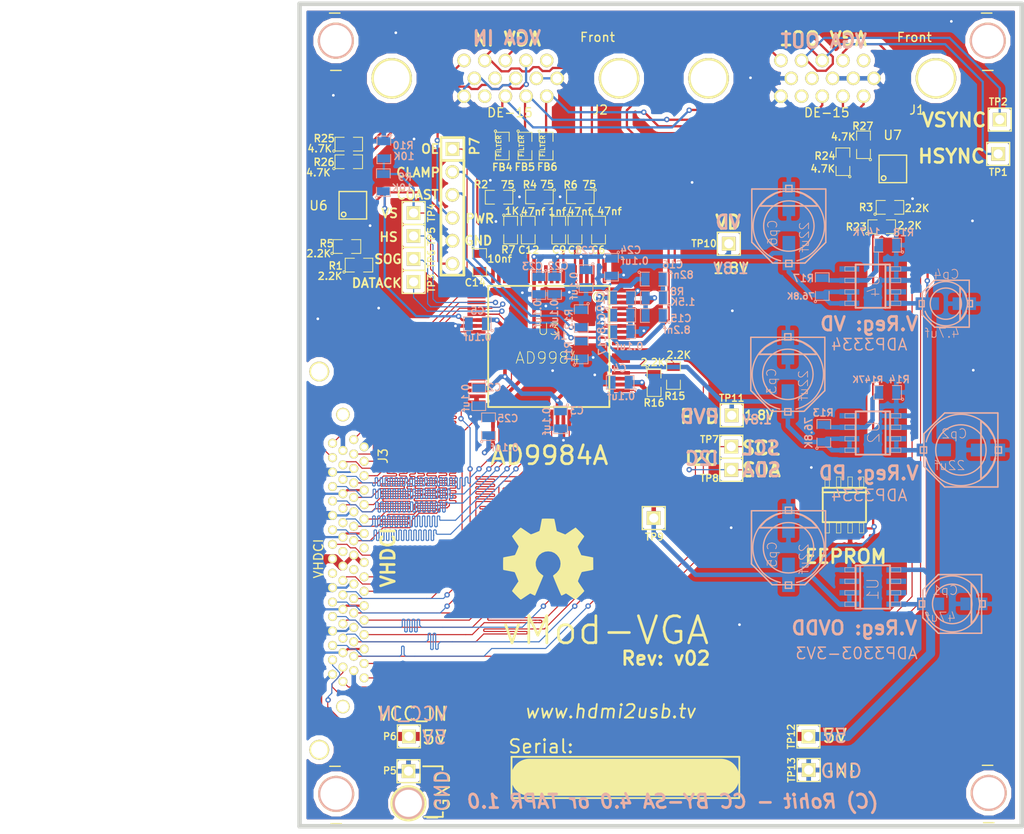
<source format=kicad_pcb>
(kicad_pcb (version 3) (host pcbnew "(2013-07-07 BZR 4022)-stable")
  (layers (15 F.Cu signal) (0 B.Cu signal) (18 B.Paste user) (19 F.Paste user) (20 B.SilkS user) (21 F.SilkS user) (22 B.Mask user) (23 F.Mask user) (28 Edge.Cuts user))
  (net 0 "")
  (net 1 /B)
  (net 2 /B0)
  (net 3 /B1)
  (net 4 /B2)
  (net 5 /B3)
  (net 6 /B4)
  (net 7 /B5)
  (net 8 /B6)
  (net 9 /B7)
  (net 10 /B8)
  (net 11 /B9)
  (net 12 /CLAMP)
  (net 13 /COST)
  (net 14 /DATACK)
  (net 15 /G)
  (net 16 /G0)
  (net 17 /G1)
  (net 18 /G2)
  (net 19 /G3)
  (net 20 /G4)
  (net 21 /G5)
  (net 22 /G6)
  (net 23 /G7)
  (net 24 /G8)
  (net 25 /G9)
  (net 26 /HSOUT)
  (net 27 /HSYNC0)
  (net 28 "/I2C/DDC Section/GND")
  (net 29 "/I2C/DDC Section/OVDD")
  (net 30 "/I2C/DDC Section/SCL_INT")
  (net 31 "/I2C/DDC Section/SCL_VGA_RX")
  (net 32 "/I2C/DDC Section/SCL_VGA_RX_BUF")
  (net 33 "/I2C/DDC Section/SCL_VGA_TX")
  (net 34 "/I2C/DDC Section/SCL_VGA_TX_BUF")
  (net 35 "/I2C/DDC Section/SDA_INT")
  (net 36 "/I2C/DDC Section/SDA_VGA_RX")
  (net 37 "/I2C/DDC Section/SDA_VGA_RX_BUF")
  (net 38 "/I2C/DDC Section/SDA_VGA_TX")
  (net 39 "/I2C/DDC Section/SDA_VGA_TX_BUF")
  (net 40 "/I2C/DDC Section/VCC")
  (net 41 /OE_Field)
  (net 42 /PWRDWN)
  (net 43 /PowerSupply/PVD)
  (net 44 /PowerSupply/VD)
  (net 45 /R)
  (net 46 /R0)
  (net 47 /R1)
  (net 48 /R2)
  (net 49 /R3)
  (net 50 /R4)
  (net 51 /R5)
  (net 52 /R6)
  (net 53 /R7)
  (net 54 /R8)
  (net 55 /R9)
  (net 56 /SOGOUT)
  (net 57 /VSOUT)
  (net 58 /VSYNC0)
  (net 59 N-000001)
  (net 60 N-0000010)
  (net 61 N-000005)
  (net 62 N-000006)
  (net 63 N-0000060)
  (net 64 N-0000061)
  (net 65 N-0000062)
  (net 66 N-0000063)
  (net 67 N-000007)
  (net 68 N-000008)
  (net 69 N-0000085)
  (net 70 N-0000086)
  (net 71 N-000009)
  (module SM0805 (layer F.Cu) (at 94.48 47.19)
    (fp_text reference R1 (at -2.58 0.08) (layer F.SilkS) (effects (font (size 0.8 0.8) (thickness 0.1524))))
    (fp_text value 2.2K (at -3.21 1.22) (layer F.SilkS) (effects (font (size 0.8 0.8) (thickness 0.1524))))
    (pad 1 smd rect (at -0.9525 0) (size 0.889 1.397) (layers F.Cu F.Paste F.Mask) (net 29 "/I2C/DDC Section/OVDD"))
    (pad 2 smd rect (at 0.9525 0) (size 0.889 1.397) (layers F.Cu F.Paste F.Mask) (net 37 "/I2C/DDC Section/SDA_VGA_RX_BUF"))
  )
  (module SM0805 (layer F.Cu) (at 118.41 43.31 270)
    (fp_text reference C8 (at 2.21 0.01 360) (layer F.SilkS) (effects (font (size 0.8 0.8) (thickness 0.1524))))
    (fp_text value 47nf (at -2.05 -0.52 360) (layer F.SilkS) (effects (font (size 0.8 0.8) (thickness 0.1524))))
    (pad 1 smd rect (at -0.9525 0 270) (size 0.889 1.397) (layers F.Cu F.Paste F.Mask) (net 63 N-0000060))
    (pad 2 smd rect (at 0.9525 0 270) (size 0.889 1.397) (layers F.Cu F.Paste F.Mask) (net 67 N-000007))
  )
  (module SM0805 (layer F.Cu) (at 116.61 43.31 270)
    (fp_text reference C9 (at 2.19 -0.03 360) (layer F.SilkS) (effects (font (size 0.8 0.8) (thickness 0.1524))))
    (fp_text value 1nf (at -2.05 0.16 360) (layer F.SilkS) (effects (font (size 0.8 0.8) (thickness 0.1524))))
    (pad 1 smd rect (at -0.9525 0 270) (size 0.889 1.397) (layers F.Cu F.Paste F.Mask) (net 63 N-0000060))
    (pad 2 smd rect (at 0.9525 0 270) (size 0.889 1.397) (layers F.Cu F.Paste F.Mask) (net 68 N-000008))
  )
  (module SM0805 (layer F.Cu) (at 113.23 43.31 270)
    (fp_text reference C12 (at 2.21 -0.05 360) (layer F.SilkS) (effects (font (size 0.8 0.8) (thickness 0.1524))))
    (fp_text value 47nf (at -2.04 -0.53 360) (layer F.SilkS) (effects (font (size 0.8 0.8) (thickness 0.1524))))
    (pad 1 smd rect (at -0.9525 0 270) (size 0.889 1.397) (layers F.Cu F.Paste F.Mask) (net 60 N-0000010))
    (pad 2 smd rect (at 0.9525 0 270) (size 0.889 1.397) (layers F.Cu F.Paste F.Mask) (net 71 N-000009))
  )
  (module SM0805 (layer F.Cu) (at 107.84 46.89 270)
    (fp_text reference C14 (at 2.24 0.48 360) (layer F.SilkS) (effects (font (size 0.8 0.8) (thickness 0.1524))))
    (fp_text value 10nf (at -0.39 -2.22 360) (layer F.SilkS) (effects (font (size 0.8 0.8) (thickness 0.1524))))
    (pad 1 smd rect (at -0.9525 0 270) (size 0.889 1.397) (layers F.Cu F.Paste F.Mask) (net 66 N-0000063))
    (pad 2 smd rect (at 0.9525 0 270) (size 0.889 1.397) (layers F.Cu F.Paste F.Mask) (net 65 N-0000062))
  )
  (module SM0805 (layer F.Cu) (at 93.15 45.13)
    (fp_text reference R5 (at -2.25 -0.33) (layer F.SilkS) (effects (font (size 0.8 0.8) (thickness 0.1524))))
    (fp_text value 2.2K (at -3.13 0.78) (layer F.SilkS) (effects (font (size 0.8 0.8) (thickness 0.1524))))
    (pad 1 smd rect (at -0.9525 0) (size 0.889 1.397) (layers F.Cu F.Paste F.Mask) (net 29 "/I2C/DDC Section/OVDD"))
    (pad 2 smd rect (at 0.9525 0) (size 0.889 1.397) (layers F.Cu F.Paste F.Mask) (net 32 "/I2C/DDC Section/SCL_VGA_RX_BUF"))
  )
  (module SM0805 (layer F.Cu) (at 153.3 40.79)
    (fp_text reference R3 (at -2.65 0) (layer F.SilkS) (effects (font (size 0.8 0.8) (thickness 0.1524))))
    (fp_text value 2.2K (at 3 0.1) (layer F.SilkS) (effects (font (size 0.8 0.8) (thickness 0.1524))))
    (pad 1 smd rect (at -0.9525 0) (size 0.889 1.397) (layers F.Cu F.Paste F.Mask) (net 29 "/I2C/DDC Section/OVDD"))
    (pad 2 smd rect (at 0.9525 0) (size 0.889 1.397) (layers F.Cu F.Paste F.Mask) (net 39 "/I2C/DDC Section/SDA_VGA_TX_BUF"))
  )
  (module SM0805 (layer F.Cu) (at 121.02 43.31 270)
    (fp_text reference C6 (at 2.2 0.04 360) (layer F.SilkS) (effects (font (size 0.8 0.8) (thickness 0.1524))))
    (fp_text value 47nf (at -2.08 -1.21 360) (layer F.SilkS) (effects (font (size 0.8 0.8) (thickness 0.1524))))
    (pad 1 smd rect (at -0.9525 0 270) (size 0.889 1.397) (layers F.Cu F.Paste F.Mask) (net 64 N-0000061))
    (pad 2 smd rect (at 0.9525 0 270) (size 0.889 1.397) (layers F.Cu F.Paste F.Mask) (net 62 N-000006))
  )
  (module SM0805 (layer F.Cu) (at 119 39.62 180)
    (fp_text reference R6 (at 1.08 1.33 180) (layer F.SilkS) (effects (font (size 0.8 0.8) (thickness 0.1524))))
    (fp_text value 75 (at -0.99 1.36 180) (layer F.SilkS) (effects (font (size 0.8 0.8) (thickness 0.1524))))
    (pad 1 smd rect (at -0.9525 0 180) (size 0.889 1.397) (layers F.Cu F.Paste F.Mask) (net 64 N-0000061))
    (pad 2 smd rect (at 0.9525 0 180) (size 0.889 1.397) (layers F.Cu F.Paste F.Mask) (net 28 "/I2C/DDC Section/GND"))
  )
  (module SM0805 (layer F.Cu) (at 114.47 39.63 180)
    (fp_text reference R4 (at 1.06 1.35 180) (layer F.SilkS) (effects (font (size 0.8 0.8) (thickness 0.1524))))
    (fp_text value 75 (at -0.85 1.38 180) (layer F.SilkS) (effects (font (size 0.8 0.8) (thickness 0.1524))))
    (pad 1 smd rect (at -0.9525 0 180) (size 0.889 1.397) (layers F.Cu F.Paste F.Mask) (net 63 N-0000060))
    (pad 2 smd rect (at 0.9525 0 180) (size 0.889 1.397) (layers F.Cu F.Paste F.Mask) (net 28 "/I2C/DDC Section/GND"))
  )
  (module SM0805 (layer F.Cu) (at 110 39.67 180)
    (fp_text reference R2 (at 2 1.41 180) (layer F.SilkS) (effects (font (size 0.8 0.8) (thickness 0.1524))))
    (fp_text value 75 (at -0.95 1.39 180) (layer F.SilkS) (effects (font (size 0.8 0.8) (thickness 0.1524))))
    (pad 1 smd rect (at -0.9525 0 180) (size 0.889 1.397) (layers F.Cu F.Paste F.Mask) (net 60 N-0000010))
    (pad 2 smd rect (at 0.9525 0 180) (size 0.889 1.397) (layers F.Cu F.Paste F.Mask) (net 28 "/I2C/DDC Section/GND"))
  )
  (module SM0805 (layer F.Cu) (at 111.28 43.31 270)
    (fp_text reference R7 (at 2.17 0.26 360) (layer F.SilkS) (effects (font (size 0.8 0.8) (thickness 0.1524))))
    (fp_text value 1K (at -2.11 -0.15 360) (layer F.SilkS) (effects (font (size 0.8 0.8) (thickness 0.1524))))
    (pad 1 smd rect (at -0.9525 0 270) (size 0.889 1.397) (layers F.Cu F.Paste F.Mask) (net 28 "/I2C/DDC Section/GND"))
    (pad 2 smd rect (at 0.9525 0 270) (size 0.889 1.397) (layers F.Cu F.Paste F.Mask) (net 42 /PWRDWN))
  )
  (module SM0805 (layer F.Cu) (at 115.209 33.9958 270)
    (fp_text reference FB6 (at 2.3142 -0.131 360) (layer F.SilkS) (effects (font (size 0.8 0.8) (thickness 0.1524))))
    (fp_text value FILTER (at 0 0.381 270) (layer F.SilkS) (effects (font (size 0.50038 0.50038) (thickness 0.10922))))
    (pad 1 smd rect (at -0.9525 0 270) (size 0.889 1.397) (layers F.Cu F.Paste F.Mask) (net 45 /R))
    (pad 2 smd rect (at 0.9525 0 270) (size 0.889 1.397) (layers F.Cu F.Paste F.Mask) (net 64 N-0000061))
  )
  (module SM0805 (layer F.Cu) (at 112.8722 33.9958 270)
    (fp_text reference FB5 (at 2.3242 0.0222 360) (layer F.SilkS) (effects (font (size 0.8 0.8) (thickness 0.1524))))
    (fp_text value FILTER (at 0 0.381 270) (layer F.SilkS) (effects (font (size 0.50038 0.50038) (thickness 0.10922))))
    (pad 1 smd rect (at -0.9525 0 270) (size 0.889 1.397) (layers F.Cu F.Paste F.Mask) (net 15 /G))
    (pad 2 smd rect (at 0.9525 0 270) (size 0.889 1.397) (layers F.Cu F.Paste F.Mask) (net 63 N-0000060))
  )
  (module SM0805 (layer B.Cu) (at 97.18 38.05 90)
    (fp_text reference R9 (at 0.62 2.37 180) (layer B.SilkS) (effects (font (size 0.8 0.8) (thickness 0.1524)) (justify mirror)))
    (fp_text value 10K (at -0.59 2.1 180) (layer B.SilkS) (effects (font (size 0.8 0.8) (thickness 0.1524)) (justify mirror)))
    (pad 1 smd rect (at -0.9525 0 90) (size 0.889 1.397) (layers B.Cu B.Paste B.Mask) (net 29 "/I2C/DDC Section/OVDD"))
    (pad 2 smd rect (at 0.9525 0 90) (size 0.889 1.397) (layers B.Cu B.Paste B.Mask) (net 57 /VSOUT))
  )
  (module SM0805 (layer B.Cu) (at 145.97 65.83 90)
    (fp_text reference R13 (at 2.28 -0.07 180) (layer B.SilkS) (effects (font (size 0.8 0.8) (thickness 0.1524)) (justify mirror)))
    (fp_text value 76.8K (at 0.07 -1.67 90) (layer B.SilkS) (effects (font (size 0.8 0.8) (thickness 0.1524)) (justify mirror)))
    (pad 1 smd rect (at -0.9525 0 90) (size 0.889 1.397) (layers B.Cu B.Paste B.Mask) (net 43 /PowerSupply/PVD))
    (pad 2 smd rect (at 0.9525 0 90) (size 0.889 1.397) (layers B.Cu B.Paste B.Mask) (net 69 N-0000085))
  )
  (module SM0805 (layer B.Cu) (at 153.05 61.29 180)
    (fp_text reference R14 (at -1.28 1.43 180) (layer B.SilkS) (effects (font (size 0.8 0.8) (thickness 0.1524)) (justify mirror)))
    (fp_text value R147K (at 2.21 1.42 180) (layer B.SilkS) (effects (font (size 0.7 0.7) (thickness 0.1524)) (justify mirror)))
    (pad 1 smd rect (at -0.9525 0 180) (size 0.889 1.397) (layers B.Cu B.Paste B.Mask) (net 28 "/I2C/DDC Section/GND"))
    (pad 2 smd rect (at 0.9525 0 180) (size 0.889 1.397) (layers B.Cu B.Paste B.Mask) (net 69 N-0000085))
  )
  (module SM0805 (layer F.Cu) (at 110.3576 33.9958 270)
    (fp_text reference FB4 (at 2.3542 -0.0024 360) (layer F.SilkS) (effects (font (size 0.8 0.8) (thickness 0.1524))))
    (fp_text value FILTER (at 0 0.381 270) (layer F.SilkS) (effects (font (size 0.50038 0.50038) (thickness 0.10922))))
    (pad 1 smd rect (at -0.9525 0 270) (size 0.889 1.397) (layers F.Cu F.Paste F.Mask) (net 1 /B))
    (pad 2 smd rect (at 0.9525 0 270) (size 0.889 1.397) (layers F.Cu F.Paste F.Mask) (net 60 N-0000010))
  )
  (module SM0805 (layer B.Cu) (at 153.04 44.98 180)
    (fp_text reference R18 (at -1.77 1.4 180) (layer B.SilkS) (effects (font (size 0.8 0.8) (thickness 0.1524)) (justify mirror)))
    (fp_text value 147K (at 2.35 1.45 180) (layer B.SilkS) (effects (font (size 0.8 0.8) (thickness 0.1524)) (justify mirror)))
    (pad 1 smd rect (at -0.9525 0 180) (size 0.889 1.397) (layers B.Cu B.Paste B.Mask) (net 28 "/I2C/DDC Section/GND"))
    (pad 2 smd rect (at 0.9525 0 180) (size 0.889 1.397) (layers B.Cu B.Paste B.Mask) (net 70 N-0000086))
  )
  (module SM0805 (layer B.Cu) (at 145.8 49.57 90)
    (fp_text reference R17 (at 0.92 -2.08 180) (layer B.SilkS) (effects (font (size 0.8 0.8) (thickness 0.1524)) (justify mirror)))
    (fp_text value 76.8K (at -1.07 -2.39 180) (layer B.SilkS) (effects (font (size 0.7 0.7) (thickness 0.1524)) (justify mirror)))
    (pad 1 smd rect (at -0.9525 0 90) (size 0.889 1.397) (layers B.Cu B.Paste B.Mask) (net 44 /PowerSupply/VD))
    (pad 2 smd rect (at 0.9525 0 90) (size 0.889 1.397) (layers B.Cu B.Paste B.Mask) (net 70 N-0000086))
  )
  (module SM0805 (layer B.Cu) (at 97.23 34.42 270)
    (fp_text reference R10 (at -0.48 -2.14 360) (layer B.SilkS) (effects (font (size 0.8 0.8) (thickness 0.1524)) (justify mirror)))
    (fp_text value 10K (at 0.71 -2.23 360) (layer B.SilkS) (effects (font (size 0.8 0.8) (thickness 0.1524)) (justify mirror)))
    (pad 1 smd rect (at -0.9525 0 270) (size 0.889 1.397) (layers B.Cu B.Paste B.Mask) (net 28 "/I2C/DDC Section/GND"))
    (pad 2 smd rect (at 0.9525 0 270) (size 0.889 1.397) (layers B.Cu B.Paste B.Mask) (net 57 /VSOUT))
  )
  (module SM0805 (layer F.Cu) (at 129.32 59.42 270)
    (fp_text reference R15 (at 2.28 -0.15 360) (layer F.SilkS) (effects (font (size 0.8 0.8) (thickness 0.1524))))
    (fp_text value 2.2K (at -2.27 -0.58 360) (layer F.SilkS) (effects (font (size 0.8 0.8) (thickness 0.1524))))
    (pad 1 smd rect (at -0.9525 0 270) (size 0.889 1.397) (layers F.Cu F.Paste F.Mask) (net 30 "/I2C/DDC Section/SCL_INT"))
    (pad 2 smd rect (at 0.9525 0 270) (size 0.889 1.397) (layers F.Cu F.Paste F.Mask) (net 29 "/I2C/DDC Section/OVDD"))
  )
  (module SM0805 (layer F.Cu) (at 127.17 60.21 270)
    (fp_text reference R16 (at 2.24 0 360) (layer F.SilkS) (effects (font (size 0.8 0.8) (thickness 0.1524))))
    (fp_text value 2.2K (at -2.25 0.14 360) (layer F.SilkS) (effects (font (size 0.8 0.8) (thickness 0.1524))))
    (pad 1 smd rect (at -0.9525 0 270) (size 0.889 1.397) (layers F.Cu F.Paste F.Mask) (net 35 "/I2C/DDC Section/SDA_INT"))
    (pad 2 smd rect (at 0.9525 0 270) (size 0.889 1.397) (layers F.Cu F.Paste F.Mask) (net 29 "/I2C/DDC Section/OVDD"))
  )
  (module SM0805 (layer B.Cu) (at 119.1 56.59 90)
    (fp_text reference R11 (at -0.2 -1.4 90) (layer B.SilkS) (effects (font (size 0.8 0.8) (thickness 0.1524)) (justify mirror)))
    (fp_text value 1K hide)
    (pad 1 smd rect (at -0.9525 0 90) (size 0.889 1.397) (layers B.Cu B.Paste B.Mask) (net 28 "/I2C/DDC Section/GND"))
    (pad 2 smd rect (at 0.9525 0 90) (size 0.889 1.397) (layers B.Cu B.Paste B.Mask) (net 13 /COST))
  )
  (module SM0805 (layer B.Cu) (at 119.1 53.11 270)
    (fp_text reference R12 (at 0.08 1.37 270) (layer B.SilkS) (effects (font (size 0.8 0.8) (thickness 0.1524)) (justify mirror)))
    (fp_text value 1K (at 1.91 2.31 360) (layer B.SilkS) (effects (font (size 0.8 0.8) (thickness 0.1524)) (justify mirror)))
    (pad 1 smd rect (at -0.9525 0 270) (size 0.889 1.397) (layers B.Cu B.Paste B.Mask) (net 28 "/I2C/DDC Section/GND"))
    (pad 2 smd rect (at 0.9525 0 270) (size 0.889 1.397) (layers B.Cu B.Paste B.Mask) (net 12 /CLAMP))
  )
  (module SM0805 (layer B.Cu) (at 127.19 50.82 180)
    (fp_text reference R8 (at -2.53 0.7 180) (layer B.SilkS) (effects (font (size 0.8 0.8) (thickness 0.1524)) (justify mirror)))
    (fp_text value 1.5K (at -3.19 -0.45 180) (layer B.SilkS) (effects (font (size 0.8 0.8) (thickness 0.1524)) (justify mirror)))
    (pad 1 smd rect (at -0.9525 0 180) (size 0.889 1.397) (layers B.Cu B.Paste B.Mask) (net 61 N-000005))
    (pad 2 smd rect (at 0.9525 0 180) (size 0.889 1.397) (layers B.Cu B.Paste B.Mask) (net 59 N-000001))
  )
  (module SM0805 (layer B.Cu) (at 127.17 48.74)
    (fp_text reference C16 (at 2.06 -1.61) (layer B.SilkS) (effects (font (size 0.8 0.8) (thickness 0.1524)) (justify mirror)))
    (fp_text value 82nf (at 3.02 -0.47) (layer B.SilkS) (effects (font (size 0.8 0.8) (thickness 0.1524)) (justify mirror)))
    (pad 1 smd rect (at -0.9525 0) (size 0.889 1.397) (layers B.Cu B.Paste B.Mask) (net 43 /PowerSupply/PVD))
    (pad 2 smd rect (at 0.9525 0) (size 0.889 1.397) (layers B.Cu B.Paste B.Mask) (net 61 N-000005))
  )
  (module SM0805 (layer B.Cu) (at 127.18 52.77 180)
    (fp_text reference C15 (at -2.97 -0.32 180) (layer B.SilkS) (effects (font (size 0.8 0.8) (thickness 0.1524)) (justify mirror)))
    (fp_text value 8.2nf (at -2.49 -1.6 180) (layer B.SilkS) (effects (font (size 0.8 0.8) (thickness 0.1524)) (justify mirror)))
    (pad 1 smd rect (at -0.9525 0 180) (size 0.889 1.397) (layers B.Cu B.Paste B.Mask) (net 43 /PowerSupply/PVD))
    (pad 2 smd rect (at 0.9525 0 180) (size 0.889 1.397) (layers B.Cu B.Paste B.Mask) (net 59 N-000001))
  )
  (module PIN_ARRAY_1 (layer F.Cu) (at 100.01 99.4)
    (fp_text reference P6 (at -2.11 0) (layer F.SilkS) (effects (font (size 0.762 0.762) (thickness 0.1524))))
    (fp_text value CONN_1 hide)
    (pad 1 thru_hole rect (at 0 0) (size 1.524 1.524) (drill 1.016) (layers *.Cu *.Mask F.SilkS) (net 40 "/I2C/DDC Section/VCC"))
  )
  (module PIN_ARRAY_1 (layer F.Cu) (at 99.97 103.25)
    (fp_text reference P5 (at -2.07 -0.05) (layer F.SilkS) (effects (font (size 0.762 0.762) (thickness 0.1524))))
    (fp_text value CONN_1 hide)
    (pad 1 thru_hole rect (at 0 0) (size 1.524 1.524) (drill 1.016) (layers *.Cu *.Mask F.SilkS) (net 28 "/I2C/DDC Section/GND"))
  )
  (module -SOIC8 (layer B.Cu) (at 151.4 82.85 90)
    (fp_text reference U1 (at -0.25 0 90) (layer B.SilkS) (effects (font (size 1.27 1.27) (thickness 0.0889)) (justify mirror)))
    (fp_text value ADP3303-3V3 (at -7.35 -1.8 180) (layer B.SilkS) (effects (font (size 1.27 1.27) (thickness 0.1524)) (justify mirror)))
    (pad 1 smd rect (at -1.905 -2.59842 90) (size 0.59944 2.19964) (layers B.Cu B.Paste B.Mask) (net 29 "/I2C/DDC Section/OVDD"))
    (pad 2 smd rect (at -0.635 -2.59842 90) (size 0.59944 2.19964) (layers B.Cu B.Paste B.Mask) (net 29 "/I2C/DDC Section/OVDD"))
    (pad 3 smd rect (at 0.635 -2.59842 90) (size 0.59944 2.19964) (layers B.Cu B.Paste B.Mask))
    (pad 4 smd rect (at 1.905 -2.59842 90) (size 0.59944 2.19964) (layers B.Cu B.Paste B.Mask) (net 28 "/I2C/DDC Section/GND"))
    (pad 5 smd rect (at 1.905 2.59842 90) (size 0.59944 2.19964) (layers B.Cu B.Paste B.Mask) (net 40 "/I2C/DDC Section/VCC"))
    (pad 6 smd rect (at 0.635 2.59842 90) (size 0.59944 2.19964) (layers B.Cu B.Paste B.Mask))
    (pad 7 smd rect (at -0.635 2.59842 90) (size 0.59944 2.19964) (layers B.Cu B.Paste B.Mask) (net 40 "/I2C/DDC Section/VCC"))
    (pad 8 smd rect (at -1.905 2.59842 90) (size 0.59944 2.19964) (layers B.Cu B.Paste B.Mask) (net 40 "/I2C/DDC Section/VCC"))
  )
  (module -SOIC8 (layer B.Cu) (at 151.41 65.79 270)
    (fp_text reference U2 (at -0.09 -0.09 270) (layer B.SilkS) (effects (font (size 1.27 1.27) (thickness 0.0889)) (justify mirror)))
    (fp_text value ADP3334 (at 6.91 0.41 360) (layer B.SilkS) (effects (font (size 1.27 1.27) (thickness 0.1524)) (justify mirror)))
    (pad 1 smd rect (at -1.905 -2.59842 270) (size 0.59944 2.19964) (layers B.Cu B.Paste B.Mask) (net 28 "/I2C/DDC Section/GND"))
    (pad 2 smd rect (at -0.635 -2.59842 270) (size 0.59944 2.19964) (layers B.Cu B.Paste B.Mask) (net 28 "/I2C/DDC Section/GND"))
    (pad 3 smd rect (at 0.635 -2.59842 270) (size 0.59944 2.19964) (layers B.Cu B.Paste B.Mask) (net 40 "/I2C/DDC Section/VCC"))
    (pad 4 smd rect (at 1.905 -2.59842 270) (size 0.59944 2.19964) (layers B.Cu B.Paste B.Mask) (net 40 "/I2C/DDC Section/VCC"))
    (pad 5 smd rect (at 1.905 2.59842 270) (size 0.59944 2.19964) (layers B.Cu B.Paste B.Mask) (net 43 /PowerSupply/PVD))
    (pad 6 smd rect (at 0.635 2.59842 270) (size 0.59944 2.19964) (layers B.Cu B.Paste B.Mask) (net 43 /PowerSupply/PVD))
    (pad 7 smd rect (at -0.635 2.59842 270) (size 0.59944 2.19964) (layers B.Cu B.Paste B.Mask) (net 69 N-0000085))
    (pad 8 smd rect (at -1.905 2.59842 270) (size 0.59944 2.19964) (layers B.Cu B.Paste B.Mask))
  )
  (module -SOIC8 (layer B.Cu) (at 151.4 49.52 270)
    (fp_text reference U4 (at -0.02 -0.1 270) (layer B.SilkS) (effects (font (size 1.27 1.27) (thickness 0.0889)) (justify mirror)))
    (fp_text value ADP3334 (at 6.48 0.4 360) (layer B.SilkS) (effects (font (size 1.27 1.27) (thickness 0.1524)) (justify mirror)))
    (pad 1 smd rect (at -1.905 -2.59842 270) (size 0.59944 2.19964) (layers B.Cu B.Paste B.Mask) (net 28 "/I2C/DDC Section/GND"))
    (pad 2 smd rect (at -0.635 -2.59842 270) (size 0.59944 2.19964) (layers B.Cu B.Paste B.Mask) (net 28 "/I2C/DDC Section/GND"))
    (pad 3 smd rect (at 0.635 -2.59842 270) (size 0.59944 2.19964) (layers B.Cu B.Paste B.Mask) (net 40 "/I2C/DDC Section/VCC"))
    (pad 4 smd rect (at 1.905 -2.59842 270) (size 0.59944 2.19964) (layers B.Cu B.Paste B.Mask) (net 40 "/I2C/DDC Section/VCC"))
    (pad 5 smd rect (at 1.905 2.59842 270) (size 0.59944 2.19964) (layers B.Cu B.Paste B.Mask) (net 44 /PowerSupply/VD))
    (pad 6 smd rect (at 0.635 2.59842 270) (size 0.59944 2.19964) (layers B.Cu B.Paste B.Mask) (net 44 /PowerSupply/VD))
    (pad 7 smd rect (at -0.635 2.59842 270) (size 0.59944 2.19964) (layers B.Cu B.Paste B.Mask) (net 70 N-0000086))
    (pad 8 smd rect (at -1.905 2.59842 270) (size 0.59944 2.19964) (layers B.Cu B.Paste B.Mask))
  )
  (module VHDCI (layer F.Cu) (at 92.7 63.75 270)
    (fp_text reference J3 (at 4.59 -4.45 270) (layer F.SilkS))
    (fp_text value VHDCI (at 15.95 2.7 270) (layer F.SilkS))
    (fp_text user "" (at 15.52 3 270) (layer F.SilkS))
    (pad 51 thru_hole circle (at 15.97 1.15 270) (size 1 1) (drill 0.65) (layers *.Cu *.Mask F.SilkS) (net 40 "/I2C/DDC Section/VCC"))
    (pad 49 thru_hole circle (at 14.37 1.15 270) (size 1 1) (drill 0.65) (layers *.Cu *.Mask F.SilkS) (net 14 /DATACK))
    (pad 47 thru_hole circle (at 12.77 1.15 270) (size 1 1) (drill 0.65) (layers *.Cu *.Mask F.SilkS) (net 21 /G5))
    (pad 45 thru_hole circle (at 11.17 1.15 270) (size 1 1) (drill 0.65) (layers *.Cu *.Mask F.SilkS) (net 28 "/I2C/DDC Section/GND"))
    (pad 43 thru_hole circle (at 9.57 1.15 270) (size 1 1) (drill 0.65) (layers *.Cu *.Mask F.SilkS) (net 23 /G7))
    (pad 41 thru_hole circle (at 7.97 1.15 270) (size 1 1) (drill 0.65) (layers *.Cu *.Mask F.SilkS) (net 24 /G8))
    (pad 39 thru_hole circle (at 6.37 1.15 270) (size 1 1) (drill 0.65) (layers *.Cu *.Mask F.SilkS) (net 28 "/I2C/DDC Section/GND"))
    (pad 37 thru_hole circle (at 4.77 1.15 270) (size 1 1) (drill 0.65) (layers *.Cu *.Mask F.SilkS) (net 32 "/I2C/DDC Section/SCL_VGA_RX_BUF"))
    (pad 35 thru_hole circle (at 3.17 1.15 270) (size 1 1) (drill 0.65) (layers *.Cu *.Mask F.SilkS) (net 37 "/I2C/DDC Section/SDA_VGA_RX_BUF"))
    (pad 53 thru_hole circle (at 17.57 1.15 270) (size 1 1) (drill 0.65) (layers *.Cu *.Mask F.SilkS))
    (pad 55 thru_hole circle (at 19.17 1.15 270) (size 1 1) (drill 0.65) (layers *.Cu *.Mask F.SilkS) (net 28 "/I2C/DDC Section/GND"))
    (pad 57 thru_hole circle (at 20.77 1.15 270) (size 1 1) (drill 0.65) (layers *.Cu *.Mask F.SilkS) (net 16 /G0))
    (pad 59 thru_hole circle (at 22.37 1.15 270) (size 1 1) (drill 0.65) (layers *.Cu *.Mask F.SilkS) (net 8 /B6))
    (pad 61 thru_hole circle (at 23.97 1.15 270) (size 1 1) (drill 0.65) (layers *.Cu *.Mask F.SilkS) (net 28 "/I2C/DDC Section/GND"))
    (pad 63 thru_hole circle (at 25.57 1.15 270) (size 1 1) (drill 0.65) (layers *.Cu *.Mask F.SilkS) (net 4 /B2))
    (pad 65 thru_hole circle (at 27.17 1.15 270) (size 1 1) (drill 0.65) (layers *.Cu *.Mask F.SilkS) (net 34 "/I2C/DDC Section/SCL_VGA_TX_BUF"))
    (pad 67 thru_hole circle (at 28.77 1.15 270) (size 1 1) (drill 0.65) (layers *.Cu *.Mask F.SilkS) (net 28 "/I2C/DDC Section/GND"))
    (pad 68 thru_hole circle (at 29.57 0 270) (size 1 1) (drill 0.65) (layers *.Cu *.Mask F.SilkS) (net 30 "/I2C/DDC Section/SCL_INT"))
    (pad 66 thru_hole circle (at 27.97 0 270) (size 1 1) (drill 0.65) (layers *.Cu *.Mask F.SilkS) (net 39 "/I2C/DDC Section/SDA_VGA_TX_BUF"))
    (pad 64 thru_hole circle (at 26.37 0 270) (size 1 1) (drill 0.65) (layers *.Cu *.Mask F.SilkS) (net 28 "/I2C/DDC Section/GND"))
    (pad 62 thru_hole circle (at 24.77 0 270) (size 1 1) (drill 0.65) (layers *.Cu *.Mask F.SilkS) (net 5 /B3))
    (pad 60 thru_hole circle (at 23.17 0 270) (size 1 1) (drill 0.65) (layers *.Cu *.Mask F.SilkS) (net 9 /B7))
    (pad 58 thru_hole circle (at 21.57 0 270) (size 1 1) (drill 0.65) (layers *.Cu *.Mask F.SilkS) (net 28 "/I2C/DDC Section/GND"))
    (pad 56 thru_hole circle (at 19.97 0 270) (size 1 1) (drill 0.65) (layers *.Cu *.Mask F.SilkS) (net 17 /G1))
    (pad 54 thru_hole circle (at 18.37 0 270) (size 1 1) (drill 0.65) (layers *.Cu *.Mask F.SilkS) (net 20 /G4))
    (pad 36 thru_hole circle (at 3.97 0 270) (size 1 1) (drill 0.65) (layers *.Cu *.Mask F.SilkS) (net 28 "/I2C/DDC Section/GND"))
    (pad 38 thru_hole circle (at 5.57 0 270) (size 1 1) (drill 0.65) (layers *.Cu *.Mask F.SilkS) (net 55 /R9))
    (pad 40 thru_hole circle (at 7.17 0 270) (size 1 1) (drill 0.65) (layers *.Cu *.Mask F.SilkS) (net 25 /G9))
    (pad 42 thru_hole circle (at 8.77 0 270) (size 1 1) (drill 0.65) (layers *.Cu *.Mask F.SilkS) (net 28 "/I2C/DDC Section/GND"))
    (pad 44 thru_hole circle (at 10.37 0 270) (size 1 1) (drill 0.65) (layers *.Cu *.Mask F.SilkS) (net 50 /R4))
    (pad 46 thru_hole circle (at 11.97 0 270) (size 1 1) (drill 0.65) (layers *.Cu *.Mask F.SilkS) (net 22 /G6))
    (pad 48 thru_hole circle (at 13.57 0 270) (size 1 1) (drill 0.65) (layers *.Cu *.Mask F.SilkS) (net 28 "/I2C/DDC Section/GND"))
    (pad 50 thru_hole circle (at 15.17 0 270) (size 1 1) (drill 0.65) (layers *.Cu *.Mask F.SilkS))
    (pad 52 thru_hole circle (at 16.77 0 270) (size 1 1) (drill 0.65) (layers *.Cu *.Mask F.SilkS) (net 40 "/I2C/DDC Section/VCC"))
    (pad 18 thru_hole circle (at 16.37 -2.35 270) (size 1 1) (drill 0.65) (layers *.Cu *.Mask F.SilkS) (net 40 "/I2C/DDC Section/VCC"))
    (pad 16 thru_hole circle (at 14.77 -2.35 270) (size 1 1) (drill 0.65) (layers *.Cu *.Mask F.SilkS))
    (pad 14 thru_hole circle (at 13.17 -2.35 270) (size 1 1) (drill 0.65) (layers *.Cu *.Mask F.SilkS) (net 28 "/I2C/DDC Section/GND"))
    (pad 12 thru_hole circle (at 11.57 -2.35 270) (size 1 1) (drill 0.65) (layers *.Cu *.Mask F.SilkS) (net 49 /R3))
    (pad 10 thru_hole circle (at 9.97 -2.35 270) (size 1 1) (drill 0.65) (layers *.Cu *.Mask F.SilkS) (net 51 /R5))
    (pad 8 thru_hole circle (at 8.37 -2.35 270) (size 1 1) (drill 0.65) (layers *.Cu *.Mask F.SilkS) (net 28 "/I2C/DDC Section/GND"))
    (pad 6 thru_hole circle (at 6.77 -2.35 270) (size 1 1) (drill 0.65) (layers *.Cu *.Mask F.SilkS) (net 54 /R8))
    (pad 4 thru_hole circle (at 5.17 -2.35 270) (size 1 1) (drill 0.65) (layers *.Cu *.Mask F.SilkS) (net 56 /SOGOUT))
    (pad 2 thru_hole circle (at 3.57 -2.35 270) (size 1 1) (drill 0.65) (layers *.Cu *.Mask F.SilkS) (net 28 "/I2C/DDC Section/GND"))
    (pad 20 thru_hole circle (at 17.97 -2.35 270) (size 1 1) (drill 0.65) (layers *.Cu *.Mask F.SilkS) (net 46 /R0))
    (pad 22 thru_hole circle (at 19.57 -2.35 270) (size 1 1) (drill 0.65) (layers *.Cu *.Mask F.SilkS) (net 19 /G3))
    (pad 24 thru_hole circle (at 21.17 -2.35 270) (size 1 1) (drill 0.65) (layers *.Cu *.Mask F.SilkS) (net 28 "/I2C/DDC Section/GND"))
    (pad 26 thru_hole circle (at 22.77 -2.35 270) (size 1 1) (drill 0.65) (layers *.Cu *.Mask F.SilkS) (net 10 /B8))
    (pad 28 thru_hole circle (at 24.37 -2.35 270) (size 1 1) (drill 0.65) (layers *.Cu *.Mask F.SilkS) (net 7 /B5))
    (pad 30 thru_hole circle (at 25.97 -2.35 270) (size 1 1) (drill 0.65) (layers *.Cu *.Mask F.SilkS) (net 28 "/I2C/DDC Section/GND"))
    (pad 32 thru_hole circle (at 27.57 -2.35 270) (size 1 1) (drill 0.65) (layers *.Cu *.Mask F.SilkS) (net 2 /B0))
    (pad 34 thru_hole circle (at 29.17 -2.35 270) (size 1 1) (drill 0.65) (layers *.Cu *.Mask F.SilkS) (net 35 "/I2C/DDC Section/SDA_INT"))
    (pad 33 thru_hole circle (at 28.37 -1.2 270) (size 1 1) (drill 0.65) (layers *.Cu *.Mask F.SilkS) (net 28 "/I2C/DDC Section/GND"))
    (pad 31 thru_hole circle (at 26.77 -1.2 270) (size 1 1) (drill 0.65) (layers *.Cu *.Mask F.SilkS) (net 3 /B1))
    (pad 29 thru_hole circle (at 25.17 -1.2 270) (size 1 1) (drill 0.65) (layers *.Cu *.Mask F.SilkS) (net 6 /B4))
    (pad 27 thru_hole circle (at 23.57 -1.2 270) (size 1 1) (drill 0.65) (layers *.Cu *.Mask F.SilkS) (net 28 "/I2C/DDC Section/GND"))
    (pad 25 thru_hole circle (at 21.97 -1.2 270) (size 1 1) (drill 0.65) (layers *.Cu *.Mask F.SilkS) (net 11 /B9))
    (pad 23 thru_hole circle (at 20.37 -1.2 270) (size 1 1) (drill 0.65) (layers *.Cu *.Mask F.SilkS) (net 18 /G2))
    (pad 21 thru_hole circle (at 18.77 -1.2 270) (size 1 1) (drill 0.65) (layers *.Cu *.Mask F.SilkS) (net 28 "/I2C/DDC Section/GND"))
    (pad 19 thru_hole circle (at 17.17 -1.2 270) (size 1 1) (drill 0.65) (layers *.Cu *.Mask F.SilkS))
    (pad 1 thru_hole circle (at 2.77 -1.2 270) (size 1 1) (drill 0.65) (layers *.Cu *.Mask F.SilkS) (net 57 /VSOUT))
    (pad 3 thru_hole circle (at 4.37 -1.2 270) (size 1 1) (drill 0.65) (layers *.Cu *.Mask F.SilkS) (net 26 /HSOUT))
    (pad 5 thru_hole circle (at 5.97 -1.2 270) (size 1 1) (drill 0.65) (layers *.Cu *.Mask F.SilkS) (net 28 "/I2C/DDC Section/GND"))
    (pad 7 thru_hole circle (at 7.57 -1.2 270) (size 1 1) (drill 0.65) (layers *.Cu *.Mask F.SilkS) (net 53 /R7))
    (pad 9 thru_hole circle (at 9.17 -1.2 270) (size 1 1) (drill 0.65) (layers *.Cu *.Mask F.SilkS) (net 52 /R6))
    (pad 11 thru_hole circle (at 10.77 -1.2 270) (size 1 1) (drill 0.65) (layers *.Cu *.Mask F.SilkS) (net 28 "/I2C/DDC Section/GND"))
    (pad 13 thru_hole circle (at 12.37 -1.2 270) (size 1 1) (drill 0.65) (layers *.Cu *.Mask F.SilkS) (net 48 /R2))
    (pad 15 thru_hole circle (at 13.97 -1.2 270) (size 1 1) (drill 0.65) (layers *.Cu *.Mask F.SilkS) (net 47 /R1))
    (pad 17 thru_hole circle (at 15.57 -1.2 270) (size 1 1) (drill 0.65) (layers *.Cu *.Mask F.SilkS) (net 40 "/I2C/DDC Section/VCC"))
    (pad "" thru_hole circle (at 0 0 270) (size 1.5 1.5) (drill 1.2) (layers *.Cu *.Mask F.SilkS))
    (pad "" thru_hole circle (at -4.77 2.62 270) (size 2.2 2.2) (drill 1.83) (layers *.Cu *.Mask F.SilkS))
    (pad "" thru_hole circle (at 37.13 2.62 270) (size 2.2 2.2) (drill 1.83) (layers *.Cu *.Mask F.SilkS))
    (pad "" thru_hole circle (at 32.35 0 270) (size 1.5 1.5) (drill 1.2) (layers *.Cu *.Mask F.SilkS))
  )
  (module SSOP8 (layer F.Cu) (at 153.62 36.53)
    (fp_text reference U7 (at -0.02 -3.73) (layer F.SilkS) (effects (font (size 1.016 1.016) (thickness 0.1524))))
    (fp_text value TCA9617A hide)
    (pad 1 smd rect (at -0.9779 2.2225) (size 0.4064 1.27) (layers F.Cu F.Paste F.Mask) (net 29 "/I2C/DDC Section/OVDD"))
    (pad 2 smd rect (at -0.3302 2.2225) (size 0.4064 1.27) (layers F.Cu F.Paste F.Mask) (net 34 "/I2C/DDC Section/SCL_VGA_TX_BUF"))
    (pad 3 smd rect (at 0.3302 2.2225) (size 0.4064 1.27) (layers F.Cu F.Paste F.Mask) (net 39 "/I2C/DDC Section/SDA_VGA_TX_BUF"))
    (pad 4 smd rect (at 0.9779 2.2225) (size 0.4064 1.27) (layers F.Cu F.Paste F.Mask) (net 28 "/I2C/DDC Section/GND"))
    (pad 5 smd rect (at 0.9779 -2.2225) (size 0.4064 1.27) (layers F.Cu F.Paste F.Mask))
    (pad 6 smd rect (at 0.3302 -2.2225) (size 0.4064 1.27) (layers F.Cu F.Paste F.Mask) (net 38 "/I2C/DDC Section/SDA_VGA_TX"))
    (pad 7 smd rect (at -0.3302 -2.2225) (size 0.4064 1.27) (layers F.Cu F.Paste F.Mask) (net 33 "/I2C/DDC Section/SCL_VGA_TX"))
    (pad 8 smd rect (at -0.9779 -2.2225) (size 0.4064 1.27) (layers F.Cu F.Paste F.Mask) (net 40 "/I2C/DDC Section/VCC"))
  )
  (module SSOP8 (layer F.Cu) (at 93.8 40.56)
    (fp_text reference U6 (at -3.8 0.04) (layer F.SilkS) (effects (font (size 1.016 1.016) (thickness 0.1524))))
    (fp_text value TCA9617A hide)
    (pad 1 smd rect (at -0.9779 2.2225) (size 0.4064 1.27) (layers F.Cu F.Paste F.Mask) (net 29 "/I2C/DDC Section/OVDD"))
    (pad 2 smd rect (at -0.3302 2.2225) (size 0.4064 1.27) (layers F.Cu F.Paste F.Mask) (net 32 "/I2C/DDC Section/SCL_VGA_RX_BUF"))
    (pad 3 smd rect (at 0.3302 2.2225) (size 0.4064 1.27) (layers F.Cu F.Paste F.Mask) (net 37 "/I2C/DDC Section/SDA_VGA_RX_BUF"))
    (pad 4 smd rect (at 0.9779 2.2225) (size 0.4064 1.27) (layers F.Cu F.Paste F.Mask) (net 28 "/I2C/DDC Section/GND"))
    (pad 5 smd rect (at 0.9779 -2.2225) (size 0.4064 1.27) (layers F.Cu F.Paste F.Mask))
    (pad 6 smd rect (at 0.3302 -2.2225) (size 0.4064 1.27) (layers F.Cu F.Paste F.Mask) (net 36 "/I2C/DDC Section/SDA_VGA_RX"))
    (pad 7 smd rect (at -0.3302 -2.2225) (size 0.4064 1.27) (layers F.Cu F.Paste F.Mask) (net 31 "/I2C/DDC Section/SCL_VGA_RX"))
    (pad 8 smd rect (at -0.9779 -2.2225) (size 0.4064 1.27) (layers F.Cu F.Paste F.Mask) (net 40 "/I2C/DDC Section/VCC"))
  )
  (module SM0805 (layer F.Cu) (at 150.37 33.86 90)
    (fp_text reference R27 (at 2.07 -0.08 180) (layer F.SilkS) (effects (font (size 0.8 0.8) (thickness 0.1524))))
    (fp_text value 4.7K (at 0.88 -2.26 180) (layer F.SilkS) (effects (font (size 0.8 0.8) (thickness 0.1524))))
    (pad 1 smd rect (at -0.9525 0 90) (size 0.889 1.397) (layers F.Cu F.Paste F.Mask) (net 40 "/I2C/DDC Section/VCC"))
    (pad 2 smd rect (at 0.9525 0 90) (size 0.889 1.397) (layers F.Cu F.Paste F.Mask) (net 38 "/I2C/DDC Section/SDA_VGA_TX"))
  )
  (module SM0805 (layer F.Cu) (at 148.09 35.74 90)
    (fp_text reference R24 (at 0.64 -1.99 180) (layer F.SilkS) (effects (font (size 0.8 0.8) (thickness 0.1524))))
    (fp_text value 4.7K (at -0.78 -2.24 180) (layer F.SilkS) (effects (font (size 0.8 0.8) (thickness 0.1524))))
    (pad 1 smd rect (at -0.9525 0 90) (size 0.889 1.397) (layers F.Cu F.Paste F.Mask) (net 40 "/I2C/DDC Section/VCC"))
    (pad 2 smd rect (at 0.9525 0 90) (size 0.889 1.397) (layers F.Cu F.Paste F.Mask) (net 33 "/I2C/DDC Section/SCL_VGA_TX"))
  )
  (module SM0805 (layer F.Cu) (at 152.39 42.94)
    (fp_text reference R23 (at -2.82 0.02) (layer F.SilkS) (effects (font (size 0.8 0.8) (thickness 0.1524))))
    (fp_text value 2.2K (at 3.08 -0.13) (layer F.SilkS) (effects (font (size 0.8 0.8) (thickness 0.1524))))
    (pad 1 smd rect (at -0.9525 0) (size 0.889 1.397) (layers F.Cu F.Paste F.Mask) (net 29 "/I2C/DDC Section/OVDD"))
    (pad 2 smd rect (at 0.9525 0) (size 0.889 1.397) (layers F.Cu F.Paste F.Mask) (net 34 "/I2C/DDC Section/SCL_VGA_TX_BUF"))
  )
  (module SM0805 (layer F.Cu) (at 93.35 35.74)
    (fp_text reference R26 (at -2.74 0.05) (layer F.SilkS) (effects (font (size 0.8 0.8) (thickness 0.1524))))
    (fp_text value 4.7K (at -3.37 1.21) (layer F.SilkS) (effects (font (size 0.8 0.8) (thickness 0.1524))))
    (pad 1 smd rect (at -0.9525 0) (size 0.889 1.397) (layers F.Cu F.Paste F.Mask) (net 40 "/I2C/DDC Section/VCC"))
    (pad 2 smd rect (at 0.9525 0) (size 0.889 1.397) (layers F.Cu F.Paste F.Mask) (net 36 "/I2C/DDC Section/SDA_VGA_RX"))
  )
  (module SM0805 (layer F.Cu) (at 93.35 33.79)
    (fp_text reference R25 (at -2.72 -0.63) (layer F.SilkS) (effects (font (size 0.8 0.8) (thickness 0.1524))))
    (fp_text value 4.7K (at -3.22 0.5) (layer F.SilkS) (effects (font (size 0.8 0.8) (thickness 0.1524))))
    (pad 1 smd rect (at -0.9525 0) (size 0.889 1.397) (layers F.Cu F.Paste F.Mask) (net 40 "/I2C/DDC Section/VCC"))
    (pad 2 smd rect (at 0.9525 0) (size 0.889 1.397) (layers F.Cu F.Paste F.Mask) (net 31 "/I2C/DDC Section/SCL_VGA_RX"))
  )
  (module PIN_ARRAY_1 (layer F.Cu) (at 144.27 99.41 90)
    (fp_text reference TP12 (at 0 -1.905 90) (layer F.SilkS) (effects (font (size 0.762 0.762) (thickness 0.1524))))
    (fp_text value TESTPOINT hide)
    (pad 1 thru_hole rect (at 0 0 90) (size 1.524 1.524) (drill 1.016) (layers *.Cu *.Mask F.SilkS) (net 40 "/I2C/DDC Section/VCC"))
  )
  (module PIN_ARRAY_1 (layer F.Cu) (at 144.3 103.12 90)
    (fp_text reference TP13 (at 0 -1.905 90) (layer F.SilkS) (effects (font (size 0.762 0.762) (thickness 0.1524))))
    (fp_text value TESTPOINT hide)
    (pad 1 thru_hole rect (at 0 0 90) (size 1.524 1.524) (drill 1.016) (layers *.Cu *.Mask F.SilkS) (net 28 "/I2C/DDC Section/GND"))
  )
  (module PIN_ARRAY_1 (layer F.Cu) (at 165.29 34.87 180)
    (fp_text reference TP1 (at -0.01 -2.03 180) (layer F.SilkS) (effects (font (size 0.762 0.762) (thickness 0.1524))))
    (fp_text value TESTPOINT hide)
    (pad 1 thru_hole rect (at 0 0 180) (size 1.524 1.524) (drill 1.016) (layers *.Cu *.Mask F.SilkS) (net 27 /HSYNC0))
  )
  (module PIN_ARRAY_1 (layer F.Cu) (at 135.77 63.83)
    (fp_text reference TP11 (at 0 -1.905) (layer F.SilkS) (effects (font (size 0.762 0.762) (thickness 0.1524))))
    (fp_text value TESTPOINT hide)
    (pad 1 thru_hole rect (at 0 0) (size 1.524 1.524) (drill 1.016) (layers *.Cu *.Mask F.SilkS) (net 43 /PowerSupply/PVD))
  )
  (module PIN_ARRAY_1 (layer F.Cu) (at 135.45 44.82 90)
    (fp_text reference TP10 (at 0.02 -2.75 180) (layer F.SilkS) (effects (font (size 0.762 0.762) (thickness 0.1524))))
    (fp_text value TESTPOINT hide)
    (pad 1 thru_hole rect (at 0 0 90) (size 1.524 1.524) (drill 1.016) (layers *.Cu *.Mask F.SilkS) (net 44 /PowerSupply/VD))
  )
  (module PIN_ARRAY_1 (layer F.Cu) (at 135.72 67.3 180)
    (fp_text reference TP7 (at 2.42 0.8 180) (layer F.SilkS) (effects (font (size 0.762 0.762) (thickness 0.1524))))
    (fp_text value TESTPOINT hide)
    (pad 1 thru_hole rect (at 0 0 180) (size 1.524 1.524) (drill 1.016) (layers *.Cu *.Mask F.SilkS) (net 30 "/I2C/DDC Section/SCL_INT"))
  )
  (module PIN_ARRAY_1 (layer F.Cu) (at 135.72 69.87 180)
    (fp_text reference TP8 (at 2.42 -0.93 180) (layer F.SilkS) (effects (font (size 0.762 0.762) (thickness 0.1524))))
    (fp_text value TESTPOINT hide)
    (pad 1 thru_hole rect (at 0 0 180) (size 1.524 1.524) (drill 1.016) (layers *.Cu *.Mask F.SilkS) (net 35 "/I2C/DDC Section/SDA_INT"))
  )
  (module PIN_ARRAY_1 (layer F.Cu) (at 127.13 75.21 90)
    (fp_text reference TP9 (at -2.09 0.07 180) (layer F.SilkS) (effects (font (size 0.762 0.762) (thickness 0.1524))))
    (fp_text value TESTPOINT hide)
    (pad 1 thru_hole rect (at 0 0 90) (size 1.524 1.524) (drill 1.016) (layers *.Cu *.Mask F.SilkS) (net 29 "/I2C/DDC Section/OVDD"))
  )
  (module PIN_ARRAY_1 (layer F.Cu) (at 100.53 46.5)
    (fp_text reference TP6 (at 1.97 0 90) (layer F.SilkS) (effects (font (size 0.762 0.762) (thickness 0.1524))))
    (fp_text value TESTPOINT hide)
    (pad 1 thru_hole rect (at 0 0) (size 1.524 1.524) (drill 1.016) (layers *.Cu *.Mask F.SilkS) (net 56 /SOGOUT))
  )
  (module PIN_ARRAY_1 (layer F.Cu) (at 100.53 43.96 90)
    (fp_text reference TP5 (at -0.04 1.97 90) (layer F.SilkS) (effects (font (size 0.762 0.762) (thickness 0.1524))))
    (fp_text value TESTPOINT hide)
    (pad 1 thru_hole rect (at 0 0 90) (size 1.524 1.524) (drill 1.016) (layers *.Cu *.Mask F.SilkS) (net 26 /HSOUT))
  )
  (module PIN_ARRAY_1 (layer F.Cu) (at 100.53 41.42 90)
    (fp_text reference TP4 (at 0.02 1.97 90) (layer F.SilkS) (effects (font (size 0.762 0.762) (thickness 0.1524))))
    (fp_text value TESTPOINT hide)
    (pad 1 thru_hole rect (at 0 0 90) (size 1.524 1.524) (drill 1.016) (layers *.Cu *.Mask F.SilkS) (net 57 /VSOUT))
  )
  (module PIN_ARRAY_1 (layer F.Cu) (at 100.53 49.05)
    (fp_text reference TP3 (at 1.97 0.15 90) (layer F.SilkS) (effects (font (size 0.762 0.762) (thickness 0.1524))))
    (fp_text value TESTPOINT hide)
    (pad 1 thru_hole rect (at 0 0) (size 1.524 1.524) (drill 1.016) (layers *.Cu *.Mask F.SilkS) (net 14 /DATACK))
  )
  (module PIN_ARRAY_1 (layer F.Cu) (at 165.46 31.07 180)
    (fp_text reference TP2 (at 0.16 1.97 180) (layer F.SilkS) (effects (font (size 0.762 0.762) (thickness 0.1524))))
    (fp_text value TESTPOINT hide)
    (pad 1 thru_hole rect (at 0 0 180) (size 1.524 1.524) (drill 1.016) (layers *.Cu *.Mask F.SilkS) (net 58 /VSYNC0))
  )
  (module PIN_ARRAY-6X1 (layer F.Cu) (at 104.83 40.68 270)
    (fp_text reference P7 (at -6.66 -2.46 270) (layer F.SilkS) (effects (font (size 1.016 1.016) (thickness 0.2032))))
    (fp_text value CONN_6 hide)
    (pad 1 thru_hole rect (at -6.35 0 270) (size 1.524 1.524) (drill 1.016) (layers *.Cu *.Mask F.SilkS) (net 41 /OE_Field))
    (pad 2 thru_hole circle (at -3.81 0 270) (size 1.524 1.524) (drill 1.016) (layers *.Cu *.Mask F.SilkS) (net 12 /CLAMP))
    (pad 3 thru_hole circle (at -1.27 0 270) (size 1.524 1.524) (drill 1.016) (layers *.Cu *.Mask F.SilkS) (net 13 /COST))
    (pad 4 thru_hole circle (at 1.27 0 270) (size 1.524 1.524) (drill 1.016) (layers *.Cu *.Mask F.SilkS) (net 42 /PWRDWN))
    (pad 5 thru_hole circle (at 3.81 0 270) (size 1.524 1.524) (drill 1.016) (layers *.Cu *.Mask F.SilkS) (net 28 "/I2C/DDC Section/GND"))
    (pad 6 thru_hole circle (at 6.35 0 270) (size 1.524 1.524) (drill 1.016) (layers *.Cu *.Mask F.SilkS) (net 29 "/I2C/DDC Section/OVDD"))
  )
  (module -SOIC8 (layer F.Cu) (at 148.25 73.76 180)
    (fp_text reference U5 hide)
    (fp_text value 24AA014 hide)
    (pad 1 smd rect (at -1.905 2.59842 180) (size 0.59944 2.19964) (layers F.Cu F.Paste F.Mask) (net 28 "/I2C/DDC Section/GND"))
    (pad 2 smd rect (at -0.635 2.59842 180) (size 0.59944 2.19964) (layers F.Cu F.Paste F.Mask) (net 28 "/I2C/DDC Section/GND"))
    (pad 3 smd rect (at 0.635 2.59842 180) (size 0.59944 2.19964) (layers F.Cu F.Paste F.Mask) (net 28 "/I2C/DDC Section/GND"))
    (pad 4 smd rect (at 1.905 2.59842 180) (size 0.59944 2.19964) (layers F.Cu F.Paste F.Mask) (net 28 "/I2C/DDC Section/GND"))
    (pad 5 smd rect (at 1.905 -2.59842 180) (size 0.59944 2.19964) (layers F.Cu F.Paste F.Mask) (net 35 "/I2C/DDC Section/SDA_INT"))
    (pad 6 smd rect (at 0.635 -2.59842 180) (size 0.59944 2.19964) (layers F.Cu F.Paste F.Mask) (net 30 "/I2C/DDC Section/SCL_INT"))
    (pad 7 smd rect (at -0.635 -2.59842 180) (size 0.59944 2.19964) (layers F.Cu F.Paste F.Mask) (net 28 "/I2C/DDC Section/GND"))
    (pad 8 smd rect (at -1.905 -2.59842 180) (size 0.59944 2.19964) (layers F.Cu F.Paste F.Mask) (net 29 "/I2C/DDC Section/OVDD"))
  )
  (module SM0805 (layer B.Cu) (at 116.81 64.33 270)
    (fp_text reference C3 (at -1.02 -1.8 360) (layer B.SilkS) (effects (font (size 0.8 0.8) (thickness 0.1524)) (justify mirror)))
    (fp_text value 0.1uf (at 0.14 1.54 270) (layer B.SilkS) (effects (font (size 0.8 0.8) (thickness 0.1524)) (justify mirror)))
    (pad 1 smd rect (at -0.9525 0 270) (size 0.889 1.397) (layers B.Cu B.Paste B.Mask) (net 29 "/I2C/DDC Section/OVDD"))
    (pad 2 smd rect (at 0.9525 0 270) (size 0.889 1.397) (layers B.Cu B.Paste B.Mask) (net 28 "/I2C/DDC Section/GND"))
  )
  (module SM0805 (layer B.Cu) (at 123.59 52.74)
    (fp_text reference C18 (at -2.25 0.9 90) (layer B.SilkS) (effects (font (size 0.8 0.8) (thickness 0.1524)) (justify mirror)))
    (fp_text value 0.1uf hide)
    (pad 1 smd rect (at -0.9525 0) (size 0.889 1.397) (layers B.Cu B.Paste B.Mask) (net 43 /PowerSupply/PVD))
    (pad 2 smd rect (at 0.9525 0) (size 0.889 1.397) (layers B.Cu B.Paste B.Mask) (net 28 "/I2C/DDC Section/GND"))
  )
  (module SM0805 (layer B.Cu) (at 123.59 54.57)
    (fp_text reference C17 (at -2.15 1.46 90) (layer B.SilkS) (effects (font (size 0.8 0.8) (thickness 0.1524)) (justify mirror)))
    (fp_text value 0.1uf (at 0.84 1.61) (layer B.SilkS) (effects (font (size 0.8 0.8) (thickness 0.1524)) (justify mirror)))
    (pad 1 smd rect (at -0.9525 0) (size 0.889 1.397) (layers B.Cu B.Paste B.Mask) (net 43 /PowerSupply/PVD))
    (pad 2 smd rect (at 0.9525 0) (size 0.889 1.397) (layers B.Cu B.Paste B.Mask) (net 28 "/I2C/DDC Section/GND"))
  )
  (module SM0805 (layer B.Cu) (at 107.59 53.69 180)
    (fp_text reference C5 (at -0.01 1.44 180) (layer B.SilkS) (effects (font (size 0.8 0.8) (thickness 0.1524)) (justify mirror)))
    (fp_text value 0.1uf (at -0.03 -1.48 180) (layer B.SilkS) (effects (font (size 0.8 0.8) (thickness 0.1524)) (justify mirror)))
    (pad 1 smd rect (at -0.9525 0 180) (size 0.889 1.397) (layers B.Cu B.Paste B.Mask) (net 29 "/I2C/DDC Section/OVDD"))
    (pad 2 smd rect (at 0.9525 0 180) (size 0.889 1.397) (layers B.Cu B.Paste B.Mask) (net 28 "/I2C/DDC Section/GND"))
  )
  (module SM0805 (layer B.Cu) (at 123.41 60.17 180)
    (fp_text reference C4 (at 0.07 1.55 180) (layer B.SilkS) (effects (font (size 0.8 0.8) (thickness 0.1524)) (justify mirror)))
    (fp_text value 0.1uf (at -0.11 -1.55 180) (layer B.SilkS) (effects (font (size 0.8 0.8) (thickness 0.1524)) (justify mirror)))
    (pad 1 smd rect (at -0.9525 0 180) (size 0.889 1.397) (layers B.Cu B.Paste B.Mask) (net 29 "/I2C/DDC Section/OVDD"))
    (pad 2 smd rect (at 0.9525 0 180) (size 0.889 1.397) (layers B.Cu B.Paste B.Mask) (net 28 "/I2C/DDC Section/GND"))
  )
  (module SM0805 (layer B.Cu) (at 108.83 65.09 90)
    (fp_text reference C25 (at 0.92 2.13 180) (layer B.SilkS) (effects (font (size 0.8 0.8) (thickness 0.1524)) (justify mirror)))
    (fp_text value 0.1uf (at -2.31 1.81 180) (layer B.SilkS) (effects (font (size 0.8 0.8) (thickness 0.1524)) (justify mirror)))
    (pad 1 smd rect (at -0.9525 0 90) (size 0.889 1.397) (layers B.Cu B.Paste B.Mask) (net 44 /PowerSupply/VD))
    (pad 2 smd rect (at 0.9525 0 90) (size 0.889 1.397) (layers B.Cu B.Paste B.Mask) (net 28 "/I2C/DDC Section/GND"))
  )
  (module SM0805 (layer B.Cu) (at 123.57 50.82)
    (fp_text reference C19 (at -2.28 0.36 90) (layer B.SilkS) (effects (font (size 0.8 0.8) (thickness 0.1524)) (justify mirror)))
    (fp_text value 0.1uf hide)
    (pad 1 smd rect (at -0.9525 0) (size 0.889 1.397) (layers B.Cu B.Paste B.Mask) (net 43 /PowerSupply/PVD))
    (pad 2 smd rect (at 0.9525 0) (size 0.889 1.397) (layers B.Cu B.Paste B.Mask) (net 28 "/I2C/DDC Section/GND"))
  )
  (module SM0805 (layer B.Cu) (at 119.63 48.69 270)
    (fp_text reference C21 (at -3.12 0.15 360) (layer B.SilkS) (effects (font (size 0.8 0.8) (thickness 0.1524)) (justify mirror)))
    (fp_text value 0.1uf (at 0.79 1.34 270) (layer B.SilkS) (effects (font (size 0.8 0.8) (thickness 0.1524)) (justify mirror)))
    (pad 1 smd rect (at -0.9525 0 270) (size 0.889 1.397) (layers B.Cu B.Paste B.Mask) (net 44 /PowerSupply/VD))
    (pad 2 smd rect (at 0.9525 0 270) (size 0.889 1.397) (layers B.Cu B.Paste B.Mask) (net 28 "/I2C/DDC Section/GND"))
  )
  (module SM0805 (layer B.Cu) (at 116.14 49.45 270)
    (fp_text reference C22 (at -2.16 -0.39 360) (layer B.SilkS) (effects (font (size 0.8 0.8) (thickness 0.1524)) (justify mirror)))
    (fp_text value 0.1uf (at 3.08 0.02 270) (layer B.SilkS) (effects (font (size 0.8 0.8) (thickness 0.1524)) (justify mirror)))
    (pad 1 smd rect (at -0.9525 0 270) (size 0.889 1.397) (layers B.Cu B.Paste B.Mask) (net 44 /PowerSupply/VD))
    (pad 2 smd rect (at 0.9525 0 270) (size 0.889 1.397) (layers B.Cu B.Paste B.Mask) (net 28 "/I2C/DDC Section/GND"))
  )
  (module SM0805 (layer B.Cu) (at 114.4 49.46 270)
    (fp_text reference C23 (at -2.13 0.7 360) (layer B.SilkS) (effects (font (size 0.8 0.8) (thickness 0.1524)) (justify mirror)))
    (fp_text value 0.1uf (at 3.12 0.13 270) (layer B.SilkS) (effects (font (size 0.8 0.8) (thickness 0.1524)) (justify mirror)))
    (pad 1 smd rect (at -0.9525 0 270) (size 0.889 1.397) (layers B.Cu B.Paste B.Mask) (net 44 /PowerSupply/VD))
    (pad 2 smd rect (at 0.9525 0 270) (size 0.889 1.397) (layers B.Cu B.Paste B.Mask) (net 28 "/I2C/DDC Section/GND"))
  )
  (module SM0805 (layer B.Cu) (at 122.45 47.42 270)
    (fp_text reference C24 (at -1.9 -2.12 360) (layer B.SilkS) (effects (font (size 0.8 0.8) (thickness 0.1524)) (justify mirror)))
    (fp_text value 0.1uf (at -0.69 -2.58 360) (layer B.SilkS) (effects (font (size 0.8 0.8) (thickness 0.1524)) (justify mirror)))
    (pad 1 smd rect (at -0.9525 0 270) (size 0.889 1.397) (layers B.Cu B.Paste B.Mask) (net 44 /PowerSupply/VD))
    (pad 2 smd rect (at 0.9525 0 270) (size 0.889 1.397) (layers B.Cu B.Paste B.Mask) (net 28 "/I2C/DDC Section/GND"))
  )
  (module SM0805 (layer B.Cu) (at 107.75 61.77 270)
    (fp_text reference C2 (at -1.03 -1.72 360) (layer B.SilkS) (effects (font (size 0.8 0.8) (thickness 0.1524)) (justify mirror)))
    (fp_text value 0.1uf (at 0.13 1.45 270) (layer B.SilkS) (effects (font (size 0.8 0.8) (thickness 0.1524)) (justify mirror)))
    (pad 1 smd rect (at -0.9525 0 270) (size 0.889 1.397) (layers B.Cu B.Paste B.Mask) (net 29 "/I2C/DDC Section/OVDD"))
    (pad 2 smd rect (at 0.9525 0 270) (size 0.889 1.397) (layers B.Cu B.Paste B.Mask) (net 28 "/I2C/DDC Section/GND"))
  )
  (module OSHW-logo_silkscreen-back_10mm (layer F.Cu) (at 115.44 79.76)
    (fp_text reference l1 hide)
    (fp_text value e hide)
  )
  (module STAND-OFF (layer F.Cu) (at 91.92 22.33)
    (fp_text reference - (at -0.127 -3.175) (layer F.SilkS) (effects (font (size 1.524 1.524))))
    (fp_text value - (at 0 3.175) (layer F.SilkS) (effects (font (size 1.524 1.524))))
    (pad "" thru_hole circle (at 0 0) (size 4 4) (drill 3.5) (layers *.Cu *.SilkS *.Mask))
  )
  (module STAND-OFF (layer F.Cu) (at 164.14 22.33)
    (fp_text reference - (at -0.127 -3.175) (layer F.SilkS) (effects (font (size 1.524 1.524))))
    (fp_text value - (at 0 3.175) (layer F.SilkS) (effects (font (size 1.524 1.524))))
    (pad "" thru_hole circle (at 0 0) (size 4 4) (drill 3.5) (layers *.Cu *.SilkS *.Mask))
  )
  (module STAND-OFF (layer F.Cu) (at 91.95 105.77)
    (fp_text reference - (at -0.127 -3.175) (layer F.SilkS) (effects (font (size 1.524 1.524))))
    (fp_text value - (at 0 3.175) (layer F.SilkS) (effects (font (size 1.524 1.524))))
    (pad "" thru_hole circle (at 0 0) (size 4 4) (drill 3.5) (layers *.Cu *.SilkS *.Mask))
  )
  (module STAND-OFF (layer F.Cu) (at 164.24 105.66)
    (fp_text reference - (at -0.127 -3.175) (layer F.SilkS) (effects (font (size 1.524 1.524))))
    (fp_text value - (at 0 3.175) (layer F.SilkS) (effects (font (size 1.524 1.524))))
    (pad "" thru_hole circle (at 0 0) (size 4 4) (drill 3.5) (layers *.Cu *.SilkS *.Mask))
  )
  (module GND-HOLE (layer F.Cu) (at 99.96 106.81)
    (fp_text reference - (at 2.64 1.49) (layer F.SilkS) (effects (font (size 1.524 1.524))))
    (fp_text value "" (at 0 3.175) (layer F.SilkS) (effects (font (size 1.524 1.524))))
    (pad "" thru_hole circle (at 0 0) (size 3.5 3.5) (drill 3) (layers *.Cu *.SilkS *.Mask) (net 28 "/I2C/DDC Section/GND"))
  )
  (module AD9984A_MediumPads (layer F.Cu) (at 115.5 56.2 180)
    (fp_text reference U3 (at 0 1.905 180) (layer F.SilkS) (effects (font (size 1.27 1.27) (thickness 0.0889))))
    (fp_text value AD9984 (at 0.127 -1.27 180) (layer F.SilkS) (effects (font (size 1.27 1.27) (thickness 0.0889))))
    (pad 1 smd rect (at -6.17474 8 180) (size 0.39878 2) (layers F.Cu F.Paste F.Mask) (net 44 /PowerSupply/VD))
    (pad 2 smd rect (at -5.5245 8 180) (size 0.39878 2) (layers F.Cu F.Paste F.Mask) (net 62 N-000006))
    (pad 3 smd rect (at -4.87426 8 180) (size 0.39878 2) (layers F.Cu F.Paste F.Mask) (net 28 "/I2C/DDC Section/GND"))
    (pad 4 smd rect (at -4.22402 8 180) (size 0.39878 2) (layers F.Cu F.Paste F.Mask))
    (pad 5 smd rect (at -3.57378 8 180) (size 0.39878 2) (layers F.Cu F.Paste F.Mask) (net 44 /PowerSupply/VD))
    (pad 6 smd rect (at -2.92354 8 180) (size 0.39878 2) (layers F.Cu F.Paste F.Mask) (net 67 N-000007))
    (pad 7 smd rect (at -2.2733 8 180) (size 0.39878 2) (layers F.Cu F.Paste F.Mask) (net 28 "/I2C/DDC Section/GND"))
    (pad 8 smd rect (at -1.62306 8 180) (size 0.39878 2) (layers F.Cu F.Paste F.Mask) (net 68 N-000008))
    (pad 9 smd rect (at -0.97282 8 180) (size 0.39878 2) (layers F.Cu F.Paste F.Mask) (net 44 /PowerSupply/VD))
    (pad 10 smd rect (at -0.32258 8 180) (size 0.39878 2) (layers F.Cu F.Paste F.Mask))
    (pad 11 smd rect (at 0.32258 8 180) (size 0.39878 2) (layers F.Cu F.Paste F.Mask) (net 28 "/I2C/DDC Section/GND"))
    (pad 12 smd rect (at 0.97282 8 180) (size 0.39878 2) (layers F.Cu F.Paste F.Mask))
    (pad 13 smd rect (at 1.62306 8 180) (size 0.39878 2) (layers F.Cu F.Paste F.Mask) (net 44 /PowerSupply/VD))
    (pad 14 smd rect (at 2.2733 8 180) (size 0.39878 2) (layers F.Cu F.Paste F.Mask) (net 71 N-000009))
    (pad 15 smd rect (at 2.92354 8 180) (size 0.39878 2) (layers F.Cu F.Paste F.Mask) (net 28 "/I2C/DDC Section/GND"))
    (pad 16 smd rect (at 3.57378 8 180) (size 0.39878 2) (layers F.Cu F.Paste F.Mask))
    (pad 17 smd rect (at 4.22402 8 180) (size 0.39878 2) (layers F.Cu F.Paste F.Mask) (net 42 /PWRDWN))
    (pad 18 smd rect (at 4.87426 8 180) (size 0.39878 2) (layers F.Cu F.Paste F.Mask) (net 66 N-0000063))
    (pad 19 smd rect (at 5.5245 8 180) (size 0.39878 2) (layers F.Cu F.Paste F.Mask))
    (pad 20 smd rect (at 6.17474 8 180) (size 0.39878 2) (layers F.Cu F.Paste F.Mask) (net 65 N-0000062))
    (pad 21 smd rect (at 8 6.17474 180) (size 2 0.39878) (layers F.Cu F.Paste F.Mask) (net 41 /OE_Field))
    (pad 22 smd rect (at 8 5.5245 180) (size 2 0.39878) (layers F.Cu F.Paste F.Mask) (net 57 /VSOUT))
    (pad 23 smd rect (at 8 4.87426 180) (size 2 0.39878) (layers F.Cu F.Paste F.Mask) (net 26 /HSOUT))
    (pad 24 smd rect (at 8 4.22402 180) (size 2 0.39878) (layers F.Cu F.Paste F.Mask) (net 56 /SOGOUT))
    (pad 25 smd rect (at 8 3.57378 180) (size 2 0.39878) (layers F.Cu F.Paste F.Mask) (net 14 /DATACK))
    (pad 26 smd rect (at 8 2.92354 180) (size 2 0.39878) (layers F.Cu F.Paste F.Mask) (net 29 "/I2C/DDC Section/OVDD"))
    (pad 27 smd rect (at 8 2.2733 180) (size 2 0.39878) (layers F.Cu F.Paste F.Mask) (net 28 "/I2C/DDC Section/GND"))
    (pad 28 smd rect (at 8 1.62306 180) (size 2 0.39878) (layers F.Cu F.Paste F.Mask) (net 55 /R9))
    (pad 29 smd rect (at 8 0.97282 180) (size 2 0.39878) (layers F.Cu F.Paste F.Mask) (net 54 /R8))
    (pad 30 smd rect (at 8 0.32258 180) (size 2 0.39878) (layers F.Cu F.Paste F.Mask) (net 53 /R7))
    (pad 31 smd rect (at 8 -0.32258 180) (size 2 0.39878) (layers F.Cu F.Paste F.Mask) (net 52 /R6))
    (pad 32 smd rect (at 8 -0.97282 180) (size 2 0.39878) (layers F.Cu F.Paste F.Mask) (net 51 /R5))
    (pad 33 smd rect (at 8 -1.62306 180) (size 2 0.39878) (layers F.Cu F.Paste F.Mask) (net 50 /R4))
    (pad 34 smd rect (at 8 -2.2733 180) (size 2 0.39878) (layers F.Cu F.Paste F.Mask) (net 49 /R3))
    (pad 35 smd rect (at 8 -2.92354 180) (size 2 0.39878) (layers F.Cu F.Paste F.Mask) (net 48 /R2))
    (pad 36 smd rect (at 8 -3.57378 180) (size 2 0.39878) (layers F.Cu F.Paste F.Mask) (net 47 /R1))
    (pad 37 smd rect (at 8 -4.22402 180) (size 2 0.39878) (layers F.Cu F.Paste F.Mask) (net 46 /R0))
    (pad 38 smd rect (at 8 -4.87426 180) (size 2 0.39878) (layers F.Cu F.Paste F.Mask) (net 29 "/I2C/DDC Section/OVDD"))
    (pad 39 smd rect (at 8 -5.5245 180) (size 2 0.39878) (layers F.Cu F.Paste F.Mask) (net 28 "/I2C/DDC Section/GND"))
    (pad 40 smd rect (at 8 -6.17474 180) (size 2 0.39878) (layers F.Cu F.Paste F.Mask) (net 28 "/I2C/DDC Section/GND"))
    (pad 41 smd rect (at 6.17474 -8 180) (size 0.39878 2) (layers F.Cu F.Paste F.Mask) (net 44 /PowerSupply/VD))
    (pad 42 smd rect (at 5.5245 -8 180) (size 0.39878 2) (layers F.Cu F.Paste F.Mask) (net 25 /G9))
    (pad 43 smd rect (at 4.87426 -8 180) (size 0.39878 2) (layers F.Cu F.Paste F.Mask) (net 24 /G8))
    (pad 44 smd rect (at 4.22402 -8 180) (size 0.39878 2) (layers F.Cu F.Paste F.Mask) (net 23 /G7))
    (pad 45 smd rect (at 3.57378 -8 180) (size 0.39878 2) (layers F.Cu F.Paste F.Mask) (net 22 /G6))
    (pad 46 smd rect (at 2.92354 -8 180) (size 0.39878 2) (layers F.Cu F.Paste F.Mask) (net 21 /G5))
    (pad 47 smd rect (at 2.2733 -8 180) (size 0.39878 2) (layers F.Cu F.Paste F.Mask) (net 20 /G4))
    (pad 48 smd rect (at 1.62306 -8 180) (size 0.39878 2) (layers F.Cu F.Paste F.Mask) (net 19 /G3))
    (pad 49 smd rect (at 0.97282 -8 180) (size 0.39878 2) (layers F.Cu F.Paste F.Mask) (net 18 /G2))
    (pad 50 smd rect (at 0.32258 -8 180) (size 0.39878 2) (layers F.Cu F.Paste F.Mask) (net 17 /G1))
    (pad 51 smd rect (at -0.32258 -8 180) (size 0.39878 2) (layers F.Cu F.Paste F.Mask) (net 16 /G0))
    (pad 52 smd rect (at -0.97282 -8 180) (size 0.39878 2) (layers F.Cu F.Paste F.Mask) (net 29 "/I2C/DDC Section/OVDD"))
    (pad 53 smd rect (at -1.62306 -8 180) (size 0.39878 2) (layers F.Cu F.Paste F.Mask) (net 28 "/I2C/DDC Section/GND"))
    (pad 54 smd rect (at -2.2733 -8 180) (size 0.39878 2) (layers F.Cu F.Paste F.Mask) (net 11 /B9))
    (pad 55 smd rect (at -2.92354 -8 180) (size 0.39878 2) (layers F.Cu F.Paste F.Mask) (net 10 /B8))
    (pad 56 smd rect (at -3.57378 -8 180) (size 0.39878 2) (layers F.Cu F.Paste F.Mask) (net 9 /B7))
    (pad 57 smd rect (at -4.22402 -8 180) (size 0.39878 2) (layers F.Cu F.Paste F.Mask) (net 8 /B6))
    (pad 58 smd rect (at -4.87426 -8 180) (size 0.39878 2) (layers F.Cu F.Paste F.Mask) (net 7 /B5))
    (pad 59 smd rect (at -5.5245 -8 180) (size 0.39878 2) (layers F.Cu F.Paste F.Mask) (net 6 /B4))
    (pad 60 smd rect (at -6.17474 -8 180) (size 0.39878 2) (layers F.Cu F.Paste F.Mask) (net 5 /B3))
    (pad 61 smd rect (at -8 -6.17474 180) (size 2 0.39878) (layers F.Cu F.Paste F.Mask) (net 4 /B2))
    (pad 62 smd rect (at -8 -5.5245 180) (size 2 0.39878) (layers F.Cu F.Paste F.Mask) (net 3 /B1))
    (pad 63 smd rect (at -8 -4.87426 180) (size 2 0.39878) (layers F.Cu F.Paste F.Mask) (net 2 /B0))
    (pad 64 smd rect (at -8 -4.22402 180) (size 2 0.39878) (layers F.Cu F.Paste F.Mask) (net 29 "/I2C/DDC Section/OVDD"))
    (pad 65 smd rect (at -8 -3.57378 180) (size 2 0.39878) (layers F.Cu F.Paste F.Mask) (net 28 "/I2C/DDC Section/GND"))
    (pad 66 smd rect (at -8 -2.92354 180) (size 2 0.39878) (layers F.Cu F.Paste F.Mask) (net 35 "/I2C/DDC Section/SDA_INT"))
    (pad 67 smd rect (at -8 -2.2733 180) (size 2 0.39878) (layers F.Cu F.Paste F.Mask) (net 30 "/I2C/DDC Section/SCL_INT"))
    (pad 68 smd rect (at -8 -1.62306 180) (size 2 0.39878) (layers F.Cu F.Paste F.Mask) (net 28 "/I2C/DDC Section/GND"))
    (pad 69 smd rect (at -8 -0.97282 180) (size 2 0.39878) (layers F.Cu F.Paste F.Mask) (net 28 "/I2C/DDC Section/GND"))
    (pad 70 smd rect (at -8 -0.32258 180) (size 2 0.39878) (layers F.Cu F.Paste F.Mask) (net 27 /HSYNC0))
    (pad 71 smd rect (at -8 0.32258 180) (size 2 0.39878) (layers F.Cu F.Paste F.Mask) (net 58 /VSYNC0))
    (pad 72 smd rect (at -8 0.97282 180) (size 2 0.39878) (layers F.Cu F.Paste F.Mask) (net 13 /COST))
    (pad 73 smd rect (at -8 1.62306 180) (size 2 0.39878) (layers F.Cu F.Paste F.Mask) (net 12 /CLAMP))
    (pad 74 smd rect (at -8 2.2733 180) (size 2 0.39878) (layers F.Cu F.Paste F.Mask) (net 43 /PowerSupply/PVD))
    (pad 75 smd rect (at -8 2.92354 180) (size 2 0.39878) (layers F.Cu F.Paste F.Mask) (net 28 "/I2C/DDC Section/GND"))
    (pad 76 smd rect (at -8 3.57378 180) (size 2 0.39878) (layers F.Cu F.Paste F.Mask) (net 43 /PowerSupply/PVD))
    (pad 77 smd rect (at -8 4.22402 180) (size 2 0.39878) (layers F.Cu F.Paste F.Mask) (net 28 "/I2C/DDC Section/GND"))
    (pad 78 smd rect (at -8 4.87426 180) (size 2 0.39878) (layers F.Cu F.Paste F.Mask) (net 59 N-000001))
    (pad 79 smd rect (at -8 5.5245 180) (size 2 0.39878) (layers F.Cu F.Paste F.Mask) (net 43 /PowerSupply/PVD))
    (pad 80 smd rect (at -8 6.17474 180) (size 2 0.39878) (layers F.Cu F.Paste F.Mask) (net 28 "/I2C/DDC Section/GND"))
  )
  (module DE-15 (layer F.Cu) (at 110.7 24.5 180)
    (fp_text reference J2 (at -10.5 -5.5 180) (layer F.SilkS))
    (fp_text value DE-15 (at -0.5 -5.8 180) (layer F.SilkS))
    (fp_text user Front (at -10.2 2.55 180) (layer F.SilkS))
    (pad 6 thru_hole circle (at -5.725 -2 180) (size 1.5 1.5) (drill 1.05) (layers *.Cu *.Mask F.SilkS) (net 28 "/I2C/DDC Section/GND"))
    (pad 7 thru_hole circle (at -3.435 -2 180) (size 1.5 1.5) (drill 1.05) (layers *.Cu *.Mask F.SilkS) (net 28 "/I2C/DDC Section/GND"))
    (pad 8 thru_hole circle (at -1.145 -2 180) (size 1.5 1.5) (drill 1.05) (layers *.Cu *.Mask F.SilkS) (net 28 "/I2C/DDC Section/GND"))
    (pad 9 thru_hole circle (at 1.145 -2 180) (size 1.5 1.5) (drill 1.05) (layers *.Cu *.Mask F.SilkS))
    (pad 10 thru_hole circle (at 3.435 -2 180) (size 1.5 1.5) (drill 1.05) (layers *.Cu *.Mask F.SilkS) (net 28 "/I2C/DDC Section/GND"))
    (pad 1 thru_hole circle (at -4.58 -3.98 180) (size 1.5 1.5) (drill 1.05) (layers *.Cu *.Mask F.SilkS) (net 45 /R))
    (pad 2 thru_hole circle (at -2.29 -3.98 180) (size 1.5 1.5) (drill 1.05) (layers *.Cu *.Mask F.SilkS) (net 15 /G))
    (pad 3 thru_hole circle (at 0 -3.98 180) (size 1.5 1.5) (drill 1.05) (layers *.Cu *.Mask F.SilkS) (net 1 /B))
    (pad 4 thru_hole circle (at 2.29 -3.98 180) (size 1.5 1.5) (drill 1.05) (layers *.Cu *.Mask F.SilkS))
    (pad 5 thru_hole circle (at 4.58 -3.98 180) (size 1.5 1.5) (drill 1.05) (layers *.Cu *.Mask F.SilkS) (net 28 "/I2C/DDC Section/GND"))
    (pad 11 thru_hole circle (at -4.58 -0.02 180) (size 1.5 1.5) (drill 1.05) (layers *.Cu *.Mask F.SilkS))
    (pad 12 thru_hole circle (at -2.29 -0.02 180) (size 1.5 1.5) (drill 1.05) (layers *.Cu *.Mask F.SilkS) (net 36 "/I2C/DDC Section/SDA_VGA_RX"))
    (pad 13 thru_hole circle (at 0 -0.02 180) (size 1.5 1.5) (drill 1.05) (layers *.Cu *.Mask F.SilkS) (net 27 /HSYNC0))
    (pad 14 thru_hole circle (at 2.29 -0.02 180) (size 1.5 1.5) (drill 1.05) (layers *.Cu *.Mask F.SilkS) (net 58 /VSYNC0))
    (pad 15 thru_hole circle (at 4.58 -0.02 180) (size 1.5 1.5) (drill 1.05) (layers *.Cu *.Mask F.SilkS) (net 31 "/I2C/DDC Section/SCL_VGA_RX"))
    (pad "" thru_hole circle (at 12.595 -2 180) (size 4.5 4.5) (drill 3.96) (layers *.Cu *.Mask F.SilkS))
    (pad "" thru_hole circle (at -12.595 -2 180) (size 4.5 4.5) (drill 3.96) (layers *.Cu *.Mask F.SilkS))
  )
  (module DE-15 (layer F.Cu) (at 145.8 24.5 180)
    (fp_text reference J1 (at -10.5 -5.5 180) (layer F.SilkS))
    (fp_text value DE-15 (at -0.5 -5.8 180) (layer F.SilkS))
    (fp_text user Front (at -10.2 2.55 180) (layer F.SilkS))
    (pad 6 thru_hole circle (at -5.725 -2 180) (size 1.5 1.5) (drill 1.05) (layers *.Cu *.Mask F.SilkS) (net 28 "/I2C/DDC Section/GND"))
    (pad 7 thru_hole circle (at -3.435 -2 180) (size 1.5 1.5) (drill 1.05) (layers *.Cu *.Mask F.SilkS) (net 28 "/I2C/DDC Section/GND"))
    (pad 8 thru_hole circle (at -1.145 -2 180) (size 1.5 1.5) (drill 1.05) (layers *.Cu *.Mask F.SilkS) (net 28 "/I2C/DDC Section/GND"))
    (pad 9 thru_hole circle (at 1.145 -2 180) (size 1.5 1.5) (drill 1.05) (layers *.Cu *.Mask F.SilkS))
    (pad 10 thru_hole circle (at 3.435 -2 180) (size 1.5 1.5) (drill 1.05) (layers *.Cu *.Mask F.SilkS) (net 28 "/I2C/DDC Section/GND"))
    (pad 1 thru_hole circle (at -4.58 -3.98 180) (size 1.5 1.5) (drill 1.05) (layers *.Cu *.Mask F.SilkS) (net 45 /R))
    (pad 2 thru_hole circle (at -2.29 -3.98 180) (size 1.5 1.5) (drill 1.05) (layers *.Cu *.Mask F.SilkS) (net 15 /G))
    (pad 3 thru_hole circle (at 0 -3.98 180) (size 1.5 1.5) (drill 1.05) (layers *.Cu *.Mask F.SilkS) (net 1 /B))
    (pad 4 thru_hole circle (at 2.29 -3.98 180) (size 1.5 1.5) (drill 1.05) (layers *.Cu *.Mask F.SilkS))
    (pad 5 thru_hole circle (at 4.58 -3.98 180) (size 1.5 1.5) (drill 1.05) (layers *.Cu *.Mask F.SilkS) (net 28 "/I2C/DDC Section/GND"))
    (pad 11 thru_hole circle (at -4.58 -0.02 180) (size 1.5 1.5) (drill 1.05) (layers *.Cu *.Mask F.SilkS))
    (pad 12 thru_hole circle (at -2.29 -0.02 180) (size 1.5 1.5) (drill 1.05) (layers *.Cu *.Mask F.SilkS) (net 38 "/I2C/DDC Section/SDA_VGA_TX"))
    (pad 13 thru_hole circle (at 0 -0.02 180) (size 1.5 1.5) (drill 1.05) (layers *.Cu *.Mask F.SilkS) (net 27 /HSYNC0))
    (pad 14 thru_hole circle (at 2.29 -0.02 180) (size 1.5 1.5) (drill 1.05) (layers *.Cu *.Mask F.SilkS) (net 58 /VSYNC0))
    (pad 15 thru_hole circle (at 4.58 -0.02 180) (size 1.5 1.5) (drill 1.05) (layers *.Cu *.Mask F.SilkS) (net 33 "/I2C/DDC Section/SCL_VGA_TX"))
    (pad "" thru_hole circle (at 12.595 -2 180) (size 4.5 4.5) (drill 3.96) (layers *.Cu *.Mask F.SilkS))
    (pad "" thru_hole circle (at -12.595 -2 180) (size 4.5 4.5) (drill 3.96) (layers *.Cu *.Mask F.SilkS))
  )
  (module -PANASONIC_E_CorrectedPad (layer B.Cu) (at 142.06 78.5 270)
    (fp_text reference Cp5 (at 0.73914 1.80594 270) (layer B.SilkS) (effects (font (size 1.016 1.016) (thickness 0.0889)) (justify mirror)))
    (fp_text value 22uf (at 1.24714 -1.7145 270) (layer B.SilkS) (effects (font (size 1.016 1.016) (thickness 0.0889)) (justify mirror)))
    (pad 1 smd rect (at 2.99974 0 270) (size 3.79984 1.39954) (layers B.Cu B.Paste B.Mask) (net 29 "/I2C/DDC Section/OVDD"))
    (pad 2 smd rect (at -2.99974 0 270) (size 3.79984 1.39954) (layers B.Cu B.Paste B.Mask) (net 28 "/I2C/DDC Section/GND"))
  )
  (module -PANASONIC_E_CorrectedPad (layer B.Cu) (at 161.16 67.67 180)
    (fp_text reference Cp2 (at 0.73914 1.80594 180) (layer B.SilkS) (effects (font (size 1.016 1.016) (thickness 0.0889)) (justify mirror)))
    (fp_text value 22uf (at 1.24714 -1.7145 180) (layer B.SilkS) (effects (font (size 1.016 1.016) (thickness 0.0889)) (justify mirror)))
    (pad 1 smd rect (at 2.99974 0 180) (size 3.79984 1.39954) (layers B.Cu B.Paste B.Mask) (net 40 "/I2C/DDC Section/VCC"))
    (pad 2 smd rect (at -2.99974 0 180) (size 3.79984 1.39954) (layers B.Cu B.Paste B.Mask) (net 28 "/I2C/DDC Section/GND"))
  )
  (module -PANASONIC_E_CorrectedPad (layer B.Cu) (at 141.99 59.29 270)
    (fp_text reference Cp3 (at 0.73914 1.80594 270) (layer B.SilkS) (effects (font (size 1.016 1.016) (thickness 0.0889)) (justify mirror)))
    (fp_text value 22uf (at 1.24714 -1.7145 270) (layer B.SilkS) (effects (font (size 1.016 1.016) (thickness 0.0889)) (justify mirror)))
    (pad 1 smd rect (at 2.99974 0 270) (size 3.79984 1.39954) (layers B.Cu B.Paste B.Mask) (net 43 /PowerSupply/PVD))
    (pad 2 smd rect (at -2.99974 0 270) (size 3.79984 1.39954) (layers B.Cu B.Paste B.Mask) (net 28 "/I2C/DDC Section/GND"))
  )
  (module -PANASONIC_E_CorrectedPad (layer B.Cu) (at 142.1 42.86 270)
    (fp_text reference Cp6 (at 0.73914 1.80594 270) (layer B.SilkS) (effects (font (size 1.016 1.016) (thickness 0.0889)) (justify mirror)))
    (fp_text value 22uf (at 1.24714 -1.7145 270) (layer B.SilkS) (effects (font (size 1.016 1.016) (thickness 0.0889)) (justify mirror)))
    (pad 1 smd rect (at 2.99974 0 270) (size 3.79984 1.39954) (layers B.Cu B.Paste B.Mask) (net 44 /PowerSupply/VD))
    (pad 2 smd rect (at -2.99974 0 270) (size 3.79984 1.39954) (layers B.Cu B.Paste B.Mask) (net 28 "/I2C/DDC Section/GND"))
  )
  (module -PANASONIC_D_CorrectedPadNumbers (layer B.Cu) (at 160.2 84.72 180)
    (fp_text reference Cp1 (at 0.78994 1.50622 180) (layer B.SilkS) (effects (font (size 1.016 1.016) (thickness 0.0889)) (justify mirror)))
    (fp_text value 47uf (at 1.29794 -1.46558 180) (layer B.SilkS) (effects (font (size 1.016 1.016) (thickness 0.0889)) (justify mirror)))
    (pad 1 smd rect (at 2.39776 0 180) (size 2.99974 1.39954) (layers B.Cu B.Paste B.Mask) (net 40 "/I2C/DDC Section/VCC"))
    (pad 2 smd rect (at -2.39776 0 180) (size 2.99974 1.39954) (layers B.Cu B.Paste B.Mask) (net 28 "/I2C/DDC Section/GND"))
  )
  (module -PANASONIC_C_correctedPad (layer B.Cu) (at 159.49 51.46 180)
    (fp_text reference Cp4 (at -0.05842 3.25628 180) (layer B.SilkS) (effects (font (size 1.016 1.016) (thickness 0.0889)) (justify mirror)))
    (fp_text value 4.7uf (at 0.39624 -3.26644 180) (layer B.SilkS) (effects (font (size 1.016 1.016) (thickness 0.0889)) (justify mirror)))
    (pad 1 smd rect (at 2.04978 0 180) (size 2.59842 1.39954) (layers B.Cu B.Paste B.Mask) (net 40 "/I2C/DDC Section/VCC"))
    (pad 2 smd rect (at -2.04978 0 180) (size 2.59842 1.39954) (layers B.Cu B.Paste B.Mask) (net 28 "/I2C/DDC Section/GND"))
  )
  (gr_line (start 136.6 103.92) (end 136.6 103.84) (angle 90) (layer F.SilkS) (width 0.2))
  (gr_line (start 113.36 103.93) (end 134.57 103.93) (angle 90) (layer F.SilkS) (width 4.1))
  (gr_text "(C) Rohit - CC BY-SA 4.0 or TAPR 1.0" (at 129.3 106.6) (layer B.SilkS) (effects (font (size 1.5 1.5) (thickness 0.3) italic) (justify mirror)))
  (gr_text "V.Reg: OVDD" (at 149.35 87.39) (layer B.SilkS) (effects (font (size 1.5 1.5) (thickness 0.3)) (justify mirror)))
  (gr_text "V.Reg: PD" (at 150.95 70.23) (layer B.SilkS) (effects (font (size 1.5 1.5) (thickness 0.3)) (justify mirror)))
  (gr_text "V.Reg: VD" (at 150.99 53.7) (layer B.SilkS) (effects (font (size 1.5 1.5) (thickness 0.3)) (justify mirror)))
  (gr_text VSYNC (at 160.4 31.12) (layer F.SilkS) (effects (font (size 1.5 1.5) (thickness 0.3))))
  (gr_text HSYNC (at 160.12 35.13) (layer F.SilkS) (effects (font (size 1.5 1.5) (thickness 0.3))))
  (gr_text PWR (at 107.87 42.04) (layer F.SilkS) (effects (font (size 1 1) (thickness 0.2))))
  (gr_text COAST (at 100.97 39.4) (layer F.SilkS) (effects (font (size 1 1) (thickness 0.2))))
  (gr_text GND (at 107.7 44.48) (layer F.SilkS) (effects (font (size 1 1) (thickness 0.2))))
  (gr_text CLAMP (at 101.03 36.94) (layer F.SilkS) (effects (font (size 1 1) (thickness 0.2))))
  (gr_text OE (at 102.36 34.32) (layer F.SilkS) (effects (font (size 1 1) (thickness 0.2))))
  (gr_text DATACK (at 96.44 49.18) (layer F.SilkS) (effects (font (size 1 1) (thickness 0.2))))
  (gr_text SOG (at 97.69 46.53) (layer F.SilkS) (effects (font (size 1 1) (thickness 0.2))))
  (gr_text HS (at 97.76 44.08) (layer F.SilkS) (effects (font (size 1 1) (thickness 0.2))))
  (gr_text VS (at 97.88 41.45) (layer F.SilkS) (effects (font (size 1 1) (thickness 0.2))))
  (gr_text 1.8V (at 135.69 47.55) (layer B.SilkS) (effects (font (size 1.2 1.2) (thickness 0.2)) (justify mirror)))
  (gr_text VD (at 135.38 42.44) (layer B.SilkS) (effects (font (size 1.5 1.5) (thickness 0.3)) (justify mirror)))
  (gr_text 1.8V (at 138.6 64.3) (layer B.SilkS) (effects (font (size 1 1) (thickness 0.2)) (justify mirror)))
  (gr_text SDA (at 139.08 69.88) (layer B.SilkS) (effects (font (size 1.5 1.5) (thickness 0.3)) (justify mirror)))
  (gr_text SCL (at 139 67.46) (layer B.SilkS) (effects (font (size 1.5 1.5) (thickness 0.3)) (justify mirror)))
  (gr_text I2C (at 132.44 68.62) (layer B.SilkS) (effects (font (size 1.5 1.5) (thickness 0.3)) (justify mirror)))
  (gr_text PVD (at 132.21 63.97) (layer B.SilkS) (effects (font (size 1.5 1.5) (thickness 0.3)) (justify mirror)))
  (gr_text GND (at 103.52 105.42 270) (layer B.SilkS) (effects (font (size 1.5 1.5) (thickness 0.2)) (justify mirror)))
  (gr_text 5V (at 102.82 99.52) (layer B.SilkS) (effects (font (size 1.5 1.5) (thickness 0.2)) (justify mirror)))
  (gr_text VCC_IN (at 100.43 96.9) (layer B.SilkS) (effects (font (size 1.5 1.5) (thickness 0.2)) (justify mirror)))
  (gr_text 5V (at 147.18 99.35) (layer F.SilkS) (effects (font (size 1.5 1.5) (thickness 0.2))))
  (gr_text "GND\n" (at 147.91 103.23) (layer F.SilkS) (effects (font (size 1.5 1.5) (thickness 0.2))))
  (gr_text "GND\n" (at 147.91 103.21) (layer B.SilkS) (effects (font (size 1.5 1.5) (thickness 0.2)) (justify mirror)))
  (gr_text 5V (at 147.19 99.35) (layer B.SilkS) (effects (font (size 1.5 1.5) (thickness 0.2)) (justify mirror)))
  (gr_text 5V (at 102.83 99.52) (layer F.SilkS) (effects (font (size 1.5 1.5) (thickness 0.2))))
  (gr_text VCC_IN (at 100.42 96.9) (layer F.SilkS) (effects (font (size 1.5 1.5) (thickness 0.2))))
  (gr_line (start 103.77 107.8) (end 103.76 107.8) (angle 90) (layer F.SilkS) (width 0.2))
  (gr_line (start 103.77 108.31) (end 103.77 107.8) (angle 90) (layer F.SilkS) (width 0.2))
  (gr_line (start 101.7 108.31) (end 103.77 108.31) (angle 90) (layer F.SilkS) (width 0.2))
  (gr_line (start 103.73 102.71) (end 103.73 103.1) (angle 90) (layer F.SilkS) (width 0.2))
  (gr_line (start 101.59 102.71) (end 103.73 102.71) (angle 90) (layer F.SilkS) (width 0.2))
  (gr_text GND (at 103.77 105.45 90) (layer F.SilkS) (effects (font (size 1.5 1.5) (thickness 0.2))))
  (gr_text 1.8V (at 135.68 47.55) (layer F.SilkS) (effects (font (size 1.2 1.2) (thickness 0.2))))
  (gr_text VD (at 135.37 42.44) (layer F.SilkS) (effects (font (size 1.5 1.5) (thickness 0.3))))
  (gr_text 1.8V (at 138.8 63.82) (layer F.SilkS) (effects (font (size 1 1) (thickness 0.2))))
  (gr_text PVD (at 132.21 63.98) (layer F.SilkS) (effects (font (size 1.5 1.5) (thickness 0.3))))
  (gr_text SDA (at 139.07 69.88) (layer F.SilkS) (effects (font (size 1.5 1.5) (thickness 0.3))))
  (gr_text SCL (at 139.01 67.46) (layer F.SilkS) (effects (font (size 1.5 1.5) (thickness 0.3))))
  (gr_text I2C (at 132.44 68.62) (layer F.SilkS) (effects (font (size 1.5 1.5) (thickness 0.3))))
  (gr_text EEPROM (at 148.4 79.48) (layer F.SilkS) (effects (font (size 1.5 1.5) (thickness 0.3))))
  (gr_text VHDCI (at 97.7 79.57 90) (layer F.SilkS) (effects (font (size 1.5 1.5) (thickness 0.3))))
  (gr_text www.hdmi2usb.tv (at 122.33 96.63) (layer F.SilkS) (effects (font (size 1.5 1.5) (thickness 0.2) italic)))
  (gr_text "Rev: v02" (at 128.47 90.75) (layer F.SilkS) (effects (font (size 1.5 1.5) (thickness 0.3))))
  (gr_line (start 136.61 101.66) (end 136.56 101.66) (angle 90) (layer F.SilkS) (width 0.2))
  (gr_line (start 136.61 106.23) (end 136.61 101.66) (angle 90) (layer F.SilkS) (width 0.2))
  (gr_line (start 111.38 106.23) (end 111.38 101.66) (angle 90) (layer F.SilkS) (width 0.2))
  (gr_text AD9984A (at 115.56 68.28) (layer F.SilkS) (effects (font (size 2 2) (thickness 0.3))))
  (gr_text "VGA IN" (at 110.86 22.01) (layer B.SilkS) (effects (font (size 1.5 1.5) (thickness 0.3)) (justify mirror)))
  (gr_text "VGA OUT" (at 145.97 22.38) (layer B.SilkS) (effects (font (size 1.5 1.5) (thickness 0.3)) (justify mirror)))
  (gr_text Serial: (at 114.64 100.51) (layer F.SilkS) (effects (font (size 1.5 1.5) (thickness 0.2))))
  (gr_line (start 136.58 101.66) (end 111.38 101.66) (angle 90) (layer F.SilkS) (width 0.2))
  (gr_line (start 111.39 106.23) (end 136.59 106.23) (angle 90) (layer F.SilkS) (width 0.2))
  (gr_text "VGA OUT" (at 145.97 21.99 180) (layer F.SilkS) (effects (font (size 1.5 1.5) (thickness 0.3))))
  (gr_text "VGA IN" (at 110.86 22.02 180) (layer F.SilkS) (effects (font (size 1.5 1.5) (thickness 0.3))))
  (gr_line (start 167.9 18.2418) (end 167.9 109.35) (angle 90) (layer Edge.Cuts) (width 0.5))
  (gr_text vMod-VGA (at 121.79 87.66) (layer F.SilkS) (effects (font (size 3 3) (thickness 0.3))))
  (gr_line (start 87.9 18.2418) (end 87.9 109.35) (angle 90) (layer Edge.Cuts) (width 0.5))
  (gr_line (start 87.9 18.2418) (end 167.9 18.2418) (angle 90) (layer Edge.Cuts) (width 0.5))
  (gr_line (start 167.9 109.35) (end 87.9 109.35) (angle 90) (layer Edge.Cuts) (width 0.5))
  (segment (start 126.06 31.93) (end 129.16 31.93) (width 0.25) (layer B.Cu) (net 1))
  (segment (start 110.7 28.86) (end 113.77 31.93) (width 0.25) (layer B.Cu) (net 1))
  (segment (start 113.77 31.93) (end 126.06 31.93) (width 0.25) (layer B.Cu) (net 1))
  (segment (start 110.7 28.48) (end 110.7 28.86) (width 0.125) (layer B.Cu) (net 1))
  (segment (start 145.8 29.49) (end 145.8 28.48) (width 0.25) (layer F.Cu) (net 1))
  (segment (start 145.29 30) (end 145.8 29.49) (width 0.25) (layer F.Cu) (net 1))
  (segment (start 131.09 30) (end 145.29 30) (width 0.25) (layer F.Cu) (net 1))
  (segment (start 131.06 30.03) (end 131.09 30) (width 0.125) (layer F.Cu) (net 1))
  (via (at 131.06 30.03) (size 0.6) (drill 0.3) (layers F.Cu B.Cu) (net 1))
  (segment (start 129.16 31.93) (end 131.06 30.03) (width 0.25) (layer B.Cu) (net 1))
  (segment (start 110.3576 33.0433) (end 110.3576 28.8224) (width 0.25) (layer F.Cu) (net 1))
  (segment (start 110.3576 28.8224) (end 110.7 28.48) (width 0.125) (layer F.Cu) (net 1))
  (segment (start 123.5 61.07426) (end 124.97426 61.07426) (width 0.125) (layer F.Cu) (net 2))
  (segment (start 116.23 91.32) (end 95.05 91.32) (width 0.125) (layer F.Cu) (net 2))
  (segment (start 123.6 83.95) (end 116.23 91.32) (width 0.125) (layer F.Cu) (net 2))
  (segment (start 123.6 66.45) (end 123.6 83.95) (width 0.125) (layer F.Cu) (net 2))
  (segment (start 126 64.05) (end 123.6 66.45) (width 0.125) (layer F.Cu) (net 2))
  (segment (start 126 62.1) (end 126 64.05) (width 0.125) (layer F.Cu) (net 2))
  (segment (start 124.97426 61.07426) (end 126 62.1) (width 0.125) (layer F.Cu) (net 2))
  (segment (start 93.9 90.52) (end 115.93 90.52) (width 0.125) (layer F.Cu) (net 3))
  (segment (start 115.93 90.52) (end 115.95 90.5) (width 0.125) (layer F.Cu) (net 3))
  (segment (start 123.5 61.7245) (end 124.8245 61.7245) (width 0.125) (layer F.Cu) (net 3))
  (segment (start 122.95 83.5) (end 115.95 90.5) (width 0.125) (layer F.Cu) (net 3))
  (segment (start 122.95 66.4) (end 122.95 83.5) (width 0.125) (layer F.Cu) (net 3))
  (segment (start 125.45 63.9) (end 122.95 66.4) (width 0.125) (layer F.Cu) (net 3))
  (segment (start 125.45 62.35) (end 125.45 63.9) (width 0.125) (layer F.Cu) (net 3))
  (segment (start 124.8245 61.7245) (end 125.45 62.35) (width 0.125) (layer F.Cu) (net 3))
  (segment (start 98.95 90.51) (end 99.015 90.51) (width 0.125) (layer B.Cu) (net 4))
  (segment (start 122.3 82.52) (end 119.86 84.96) (width 0.125) (layer F.Cu) (net 4))
  (via (at 119.86 84.96) (size 0.6) (drill 0.3) (layers F.Cu B.Cu) (net 4))
  (segment (start 119.86 84.96) (end 115.16 89.66) (width 0.125) (layer B.Cu) (net 4))
  (segment (start 115.16 89.66) (end 109.18 89.66) (width 0.125) (layer B.Cu) (net 4))
  (segment (start 109.18 89.66) (end 108.33 90.51) (width 0.125) (layer B.Cu) (net 4))
  (segment (start 108.33 90.51) (end 100.65 90.51) (width 0.125) (layer B.Cu) (net 4))
  (segment (start 123.5 63.1) (end 123.5 62.37474) (width 0.125) (layer F.Cu) (net 4))
  (segment (start 122.3 64.3) (end 123.5 63.1) (width 0.125) (layer F.Cu) (net 4))
  (segment (start 122.3 81.9) (end 122.3 64.3) (width 0.125) (layer F.Cu) (net 4))
  (segment (start 122.3 81.9) (end 122.3 82.52) (width 0.125) (layer F.Cu) (net 4))
  (segment (start 99.66 90.51) (end 100.65 90.51) (width 0.125) (layer B.Cu) (net 4))
  (segment (start 99.475 90.325) (end 99.66 90.51) (width 0.125) (layer B.Cu) (net 4))
  (segment (start 99.475 89.475) (end 99.475 90.325) (width 0.125) (layer B.Cu) (net 4))
  (segment (start 99.4 89.4) (end 99.475 89.475) (width 0.125) (layer B.Cu) (net 4))
  (segment (start 99.275 89.4) (end 99.4 89.4) (width 0.125) (layer B.Cu) (net 4))
  (segment (start 99.2 89.475) (end 99.275 89.4) (width 0.125) (layer B.Cu) (net 4))
  (segment (start 99.2 90.325) (end 99.2 89.475) (width 0.125) (layer B.Cu) (net 4))
  (segment (start 99.015 90.51) (end 99.2 90.325) (width 0.125) (layer B.Cu) (net 4))
  (segment (start 93.12 89.32) (end 93.51 89.71) (width 0.125) (layer B.Cu) (net 4))
  (segment (start 93.51 89.71) (end 94.07 89.71) (width 0.125) (layer B.Cu) (net 4))
  (segment (start 94.07 89.71) (end 94.5 90.14) (width 0.125) (layer B.Cu) (net 4))
  (segment (start 94.5 90.14) (end 94.5 90.16) (width 0.125) (layer B.Cu) (net 4))
  (segment (start 94.5 90.16) (end 94.85 90.51) (width 0.125) (layer B.Cu) (net 4))
  (segment (start 94.85 90.51) (end 95.44 90.51) (width 0.125) (layer B.Cu) (net 4))
  (segment (start 93.12 89.32) (end 91.55 89.32) (width 0.125) (layer B.Cu) (net 4))
  (segment (start 98.95 90.51) (end 98.95 90.51) (width 0.125) (layer B.Cu) (net 4))
  (segment (start 98.95 90.51) (end 95.44 90.51) (width 0.125) (layer B.Cu) (net 4))
  (segment (start 103.25 89.175) (end 103.505 88.92) (width 0.125) (layer B.Cu) (net 5))
  (segment (start 102.15 88.05) (end 102.225 87.975) (width 0.125) (layer B.Cu) (net 5))
  (segment (start 102.225 87.975) (end 102.35 87.975) (width 0.125) (layer B.Cu) (net 5))
  (segment (start 102.35 87.975) (end 102.425 88.05) (width 0.125) (layer B.Cu) (net 5))
  (segment (start 102.425 88.05) (end 102.425 89.7) (width 0.125) (layer B.Cu) (net 5))
  (segment (start 102.425 89.7) (end 102.5 89.775) (width 0.125) (layer B.Cu) (net 5))
  (segment (start 102.5 89.775) (end 102.625 89.775) (width 0.125) (layer B.Cu) (net 5))
  (segment (start 102.625 89.775) (end 102.7 89.7) (width 0.125) (layer B.Cu) (net 5))
  (segment (start 102.7 89.7) (end 102.7 88.05) (width 0.125) (layer B.Cu) (net 5))
  (segment (start 102.7 88.05) (end 102.775 87.975) (width 0.125) (layer B.Cu) (net 5))
  (segment (start 102.775 87.975) (end 102.9 87.975) (width 0.125) (layer B.Cu) (net 5))
  (segment (start 102.9 87.975) (end 102.975 88.05) (width 0.125) (layer B.Cu) (net 5))
  (segment (start 102.975 88.05) (end 102.975 89.675) (width 0.125) (layer B.Cu) (net 5))
  (segment (start 102.975 89.675) (end 103.05 89.75) (width 0.125) (layer B.Cu) (net 5))
  (segment (start 103.05 89.75) (end 103.175 89.75) (width 0.125) (layer B.Cu) (net 5))
  (segment (start 103.175 89.75) (end 103.25 89.675) (width 0.125) (layer B.Cu) (net 5))
  (segment (start 103.25 89.675) (end 103.25 89.175) (width 0.125) (layer B.Cu) (net 5))
  (segment (start 121.67474 64.2) (end 121.67474 81.67526) (width 0.125) (layer F.Cu) (net 5))
  (segment (start 114.43 88.92) (end 104.825 88.92) (width 0.125) (layer B.Cu) (net 5))
  (segment (start 118.38 84.97) (end 114.43 88.92) (width 0.125) (layer B.Cu) (net 5))
  (via (at 118.38 84.97) (size 0.6) (drill 0.3) (layers F.Cu B.Cu) (net 5))
  (segment (start 121.67474 81.67526) (end 118.38 84.97) (width 0.125) (layer F.Cu) (net 5))
  (segment (start 103.505 88.92) (end 104.825 88.92) (width 0.125) (layer B.Cu) (net 5))
  (segment (start 102.15 88.05) (end 102.15 88.7) (width 0.125) (layer B.Cu) (net 5))
  (segment (start 101.93 88.92) (end 102.15 88.7) (width 0.125) (layer B.Cu) (net 5))
  (segment (start 102.15 88.7) (end 102.125 88.725) (width 0.125) (layer B.Cu) (net 5))
  (segment (start 101.93 88.92) (end 101.85 88.92) (width 0.125) (layer B.Cu) (net 5))
  (segment (start 93.15 88.07) (end 92.7 88.52) (width 0.125) (layer B.Cu) (net 5))
  (segment (start 94.06 88.07) (end 93.15 88.07) (width 0.125) (layer B.Cu) (net 5))
  (segment (start 94.42 88.43) (end 94.06 88.07) (width 0.125) (layer B.Cu) (net 5))
  (segment (start 94.42 88.46) (end 94.42 88.43) (width 0.125) (layer B.Cu) (net 5))
  (segment (start 94.49 88.53) (end 94.42 88.46) (width 0.125) (layer B.Cu) (net 5))
  (segment (start 94.49 88.56) (end 94.49 88.53) (width 0.125) (layer B.Cu) (net 5))
  (segment (start 94.85 88.92) (end 94.49 88.56) (width 0.125) (layer B.Cu) (net 5))
  (segment (start 101.875 88.92) (end 101.85 88.92) (width 0.125) (layer B.Cu) (net 5))
  (segment (start 101.85 88.92) (end 94.85 88.92) (width 0.125) (layer B.Cu) (net 5))
  (segment (start 112.825 87.775) (end 113.05 87.775) (width 0.125) (layer F.Cu) (net 6))
  (segment (start 111.65 87.775) (end 112.825 87.775) (width 0.125) (layer F.Cu) (net 6))
  (segment (start 112.7 88.05) (end 111.65 88.05) (width 0.125) (layer F.Cu) (net 6))
  (segment (start 115.025 87.495) (end 108.38 87.495) (width 0.125) (layer F.Cu) (net 6))
  (segment (start 107.425 88.92) (end 93.9 88.92) (width 0.125) (layer F.Cu) (net 6))
  (segment (start 108.295 88.05) (end 107.425 88.92) (width 0.125) (layer F.Cu) (net 6))
  (segment (start 111.65 88.05) (end 108.295 88.05) (width 0.125) (layer F.Cu) (net 6))
  (segment (start 108.375 87.775) (end 111.65 87.775) (width 0.125) (layer F.Cu) (net 6))
  (segment (start 108.3 87.7) (end 108.375 87.775) (width 0.125) (layer F.Cu) (net 6))
  (segment (start 108.3 87.575) (end 108.3 87.7) (width 0.125) (layer F.Cu) (net 6))
  (segment (start 108.38 87.495) (end 108.3 87.575) (width 0.125) (layer F.Cu) (net 6))
  (segment (start 113.05 88.05) (end 112.7 88.05) (width 0.125) (layer F.Cu) (net 6))
  (segment (start 113.125 87.975) (end 113.05 88.05) (width 0.125) (layer F.Cu) (net 6))
  (segment (start 113.125 87.85) (end 113.125 87.975) (width 0.125) (layer F.Cu) (net 6))
  (segment (start 113.05 87.775) (end 113.125 87.85) (width 0.125) (layer F.Cu) (net 6))
  (segment (start 121.0245 64.2) (end 121.0245 81.4955) (width 0.125) (layer F.Cu) (net 6))
  (segment (start 121.0245 81.4955) (end 115.025 87.495) (width 0.125) (layer F.Cu) (net 6))
  (segment (start 115.025 87.495) (end 115.05 87.47) (width 0.125) (layer F.Cu) (net 6))
  (segment (start 114.55 86.525) (end 114.65 86.525) (width 0.125) (layer F.Cu) (net 7))
  (segment (start 114.45 86.8) (end 114.1 86.8) (width 0.125) (layer F.Cu) (net 7))
  (segment (start 107.03 88.12) (end 108.35 86.8) (width 0.125) (layer F.Cu) (net 7))
  (segment (start 108.35 86.8) (end 112.4 86.8) (width 0.125) (layer F.Cu) (net 7))
  (segment (start 113.975 86.8) (end 112.4 86.8) (width 0.125) (layer F.Cu) (net 7))
  (segment (start 106.3 88.12) (end 95.05 88.12) (width 0.125) (layer F.Cu) (net 7))
  (segment (start 106.83 88.12) (end 106.3 88.12) (width 0.125) (layer F.Cu) (net 7))
  (segment (start 106.83 88.12) (end 107.03 88.12) (width 0.125) (layer F.Cu) (net 7))
  (segment (start 114.1 86.8) (end 113.975 86.8) (width 0.125) (layer F.Cu) (net 7))
  (segment (start 114.65 86.8) (end 114.45 86.8) (width 0.125) (layer F.Cu) (net 7))
  (segment (start 114.725 86.725) (end 114.65 86.8) (width 0.125) (layer F.Cu) (net 7))
  (segment (start 114.725 86.7) (end 114.725 86.725) (width 0.125) (layer F.Cu) (net 7))
  (segment (start 114.725 86.6) (end 114.725 86.7) (width 0.125) (layer F.Cu) (net 7))
  (segment (start 114.65 86.525) (end 114.725 86.6) (width 0.125) (layer F.Cu) (net 7))
  (segment (start 114.1 86.525) (end 114.55 86.525) (width 0.125) (layer F.Cu) (net 7))
  (segment (start 114.55 86.525) (end 114.525 86.525) (width 0.125) (layer F.Cu) (net 7))
  (segment (start 114.525 86.525) (end 114.5 86.525) (width 0.125) (layer F.Cu) (net 7))
  (segment (start 114.5 86.525) (end 114.475 86.525) (width 0.125) (layer F.Cu) (net 7))
  (segment (start 114.475 86.525) (end 114.45 86.525) (width 0.125) (layer F.Cu) (net 7))
  (segment (start 114.1 86.525) (end 114 86.525) (width 0.125) (layer F.Cu) (net 7))
  (segment (start 115.25 86.25) (end 109.125 86.25) (width 0.125) (layer F.Cu) (net 7))
  (segment (start 120.37426 81.12574) (end 115.25 86.25) (width 0.125) (layer F.Cu) (net 7))
  (segment (start 120.37426 81.12574) (end 120.37426 64.2) (width 0.125) (layer F.Cu) (net 7))
  (segment (start 108.825 86.525) (end 112.4 86.525) (width 0.125) (layer F.Cu) (net 7))
  (segment (start 108.75 86.45) (end 108.825 86.525) (width 0.125) (layer F.Cu) (net 7))
  (segment (start 108.75 86.325) (end 108.75 86.45) (width 0.125) (layer F.Cu) (net 7))
  (segment (start 108.825 86.25) (end 108.75 86.325) (width 0.125) (layer F.Cu) (net 7))
  (segment (start 108.925 86.25) (end 108.825 86.25) (width 0.125) (layer F.Cu) (net 7))
  (segment (start 109.125 86.25) (end 108.925 86.25) (width 0.125) (layer F.Cu) (net 7))
  (segment (start 112.4 86.525) (end 114 86.525) (width 0.125) (layer F.Cu) (net 7))
  (segment (start 114 86.525) (end 113.975 86.525) (width 0.125) (layer F.Cu) (net 7))
  (segment (start 100.925 86.8) (end 100.925 86.525) (width 0.125) (layer B.Cu) (net 8))
  (segment (start 101.2 87.085) (end 101.425 87.31) (width 0.125) (layer B.Cu) (net 8))
  (segment (start 119.72402 80.15598) (end 114.91 84.97) (width 0.125) (layer F.Cu) (net 8))
  (via (at 114.91 84.97) (size 0.6) (drill 0.3) (layers F.Cu B.Cu) (net 8))
  (segment (start 114.91 84.97) (end 112.57 87.31) (width 0.125) (layer B.Cu) (net 8))
  (segment (start 112.57 87.31) (end 103.75 87.31) (width 0.125) (layer B.Cu) (net 8))
  (segment (start 119.72402 64.2) (end 119.72402 80.15598) (width 0.125) (layer F.Cu) (net 8))
  (segment (start 101.425 87.31) (end 103.75 87.31) (width 0.125) (layer B.Cu) (net 8))
  (segment (start 100.925 86.8) (end 100.925 87.4) (width 0.125) (layer B.Cu) (net 8))
  (segment (start 101.2 86.5) (end 101.2 87.085) (width 0.125) (layer B.Cu) (net 8))
  (segment (start 101.125 86.425) (end 101.2 86.5) (width 0.125) (layer B.Cu) (net 8))
  (segment (start 101 86.425) (end 101.125 86.425) (width 0.125) (layer B.Cu) (net 8))
  (segment (start 100.925 86.5) (end 101 86.425) (width 0.125) (layer B.Cu) (net 8))
  (segment (start 100.925 86.525) (end 100.925 86.5) (width 0.125) (layer B.Cu) (net 8))
  (segment (start 99.075 87.31) (end 99.165 87.31) (width 0.125) (layer B.Cu) (net 8))
  (segment (start 99.075 87.31) (end 94.84 87.31) (width 0.125) (layer B.Cu) (net 8))
  (segment (start 94.84 87.31) (end 94.5 86.97) (width 0.125) (layer B.Cu) (net 8))
  (segment (start 94.5 86.97) (end 94.5 86.95) (width 0.125) (layer B.Cu) (net 8))
  (segment (start 94.5 86.95) (end 94.47 86.92) (width 0.125) (layer B.Cu) (net 8))
  (segment (start 94.47 86.92) (end 94.47 86.9) (width 0.125) (layer B.Cu) (net 8))
  (segment (start 94.47 86.9) (end 94.08 86.51) (width 0.125) (layer B.Cu) (net 8))
  (segment (start 94.08 86.51) (end 93.43 86.51) (width 0.125) (layer B.Cu) (net 8))
  (segment (start 91.55 86.12) (end 93.04 86.12) (width 0.125) (layer B.Cu) (net 8))
  (segment (start 93.43 86.51) (end 93.04 86.12) (width 0.125) (layer B.Cu) (net 8))
  (segment (start 100.925 87.75) (end 100.925 87.4) (width 0.125) (layer B.Cu) (net 8))
  (segment (start 100.925 87.4) (end 100.925 87.425) (width 0.125) (layer B.Cu) (net 8))
  (segment (start 100.85 87.825) (end 100.925 87.75) (width 0.125) (layer B.Cu) (net 8))
  (segment (start 100.725 87.825) (end 100.85 87.825) (width 0.125) (layer B.Cu) (net 8))
  (segment (start 100.65 87.75) (end 100.725 87.825) (width 0.125) (layer B.Cu) (net 8))
  (segment (start 100.65 86.5) (end 100.65 87.75) (width 0.125) (layer B.Cu) (net 8))
  (segment (start 100.575 86.425) (end 100.65 86.5) (width 0.125) (layer B.Cu) (net 8))
  (segment (start 100.45 86.425) (end 100.575 86.425) (width 0.125) (layer B.Cu) (net 8))
  (segment (start 100.375 86.5) (end 100.45 86.425) (width 0.125) (layer B.Cu) (net 8))
  (segment (start 100.375 87.75) (end 100.375 86.5) (width 0.125) (layer B.Cu) (net 8))
  (segment (start 100.3 87.825) (end 100.375 87.75) (width 0.125) (layer B.Cu) (net 8))
  (segment (start 100.175 87.825) (end 100.3 87.825) (width 0.125) (layer B.Cu) (net 8))
  (segment (start 100.1 87.75) (end 100.175 87.825) (width 0.125) (layer B.Cu) (net 8))
  (segment (start 100.1 86.5) (end 100.1 87.75) (width 0.125) (layer B.Cu) (net 8))
  (segment (start 100.025 86.425) (end 100.1 86.5) (width 0.125) (layer B.Cu) (net 8))
  (segment (start 99.9 86.425) (end 100.025 86.425) (width 0.125) (layer B.Cu) (net 8))
  (segment (start 99.825 86.5) (end 99.9 86.425) (width 0.125) (layer B.Cu) (net 8))
  (segment (start 99.825 87.75) (end 99.825 86.5) (width 0.125) (layer B.Cu) (net 8))
  (segment (start 99.75 87.825) (end 99.825 87.75) (width 0.125) (layer B.Cu) (net 8))
  (segment (start 99.625 87.825) (end 99.75 87.825) (width 0.125) (layer B.Cu) (net 8))
  (segment (start 99.55 87.75) (end 99.625 87.825) (width 0.125) (layer B.Cu) (net 8))
  (segment (start 99.55 86.5) (end 99.55 87.75) (width 0.125) (layer B.Cu) (net 8))
  (segment (start 99.475 86.425) (end 99.55 86.5) (width 0.125) (layer B.Cu) (net 8))
  (segment (start 99.35 86.425) (end 99.475 86.425) (width 0.125) (layer B.Cu) (net 8))
  (segment (start 99.275 86.5) (end 99.35 86.425) (width 0.125) (layer B.Cu) (net 8))
  (segment (start 99.275 87.2) (end 99.275 86.5) (width 0.125) (layer B.Cu) (net 8))
  (segment (start 99.165 87.31) (end 99.275 87.2) (width 0.125) (layer B.Cu) (net 8))
  (segment (start 115.825 80.425) (end 115.9 80.5) (width 0.125) (layer F.Cu) (net 9))
  (segment (start 113.65 80.7) (end 113.1 81.25) (width 0.125) (layer F.Cu) (net 9))
  (segment (start 119.07378 78.925) (end 119.07378 79.02622) (width 0.125) (layer F.Cu) (net 9))
  (segment (start 113.1 81.25) (end 107.04 87.31) (width 0.125) (layer F.Cu) (net 9))
  (segment (start 113.725 80.425) (end 115.825 80.425) (width 0.125) (layer F.Cu) (net 9))
  (segment (start 113.65 80.35) (end 113.725 80.425) (width 0.125) (layer F.Cu) (net 9))
  (segment (start 113.65 80.225) (end 113.65 80.35) (width 0.125) (layer F.Cu) (net 9))
  (segment (start 113.725 80.15) (end 113.65 80.225) (width 0.125) (layer F.Cu) (net 9))
  (segment (start 117.675 80.15) (end 113.725 80.15) (width 0.125) (layer F.Cu) (net 9))
  (segment (start 117.75 80.075) (end 117.675 80.15) (width 0.125) (layer F.Cu) (net 9))
  (segment (start 117.75 79.95) (end 117.75 80.075) (width 0.125) (layer F.Cu) (net 9))
  (segment (start 117.675 79.875) (end 117.75 79.95) (width 0.125) (layer F.Cu) (net 9))
  (segment (start 114.2 79.875) (end 117.675 79.875) (width 0.125) (layer F.Cu) (net 9))
  (segment (start 114.125 79.8) (end 114.2 79.875) (width 0.125) (layer F.Cu) (net 9))
  (segment (start 114.125 79.675) (end 114.125 79.8) (width 0.125) (layer F.Cu) (net 9))
  (segment (start 114.2 79.6) (end 114.125 79.675) (width 0.125) (layer F.Cu) (net 9))
  (segment (start 118.5 79.6) (end 114.2 79.6) (width 0.125) (layer F.Cu) (net 9))
  (segment (start 119.07378 79.02622) (end 118.5 79.6) (width 0.125) (layer F.Cu) (net 9))
  (segment (start 93.11 86.51) (end 92.7 86.92) (width 0.125) (layer F.Cu) (net 9))
  (segment (start 107.04 87.31) (end 94.84 87.31) (width 0.125) (layer F.Cu) (net 9))
  (segment (start 94.84 87.31) (end 94.5 86.97) (width 0.125) (layer F.Cu) (net 9))
  (segment (start 94.5 86.97) (end 94.5 86.95) (width 0.125) (layer F.Cu) (net 9))
  (segment (start 94.5 86.95) (end 94.47 86.92) (width 0.125) (layer F.Cu) (net 9))
  (segment (start 94.47 86.92) (end 94.47 86.9) (width 0.125) (layer F.Cu) (net 9))
  (segment (start 94.47 86.9) (end 94.08 86.51) (width 0.125) (layer F.Cu) (net 9))
  (segment (start 94.08 86.51) (end 93.11 86.51) (width 0.125) (layer F.Cu) (net 9))
  (segment (start 115.7 80.7) (end 113.65 80.7) (width 0.125) (layer F.Cu) (net 9))
  (segment (start 115.825 80.7) (end 115.7 80.7) (width 0.125) (layer F.Cu) (net 9))
  (segment (start 115.9 80.625) (end 115.825 80.7) (width 0.125) (layer F.Cu) (net 9))
  (segment (start 115.9 80.5) (end 115.9 80.625) (width 0.125) (layer F.Cu) (net 9))
  (segment (start 119.07378 64.2) (end 119.07378 78.925) (width 0.125) (layer F.Cu) (net 9))
  (segment (start 119.07378 78.925) (end 119.07378 78.95622) (width 0.125) (layer F.Cu) (net 9))
  (segment (start 117.725 77.15) (end 117.35 77.15) (width 0.125) (layer F.Cu) (net 10))
  (segment (start 117.45 78.45) (end 117.375 78.525) (width 0.125) (layer F.Cu) (net 10))
  (segment (start 117.375 78.525) (end 114.4 78.525) (width 0.125) (layer F.Cu) (net 10))
  (segment (start 114.4 78.525) (end 114.325 78.6) (width 0.125) (layer F.Cu) (net 10))
  (segment (start 114.325 78.6) (end 114.325 78.725) (width 0.125) (layer F.Cu) (net 10))
  (segment (start 114.325 78.725) (end 114.4 78.8) (width 0.125) (layer F.Cu) (net 10))
  (segment (start 114.4 78.8) (end 117.15 78.8) (width 0.125) (layer F.Cu) (net 10))
  (segment (start 117.15 78.8) (end 117.225 78.875) (width 0.125) (layer F.Cu) (net 10))
  (segment (start 117.225 78.875) (end 117.225 79) (width 0.125) (layer F.Cu) (net 10))
  (segment (start 117.225 79) (end 117.15 79.075) (width 0.125) (layer F.Cu) (net 10))
  (segment (start 117.15 79.075) (end 114.145 79.075) (width 0.125) (layer F.Cu) (net 10))
  (segment (start 114.145 79.075) (end 106.7 86.52) (width 0.125) (layer F.Cu) (net 10))
  (segment (start 117.375 78.25) (end 117.45 78.325) (width 0.125) (layer F.Cu) (net 10))
  (segment (start 114.975 78.25) (end 117.375 78.25) (width 0.125) (layer F.Cu) (net 10))
  (segment (start 114.9 78.175) (end 114.975 78.25) (width 0.125) (layer F.Cu) (net 10))
  (segment (start 114.9 78.05) (end 114.9 78.175) (width 0.125) (layer F.Cu) (net 10))
  (segment (start 114.975 77.975) (end 114.9 78.05) (width 0.125) (layer F.Cu) (net 10))
  (segment (start 115.1 77.975) (end 114.975 77.975) (width 0.125) (layer F.Cu) (net 10))
  (segment (start 117.575 77.975) (end 115.1 77.975) (width 0.125) (layer F.Cu) (net 10))
  (segment (start 117.65 77.9) (end 117.575 77.975) (width 0.125) (layer F.Cu) (net 10))
  (segment (start 117.65 77.775) (end 117.65 77.9) (width 0.125) (layer F.Cu) (net 10))
  (segment (start 117.575 77.7) (end 117.65 77.775) (width 0.125) (layer F.Cu) (net 10))
  (segment (start 115.55 77.7) (end 117.575 77.7) (width 0.125) (layer F.Cu) (net 10))
  (segment (start 115.475 77.625) (end 115.55 77.7) (width 0.125) (layer F.Cu) (net 10))
  (segment (start 115.475 77.5) (end 115.475 77.625) (width 0.125) (layer F.Cu) (net 10))
  (segment (start 115.55 77.425) (end 115.475 77.5) (width 0.125) (layer F.Cu) (net 10))
  (segment (start 117.725 77.425) (end 115.55 77.425) (width 0.125) (layer F.Cu) (net 10))
  (segment (start 117.8 77.35) (end 117.725 77.425) (width 0.125) (layer F.Cu) (net 10))
  (segment (start 117.8 77.225) (end 117.8 77.35) (width 0.125) (layer F.Cu) (net 10))
  (segment (start 117.725 77.15) (end 117.8 77.225) (width 0.125) (layer F.Cu) (net 10))
  (segment (start 95.05 86.52) (end 106.7 86.52) (width 0.125) (layer F.Cu) (net 10))
  (segment (start 117.45 78.325) (end 117.45 78.45) (width 0.125) (layer F.Cu) (net 10))
  (segment (start 118.42354 75.475) (end 118.42354 64.2) (width 0.125) (layer F.Cu) (net 10))
  (segment (start 117.275 76.62354) (end 118.42354 75.475) (width 0.125) (layer F.Cu) (net 10))
  (segment (start 117.275 77.075) (end 117.275 76.62354) (width 0.125) (layer F.Cu) (net 10))
  (segment (start 117.35 77.15) (end 117.275 77.075) (width 0.125) (layer F.Cu) (net 10))
  (segment (start 116.3 75.9) (end 116.3 75.725) (width 0.125) (layer F.Cu) (net 11))
  (segment (start 117.7733 72.4767) (end 117.7733 72.475) (width 0.125) (layer F.Cu) (net 11))
  (segment (start 114.9 75.55) (end 114.975 75.625) (width 0.125) (layer F.Cu) (net 11))
  (segment (start 114.9 75.425) (end 114.9 75.55) (width 0.125) (layer F.Cu) (net 11))
  (segment (start 114.975 75.35) (end 114.9 75.425) (width 0.125) (layer F.Cu) (net 11))
  (segment (start 117.475 75.35) (end 114.975 75.35) (width 0.125) (layer F.Cu) (net 11))
  (segment (start 117.55 75.275) (end 117.475 75.35) (width 0.125) (layer F.Cu) (net 11))
  (segment (start 117.55 75.15) (end 117.55 75.275) (width 0.125) (layer F.Cu) (net 11))
  (segment (start 117.475 75.075) (end 117.55 75.15) (width 0.125) (layer F.Cu) (net 11))
  (segment (start 114.975 75.075) (end 117.475 75.075) (width 0.125) (layer F.Cu) (net 11))
  (segment (start 114.9 75) (end 114.975 75.075) (width 0.125) (layer F.Cu) (net 11))
  (segment (start 114.9 74.875) (end 114.9 75) (width 0.125) (layer F.Cu) (net 11))
  (segment (start 114.975 74.8) (end 114.9 74.875) (width 0.125) (layer F.Cu) (net 11))
  (segment (start 117.475 74.8) (end 114.975 74.8) (width 0.125) (layer F.Cu) (net 11))
  (segment (start 117.55 74.725) (end 117.475 74.8) (width 0.125) (layer F.Cu) (net 11))
  (segment (start 117.55 74.6) (end 117.55 74.725) (width 0.125) (layer F.Cu) (net 11))
  (segment (start 117.475 74.525) (end 117.55 74.6) (width 0.125) (layer F.Cu) (net 11))
  (segment (start 114.975 74.525) (end 117.475 74.525) (width 0.125) (layer F.Cu) (net 11))
  (segment (start 114.9 74.45) (end 114.975 74.525) (width 0.125) (layer F.Cu) (net 11))
  (segment (start 114.9 74.325) (end 114.9 74.45) (width 0.125) (layer F.Cu) (net 11))
  (segment (start 114.975 74.25) (end 114.9 74.325) (width 0.125) (layer F.Cu) (net 11))
  (segment (start 117.475 74.25) (end 114.975 74.25) (width 0.125) (layer F.Cu) (net 11))
  (segment (start 117.55 74.175) (end 117.475 74.25) (width 0.125) (layer F.Cu) (net 11))
  (segment (start 117.55 74.05) (end 117.55 74.175) (width 0.125) (layer F.Cu) (net 11))
  (segment (start 117.475 73.975) (end 117.55 74.05) (width 0.125) (layer F.Cu) (net 11))
  (segment (start 114.975 73.975) (end 117.475 73.975) (width 0.125) (layer F.Cu) (net 11))
  (segment (start 114.9 73.9) (end 114.975 73.975) (width 0.125) (layer F.Cu) (net 11))
  (segment (start 114.9 73.775) (end 114.9 73.9) (width 0.125) (layer F.Cu) (net 11))
  (segment (start 114.975 73.7) (end 114.9 73.775) (width 0.125) (layer F.Cu) (net 11))
  (segment (start 116.55 73.7) (end 114.975 73.7) (width 0.125) (layer F.Cu) (net 11))
  (segment (start 117.7733 72.4767) (end 116.55 73.7) (width 0.125) (layer F.Cu) (net 11))
  (segment (start 116.2 75.625) (end 114.975 75.625) (width 0.125) (layer F.Cu) (net 11))
  (segment (start 116.3 75.725) (end 116.2 75.625) (width 0.125) (layer F.Cu) (net 11))
  (segment (start 115.75 76.45) (end 106.48 85.72) (width 0.125) (layer F.Cu) (net 11))
  (segment (start 106.48 85.72) (end 93.9 85.72) (width 0.125) (layer F.Cu) (net 11))
  (segment (start 116.3 75.9) (end 116.3 75.9) (width 0.125) (layer F.Cu) (net 11))
  (segment (start 116.3 75.9) (end 115.75 76.45) (width 0.125) (layer F.Cu) (net 11))
  (segment (start 117.7733 64.2) (end 117.7733 72.475) (width 0.125) (layer F.Cu) (net 11))
  (segment (start 117.7733 72.475) (end 117.7733 72.45) (width 0.125) (layer F.Cu) (net 11))
  (segment (start 113.56 52.81) (end 113.54 52.81) (width 0.25) (layer B.Cu) (net 12))
  (segment (start 116.33 52.81) (end 116.71 52.81) (width 0.25) (layer B.Cu) (net 12))
  (segment (start 116.33 52.81) (end 113.56 52.81) (width 0.25) (layer B.Cu) (net 12))
  (segment (start 117.97 54.07) (end 116.71 52.81) (width 0.25) (layer B.Cu) (net 12))
  (segment (start 113.54 52.81) (end 113.36 52.63) (width 0.25) (layer B.Cu) (net 12))
  (segment (start 107.14 46.39) (end 107.62 46.87) (width 0.25) (layer B.Cu) (net 12))
  (segment (start 107.62 46.87) (end 107.89 47.14) (width 0.25) (layer B.Cu) (net 12))
  (segment (start 107.89 47.14) (end 108.09 47.34) (width 0.25) (layer B.Cu) (net 12))
  (segment (start 108.09 47.34) (end 108.09 47.36) (width 0.25) (layer B.Cu) (net 12))
  (segment (start 108.09 47.36) (end 108.76 48.03) (width 0.25) (layer B.Cu) (net 12))
  (segment (start 108.76 48.03) (end 109.14 48.41) (width 0.25) (layer B.Cu) (net 12))
  (segment (start 109.14 48.41) (end 109.52 48.79) (width 0.25) (layer B.Cu) (net 12))
  (segment (start 109.52 48.79) (end 109.82 49.09) (width 0.25) (layer B.Cu) (net 12))
  (segment (start 109.82 49.09) (end 110.04 49.31) (width 0.25) (layer B.Cu) (net 12))
  (segment (start 110.04 49.31) (end 111.43 50.7) (width 0.25) (layer B.Cu) (net 12))
  (segment (start 111.43 50.7) (end 111.94 51.21) (width 0.25) (layer B.Cu) (net 12))
  (segment (start 111.94 51.21) (end 112.25 51.52) (width 0.25) (layer B.Cu) (net 12))
  (segment (start 112.25 51.52) (end 113.36 52.63) (width 0.25) (layer B.Cu) (net 12))
  (segment (start 107.14 46.39) (end 107.14 38.1) (width 0.25) (layer B.Cu) (net 12))
  (segment (start 107.14 38.1) (end 105.91 36.87) (width 0.25) (layer B.Cu) (net 12))
  (segment (start 105.91 36.87) (end 104.83 36.87) (width 0.25) (layer B.Cu) (net 12))
  (segment (start 113.36 52.63) (end 113.44 52.71) (width 0.25) (layer B.Cu) (net 12))
  (segment (start 121.21694 54.57694) (end 118.89694 54.57694) (width 0.25) (layer F.Cu) (net 12))
  (segment (start 123.5 54.57694) (end 121.21694 54.57694) (width 0.25) (layer F.Cu) (net 12))
  (segment (start 117.9775 54.0625) (end 119.1 54.0625) (width 0.25) (layer B.Cu) (net 12))
  (segment (start 117.97 54.07) (end 117.9775 54.0625) (width 0.25) (layer B.Cu) (net 12))
  (via (at 117.97 54.07) (size 0.6) (drill 0.3) (layers F.Cu B.Cu) (net 12))
  (segment (start 118.39 54.07) (end 117.97 54.07) (width 0.25) (layer F.Cu) (net 12))
  (segment (start 118.89694 54.57694) (end 118.39 54.07) (width 0.25) (layer F.Cu) (net 12))
  (segment (start 106.26 46.42) (end 113.41 53.57) (width 0.25) (layer B.Cu) (net 13))
  (segment (start 117.96 55.23) (end 116.3 53.57) (width 0.25) (layer B.Cu) (net 13))
  (segment (start 116.3 53.57) (end 113.41 53.57) (width 0.25) (layer B.Cu) (net 13))
  (segment (start 106.26 46.42) (end 106.26 39.68) (width 0.25) (layer B.Cu) (net 13))
  (segment (start 106.26 39.68) (end 105.83 39.25) (width 0.25) (layer B.Cu) (net 13))
  (segment (start 105.83 39.25) (end 104.99 39.25) (width 0.25) (layer B.Cu) (net 13))
  (segment (start 104.83 39.41) (end 104.99 39.25) (width 0.25) (layer B.Cu) (net 13))
  (segment (start 117.96 55.23) (end 117.97 55.23) (width 0.25) (layer B.Cu) (net 13))
  (segment (start 120.78 55.22718) (end 117.97282 55.22718) (width 0.25) (layer F.Cu) (net 13))
  (segment (start 118.7775 55.6375) (end 119.1 55.6375) (width 0.25) (layer B.Cu) (net 13))
  (segment (start 118.37 55.23) (end 118.7775 55.6375) (width 0.25) (layer B.Cu) (net 13))
  (segment (start 117.97 55.23) (end 118.37 55.23) (width 0.25) (layer B.Cu) (net 13))
  (via (at 117.97 55.23) (size 0.6) (drill 0.3) (layers F.Cu B.Cu) (net 13))
  (segment (start 117.97282 55.22718) (end 117.97 55.23) (width 0.25) (layer F.Cu) (net 13))
  (segment (start 123.5 55.22718) (end 120.78 55.22718) (width 0.25) (layer F.Cu) (net 13))
  (segment (start 120.78 55.22718) (end 120.79282 55.22718) (width 0.25) (layer F.Cu) (net 13))
  (segment (start 110.31 52.29) (end 109.27 52.29) (width 0.125) (layer B.Cu) (net 14))
  (segment (start 109.27 52.29) (end 109.21 52.29) (width 0.125) (layer B.Cu) (net 14))
  (segment (start 109.97378 52.62622) (end 110.31 52.29) (width 0.125) (layer F.Cu) (net 14))
  (segment (start 98.6 79) (end 98.6 79.775) (width 0.125) (layer F.Cu) (net 14))
  (segment (start 95.955 79.32) (end 96.125 79.15) (width 0.125) (layer F.Cu) (net 14))
  (segment (start 96.125 79.15) (end 96.125 78.8) (width 0.125) (layer F.Cu) (net 14))
  (segment (start 96.125 78.8) (end 96.2 78.725) (width 0.125) (layer F.Cu) (net 14))
  (segment (start 96.2 78.725) (end 96.325 78.725) (width 0.125) (layer F.Cu) (net 14))
  (segment (start 96.325 78.725) (end 96.4 78.8) (width 0.125) (layer F.Cu) (net 14))
  (segment (start 96.4 78.8) (end 96.4 79.75) (width 0.125) (layer F.Cu) (net 14))
  (segment (start 96.4 79.75) (end 96.475 79.825) (width 0.125) (layer F.Cu) (net 14))
  (segment (start 96.475 79.825) (end 96.6 79.825) (width 0.125) (layer F.Cu) (net 14))
  (segment (start 96.6 79.825) (end 96.675 79.75) (width 0.125) (layer F.Cu) (net 14))
  (segment (start 96.675 79.75) (end 96.675 78.8) (width 0.125) (layer F.Cu) (net 14))
  (segment (start 96.675 78.8) (end 96.75 78.725) (width 0.125) (layer F.Cu) (net 14))
  (segment (start 96.75 78.725) (end 96.875 78.725) (width 0.125) (layer F.Cu) (net 14))
  (segment (start 96.875 78.725) (end 96.95 78.8) (width 0.125) (layer F.Cu) (net 14))
  (segment (start 96.95 78.8) (end 96.95 79.75) (width 0.125) (layer F.Cu) (net 14))
  (segment (start 96.95 79.75) (end 97.025 79.825) (width 0.125) (layer F.Cu) (net 14))
  (segment (start 97.025 79.825) (end 97.15 79.825) (width 0.125) (layer F.Cu) (net 14))
  (segment (start 97.15 79.825) (end 97.225 79.75) (width 0.125) (layer F.Cu) (net 14))
  (segment (start 97.225 79.75) (end 97.225 78.8) (width 0.125) (layer F.Cu) (net 14))
  (segment (start 97.225 78.8) (end 97.3 78.725) (width 0.125) (layer F.Cu) (net 14))
  (segment (start 97.3 78.725) (end 97.425 78.725) (width 0.125) (layer F.Cu) (net 14))
  (segment (start 97.425 78.725) (end 97.5 78.8) (width 0.125) (layer F.Cu) (net 14))
  (segment (start 97.5 78.8) (end 97.5 79.75) (width 0.125) (layer F.Cu) (net 14))
  (segment (start 97.5 79.75) (end 97.575 79.825) (width 0.125) (layer F.Cu) (net 14))
  (segment (start 97.575 79.825) (end 97.7 79.825) (width 0.125) (layer F.Cu) (net 14))
  (segment (start 97.7 79.825) (end 97.775 79.75) (width 0.125) (layer F.Cu) (net 14))
  (segment (start 97.775 79.75) (end 97.775 78.8) (width 0.125) (layer F.Cu) (net 14))
  (segment (start 97.775 78.8) (end 97.85 78.725) (width 0.125) (layer F.Cu) (net 14))
  (segment (start 97.85 78.725) (end 97.975 78.725) (width 0.125) (layer F.Cu) (net 14))
  (segment (start 97.975 78.725) (end 98.05 78.8) (width 0.125) (layer F.Cu) (net 14))
  (segment (start 98.05 78.8) (end 98.05 79.75) (width 0.125) (layer F.Cu) (net 14))
  (segment (start 98.05 79.75) (end 98.125 79.825) (width 0.125) (layer F.Cu) (net 14))
  (segment (start 98.125 79.825) (end 98.25 79.825) (width 0.125) (layer F.Cu) (net 14))
  (segment (start 98.25 79.825) (end 98.3 79.775) (width 0.125) (layer F.Cu) (net 14))
  (segment (start 98.3 79.775) (end 98.325 79.75) (width 0.125) (layer F.Cu) (net 14))
  (segment (start 98.325 79.75) (end 98.325 78.8) (width 0.125) (layer F.Cu) (net 14))
  (segment (start 98.325 78.8) (end 98.4 78.725) (width 0.125) (layer F.Cu) (net 14))
  (segment (start 98.4 78.725) (end 98.525 78.725) (width 0.125) (layer F.Cu) (net 14))
  (segment (start 98.525 78.725) (end 98.6 78.8) (width 0.125) (layer F.Cu) (net 14))
  (segment (start 98.6 78.8) (end 98.6 79) (width 0.125) (layer F.Cu) (net 14))
  (segment (start 106.45 65.23) (end 106.31 65.37) (width 0.125) (layer F.Cu) (net 14))
  (segment (start 109.97622 52.62622) (end 111.37 54.02) (width 0.125) (layer F.Cu) (net 14))
  (segment (start 111.37 54.02) (end 111.37 60.31) (width 0.125) (layer F.Cu) (net 14))
  (segment (start 111.37 60.31) (end 106.45 65.23) (width 0.125) (layer F.Cu) (net 14))
  (segment (start 107.5 52.62622) (end 109.97622 52.62622) (width 0.125) (layer F.Cu) (net 14))
  (segment (start 93.14 78.12) (end 91.55 78.12) (width 0.125) (layer F.Cu) (net 14))
  (segment (start 93.53 78.51) (end 93.14 78.12) (width 0.125) (layer F.Cu) (net 14))
  (segment (start 94.09 78.51) (end 93.53 78.51) (width 0.125) (layer F.Cu) (net 14))
  (segment (start 94.46 78.88) (end 94.09 78.51) (width 0.125) (layer F.Cu) (net 14))
  (segment (start 94.46 78.91) (end 94.46 78.88) (width 0.125) (layer F.Cu) (net 14))
  (segment (start 94.51 78.96) (end 94.46 78.91) (width 0.125) (layer F.Cu) (net 14))
  (segment (start 94.51 78.99) (end 94.51 78.96) (width 0.125) (layer F.Cu) (net 14))
  (segment (start 94.84 79.32) (end 94.51 78.99) (width 0.125) (layer F.Cu) (net 14))
  (segment (start 95.95 79.32) (end 94.84 79.32) (width 0.125) (layer F.Cu) (net 14))
  (segment (start 105.9 77.71) (end 104.29 79.32) (width 0.125) (layer F.Cu) (net 14))
  (segment (start 105.9 65.78) (end 105.9 77.71) (width 0.125) (layer F.Cu) (net 14))
  (segment (start 106.15 65.53) (end 105.9 65.78) (width 0.125) (layer F.Cu) (net 14))
  (segment (start 106.31 65.37) (end 106.15 65.53) (width 0.125) (layer F.Cu) (net 14))
  (segment (start 95.95 79.32) (end 95.955 79.32) (width 0.125) (layer F.Cu) (net 14))
  (segment (start 99.055 79.32) (end 104.29 79.32) (width 0.125) (layer F.Cu) (net 14))
  (segment (start 98.875 79.5) (end 99.055 79.32) (width 0.125) (layer F.Cu) (net 14))
  (segment (start 98.875 79.775) (end 98.875 79.5) (width 0.125) (layer F.Cu) (net 14))
  (segment (start 98.8 79.85) (end 98.875 79.775) (width 0.125) (layer F.Cu) (net 14))
  (segment (start 98.675 79.85) (end 98.8 79.85) (width 0.125) (layer F.Cu) (net 14))
  (segment (start 98.6 79.775) (end 98.675 79.85) (width 0.125) (layer F.Cu) (net 14))
  (segment (start 107.5 52.62622) (end 109.97378 52.62622) (width 0.125) (layer F.Cu) (net 14))
  (segment (start 100.53 50.77) (end 100.53 49.05) (width 0.125) (layer B.Cu) (net 14))
  (segment (start 102.06 52.3) (end 100.53 50.77) (width 0.125) (layer B.Cu) (net 14))
  (segment (start 105.55 52.3) (end 102.06 52.3) (width 0.125) (layer B.Cu) (net 14))
  (segment (start 105.56 52.29) (end 105.55 52.3) (width 0.125) (layer B.Cu) (net 14))
  (segment (start 109.21 52.29) (end 105.56 52.29) (width 0.125) (layer B.Cu) (net 14))
  (via (at 110.31 52.29) (size 0.6) (drill 0.3) (layers F.Cu B.Cu) (net 14))
  (segment (start 126.05 31.1) (end 128.54 31.1) (width 0.25) (layer B.Cu) (net 15))
  (segment (start 113.32 28.48) (end 115.93 31.09) (width 0.25) (layer B.Cu) (net 15))
  (segment (start 115.93 31.09) (end 126.04 31.09) (width 0.25) (layer B.Cu) (net 15))
  (segment (start 126.04 31.09) (end 126.05 31.1) (width 0.125) (layer B.Cu) (net 15))
  (segment (start 112.99 28.48) (end 113.32 28.48) (width 0.125) (layer B.Cu) (net 15))
  (segment (start 148.09 29.87) (end 148.09 28.48) (width 0.25) (layer F.Cu) (net 15))
  (segment (start 146.87 31.09) (end 148.09 29.87) (width 0.25) (layer F.Cu) (net 15))
  (segment (start 128.61 31.09) (end 146.87 31.09) (width 0.25) (layer F.Cu) (net 15))
  (segment (start 128.58 31.06) (end 128.61 31.09) (width 0.125) (layer F.Cu) (net 15))
  (via (at 128.58 31.06) (size 0.6) (drill 0.3) (layers F.Cu B.Cu) (net 15))
  (segment (start 128.54 31.1) (end 128.58 31.06) (width 0.125) (layer B.Cu) (net 15))
  (segment (start 112.8722 33.0433) (end 112.8722 28.5978) (width 0.25) (layer F.Cu) (net 15))
  (segment (start 112.8722 28.5978) (end 112.99 28.48) (width 0.125) (layer F.Cu) (net 15))
  (segment (start 108.3 80.95) (end 108.26 80.95) (width 0.125) (layer F.Cu) (net 16))
  (segment (start 108.185 81.025) (end 107.71 81.5) (width 0.125) (layer F.Cu) (net 16))
  (segment (start 103.48 85.73) (end 104.24 84.97) (width 0.125) (layer B.Cu) (net 16))
  (segment (start 93.12 84.52) (end 91.55 84.52) (width 0.125) (layer B.Cu) (net 16))
  (segment (start 93.53 84.93) (end 93.12 84.52) (width 0.125) (layer B.Cu) (net 16))
  (segment (start 94.1 84.93) (end 93.53 84.93) (width 0.125) (layer B.Cu) (net 16))
  (segment (start 94.46 85.29) (end 94.1 84.93) (width 0.125) (layer B.Cu) (net 16))
  (segment (start 94.46 85.31) (end 94.46 85.29) (width 0.125) (layer B.Cu) (net 16))
  (segment (start 94.51 85.36) (end 94.46 85.31) (width 0.125) (layer B.Cu) (net 16))
  (segment (start 94.51 85.38) (end 94.51 85.36) (width 0.125) (layer B.Cu) (net 16))
  (segment (start 94.86 85.73) (end 94.51 85.38) (width 0.125) (layer B.Cu) (net 16))
  (segment (start 103.09 85.73) (end 94.86 85.73) (width 0.125) (layer B.Cu) (net 16))
  (via (at 104.24 84.97) (size 0.6) (drill 0.3) (layers F.Cu B.Cu) (net 16))
  (segment (start 103.09 85.73) (end 103.48 85.73) (width 0.125) (layer B.Cu) (net 16))
  (segment (start 107.71 81.5) (end 104.24 84.97) (width 0.125) (layer F.Cu) (net 16))
  (segment (start 108.26 80.95) (end 108.185 81.025) (width 0.125) (layer F.Cu) (net 16))
  (segment (start 110.35 80.95) (end 108.3 80.95) (width 0.125) (layer F.Cu) (net 16))
  (segment (start 108.3 80.95) (end 108.325 80.95) (width 0.125) (layer F.Cu) (net 16))
  (segment (start 115.82258 71.55242) (end 114.2 73.175) (width 0.125) (layer F.Cu) (net 16))
  (segment (start 114.2 73.175) (end 114.2 76.7) (width 0.125) (layer F.Cu) (net 16))
  (segment (start 114.2 76.7) (end 112.725 78.175) (width 0.125) (layer F.Cu) (net 16))
  (segment (start 112.725 78.175) (end 111.05 78.175) (width 0.125) (layer F.Cu) (net 16))
  (segment (start 111.05 78.175) (end 110.975 78.25) (width 0.125) (layer F.Cu) (net 16))
  (segment (start 110.975 78.25) (end 110.975 78.375) (width 0.125) (layer F.Cu) (net 16))
  (segment (start 110.975 78.375) (end 111.05 78.45) (width 0.125) (layer F.Cu) (net 16))
  (segment (start 111.05 78.45) (end 111.925 78.45) (width 0.125) (layer F.Cu) (net 16))
  (segment (start 111.925 78.45) (end 112 78.525) (width 0.125) (layer F.Cu) (net 16))
  (segment (start 112 78.525) (end 112 78.65) (width 0.125) (layer F.Cu) (net 16))
  (segment (start 112 78.65) (end 111.925 78.725) (width 0.125) (layer F.Cu) (net 16))
  (segment (start 111.925 78.725) (end 109.975 78.725) (width 0.125) (layer F.Cu) (net 16))
  (segment (start 109.975 78.725) (end 109.9 78.8) (width 0.125) (layer F.Cu) (net 16))
  (segment (start 109.9 78.8) (end 109.9 78.9) (width 0.125) (layer F.Cu) (net 16))
  (segment (start 109.9 78.9) (end 109.9 78.95) (width 0.125) (layer F.Cu) (net 16))
  (segment (start 109.9 78.95) (end 109.975 79.025) (width 0.125) (layer F.Cu) (net 16))
  (segment (start 109.975 79.025) (end 111.35 79.025) (width 0.125) (layer F.Cu) (net 16))
  (segment (start 111.35 79.025) (end 111.425 79.1) (width 0.125) (layer F.Cu) (net 16))
  (segment (start 111.425 79.1) (end 111.425 79.225) (width 0.125) (layer F.Cu) (net 16))
  (segment (start 111.425 79.225) (end 111.35 79.3) (width 0.125) (layer F.Cu) (net 16))
  (segment (start 111.35 79.3) (end 109.4 79.3) (width 0.125) (layer F.Cu) (net 16))
  (segment (start 109.4 79.3) (end 109.325 79.375) (width 0.125) (layer F.Cu) (net 16))
  (segment (start 109.325 79.375) (end 109.325 79.5) (width 0.125) (layer F.Cu) (net 16))
  (segment (start 109.325 79.5) (end 109.4 79.575) (width 0.125) (layer F.Cu) (net 16))
  (segment (start 109.4 79.575) (end 110.925 79.575) (width 0.125) (layer F.Cu) (net 16))
  (segment (start 110.925 79.575) (end 111 79.65) (width 0.125) (layer F.Cu) (net 16))
  (segment (start 111 79.65) (end 111 79.775) (width 0.125) (layer F.Cu) (net 16))
  (segment (start 111 79.775) (end 110.925 79.85) (width 0.125) (layer F.Cu) (net 16))
  (segment (start 110.925 79.85) (end 109.025 79.85) (width 0.125) (layer F.Cu) (net 16))
  (segment (start 109.025 79.85) (end 108.95 79.925) (width 0.125) (layer F.Cu) (net 16))
  (segment (start 108.95 79.925) (end 108.95 80.05) (width 0.125) (layer F.Cu) (net 16))
  (segment (start 108.95 80.05) (end 109.025 80.125) (width 0.125) (layer F.Cu) (net 16))
  (segment (start 109.025 80.125) (end 110.625 80.125) (width 0.125) (layer F.Cu) (net 16))
  (segment (start 110.625 80.125) (end 110.7 80.2) (width 0.125) (layer F.Cu) (net 16))
  (segment (start 110.7 80.2) (end 110.7 80.325) (width 0.125) (layer F.Cu) (net 16))
  (segment (start 110.7 80.325) (end 110.625 80.4) (width 0.125) (layer F.Cu) (net 16))
  (segment (start 110.625 80.4) (end 108.7 80.4) (width 0.125) (layer F.Cu) (net 16))
  (segment (start 108.7 80.4) (end 108.625 80.475) (width 0.125) (layer F.Cu) (net 16))
  (segment (start 108.625 80.475) (end 108.625 80.6) (width 0.125) (layer F.Cu) (net 16))
  (segment (start 108.625 80.6) (end 108.7 80.675) (width 0.125) (layer F.Cu) (net 16))
  (segment (start 108.7 80.675) (end 110.35 80.675) (width 0.125) (layer F.Cu) (net 16))
  (segment (start 110.35 80.675) (end 110.425 80.75) (width 0.125) (layer F.Cu) (net 16))
  (segment (start 110.425 80.75) (end 110.425 80.875) (width 0.125) (layer F.Cu) (net 16))
  (segment (start 110.425 80.875) (end 110.35 80.95) (width 0.125) (layer F.Cu) (net 16))
  (segment (start 115.82258 71.55242) (end 115.82258 71.45) (width 0.125) (layer F.Cu) (net 16))
  (segment (start 115.82258 71.475) (end 115.82258 71.45) (width 0.125) (layer F.Cu) (net 16))
  (segment (start 115.82258 71.45) (end 115.82258 64.2) (width 0.125) (layer F.Cu) (net 16))
  (segment (start 111 77.15) (end 112.025 77.15) (width 0.125) (layer F.Cu) (net 17))
  (segment (start 103.84 84.12) (end 104.24 83.72) (width 0.125) (layer B.Cu) (net 17))
  (segment (start 93.05 83.37) (end 92.7 83.72) (width 0.125) (layer B.Cu) (net 17))
  (segment (start 94.15 83.37) (end 93.05 83.37) (width 0.125) (layer B.Cu) (net 17))
  (segment (start 94.42 83.64) (end 94.15 83.37) (width 0.125) (layer B.Cu) (net 17))
  (segment (start 94.42 83.66) (end 94.42 83.64) (width 0.125) (layer B.Cu) (net 17))
  (segment (start 94.48 83.72) (end 94.42 83.66) (width 0.125) (layer B.Cu) (net 17))
  (segment (start 94.48 83.74) (end 94.48 83.72) (width 0.125) (layer B.Cu) (net 17))
  (segment (start 94.86 84.12) (end 94.48 83.74) (width 0.125) (layer B.Cu) (net 17))
  (segment (start 103.36 84.12) (end 94.86 84.12) (width 0.125) (layer B.Cu) (net 17))
  (via (at 104.24 83.72) (size 0.6) (drill 0.3) (layers F.Cu B.Cu) (net 17))
  (segment (start 103.36 84.12) (end 103.84 84.12) (width 0.125) (layer B.Cu) (net 17))
  (segment (start 109.8075 78.1525) (end 104.24 83.72) (width 0.125) (layer F.Cu) (net 17))
  (segment (start 110.1725 78.1525) (end 109.8075 78.1525) (width 0.125) (layer F.Cu) (net 17))
  (segment (start 110.9 77.425) (end 110.1725 78.1525) (width 0.125) (layer F.Cu) (net 17))
  (segment (start 112.025 77.425) (end 110.9 77.425) (width 0.125) (layer F.Cu) (net 17))
  (segment (start 112.1 77.35) (end 112.025 77.425) (width 0.125) (layer F.Cu) (net 17))
  (segment (start 112.1 77.225) (end 112.1 77.35) (width 0.125) (layer F.Cu) (net 17))
  (segment (start 112.025 77.15) (end 112.1 77.225) (width 0.125) (layer F.Cu) (net 17))
  (segment (start 115.17742 70.925) (end 115.17742 70.94758) (width 0.125) (layer F.Cu) (net 17))
  (segment (start 110.925 77.075) (end 111 77.15) (width 0.125) (layer F.Cu) (net 17))
  (segment (start 111 77.15) (end 111 77.15) (width 0.125) (layer F.Cu) (net 17))
  (segment (start 110.925 76.95) (end 110.925 77.075) (width 0.125) (layer F.Cu) (net 17))
  (segment (start 111 76.875) (end 110.925 76.95) (width 0.125) (layer F.Cu) (net 17))
  (segment (start 112.95 76.875) (end 111 76.875) (width 0.125) (layer F.Cu) (net 17))
  (segment (start 113.025 76.8) (end 112.95 76.875) (width 0.125) (layer F.Cu) (net 17))
  (segment (start 113.025 76.675) (end 113.025 76.8) (width 0.125) (layer F.Cu) (net 17))
  (segment (start 112.95 76.6) (end 113.025 76.675) (width 0.125) (layer F.Cu) (net 17))
  (segment (start 111 76.6) (end 112.95 76.6) (width 0.125) (layer F.Cu) (net 17))
  (segment (start 110.925 76.525) (end 111 76.6) (width 0.125) (layer F.Cu) (net 17))
  (segment (start 110.925 76.4) (end 110.925 76.525) (width 0.125) (layer F.Cu) (net 17))
  (segment (start 111 76.325) (end 110.925 76.4) (width 0.125) (layer F.Cu) (net 17))
  (segment (start 112.95 76.325) (end 111 76.325) (width 0.125) (layer F.Cu) (net 17))
  (segment (start 113.025 76.25) (end 112.95 76.325) (width 0.125) (layer F.Cu) (net 17))
  (segment (start 113.025 76.125) (end 113.025 76.25) (width 0.125) (layer F.Cu) (net 17))
  (segment (start 112.95 76.05) (end 113.025 76.125) (width 0.125) (layer F.Cu) (net 17))
  (segment (start 111 76.05) (end 112.95 76.05) (width 0.125) (layer F.Cu) (net 17))
  (segment (start 110.925 75.975) (end 111 76.05) (width 0.125) (layer F.Cu) (net 17))
  (segment (start 110.925 75.85) (end 110.925 75.975) (width 0.125) (layer F.Cu) (net 17))
  (segment (start 111 75.775) (end 110.925 75.85) (width 0.125) (layer F.Cu) (net 17))
  (segment (start 112.95 75.775) (end 111 75.775) (width 0.125) (layer F.Cu) (net 17))
  (segment (start 113.025 75.7) (end 112.95 75.775) (width 0.125) (layer F.Cu) (net 17))
  (segment (start 113.025 75.575) (end 113.025 75.7) (width 0.125) (layer F.Cu) (net 17))
  (segment (start 112.95 75.5) (end 113.025 75.575) (width 0.125) (layer F.Cu) (net 17))
  (segment (start 111 75.5) (end 112.95 75.5) (width 0.125) (layer F.Cu) (net 17))
  (segment (start 110.925 75.425) (end 111 75.5) (width 0.125) (layer F.Cu) (net 17))
  (segment (start 110.925 75.3) (end 110.925 75.425) (width 0.125) (layer F.Cu) (net 17))
  (segment (start 111 75.225) (end 110.925 75.3) (width 0.125) (layer F.Cu) (net 17))
  (segment (start 112.95 75.225) (end 111 75.225) (width 0.125) (layer F.Cu) (net 17))
  (segment (start 113.025 75.15) (end 112.95 75.225) (width 0.125) (layer F.Cu) (net 17))
  (segment (start 113.025 75.025) (end 113.025 75.15) (width 0.125) (layer F.Cu) (net 17))
  (segment (start 112.95 74.95) (end 113.025 75.025) (width 0.125) (layer F.Cu) (net 17))
  (segment (start 111.05 74.95) (end 112.95 74.95) (width 0.125) (layer F.Cu) (net 17))
  (segment (start 110.975 74.875) (end 111.05 74.95) (width 0.125) (layer F.Cu) (net 17))
  (segment (start 110.975 74.75) (end 110.975 74.875) (width 0.125) (layer F.Cu) (net 17))
  (segment (start 111.05 74.675) (end 110.975 74.75) (width 0.125) (layer F.Cu) (net 17))
  (segment (start 113.075 74.675) (end 111.05 74.675) (width 0.125) (layer F.Cu) (net 17))
  (segment (start 113.55 74.2) (end 113.075 74.675) (width 0.125) (layer F.Cu) (net 17))
  (segment (start 113.55 72.575) (end 113.55 74.2) (width 0.125) (layer F.Cu) (net 17))
  (segment (start 115.17742 70.94758) (end 113.55 72.575) (width 0.125) (layer F.Cu) (net 17))
  (segment (start 115.17742 64.2) (end 115.17742 70.925) (width 0.125) (layer F.Cu) (net 17))
  (segment (start 115.17742 70.925) (end 115.17742 70.925) (width 0.125) (layer F.Cu) (net 17))
  (segment (start 103.525 83.075) (end 102.48 84.12) (width 0.125) (layer F.Cu) (net 18))
  (segment (start 110.425 77.225) (end 110.425 77.275) (width 0.125) (layer F.Cu) (net 18))
  (segment (start 101.975 84.12) (end 93.9 84.12) (width 0.125) (layer F.Cu) (net 18))
  (segment (start 102.48 84.12) (end 101.975 84.12) (width 0.125) (layer F.Cu) (net 18))
  (segment (start 108.925 77.675) (end 103.525 83.075) (width 0.125) (layer F.Cu) (net 18))
  (segment (start 103.525 83.075) (end 103.505 83.095) (width 0.125) (layer F.Cu) (net 18))
  (segment (start 110.025 77.675) (end 108.925 77.675) (width 0.125) (layer F.Cu) (net 18))
  (segment (start 110.425 77.275) (end 110.025 77.675) (width 0.125) (layer F.Cu) (net 18))
  (segment (start 110.425 74.3) (end 110.425 74.725) (width 0.125) (layer F.Cu) (net 18))
  (segment (start 112.875 72.15) (end 112.95 72.225) (width 0.125) (layer F.Cu) (net 18))
  (segment (start 112.95 72.225) (end 112.95 72.35) (width 0.125) (layer F.Cu) (net 18))
  (segment (start 112.95 72.35) (end 112.875 72.425) (width 0.125) (layer F.Cu) (net 18))
  (segment (start 112.875 72.425) (end 110.525 72.425) (width 0.125) (layer F.Cu) (net 18))
  (segment (start 110.525 72.425) (end 110.425 72.525) (width 0.125) (layer F.Cu) (net 18))
  (segment (start 110.425 72.525) (end 110.425 72.625) (width 0.125) (layer F.Cu) (net 18))
  (segment (start 110.425 72.625) (end 110.425 72.65) (width 0.125) (layer F.Cu) (net 18))
  (segment (start 110.425 72.65) (end 110.5 72.725) (width 0.125) (layer F.Cu) (net 18))
  (segment (start 110.5 72.725) (end 112.875 72.725) (width 0.125) (layer F.Cu) (net 18))
  (segment (start 112.875 72.725) (end 112.95 72.8) (width 0.125) (layer F.Cu) (net 18))
  (segment (start 112.95 72.8) (end 112.95 72.925) (width 0.125) (layer F.Cu) (net 18))
  (segment (start 112.95 72.925) (end 112.875 73) (width 0.125) (layer F.Cu) (net 18))
  (segment (start 112.875 73) (end 110.5 73) (width 0.125) (layer F.Cu) (net 18))
  (segment (start 110.5 73) (end 110.425 73.075) (width 0.125) (layer F.Cu) (net 18))
  (segment (start 110.425 73.075) (end 110.425 73.2) (width 0.125) (layer F.Cu) (net 18))
  (segment (start 110.425 73.2) (end 110.5 73.275) (width 0.125) (layer F.Cu) (net 18))
  (segment (start 110.5 73.275) (end 112.875 73.275) (width 0.125) (layer F.Cu) (net 18))
  (segment (start 112.875 73.275) (end 112.95 73.35) (width 0.125) (layer F.Cu) (net 18))
  (segment (start 112.95 73.35) (end 112.95 73.475) (width 0.125) (layer F.Cu) (net 18))
  (segment (start 112.95 73.475) (end 112.875 73.55) (width 0.125) (layer F.Cu) (net 18))
  (segment (start 112.875 73.55) (end 110.5 73.55) (width 0.125) (layer F.Cu) (net 18))
  (segment (start 110.5 73.55) (end 110.425 73.625) (width 0.125) (layer F.Cu) (net 18))
  (segment (start 110.425 73.625) (end 110.425 73.75) (width 0.125) (layer F.Cu) (net 18))
  (segment (start 110.425 73.75) (end 110.5 73.825) (width 0.125) (layer F.Cu) (net 18))
  (segment (start 110.5 73.825) (end 112.875 73.825) (width 0.125) (layer F.Cu) (net 18))
  (segment (start 112.875 73.825) (end 112.95 73.9) (width 0.125) (layer F.Cu) (net 18))
  (segment (start 112.95 73.9) (end 112.95 74.025) (width 0.125) (layer F.Cu) (net 18))
  (segment (start 112.95 74.025) (end 112.875 74.1) (width 0.125) (layer F.Cu) (net 18))
  (segment (start 112.875 74.1) (end 110.5 74.1) (width 0.125) (layer F.Cu) (net 18))
  (segment (start 110.5 74.1) (end 110.425 74.175) (width 0.125) (layer F.Cu) (net 18))
  (segment (start 110.425 74.175) (end 110.425 74.3) (width 0.125) (layer F.Cu) (net 18))
  (segment (start 110.425 74.725) (end 110.425 74.825) (width 0.125) (layer F.Cu) (net 18))
  (segment (start 110.425 74.825) (end 110.425 77.225) (width 0.125) (layer F.Cu) (net 18))
  (segment (start 110.425 77.225) (end 110.425 77.2) (width 0.125) (layer F.Cu) (net 18))
  (segment (start 114.52718 70.325) (end 114.525 70.325) (width 0.125) (layer F.Cu) (net 18))
  (segment (start 110.45 72.075) (end 110.525 72.15) (width 0.125) (layer F.Cu) (net 18))
  (segment (start 110.45 71.95) (end 110.45 72.075) (width 0.125) (layer F.Cu) (net 18))
  (segment (start 110.525 71.875) (end 110.45 71.95) (width 0.125) (layer F.Cu) (net 18))
  (segment (start 110.65 71.875) (end 110.525 71.875) (width 0.125) (layer F.Cu) (net 18))
  (segment (start 112.975 71.875) (end 110.65 71.875) (width 0.125) (layer F.Cu) (net 18))
  (segment (start 114.525 70.325) (end 112.975 71.875) (width 0.125) (layer F.Cu) (net 18))
  (segment (start 110.525 72.15) (end 112.875 72.15) (width 0.125) (layer F.Cu) (net 18))
  (segment (start 114.52718 64.2) (end 114.52718 70.325) (width 0.125) (layer F.Cu) (net 18))
  (segment (start 114.52718 70.325) (end 114.52718 70.325) (width 0.125) (layer F.Cu) (net 18))
  (segment (start 107.875 77.425) (end 107.875 77.5) (width 0.125) (layer F.Cu) (net 19))
  (segment (start 107.875 76.875) (end 107.95 76.95) (width 0.125) (layer F.Cu) (net 19))
  (segment (start 107.95 76.95) (end 109.725 76.95) (width 0.125) (layer F.Cu) (net 19))
  (segment (start 109.725 76.95) (end 109.8 77.025) (width 0.125) (layer F.Cu) (net 19))
  (segment (start 109.8 77.025) (end 109.8 77.15) (width 0.125) (layer F.Cu) (net 19))
  (segment (start 109.8 77.15) (end 109.725 77.225) (width 0.125) (layer F.Cu) (net 19))
  (segment (start 109.725 77.225) (end 107.95 77.225) (width 0.125) (layer F.Cu) (net 19))
  (segment (start 107.95 77.225) (end 107.875 77.3) (width 0.125) (layer F.Cu) (net 19))
  (segment (start 107.875 77.3) (end 107.875 77.425) (width 0.125) (layer F.Cu) (net 19))
  (segment (start 113.87694 69.85) (end 113.87694 69.89806) (width 0.125) (layer F.Cu) (net 19))
  (segment (start 101.425 83.32) (end 95.05 83.32) (width 0.125) (layer F.Cu) (net 19))
  (segment (start 102.08 83.32) (end 101.425 83.32) (width 0.125) (layer F.Cu) (net 19))
  (segment (start 107.95 76.675) (end 107.875 76.75) (width 0.125) (layer F.Cu) (net 19))
  (segment (start 109.725 76.675) (end 107.95 76.675) (width 0.125) (layer F.Cu) (net 19))
  (segment (start 109.8 76.6) (end 109.725 76.675) (width 0.125) (layer F.Cu) (net 19))
  (segment (start 109.8 76.475) (end 109.8 76.6) (width 0.125) (layer F.Cu) (net 19))
  (segment (start 109.725 76.4) (end 109.8 76.475) (width 0.125) (layer F.Cu) (net 19))
  (segment (start 107.95 76.4) (end 109.725 76.4) (width 0.125) (layer F.Cu) (net 19))
  (segment (start 107.875 76.325) (end 107.95 76.4) (width 0.125) (layer F.Cu) (net 19))
  (segment (start 107.875 76.2) (end 107.875 76.325) (width 0.125) (layer F.Cu) (net 19))
  (segment (start 107.95 76.125) (end 107.875 76.2) (width 0.125) (layer F.Cu) (net 19))
  (segment (start 109.725 76.125) (end 107.95 76.125) (width 0.125) (layer F.Cu) (net 19))
  (segment (start 109.8 76.05) (end 109.725 76.125) (width 0.125) (layer F.Cu) (net 19))
  (segment (start 109.8 75.925) (end 109.8 76.05) (width 0.125) (layer F.Cu) (net 19))
  (segment (start 109.725 75.85) (end 109.8 75.925) (width 0.125) (layer F.Cu) (net 19))
  (segment (start 107.95 75.85) (end 109.725 75.85) (width 0.125) (layer F.Cu) (net 19))
  (segment (start 107.875 75.775) (end 107.95 75.85) (width 0.125) (layer F.Cu) (net 19))
  (segment (start 107.875 75.65) (end 107.875 75.775) (width 0.125) (layer F.Cu) (net 19))
  (segment (start 107.95 75.575) (end 107.875 75.65) (width 0.125) (layer F.Cu) (net 19))
  (segment (start 109.725 75.575) (end 107.95 75.575) (width 0.125) (layer F.Cu) (net 19))
  (segment (start 109.8 75.5) (end 109.725 75.575) (width 0.125) (layer F.Cu) (net 19))
  (segment (start 109.8 75.375) (end 109.8 75.5) (width 0.125) (layer F.Cu) (net 19))
  (segment (start 109.725 75.3) (end 109.8 75.375) (width 0.125) (layer F.Cu) (net 19))
  (segment (start 107.95 75.3) (end 109.725 75.3) (width 0.125) (layer F.Cu) (net 19))
  (segment (start 107.875 75.225) (end 107.95 75.3) (width 0.125) (layer F.Cu) (net 19))
  (segment (start 107.875 75.1) (end 107.875 75.225) (width 0.125) (layer F.Cu) (net 19))
  (segment (start 107.95 75.025) (end 107.875 75.1) (width 0.125) (layer F.Cu) (net 19))
  (segment (start 109.725 75.025) (end 107.95 75.025) (width 0.125) (layer F.Cu) (net 19))
  (segment (start 109.8 74.95) (end 109.725 75.025) (width 0.125) (layer F.Cu) (net 19))
  (segment (start 109.8 74.825) (end 109.8 74.95) (width 0.125) (layer F.Cu) (net 19))
  (segment (start 109.725 74.75) (end 109.8 74.825) (width 0.125) (layer F.Cu) (net 19))
  (segment (start 107.95 74.75) (end 109.725 74.75) (width 0.125) (layer F.Cu) (net 19))
  (segment (start 107.875 74.675) (end 107.95 74.75) (width 0.125) (layer F.Cu) (net 19))
  (segment (start 107.875 74.55) (end 107.875 74.675) (width 0.125) (layer F.Cu) (net 19))
  (segment (start 107.95 74.475) (end 107.875 74.55) (width 0.125) (layer F.Cu) (net 19))
  (segment (start 109.725 74.475) (end 107.95 74.475) (width 0.125) (layer F.Cu) (net 19))
  (segment (start 109.8 74.4) (end 109.725 74.475) (width 0.125) (layer F.Cu) (net 19))
  (segment (start 109.8 74.275) (end 109.8 74.4) (width 0.125) (layer F.Cu) (net 19))
  (segment (start 109.725 74.2) (end 109.8 74.275) (width 0.125) (layer F.Cu) (net 19))
  (segment (start 107.95 74.2) (end 109.725 74.2) (width 0.125) (layer F.Cu) (net 19))
  (segment (start 107.875 74.125) (end 107.95 74.2) (width 0.125) (layer F.Cu) (net 19))
  (segment (start 107.875 74) (end 107.875 74.125) (width 0.125) (layer F.Cu) (net 19))
  (segment (start 107.95 73.925) (end 107.875 74) (width 0.125) (layer F.Cu) (net 19))
  (segment (start 109.725 73.925) (end 107.95 73.925) (width 0.125) (layer F.Cu) (net 19))
  (segment (start 109.975 73.675) (end 109.725 73.925) (width 0.125) (layer F.Cu) (net 19))
  (segment (start 109.975 71.625) (end 109.975 73.675) (width 0.125) (layer F.Cu) (net 19))
  (segment (start 110.475 71.125) (end 109.975 71.625) (width 0.125) (layer F.Cu) (net 19))
  (segment (start 112.65 71.125) (end 110.475 71.125) (width 0.125) (layer F.Cu) (net 19))
  (segment (start 113.87694 69.89806) (end 112.65 71.125) (width 0.125) (layer F.Cu) (net 19))
  (segment (start 107.875 76.75) (end 107.875 76.875) (width 0.125) (layer F.Cu) (net 19))
  (segment (start 102.43 83.32) (end 102.08 83.32) (width 0.125) (layer F.Cu) (net 19))
  (segment (start 107.975 77.775) (end 102.43 83.32) (width 0.125) (layer F.Cu) (net 19))
  (segment (start 107.975 77.6) (end 107.975 77.775) (width 0.125) (layer F.Cu) (net 19))
  (segment (start 107.875 77.5) (end 107.975 77.6) (width 0.125) (layer F.Cu) (net 19))
  (segment (start 113.87694 64.2) (end 113.87694 69.85) (width 0.125) (layer F.Cu) (net 19))
  (segment (start 113.87694 69.85) (end 113.87694 69.825) (width 0.125) (layer F.Cu) (net 19))
  (segment (start 102.405 82.52) (end 102.225 82.52) (width 0.125) (layer F.Cu) (net 20))
  (segment (start 107.425 77.5) (end 102.405 82.52) (width 0.125) (layer F.Cu) (net 20))
  (segment (start 107.425 73.575) (end 107.425 77.5) (width 0.125) (layer F.Cu) (net 20))
  (segment (start 113.2267 69.4983) (end 112.1 70.625) (width 0.125) (layer F.Cu) (net 20))
  (segment (start 112.1 70.625) (end 107.5 70.625) (width 0.125) (layer F.Cu) (net 20))
  (segment (start 107.5 70.625) (end 107.425 70.7) (width 0.125) (layer F.Cu) (net 20))
  (segment (start 107.425 70.7) (end 107.425 70.825) (width 0.125) (layer F.Cu) (net 20))
  (segment (start 107.425 70.825) (end 107.5 70.9) (width 0.125) (layer F.Cu) (net 20))
  (segment (start 107.5 70.9) (end 109.425 70.9) (width 0.125) (layer F.Cu) (net 20))
  (segment (start 109.425 70.9) (end 109.5 70.975) (width 0.125) (layer F.Cu) (net 20))
  (segment (start 109.5 70.975) (end 109.5 71.1) (width 0.125) (layer F.Cu) (net 20))
  (segment (start 109.5 71.1) (end 109.425 71.175) (width 0.125) (layer F.Cu) (net 20))
  (segment (start 109.425 71.175) (end 107.5 71.175) (width 0.125) (layer F.Cu) (net 20))
  (segment (start 107.5 71.175) (end 107.425 71.25) (width 0.125) (layer F.Cu) (net 20))
  (segment (start 107.425 71.25) (end 107.425 71.375) (width 0.125) (layer F.Cu) (net 20))
  (segment (start 107.425 71.375) (end 107.5 71.45) (width 0.125) (layer F.Cu) (net 20))
  (segment (start 107.5 71.45) (end 109.425 71.45) (width 0.125) (layer F.Cu) (net 20))
  (segment (start 109.425 71.45) (end 109.5 71.525) (width 0.125) (layer F.Cu) (net 20))
  (segment (start 109.5 71.525) (end 109.5 71.65) (width 0.125) (layer F.Cu) (net 20))
  (segment (start 109.5 71.65) (end 109.425 71.725) (width 0.125) (layer F.Cu) (net 20))
  (segment (start 109.425 71.725) (end 107.5 71.725) (width 0.125) (layer F.Cu) (net 20))
  (segment (start 107.5 71.725) (end 107.425 71.8) (width 0.125) (layer F.Cu) (net 20))
  (segment (start 107.425 71.8) (end 107.425 71.925) (width 0.125) (layer F.Cu) (net 20))
  (segment (start 107.425 71.925) (end 107.5 72) (width 0.125) (layer F.Cu) (net 20))
  (segment (start 107.5 72) (end 109.425 72) (width 0.125) (layer F.Cu) (net 20))
  (segment (start 109.425 72) (end 109.5 72.075) (width 0.125) (layer F.Cu) (net 20))
  (segment (start 109.5 72.075) (end 109.5 72.2) (width 0.125) (layer F.Cu) (net 20))
  (segment (start 109.5 72.2) (end 109.425 72.275) (width 0.125) (layer F.Cu) (net 20))
  (segment (start 109.425 72.275) (end 107.5 72.275) (width 0.125) (layer F.Cu) (net 20))
  (segment (start 107.5 72.275) (end 107.425 72.35) (width 0.125) (layer F.Cu) (net 20))
  (segment (start 107.425 72.35) (end 107.425 72.475) (width 0.125) (layer F.Cu) (net 20))
  (segment (start 107.425 72.475) (end 107.5 72.55) (width 0.125) (layer F.Cu) (net 20))
  (segment (start 107.5 72.55) (end 109.425 72.55) (width 0.125) (layer F.Cu) (net 20))
  (segment (start 109.425 72.55) (end 109.5 72.625) (width 0.125) (layer F.Cu) (net 20))
  (segment (start 109.5 72.625) (end 109.5 72.75) (width 0.125) (layer F.Cu) (net 20))
  (segment (start 109.5 72.75) (end 109.425 72.825) (width 0.125) (layer F.Cu) (net 20))
  (segment (start 109.425 72.825) (end 107.5 72.825) (width 0.125) (layer F.Cu) (net 20))
  (segment (start 107.5 72.825) (end 107.425 72.9) (width 0.125) (layer F.Cu) (net 20))
  (segment (start 107.425 72.9) (end 107.425 73.025) (width 0.125) (layer F.Cu) (net 20))
  (segment (start 107.425 73.025) (end 107.5 73.1) (width 0.125) (layer F.Cu) (net 20))
  (segment (start 107.5 73.1) (end 109.425 73.1) (width 0.125) (layer F.Cu) (net 20))
  (segment (start 109.425 73.1) (end 109.5 73.175) (width 0.125) (layer F.Cu) (net 20))
  (segment (start 109.5 73.175) (end 109.5 73.3) (width 0.125) (layer F.Cu) (net 20))
  (segment (start 109.5 73.3) (end 109.425 73.375) (width 0.125) (layer F.Cu) (net 20))
  (segment (start 109.425 73.375) (end 107.5 73.375) (width 0.125) (layer F.Cu) (net 20))
  (segment (start 107.5 73.375) (end 107.425 73.45) (width 0.125) (layer F.Cu) (net 20))
  (segment (start 107.425 73.45) (end 107.425 73.575) (width 0.125) (layer F.Cu) (net 20))
  (segment (start 102.225 82.52) (end 94.87 82.52) (width 0.125) (layer F.Cu) (net 20))
  (segment (start 94.87 82.52) (end 94.47 82.12) (width 0.125) (layer F.Cu) (net 20))
  (segment (start 94.47 82.12) (end 94.47 82.11) (width 0.125) (layer F.Cu) (net 20))
  (segment (start 94.47 82.11) (end 94.44 82.08) (width 0.125) (layer F.Cu) (net 20))
  (segment (start 94.44 82.08) (end 94.44 82.07) (width 0.125) (layer F.Cu) (net 20))
  (segment (start 94.44 82.07) (end 94.09 81.72) (width 0.125) (layer F.Cu) (net 20))
  (segment (start 94.09 81.72) (end 93.1 81.72) (width 0.125) (layer F.Cu) (net 20))
  (segment (start 92.7 82.12) (end 93.1 81.72) (width 0.125) (layer F.Cu) (net 20))
  (segment (start 113.2267 69.4983) (end 113.2267 69.25) (width 0.125) (layer F.Cu) (net 20))
  (segment (start 113.2267 69.225) (end 113.2267 69.25) (width 0.125) (layer F.Cu) (net 20))
  (segment (start 113.2267 69.25) (end 113.2267 64.2) (width 0.125) (layer F.Cu) (net 20))
  (segment (start 102.75 77.125) (end 102.75 76.6) (width 0.125) (layer B.Cu) (net 21))
  (segment (start 103.025 76.9) (end 103.13 77.005) (width 0.125) (layer B.Cu) (net 21))
  (segment (start 103.025 76.6) (end 103.025 76.9) (width 0.125) (layer B.Cu) (net 21))
  (segment (start 102.95 76.525) (end 103.025 76.6) (width 0.125) (layer B.Cu) (net 21))
  (segment (start 102.825 76.525) (end 102.95 76.525) (width 0.125) (layer B.Cu) (net 21))
  (segment (start 102.75 76.6) (end 102.825 76.525) (width 0.125) (layer B.Cu) (net 21))
  (segment (start 102.75 77.625) (end 102.75 77.125) (width 0.125) (layer B.Cu) (net 21))
  (segment (start 102.75 77.125) (end 102.75 77.15) (width 0.125) (layer B.Cu) (net 21))
  (segment (start 103.13 77.005) (end 104.625 77.005) (width 0.125) (layer B.Cu) (net 21))
  (segment (start 112.57646 69.05354) (end 111.87 69.76) (width 0.125) (layer F.Cu) (net 21))
  (via (at 111.87 69.76) (size 0.6) (drill 0.3) (layers F.Cu B.Cu) (net 21))
  (segment (start 112.57646 64.2) (end 112.57646 69.05354) (width 0.125) (layer F.Cu) (net 21))
  (segment (start 111.87 69.76) (end 104.625 77.005) (width 0.125) (layer B.Cu) (net 21))
  (segment (start 95.955 77.72) (end 96.15 77.525) (width 0.125) (layer B.Cu) (net 21))
  (segment (start 96.15 77.525) (end 96.15 76.6) (width 0.125) (layer B.Cu) (net 21))
  (segment (start 96.15 76.6) (end 96.225 76.525) (width 0.125) (layer B.Cu) (net 21))
  (segment (start 96.225 76.525) (end 96.35 76.525) (width 0.125) (layer B.Cu) (net 21))
  (segment (start 96.35 76.525) (end 96.425 76.6) (width 0.125) (layer B.Cu) (net 21))
  (segment (start 96.425 76.6) (end 96.425 77.625) (width 0.125) (layer B.Cu) (net 21))
  (segment (start 96.425 77.625) (end 96.5 77.7) (width 0.125) (layer B.Cu) (net 21))
  (segment (start 96.5 77.7) (end 96.625 77.7) (width 0.125) (layer B.Cu) (net 21))
  (segment (start 96.625 77.7) (end 96.7 77.625) (width 0.125) (layer B.Cu) (net 21))
  (segment (start 96.7 77.625) (end 96.7 76.6) (width 0.125) (layer B.Cu) (net 21))
  (segment (start 96.7 76.6) (end 96.775 76.525) (width 0.125) (layer B.Cu) (net 21))
  (segment (start 96.775 76.525) (end 96.9 76.525) (width 0.125) (layer B.Cu) (net 21))
  (segment (start 96.9 76.525) (end 96.975 76.6) (width 0.125) (layer B.Cu) (net 21))
  (segment (start 96.975 76.6) (end 96.975 77.625) (width 0.125) (layer B.Cu) (net 21))
  (segment (start 96.975 77.625) (end 97.05 77.7) (width 0.125) (layer B.Cu) (net 21))
  (segment (start 97.05 77.7) (end 97.175 77.7) (width 0.125) (layer B.Cu) (net 21))
  (segment (start 97.175 77.7) (end 97.25 77.625) (width 0.125) (layer B.Cu) (net 21))
  (segment (start 97.25 77.625) (end 97.25 76.6) (width 0.125) (layer B.Cu) (net 21))
  (segment (start 97.25 76.6) (end 97.325 76.525) (width 0.125) (layer B.Cu) (net 21))
  (segment (start 97.325 76.525) (end 97.45 76.525) (width 0.125) (layer B.Cu) (net 21))
  (segment (start 97.45 76.525) (end 97.525 76.6) (width 0.125) (layer B.Cu) (net 21))
  (segment (start 97.525 76.6) (end 97.525 77.625) (width 0.125) (layer B.Cu) (net 21))
  (segment (start 97.525 77.625) (end 97.6 77.7) (width 0.125) (layer B.Cu) (net 21))
  (segment (start 97.6 77.7) (end 97.725 77.7) (width 0.125) (layer B.Cu) (net 21))
  (segment (start 97.725 77.7) (end 97.8 77.625) (width 0.125) (layer B.Cu) (net 21))
  (segment (start 97.8 77.625) (end 97.8 76.6) (width 0.125) (layer B.Cu) (net 21))
  (segment (start 97.8 76.6) (end 97.875 76.525) (width 0.125) (layer B.Cu) (net 21))
  (segment (start 97.875 76.525) (end 98 76.525) (width 0.125) (layer B.Cu) (net 21))
  (segment (start 98 76.525) (end 98.075 76.6) (width 0.125) (layer B.Cu) (net 21))
  (segment (start 98.075 76.6) (end 98.075 77.625) (width 0.125) (layer B.Cu) (net 21))
  (segment (start 98.075 77.625) (end 98.15 77.7) (width 0.125) (layer B.Cu) (net 21))
  (segment (start 98.15 77.7) (end 98.275 77.7) (width 0.125) (layer B.Cu) (net 21))
  (segment (start 98.275 77.7) (end 98.35 77.625) (width 0.125) (layer B.Cu) (net 21))
  (segment (start 98.35 77.625) (end 98.35 76.6) (width 0.125) (layer B.Cu) (net 21))
  (segment (start 98.35 76.6) (end 98.425 76.525) (width 0.125) (layer B.Cu) (net 21))
  (segment (start 98.425 76.525) (end 98.55 76.525) (width 0.125) (layer B.Cu) (net 21))
  (segment (start 98.55 76.525) (end 98.625 76.6) (width 0.125) (layer B.Cu) (net 21))
  (segment (start 98.625 76.6) (end 98.625 77.625) (width 0.125) (layer B.Cu) (net 21))
  (segment (start 98.625 77.625) (end 98.7 77.7) (width 0.125) (layer B.Cu) (net 21))
  (segment (start 98.7 77.7) (end 98.825 77.7) (width 0.125) (layer B.Cu) (net 21))
  (segment (start 98.825 77.7) (end 98.9 77.625) (width 0.125) (layer B.Cu) (net 21))
  (segment (start 98.9 77.625) (end 98.9 76.6) (width 0.125) (layer B.Cu) (net 21))
  (segment (start 98.9 76.6) (end 98.975 76.525) (width 0.125) (layer B.Cu) (net 21))
  (segment (start 98.975 76.525) (end 99.1 76.525) (width 0.125) (layer B.Cu) (net 21))
  (segment (start 99.1 76.525) (end 99.175 76.6) (width 0.125) (layer B.Cu) (net 21))
  (segment (start 99.175 76.6) (end 99.175 77.625) (width 0.125) (layer B.Cu) (net 21))
  (segment (start 99.175 77.625) (end 99.25 77.7) (width 0.125) (layer B.Cu) (net 21))
  (segment (start 99.25 77.7) (end 99.375 77.7) (width 0.125) (layer B.Cu) (net 21))
  (segment (start 99.375 77.7) (end 99.45 77.625) (width 0.125) (layer B.Cu) (net 21))
  (segment (start 99.45 77.625) (end 99.45 76.6) (width 0.125) (layer B.Cu) (net 21))
  (segment (start 99.45 76.6) (end 99.525 76.525) (width 0.125) (layer B.Cu) (net 21))
  (segment (start 99.525 76.525) (end 99.65 76.525) (width 0.125) (layer B.Cu) (net 21))
  (segment (start 99.65 76.525) (end 99.725 76.6) (width 0.125) (layer B.Cu) (net 21))
  (segment (start 99.725 76.6) (end 99.725 77.625) (width 0.125) (layer B.Cu) (net 21))
  (segment (start 99.725 77.625) (end 99.8 77.7) (width 0.125) (layer B.Cu) (net 21))
  (segment (start 99.8 77.7) (end 99.925 77.7) (width 0.125) (layer B.Cu) (net 21))
  (segment (start 99.925 77.7) (end 100 77.625) (width 0.125) (layer B.Cu) (net 21))
  (segment (start 100 77.625) (end 100 76.6) (width 0.125) (layer B.Cu) (net 21))
  (segment (start 100 76.6) (end 100.075 76.525) (width 0.125) (layer B.Cu) (net 21))
  (segment (start 100.075 76.525) (end 100.2 76.525) (width 0.125) (layer B.Cu) (net 21))
  (segment (start 100.2 76.525) (end 100.275 76.6) (width 0.125) (layer B.Cu) (net 21))
  (segment (start 100.275 76.6) (end 100.275 77.625) (width 0.125) (layer B.Cu) (net 21))
  (segment (start 100.275 77.625) (end 100.35 77.7) (width 0.125) (layer B.Cu) (net 21))
  (segment (start 100.35 77.7) (end 100.475 77.7) (width 0.125) (layer B.Cu) (net 21))
  (segment (start 100.475 77.7) (end 100.55 77.625) (width 0.125) (layer B.Cu) (net 21))
  (segment (start 100.55 77.625) (end 100.55 76.6) (width 0.125) (layer B.Cu) (net 21))
  (segment (start 100.55 76.6) (end 100.625 76.525) (width 0.125) (layer B.Cu) (net 21))
  (segment (start 100.625 76.525) (end 100.75 76.525) (width 0.125) (layer B.Cu) (net 21))
  (segment (start 100.75 76.525) (end 100.825 76.6) (width 0.125) (layer B.Cu) (net 21))
  (segment (start 100.825 76.6) (end 100.825 77.625) (width 0.125) (layer B.Cu) (net 21))
  (segment (start 100.825 77.625) (end 100.9 77.7) (width 0.125) (layer B.Cu) (net 21))
  (segment (start 100.9 77.7) (end 101.025 77.7) (width 0.125) (layer B.Cu) (net 21))
  (segment (start 101.025 77.7) (end 101.1 77.625) (width 0.125) (layer B.Cu) (net 21))
  (segment (start 101.1 77.625) (end 101.1 76.6) (width 0.125) (layer B.Cu) (net 21))
  (segment (start 101.1 76.6) (end 101.175 76.525) (width 0.125) (layer B.Cu) (net 21))
  (segment (start 101.175 76.525) (end 101.3 76.525) (width 0.125) (layer B.Cu) (net 21))
  (segment (start 101.3 76.525) (end 101.375 76.6) (width 0.125) (layer B.Cu) (net 21))
  (segment (start 101.375 76.6) (end 101.375 77.625) (width 0.125) (layer B.Cu) (net 21))
  (segment (start 101.375 77.625) (end 101.45 77.7) (width 0.125) (layer B.Cu) (net 21))
  (segment (start 101.45 77.7) (end 101.575 77.7) (width 0.125) (layer B.Cu) (net 21))
  (segment (start 101.575 77.7) (end 101.65 77.625) (width 0.125) (layer B.Cu) (net 21))
  (segment (start 101.65 77.625) (end 101.65 76.6) (width 0.125) (layer B.Cu) (net 21))
  (segment (start 101.65 76.6) (end 101.725 76.525) (width 0.125) (layer B.Cu) (net 21))
  (segment (start 101.725 76.525) (end 101.85 76.525) (width 0.125) (layer B.Cu) (net 21))
  (segment (start 101.85 76.525) (end 101.925 76.6) (width 0.125) (layer B.Cu) (net 21))
  (segment (start 101.925 76.6) (end 101.925 77.625) (width 0.125) (layer B.Cu) (net 21))
  (segment (start 101.925 77.625) (end 102 77.7) (width 0.125) (layer B.Cu) (net 21))
  (segment (start 102 77.7) (end 102.125 77.7) (width 0.125) (layer B.Cu) (net 21))
  (segment (start 102.125 77.7) (end 102.2 77.625) (width 0.125) (layer B.Cu) (net 21))
  (segment (start 102.2 77.625) (end 102.2 76.6) (width 0.125) (layer B.Cu) (net 21))
  (segment (start 102.2 76.6) (end 102.275 76.525) (width 0.125) (layer B.Cu) (net 21))
  (segment (start 102.275 76.525) (end 102.4 76.525) (width 0.125) (layer B.Cu) (net 21))
  (segment (start 102.4 76.525) (end 102.475 76.6) (width 0.125) (layer B.Cu) (net 21))
  (segment (start 102.475 76.6) (end 102.475 77.625) (width 0.125) (layer B.Cu) (net 21))
  (segment (start 102.475 77.625) (end 102.55 77.7) (width 0.125) (layer B.Cu) (net 21))
  (segment (start 102.55 77.7) (end 102.675 77.7) (width 0.125) (layer B.Cu) (net 21))
  (segment (start 102.675 77.7) (end 102.75 77.625) (width 0.125) (layer B.Cu) (net 21))
  (segment (start 95.955 77.72) (end 95.875 77.72) (width 0.125) (layer B.Cu) (net 21))
  (segment (start 93.03 76.52) (end 91.55 76.52) (width 0.125) (layer B.Cu) (net 21))
  (segment (start 93.45 76.94) (end 93.03 76.52) (width 0.125) (layer B.Cu) (net 21))
  (segment (start 94.1 76.94) (end 93.45 76.94) (width 0.125) (layer B.Cu) (net 21))
  (segment (start 94.46 77.3) (end 94.1 76.94) (width 0.125) (layer B.Cu) (net 21))
  (segment (start 94.46 77.32) (end 94.46 77.3) (width 0.125) (layer B.Cu) (net 21))
  (segment (start 94.86 77.72) (end 94.46 77.32) (width 0.125) (layer B.Cu) (net 21))
  (segment (start 95.9 77.72) (end 95.875 77.72) (width 0.125) (layer B.Cu) (net 21))
  (segment (start 95.875 77.72) (end 94.86 77.72) (width 0.125) (layer B.Cu) (net 21))
  (segment (start 103.425 75.05) (end 103.425 75.4) (width 0.125) (layer B.Cu) (net 22))
  (segment (start 100.95 75.05) (end 101.025 74.975) (width 0.125) (layer B.Cu) (net 22))
  (segment (start 101.025 74.975) (end 101.15 74.975) (width 0.125) (layer B.Cu) (net 22))
  (segment (start 101.15 74.975) (end 101.225 75.05) (width 0.125) (layer B.Cu) (net 22))
  (segment (start 101.225 75.05) (end 101.225 76.1) (width 0.125) (layer B.Cu) (net 22))
  (segment (start 101.225 76.1) (end 101.3 76.175) (width 0.125) (layer B.Cu) (net 22))
  (segment (start 101.3 76.175) (end 101.425 76.175) (width 0.125) (layer B.Cu) (net 22))
  (segment (start 101.425 76.175) (end 101.5 76.1) (width 0.125) (layer B.Cu) (net 22))
  (segment (start 101.5 76.1) (end 101.5 75.05) (width 0.125) (layer B.Cu) (net 22))
  (segment (start 101.5 75.05) (end 101.575 74.975) (width 0.125) (layer B.Cu) (net 22))
  (segment (start 101.575 74.975) (end 101.7 74.975) (width 0.125) (layer B.Cu) (net 22))
  (segment (start 101.7 74.975) (end 101.775 75.05) (width 0.125) (layer B.Cu) (net 22))
  (segment (start 101.775 75.05) (end 101.775 76.1) (width 0.125) (layer B.Cu) (net 22))
  (segment (start 101.775 76.1) (end 101.85 76.175) (width 0.125) (layer B.Cu) (net 22))
  (segment (start 101.85 76.175) (end 101.975 76.175) (width 0.125) (layer B.Cu) (net 22))
  (segment (start 101.975 76.175) (end 102.05 76.1) (width 0.125) (layer B.Cu) (net 22))
  (segment (start 102.05 76.1) (end 102.05 75.05) (width 0.125) (layer B.Cu) (net 22))
  (segment (start 102.05 75.05) (end 102.125 74.975) (width 0.125) (layer B.Cu) (net 22))
  (segment (start 102.125 74.975) (end 102.25 74.975) (width 0.125) (layer B.Cu) (net 22))
  (segment (start 102.25 74.975) (end 102.325 75.05) (width 0.125) (layer B.Cu) (net 22))
  (segment (start 102.325 75.05) (end 102.325 76.1) (width 0.125) (layer B.Cu) (net 22))
  (segment (start 102.325 76.1) (end 102.4 76.175) (width 0.125) (layer B.Cu) (net 22))
  (segment (start 102.4 76.175) (end 102.525 76.175) (width 0.125) (layer B.Cu) (net 22))
  (segment (start 102.525 76.175) (end 102.6 76.1) (width 0.125) (layer B.Cu) (net 22))
  (segment (start 102.6 76.1) (end 102.6 75.05) (width 0.125) (layer B.Cu) (net 22))
  (segment (start 102.6 75.05) (end 102.675 74.975) (width 0.125) (layer B.Cu) (net 22))
  (segment (start 102.675 74.975) (end 102.8 74.975) (width 0.125) (layer B.Cu) (net 22))
  (segment (start 102.8 74.975) (end 102.875 75.05) (width 0.125) (layer B.Cu) (net 22))
  (segment (start 102.875 75.05) (end 102.875 76.1) (width 0.125) (layer B.Cu) (net 22))
  (segment (start 102.875 76.1) (end 102.95 76.175) (width 0.125) (layer B.Cu) (net 22))
  (segment (start 102.95 76.175) (end 103.075 76.175) (width 0.125) (layer B.Cu) (net 22))
  (segment (start 103.075 76.175) (end 103.15 76.1) (width 0.125) (layer B.Cu) (net 22))
  (segment (start 103.15 76.1) (end 103.15 75.05) (width 0.125) (layer B.Cu) (net 22))
  (segment (start 103.15 75.05) (end 103.225 74.975) (width 0.125) (layer B.Cu) (net 22))
  (segment (start 103.225 74.975) (end 103.35 74.975) (width 0.125) (layer B.Cu) (net 22))
  (segment (start 103.35 74.975) (end 103.425 75.05) (width 0.125) (layer B.Cu) (net 22))
  (segment (start 100.6 74.975) (end 100.675 75.05) (width 0.125) (layer B.Cu) (net 22))
  (segment (start 95.7 76.13) (end 95.77 76.13) (width 0.125) (layer B.Cu) (net 22))
  (segment (start 95.7 76.13) (end 94.86 76.13) (width 0.125) (layer B.Cu) (net 22))
  (segment (start 94.86 76.13) (end 94.49 75.76) (width 0.125) (layer B.Cu) (net 22))
  (segment (start 94.49 75.76) (end 94.49 75.73) (width 0.125) (layer B.Cu) (net 22))
  (segment (start 94.49 75.73) (end 94.41 75.65) (width 0.125) (layer B.Cu) (net 22))
  (segment (start 94.41 75.65) (end 94.41 75.64) (width 0.125) (layer B.Cu) (net 22))
  (segment (start 94.41 75.64) (end 94.08 75.31) (width 0.125) (layer B.Cu) (net 22))
  (segment (start 94.08 75.31) (end 93.11 75.31) (width 0.125) (layer B.Cu) (net 22))
  (segment (start 92.7 75.72) (end 93.11 75.31) (width 0.125) (layer B.Cu) (net 22))
  (segment (start 100.875 76.175) (end 100.95 76.1) (width 0.125) (layer B.Cu) (net 22))
  (segment (start 100.75 76.175) (end 100.875 76.175) (width 0.125) (layer B.Cu) (net 22))
  (segment (start 100.675 76.1) (end 100.75 76.175) (width 0.125) (layer B.Cu) (net 22))
  (segment (start 100.675 75.05) (end 100.675 76.1) (width 0.125) (layer B.Cu) (net 22))
  (segment (start 100.475 74.975) (end 100.6 74.975) (width 0.125) (layer B.Cu) (net 22))
  (segment (start 100.4 75.05) (end 100.475 74.975) (width 0.125) (layer B.Cu) (net 22))
  (segment (start 100.4 76.1) (end 100.4 75.05) (width 0.125) (layer B.Cu) (net 22))
  (segment (start 100.325 76.175) (end 100.4 76.1) (width 0.125) (layer B.Cu) (net 22))
  (segment (start 100.2 76.175) (end 100.325 76.175) (width 0.125) (layer B.Cu) (net 22))
  (segment (start 100.125 76.1) (end 100.2 76.175) (width 0.125) (layer B.Cu) (net 22))
  (segment (start 100.125 75.05) (end 100.125 76.1) (width 0.125) (layer B.Cu) (net 22))
  (segment (start 100.05 74.975) (end 100.125 75.05) (width 0.125) (layer B.Cu) (net 22))
  (segment (start 99.925 74.975) (end 100.05 74.975) (width 0.125) (layer B.Cu) (net 22))
  (segment (start 99.85 75.05) (end 99.925 74.975) (width 0.125) (layer B.Cu) (net 22))
  (segment (start 99.775 76.175) (end 99.85 76.1) (width 0.125) (layer B.Cu) (net 22))
  (segment (start 99.65 76.175) (end 99.775 76.175) (width 0.125) (layer B.Cu) (net 22))
  (segment (start 99.575 76.1) (end 99.65 76.175) (width 0.125) (layer B.Cu) (net 22))
  (segment (start 99.575 75.05) (end 99.575 76.1) (width 0.125) (layer B.Cu) (net 22))
  (segment (start 99.5 74.975) (end 99.575 75.05) (width 0.125) (layer B.Cu) (net 22))
  (segment (start 99.375 74.975) (end 99.5 74.975) (width 0.125) (layer B.Cu) (net 22))
  (segment (start 99.3 75.05) (end 99.375 74.975) (width 0.125) (layer B.Cu) (net 22))
  (segment (start 99.3 76.1) (end 99.3 75.05) (width 0.125) (layer B.Cu) (net 22))
  (segment (start 99.225 76.175) (end 99.3 76.1) (width 0.125) (layer B.Cu) (net 22))
  (segment (start 99.1 76.175) (end 99.225 76.175) (width 0.125) (layer B.Cu) (net 22))
  (segment (start 99.025 76.1) (end 99.1 76.175) (width 0.125) (layer B.Cu) (net 22))
  (segment (start 99.025 75.05) (end 99.025 76.1) (width 0.125) (layer B.Cu) (net 22))
  (segment (start 98.95 74.975) (end 99.025 75.05) (width 0.125) (layer B.Cu) (net 22))
  (segment (start 98.825 74.975) (end 98.95 74.975) (width 0.125) (layer B.Cu) (net 22))
  (segment (start 98.75 75.05) (end 98.825 74.975) (width 0.125) (layer B.Cu) (net 22))
  (segment (start 98.75 76.1) (end 98.75 75.05) (width 0.125) (layer B.Cu) (net 22))
  (segment (start 98.675 76.175) (end 98.75 76.1) (width 0.125) (layer B.Cu) (net 22))
  (segment (start 98.55 76.175) (end 98.675 76.175) (width 0.125) (layer B.Cu) (net 22))
  (segment (start 98.475 76.1) (end 98.55 76.175) (width 0.125) (layer B.Cu) (net 22))
  (segment (start 98.475 75.05) (end 98.475 76.1) (width 0.125) (layer B.Cu) (net 22))
  (segment (start 98.4 74.975) (end 98.475 75.05) (width 0.125) (layer B.Cu) (net 22))
  (segment (start 98.275 74.975) (end 98.4 74.975) (width 0.125) (layer B.Cu) (net 22))
  (segment (start 98.2 75.05) (end 98.275 74.975) (width 0.125) (layer B.Cu) (net 22))
  (segment (start 98.2 76.1) (end 98.2 75.05) (width 0.125) (layer B.Cu) (net 22))
  (segment (start 98.125 76.175) (end 98.2 76.1) (width 0.125) (layer B.Cu) (net 22))
  (segment (start 98 76.175) (end 98.125 76.175) (width 0.125) (layer B.Cu) (net 22))
  (segment (start 97.925 76.1) (end 98 76.175) (width 0.125) (layer B.Cu) (net 22))
  (segment (start 97.925 75.05) (end 97.925 76.1) (width 0.125) (layer B.Cu) (net 22))
  (segment (start 97.85 74.975) (end 97.925 75.05) (width 0.125) (layer B.Cu) (net 22))
  (segment (start 97.725 74.975) (end 97.85 74.975) (width 0.125) (layer B.Cu) (net 22))
  (segment (start 97.65 75.05) (end 97.725 74.975) (width 0.125) (layer B.Cu) (net 22))
  (segment (start 97.65 76.1) (end 97.65 75.05) (width 0.125) (layer B.Cu) (net 22))
  (segment (start 97.575 76.175) (end 97.65 76.1) (width 0.125) (layer B.Cu) (net 22))
  (segment (start 97.45 76.175) (end 97.575 76.175) (width 0.125) (layer B.Cu) (net 22))
  (segment (start 97.375 76.1) (end 97.45 76.175) (width 0.125) (layer B.Cu) (net 22))
  (segment (start 97.375 75.05) (end 97.375 76.1) (width 0.125) (layer B.Cu) (net 22))
  (segment (start 97.3 74.975) (end 97.375 75.05) (width 0.125) (layer B.Cu) (net 22))
  (segment (start 97.175 74.975) (end 97.3 74.975) (width 0.125) (layer B.Cu) (net 22))
  (segment (start 97.1 75.05) (end 97.175 74.975) (width 0.125) (layer B.Cu) (net 22))
  (segment (start 97.1 76.1) (end 97.1 75.05) (width 0.125) (layer B.Cu) (net 22))
  (segment (start 97.025 76.175) (end 97.1 76.1) (width 0.125) (layer B.Cu) (net 22))
  (segment (start 96.9 76.175) (end 97.025 76.175) (width 0.125) (layer B.Cu) (net 22))
  (segment (start 96.825 76.1) (end 96.9 76.175) (width 0.125) (layer B.Cu) (net 22))
  (segment (start 96.825 76.125) (end 96.825 76.1) (width 0.125) (layer B.Cu) (net 22))
  (segment (start 96.825 75.05) (end 96.825 76.125) (width 0.125) (layer B.Cu) (net 22))
  (segment (start 96.75 74.975) (end 96.825 75.05) (width 0.125) (layer B.Cu) (net 22))
  (segment (start 96.625 74.975) (end 96.75 74.975) (width 0.125) (layer B.Cu) (net 22))
  (segment (start 96.55 75.05) (end 96.625 74.975) (width 0.125) (layer B.Cu) (net 22))
  (segment (start 96.55 76.1) (end 96.55 75.05) (width 0.125) (layer B.Cu) (net 22))
  (segment (start 96.475 76.175) (end 96.55 76.1) (width 0.125) (layer B.Cu) (net 22))
  (segment (start 96.35 76.175) (end 96.475 76.175) (width 0.125) (layer B.Cu) (net 22))
  (segment (start 96.275 76.1) (end 96.35 76.175) (width 0.125) (layer B.Cu) (net 22))
  (segment (start 96.275 75.05) (end 96.275 76.1) (width 0.125) (layer B.Cu) (net 22))
  (segment (start 96.2 74.975) (end 96.275 75.05) (width 0.125) (layer B.Cu) (net 22))
  (segment (start 96.175 74.975) (end 96.2 74.975) (width 0.125) (layer B.Cu) (net 22))
  (segment (start 96.075 74.975) (end 96.175 74.975) (width 0.125) (layer B.Cu) (net 22))
  (segment (start 96 75.05) (end 96.075 74.975) (width 0.125) (layer B.Cu) (net 22))
  (segment (start 96 75.9) (end 96 75.05) (width 0.125) (layer B.Cu) (net 22))
  (segment (start 95.77 76.13) (end 96 75.9) (width 0.125) (layer B.Cu) (net 22))
  (segment (start 99.85 76.1) (end 99.85 75.05) (width 0.125) (layer B.Cu) (net 22))
  (segment (start 100.95 76.1) (end 100.95 75.05) (width 0.125) (layer B.Cu) (net 22))
  (segment (start 111.92622 68.70378) (end 110.88 69.75) (width 0.125) (layer F.Cu) (net 22))
  (via (at 110.88 69.75) (size 0.6) (drill 0.3) (layers F.Cu B.Cu) (net 22))
  (segment (start 110.88 69.75) (end 105.175 75.455) (width 0.125) (layer B.Cu) (net 22))
  (segment (start 111.92622 68.70378) (end 111.92622 64.2) (width 0.125) (layer F.Cu) (net 22))
  (segment (start 103.48 75.455) (end 105.175 75.455) (width 0.125) (layer B.Cu) (net 22))
  (segment (start 103.425 75.4) (end 103.48 75.455) (width 0.125) (layer B.Cu) (net 22))
  (segment (start 104.875 73.55) (end 104.35 73.55) (width 0.125) (layer B.Cu) (net 23))
  (segment (start 98.8 74.475) (end 98.875 74.55) (width 0.125) (layer B.Cu) (net 23))
  (segment (start 98.875 74.55) (end 99 74.55) (width 0.125) (layer B.Cu) (net 23))
  (segment (start 99 74.55) (end 99.075 74.475) (width 0.125) (layer B.Cu) (net 23))
  (segment (start 99.075 74.475) (end 99.075 73.5) (width 0.125) (layer B.Cu) (net 23))
  (segment (start 99.075 73.5) (end 99.15 73.425) (width 0.125) (layer B.Cu) (net 23))
  (segment (start 99.15 73.425) (end 99.275 73.425) (width 0.125) (layer B.Cu) (net 23))
  (segment (start 99.275 73.425) (end 99.35 73.5) (width 0.125) (layer B.Cu) (net 23))
  (segment (start 99.35 73.5) (end 99.35 74.475) (width 0.125) (layer B.Cu) (net 23))
  (segment (start 99.35 74.475) (end 99.425 74.55) (width 0.125) (layer B.Cu) (net 23))
  (segment (start 99.425 74.55) (end 99.55 74.55) (width 0.125) (layer B.Cu) (net 23))
  (segment (start 99.55 74.55) (end 99.625 74.475) (width 0.125) (layer B.Cu) (net 23))
  (segment (start 99.625 74.475) (end 99.625 73.5) (width 0.125) (layer B.Cu) (net 23))
  (segment (start 99.625 73.5) (end 99.7 73.425) (width 0.125) (layer B.Cu) (net 23))
  (segment (start 99.7 73.425) (end 99.825 73.425) (width 0.125) (layer B.Cu) (net 23))
  (segment (start 99.825 73.425) (end 99.9 73.5) (width 0.125) (layer B.Cu) (net 23))
  (segment (start 99.9 73.5) (end 99.9 74.475) (width 0.125) (layer B.Cu) (net 23))
  (segment (start 99.9 74.475) (end 99.975 74.55) (width 0.125) (layer B.Cu) (net 23))
  (segment (start 99.975 74.55) (end 100.1 74.55) (width 0.125) (layer B.Cu) (net 23))
  (segment (start 100.1 74.55) (end 100.175 74.475) (width 0.125) (layer B.Cu) (net 23))
  (segment (start 100.175 74.475) (end 100.175 73.5) (width 0.125) (layer B.Cu) (net 23))
  (segment (start 100.175 73.5) (end 100.25 73.425) (width 0.125) (layer B.Cu) (net 23))
  (segment (start 100.25 73.425) (end 100.375 73.425) (width 0.125) (layer B.Cu) (net 23))
  (segment (start 100.375 73.425) (end 100.45 73.5) (width 0.125) (layer B.Cu) (net 23))
  (segment (start 100.45 73.5) (end 100.45 74.475) (width 0.125) (layer B.Cu) (net 23))
  (segment (start 100.45 74.475) (end 100.525 74.55) (width 0.125) (layer B.Cu) (net 23))
  (segment (start 100.525 74.55) (end 100.65 74.55) (width 0.125) (layer B.Cu) (net 23))
  (segment (start 100.65 74.55) (end 100.725 74.475) (width 0.125) (layer B.Cu) (net 23))
  (segment (start 100.725 74.475) (end 100.725 73.5) (width 0.125) (layer B.Cu) (net 23))
  (segment (start 100.725 73.5) (end 100.8 73.425) (width 0.125) (layer B.Cu) (net 23))
  (segment (start 100.8 73.425) (end 100.925 73.425) (width 0.125) (layer B.Cu) (net 23))
  (segment (start 100.925 73.425) (end 101 73.5) (width 0.125) (layer B.Cu) (net 23))
  (segment (start 101 73.5) (end 101 74.475) (width 0.125) (layer B.Cu) (net 23))
  (segment (start 101 74.475) (end 101.075 74.55) (width 0.125) (layer B.Cu) (net 23))
  (segment (start 101.075 74.55) (end 101.2 74.55) (width 0.125) (layer B.Cu) (net 23))
  (segment (start 101.2 74.55) (end 101.275 74.475) (width 0.125) (layer B.Cu) (net 23))
  (segment (start 101.275 74.475) (end 101.275 73.5) (width 0.125) (layer B.Cu) (net 23))
  (segment (start 101.275 73.5) (end 101.35 73.425) (width 0.125) (layer B.Cu) (net 23))
  (segment (start 101.35 73.425) (end 101.475 73.425) (width 0.125) (layer B.Cu) (net 23))
  (segment (start 101.475 73.425) (end 101.55 73.5) (width 0.125) (layer B.Cu) (net 23))
  (segment (start 101.55 73.5) (end 101.55 74.475) (width 0.125) (layer B.Cu) (net 23))
  (segment (start 101.55 74.475) (end 101.625 74.55) (width 0.125) (layer B.Cu) (net 23))
  (segment (start 101.625 74.55) (end 101.75 74.55) (width 0.125) (layer B.Cu) (net 23))
  (segment (start 101.75 74.55) (end 101.825 74.475) (width 0.125) (layer B.Cu) (net 23))
  (segment (start 101.825 74.475) (end 101.825 73.5) (width 0.125) (layer B.Cu) (net 23))
  (segment (start 101.825 73.5) (end 101.9 73.425) (width 0.125) (layer B.Cu) (net 23))
  (segment (start 101.9 73.425) (end 102.025 73.425) (width 0.125) (layer B.Cu) (net 23))
  (segment (start 102.025 73.425) (end 102.1 73.5) (width 0.125) (layer B.Cu) (net 23))
  (segment (start 102.1 73.5) (end 102.1 74.475) (width 0.125) (layer B.Cu) (net 23))
  (segment (start 102.1 74.475) (end 102.175 74.55) (width 0.125) (layer B.Cu) (net 23))
  (segment (start 102.175 74.55) (end 102.3 74.55) (width 0.125) (layer B.Cu) (net 23))
  (segment (start 102.3 74.55) (end 102.375 74.475) (width 0.125) (layer B.Cu) (net 23))
  (segment (start 102.375 74.475) (end 102.375 73.5) (width 0.125) (layer B.Cu) (net 23))
  (segment (start 102.375 73.5) (end 102.45 73.425) (width 0.125) (layer B.Cu) (net 23))
  (segment (start 102.45 73.425) (end 102.575 73.425) (width 0.125) (layer B.Cu) (net 23))
  (segment (start 102.575 73.425) (end 102.65 73.5) (width 0.125) (layer B.Cu) (net 23))
  (segment (start 102.65 73.5) (end 102.65 74.475) (width 0.125) (layer B.Cu) (net 23))
  (segment (start 102.65 74.475) (end 102.725 74.55) (width 0.125) (layer B.Cu) (net 23))
  (segment (start 102.725 74.55) (end 102.85 74.55) (width 0.125) (layer B.Cu) (net 23))
  (segment (start 102.85 74.55) (end 102.925 74.475) (width 0.125) (layer B.Cu) (net 23))
  (segment (start 102.925 74.475) (end 102.925 73.5) (width 0.125) (layer B.Cu) (net 23))
  (segment (start 102.925 73.5) (end 103 73.425) (width 0.125) (layer B.Cu) (net 23))
  (segment (start 103 73.425) (end 103.125 73.425) (width 0.125) (layer B.Cu) (net 23))
  (segment (start 103.125 73.425) (end 103.2 73.5) (width 0.125) (layer B.Cu) (net 23))
  (segment (start 103.2 73.5) (end 103.2 74.475) (width 0.125) (layer B.Cu) (net 23))
  (segment (start 103.2 74.475) (end 103.275 74.55) (width 0.125) (layer B.Cu) (net 23))
  (segment (start 103.275 74.55) (end 103.4 74.55) (width 0.125) (layer B.Cu) (net 23))
  (segment (start 103.4 74.55) (end 103.475 74.475) (width 0.125) (layer B.Cu) (net 23))
  (segment (start 103.475 74.475) (end 103.475 73.5) (width 0.125) (layer B.Cu) (net 23))
  (segment (start 103.475 73.5) (end 103.55 73.425) (width 0.125) (layer B.Cu) (net 23))
  (segment (start 103.55 73.425) (end 103.675 73.425) (width 0.125) (layer B.Cu) (net 23))
  (segment (start 103.675 73.425) (end 103.75 73.5) (width 0.125) (layer B.Cu) (net 23))
  (segment (start 103.75 73.5) (end 103.75 74.475) (width 0.125) (layer B.Cu) (net 23))
  (segment (start 103.75 74.475) (end 103.825 74.55) (width 0.125) (layer B.Cu) (net 23))
  (segment (start 103.825 74.55) (end 103.95 74.55) (width 0.125) (layer B.Cu) (net 23))
  (segment (start 103.95 74.55) (end 104.025 74.475) (width 0.125) (layer B.Cu) (net 23))
  (segment (start 104.025 74.475) (end 104.025 73.5) (width 0.125) (layer B.Cu) (net 23))
  (segment (start 104.025 73.5) (end 104.1 73.425) (width 0.125) (layer B.Cu) (net 23))
  (segment (start 104.1 73.425) (end 104.225 73.425) (width 0.125) (layer B.Cu) (net 23))
  (segment (start 104.225 73.425) (end 104.3 73.5) (width 0.125) (layer B.Cu) (net 23))
  (segment (start 95.925 74.52) (end 95.955 74.52) (width 0.125) (layer B.Cu) (net 23))
  (segment (start 95.925 74.52) (end 94.85 74.52) (width 0.125) (layer B.Cu) (net 23))
  (segment (start 94.85 74.52) (end 94.51 74.18) (width 0.125) (layer B.Cu) (net 23))
  (segment (start 94.51 74.18) (end 94.51 74.16) (width 0.125) (layer B.Cu) (net 23))
  (segment (start 94.51 74.16) (end 94.45 74.1) (width 0.125) (layer B.Cu) (net 23))
  (segment (start 94.45 74.1) (end 94.45 74.08) (width 0.125) (layer B.Cu) (net 23))
  (segment (start 94.45 74.08) (end 94.11 73.74) (width 0.125) (layer B.Cu) (net 23))
  (segment (start 94.11 73.74) (end 93.56 73.74) (width 0.125) (layer B.Cu) (net 23))
  (segment (start 93.56 73.74) (end 93.14 73.32) (width 0.125) (layer B.Cu) (net 23))
  (segment (start 91.55 73.32) (end 93.14 73.32) (width 0.125) (layer B.Cu) (net 23))
  (segment (start 98.725 73.425) (end 98.8 73.5) (width 0.125) (layer B.Cu) (net 23))
  (segment (start 98.6 73.425) (end 98.725 73.425) (width 0.125) (layer B.Cu) (net 23))
  (segment (start 98.525 73.5) (end 98.6 73.425) (width 0.125) (layer B.Cu) (net 23))
  (segment (start 98.525 74.475) (end 98.525 73.5) (width 0.125) (layer B.Cu) (net 23))
  (segment (start 98.45 74.55) (end 98.525 74.475) (width 0.125) (layer B.Cu) (net 23))
  (segment (start 98.325 74.55) (end 98.45 74.55) (width 0.125) (layer B.Cu) (net 23))
  (segment (start 98.25 74.475) (end 98.325 74.55) (width 0.125) (layer B.Cu) (net 23))
  (segment (start 98.25 73.5) (end 98.25 74.475) (width 0.125) (layer B.Cu) (net 23))
  (segment (start 98.175 73.425) (end 98.25 73.5) (width 0.125) (layer B.Cu) (net 23))
  (segment (start 98.05 73.425) (end 98.175 73.425) (width 0.125) (layer B.Cu) (net 23))
  (segment (start 97.975 73.5) (end 98.05 73.425) (width 0.125) (layer B.Cu) (net 23))
  (segment (start 97.975 74.475) (end 97.975 73.5) (width 0.125) (layer B.Cu) (net 23))
  (segment (start 97.9 74.55) (end 97.975 74.475) (width 0.125) (layer B.Cu) (net 23))
  (segment (start 97.775 74.55) (end 97.9 74.55) (width 0.125) (layer B.Cu) (net 23))
  (segment (start 97.7 74.475) (end 97.775 74.55) (width 0.125) (layer B.Cu) (net 23))
  (segment (start 97.7 73.5) (end 97.7 74.475) (width 0.125) (layer B.Cu) (net 23))
  (segment (start 97.625 73.425) (end 97.7 73.5) (width 0.125) (layer B.Cu) (net 23))
  (segment (start 97.5 73.425) (end 97.625 73.425) (width 0.125) (layer B.Cu) (net 23))
  (segment (start 97.425 73.5) (end 97.5 73.425) (width 0.125) (layer B.Cu) (net 23))
  (segment (start 97.425 74.475) (end 97.425 73.5) (width 0.125) (layer B.Cu) (net 23))
  (segment (start 97.35 74.55) (end 97.425 74.475) (width 0.125) (layer B.Cu) (net 23))
  (segment (start 97.225 74.55) (end 97.35 74.55) (width 0.125) (layer B.Cu) (net 23))
  (segment (start 97.15 74.475) (end 97.225 74.55) (width 0.125) (layer B.Cu) (net 23))
  (segment (start 97.15 73.5) (end 97.15 74.475) (width 0.125) (layer B.Cu) (net 23))
  (segment (start 97.075 73.425) (end 97.15 73.5) (width 0.125) (layer B.Cu) (net 23))
  (segment (start 96.95 73.425) (end 97.075 73.425) (width 0.125) (layer B.Cu) (net 23))
  (segment (start 96.875 73.5) (end 96.95 73.425) (width 0.125) (layer B.Cu) (net 23))
  (segment (start 96.875 74.475) (end 96.875 73.5) (width 0.125) (layer B.Cu) (net 23))
  (segment (start 96.8 74.55) (end 96.875 74.475) (width 0.125) (layer B.Cu) (net 23))
  (segment (start 96.675 74.55) (end 96.8 74.55) (width 0.125) (layer B.Cu) (net 23))
  (segment (start 96.6 74.475) (end 96.675 74.55) (width 0.125) (layer B.Cu) (net 23))
  (segment (start 96.6 73.5) (end 96.6 74.475) (width 0.125) (layer B.Cu) (net 23))
  (segment (start 96.525 73.425) (end 96.6 73.5) (width 0.125) (layer B.Cu) (net 23))
  (segment (start 96.4 73.425) (end 96.525 73.425) (width 0.125) (layer B.Cu) (net 23))
  (segment (start 96.325 73.5) (end 96.4 73.425) (width 0.125) (layer B.Cu) (net 23))
  (segment (start 96.325 74.15) (end 96.325 73.5) (width 0.125) (layer B.Cu) (net 23))
  (segment (start 95.955 74.52) (end 96.325 74.15) (width 0.125) (layer B.Cu) (net 23))
  (segment (start 98.8 73.5) (end 98.8 74.475) (width 0.125) (layer B.Cu) (net 23))
  (segment (start 104.875 73.55) (end 105.99 73.55) (width 0.125) (layer B.Cu) (net 23))
  (segment (start 111.27598 68.26402) (end 109.78 69.76) (width 0.125) (layer F.Cu) (net 23))
  (segment (start 111.27598 68.26402) (end 111.27598 64.2) (width 0.125) (layer F.Cu) (net 23))
  (segment (start 109.78 69.76) (end 106.025 73.515) (width 0.125) (layer B.Cu) (net 23))
  (via (at 109.78 69.76) (size 0.6) (drill 0.3) (layers F.Cu B.Cu) (net 23))
  (segment (start 105.99 73.55) (end 106.025 73.515) (width 0.125) (layer B.Cu) (net 23))
  (segment (start 104.35 73.55) (end 104.3 73.5) (width 0.125) (layer B.Cu) (net 23))
  (segment (start 104.875 72.95) (end 104.875 72.6) (width 0.125) (layer B.Cu) (net 24))
  (segment (start 96.325 72.075) (end 96.325 72.975) (width 0.125) (layer B.Cu) (net 24))
  (segment (start 96.325 72.975) (end 96.4 73.05) (width 0.125) (layer B.Cu) (net 24))
  (segment (start 96.4 73.05) (end 96.525 73.05) (width 0.125) (layer B.Cu) (net 24))
  (segment (start 96.525 73.05) (end 96.6 72.975) (width 0.125) (layer B.Cu) (net 24))
  (segment (start 96.6 72.975) (end 96.6 72.075) (width 0.125) (layer B.Cu) (net 24))
  (segment (start 96.6 72.075) (end 96.675 72) (width 0.125) (layer B.Cu) (net 24))
  (segment (start 96.675 72) (end 96.8 72) (width 0.125) (layer B.Cu) (net 24))
  (segment (start 96.8 72) (end 96.875 72.075) (width 0.125) (layer B.Cu) (net 24))
  (segment (start 96.875 72.075) (end 96.875 72.975) (width 0.125) (layer B.Cu) (net 24))
  (segment (start 96.875 72.975) (end 96.95 73.05) (width 0.125) (layer B.Cu) (net 24))
  (segment (start 96.95 73.05) (end 97.075 73.05) (width 0.125) (layer B.Cu) (net 24))
  (segment (start 97.075 73.05) (end 97.15 72.975) (width 0.125) (layer B.Cu) (net 24))
  (segment (start 97.15 72.975) (end 97.15 72.075) (width 0.125) (layer B.Cu) (net 24))
  (segment (start 97.15 72.075) (end 97.225 72) (width 0.125) (layer B.Cu) (net 24))
  (segment (start 97.225 72) (end 97.35 72) (width 0.125) (layer B.Cu) (net 24))
  (segment (start 97.35 72) (end 97.425 72.075) (width 0.125) (layer B.Cu) (net 24))
  (segment (start 97.425 72.075) (end 97.425 72.975) (width 0.125) (layer B.Cu) (net 24))
  (segment (start 97.425 72.975) (end 97.5 73.05) (width 0.125) (layer B.Cu) (net 24))
  (segment (start 97.5 73.05) (end 97.625 73.05) (width 0.125) (layer B.Cu) (net 24))
  (segment (start 97.625 73.05) (end 97.7 72.975) (width 0.125) (layer B.Cu) (net 24))
  (segment (start 97.7 72.975) (end 97.7 72.075) (width 0.125) (layer B.Cu) (net 24))
  (segment (start 97.7 72.075) (end 97.775 72) (width 0.125) (layer B.Cu) (net 24))
  (segment (start 97.775 72) (end 97.9 72) (width 0.125) (layer B.Cu) (net 24))
  (segment (start 97.9 72) (end 97.975 72.075) (width 0.125) (layer B.Cu) (net 24))
  (segment (start 97.975 72.075) (end 97.975 72.975) (width 0.125) (layer B.Cu) (net 24))
  (segment (start 97.975 72.975) (end 98.05 73.05) (width 0.125) (layer B.Cu) (net 24))
  (segment (start 98.05 73.05) (end 98.175 73.05) (width 0.125) (layer B.Cu) (net 24))
  (segment (start 98.175 73.05) (end 98.25 72.975) (width 0.125) (layer B.Cu) (net 24))
  (segment (start 98.25 72.975) (end 98.25 72.075) (width 0.125) (layer B.Cu) (net 24))
  (segment (start 98.25 72.075) (end 98.325 72) (width 0.125) (layer B.Cu) (net 24))
  (segment (start 98.325 72) (end 98.45 72) (width 0.125) (layer B.Cu) (net 24))
  (segment (start 98.45 72) (end 98.525 72.075) (width 0.125) (layer B.Cu) (net 24))
  (segment (start 98.525 72.075) (end 98.525 72.975) (width 0.125) (layer B.Cu) (net 24))
  (segment (start 98.525 72.975) (end 98.6 73.05) (width 0.125) (layer B.Cu) (net 24))
  (segment (start 98.6 73.05) (end 98.725 73.05) (width 0.125) (layer B.Cu) (net 24))
  (segment (start 98.725 73.05) (end 98.8 72.975) (width 0.125) (layer B.Cu) (net 24))
  (segment (start 98.8 72.975) (end 98.8 72.075) (width 0.125) (layer B.Cu) (net 24))
  (segment (start 98.8 72.075) (end 98.875 72) (width 0.125) (layer B.Cu) (net 24))
  (segment (start 98.875 72) (end 99 72) (width 0.125) (layer B.Cu) (net 24))
  (segment (start 99 72) (end 99.075 72.075) (width 0.125) (layer B.Cu) (net 24))
  (segment (start 99.075 72.075) (end 99.075 72.975) (width 0.125) (layer B.Cu) (net 24))
  (segment (start 99.075 72.975) (end 99.15 73.05) (width 0.125) (layer B.Cu) (net 24))
  (segment (start 99.15 73.05) (end 99.275 73.05) (width 0.125) (layer B.Cu) (net 24))
  (segment (start 99.275 73.05) (end 99.35 72.975) (width 0.125) (layer B.Cu) (net 24))
  (segment (start 99.35 72.975) (end 99.35 72.075) (width 0.125) (layer B.Cu) (net 24))
  (segment (start 99.35 72.075) (end 99.425 72) (width 0.125) (layer B.Cu) (net 24))
  (segment (start 99.425 72) (end 99.55 72) (width 0.125) (layer B.Cu) (net 24))
  (segment (start 99.55 72) (end 99.625 72.075) (width 0.125) (layer B.Cu) (net 24))
  (segment (start 99.625 72.075) (end 99.625 72.975) (width 0.125) (layer B.Cu) (net 24))
  (segment (start 99.625 72.975) (end 99.7 73.05) (width 0.125) (layer B.Cu) (net 24))
  (segment (start 99.7 73.05) (end 99.825 73.05) (width 0.125) (layer B.Cu) (net 24))
  (segment (start 99.825 73.05) (end 99.9 72.975) (width 0.125) (layer B.Cu) (net 24))
  (segment (start 99.9 72.975) (end 99.9 72.075) (width 0.125) (layer B.Cu) (net 24))
  (segment (start 99.9 72.075) (end 99.975 72) (width 0.125) (layer B.Cu) (net 24))
  (segment (start 99.975 72) (end 100.1 72) (width 0.125) (layer B.Cu) (net 24))
  (segment (start 100.1 72) (end 100.175 72.075) (width 0.125) (layer B.Cu) (net 24))
  (segment (start 100.175 72.075) (end 100.175 72.975) (width 0.125) (layer B.Cu) (net 24))
  (segment (start 100.175 72.975) (end 100.25 73.05) (width 0.125) (layer B.Cu) (net 24))
  (segment (start 100.25 73.05) (end 100.375 73.05) (width 0.125) (layer B.Cu) (net 24))
  (segment (start 100.375 73.05) (end 100.45 72.975) (width 0.125) (layer B.Cu) (net 24))
  (segment (start 100.45 72.975) (end 100.45 72.075) (width 0.125) (layer B.Cu) (net 24))
  (segment (start 100.45 72.075) (end 100.525 72) (width 0.125) (layer B.Cu) (net 24))
  (segment (start 100.525 72) (end 100.65 72) (width 0.125) (layer B.Cu) (net 24))
  (segment (start 100.65 72) (end 100.725 72.075) (width 0.125) (layer B.Cu) (net 24))
  (segment (start 100.725 72.075) (end 100.725 72.975) (width 0.125) (layer B.Cu) (net 24))
  (segment (start 100.725 72.975) (end 100.8 73.05) (width 0.125) (layer B.Cu) (net 24))
  (segment (start 100.8 73.05) (end 100.925 73.05) (width 0.125) (layer B.Cu) (net 24))
  (segment (start 100.925 73.05) (end 101 72.975) (width 0.125) (layer B.Cu) (net 24))
  (segment (start 101 72.975) (end 101 72.075) (width 0.125) (layer B.Cu) (net 24))
  (segment (start 101 72.075) (end 101.075 72) (width 0.125) (layer B.Cu) (net 24))
  (segment (start 101.075 72) (end 101.2 72) (width 0.125) (layer B.Cu) (net 24))
  (segment (start 101.2 72) (end 101.275 72.075) (width 0.125) (layer B.Cu) (net 24))
  (segment (start 101.275 72.075) (end 101.275 72.975) (width 0.125) (layer B.Cu) (net 24))
  (segment (start 101.275 72.975) (end 101.35 73.05) (width 0.125) (layer B.Cu) (net 24))
  (segment (start 101.35 73.05) (end 101.475 73.05) (width 0.125) (layer B.Cu) (net 24))
  (segment (start 101.475 73.05) (end 101.55 72.975) (width 0.125) (layer B.Cu) (net 24))
  (segment (start 101.55 72.975) (end 101.55 72.075) (width 0.125) (layer B.Cu) (net 24))
  (segment (start 101.55 72.075) (end 101.625 72) (width 0.125) (layer B.Cu) (net 24))
  (segment (start 101.625 72) (end 101.75 72) (width 0.125) (layer B.Cu) (net 24))
  (segment (start 101.75 72) (end 101.825 72.075) (width 0.125) (layer B.Cu) (net 24))
  (segment (start 101.825 72.075) (end 101.825 72.975) (width 0.125) (layer B.Cu) (net 24))
  (segment (start 101.825 72.975) (end 101.9 73.05) (width 0.125) (layer B.Cu) (net 24))
  (segment (start 101.9 73.05) (end 102.025 73.05) (width 0.125) (layer B.Cu) (net 24))
  (segment (start 102.025 73.05) (end 102.1 72.975) (width 0.125) (layer B.Cu) (net 24))
  (segment (start 102.1 72.975) (end 102.1 72.075) (width 0.125) (layer B.Cu) (net 24))
  (segment (start 102.1 72.075) (end 102.175 72) (width 0.125) (layer B.Cu) (net 24))
  (segment (start 102.175 72) (end 102.3 72) (width 0.125) (layer B.Cu) (net 24))
  (segment (start 102.3 72) (end 102.375 72.075) (width 0.125) (layer B.Cu) (net 24))
  (segment (start 102.375 72.075) (end 102.375 72.975) (width 0.125) (layer B.Cu) (net 24))
  (segment (start 102.375 72.975) (end 102.45 73.05) (width 0.125) (layer B.Cu) (net 24))
  (segment (start 102.45 73.05) (end 102.575 73.05) (width 0.125) (layer B.Cu) (net 24))
  (segment (start 102.575 73.05) (end 102.65 72.975) (width 0.125) (layer B.Cu) (net 24))
  (segment (start 102.65 72.975) (end 102.65 72.075) (width 0.125) (layer B.Cu) (net 24))
  (segment (start 102.65 72.075) (end 102.725 72) (width 0.125) (layer B.Cu) (net 24))
  (segment (start 102.725 72) (end 102.85 72) (width 0.125) (layer B.Cu) (net 24))
  (segment (start 102.85 72) (end 102.925 72.075) (width 0.125) (layer B.Cu) (net 24))
  (segment (start 102.925 72.075) (end 102.925 72.975) (width 0.125) (layer B.Cu) (net 24))
  (segment (start 102.925 72.975) (end 103 73.05) (width 0.125) (layer B.Cu) (net 24))
  (segment (start 103 73.05) (end 103.125 73.05) (width 0.125) (layer B.Cu) (net 24))
  (segment (start 103.125 73.05) (end 103.2 72.975) (width 0.125) (layer B.Cu) (net 24))
  (segment (start 103.2 72.975) (end 103.2 72.05) (width 0.125) (layer B.Cu) (net 24))
  (segment (start 103.2 72.05) (end 103.275 71.975) (width 0.125) (layer B.Cu) (net 24))
  (segment (start 103.275 71.975) (end 103.4 71.975) (width 0.125) (layer B.Cu) (net 24))
  (segment (start 103.4 71.975) (end 103.475 72.05) (width 0.125) (layer B.Cu) (net 24))
  (segment (start 103.475 72.05) (end 103.475 72.975) (width 0.125) (layer B.Cu) (net 24))
  (segment (start 103.475 72.975) (end 103.55 73.05) (width 0.125) (layer B.Cu) (net 24))
  (segment (start 103.55 73.05) (end 103.675 73.05) (width 0.125) (layer B.Cu) (net 24))
  (segment (start 103.675 73.05) (end 103.75 72.975) (width 0.125) (layer B.Cu) (net 24))
  (segment (start 103.75 72.975) (end 103.75 72.05) (width 0.125) (layer B.Cu) (net 24))
  (segment (start 103.75 72.05) (end 103.825 71.975) (width 0.125) (layer B.Cu) (net 24))
  (segment (start 103.825 71.975) (end 103.95 71.975) (width 0.125) (layer B.Cu) (net 24))
  (segment (start 103.95 71.975) (end 104.025 72.05) (width 0.125) (layer B.Cu) (net 24))
  (segment (start 104.025 72.05) (end 104.025 72.975) (width 0.125) (layer B.Cu) (net 24))
  (segment (start 104.025 72.975) (end 104.1 73.05) (width 0.125) (layer B.Cu) (net 24))
  (segment (start 104.1 73.05) (end 104.225 73.05) (width 0.125) (layer B.Cu) (net 24))
  (segment (start 104.225 73.05) (end 104.3 72.975) (width 0.125) (layer B.Cu) (net 24))
  (segment (start 104.3 72.975) (end 104.3 72.05) (width 0.125) (layer B.Cu) (net 24))
  (segment (start 104.3 72.05) (end 104.375 71.975) (width 0.125) (layer B.Cu) (net 24))
  (segment (start 104.375 71.975) (end 104.5 71.975) (width 0.125) (layer B.Cu) (net 24))
  (segment (start 104.5 71.975) (end 104.575 72.05) (width 0.125) (layer B.Cu) (net 24))
  (segment (start 104.575 72.05) (end 104.575 72.975) (width 0.125) (layer B.Cu) (net 24))
  (segment (start 104.575 72.975) (end 104.65 73.05) (width 0.125) (layer B.Cu) (net 24))
  (segment (start 104.65 73.05) (end 104.775 73.05) (width 0.125) (layer B.Cu) (net 24))
  (segment (start 104.775 73.05) (end 104.875 72.95) (width 0.125) (layer B.Cu) (net 24))
  (segment (start 95.85 72.92) (end 95.88 72.92) (width 0.125) (layer B.Cu) (net 24))
  (segment (start 96.125 72) (end 96.25 72) (width 0.125) (layer B.Cu) (net 24))
  (segment (start 96.05 72.075) (end 96.125 72) (width 0.125) (layer B.Cu) (net 24))
  (segment (start 96.05 72.75) (end 96.05 72.075) (width 0.125) (layer B.Cu) (net 24))
  (segment (start 95.88 72.92) (end 96.05 72.75) (width 0.125) (layer B.Cu) (net 24))
  (segment (start 110.62574 68.01426) (end 110.62574 64.2) (width 0.125) (layer F.Cu) (net 24))
  (segment (start 108.87 69.77) (end 106.1 72.54) (width 0.125) (layer B.Cu) (net 24))
  (via (at 108.87 69.77) (size 0.6) (drill 0.3) (layers F.Cu B.Cu) (net 24))
  (segment (start 110.62574 68.01426) (end 108.87 69.77) (width 0.125) (layer F.Cu) (net 24))
  (segment (start 96.25 72) (end 96.325 72.075) (width 0.125) (layer B.Cu) (net 24))
  (segment (start 104.935 72.54) (end 106.1 72.54) (width 0.125) (layer B.Cu) (net 24))
  (segment (start 104.875 72.6) (end 104.935 72.54) (width 0.125) (layer B.Cu) (net 24))
  (segment (start 93.07 71.72) (end 91.55 71.72) (width 0.125) (layer B.Cu) (net 24))
  (segment (start 93.46 72.11) (end 93.07 71.72) (width 0.125) (layer B.Cu) (net 24))
  (segment (start 94.08 72.11) (end 93.46 72.11) (width 0.125) (layer B.Cu) (net 24))
  (segment (start 94.48 72.51) (end 94.08 72.11) (width 0.125) (layer B.Cu) (net 24))
  (segment (start 94.48 72.54) (end 94.48 72.51) (width 0.125) (layer B.Cu) (net 24))
  (segment (start 94.86 72.92) (end 94.48 72.54) (width 0.125) (layer B.Cu) (net 24))
  (segment (start 95.85 72.92) (end 95.85 72.92) (width 0.125) (layer B.Cu) (net 24))
  (segment (start 95.85 72.92) (end 94.86 72.92) (width 0.125) (layer B.Cu) (net 24))
  (segment (start 105.375 71.575) (end 105.375 71.9) (width 0.125) (layer B.Cu) (net 25))
  (segment (start 106.475 70.675) (end 106.55 70.75) (width 0.125) (layer B.Cu) (net 25))
  (segment (start 106.55 70.75) (end 106.55 71.275) (width 0.125) (layer B.Cu) (net 25))
  (segment (start 106.55 71.275) (end 106.625 71.35) (width 0.125) (layer B.Cu) (net 25))
  (segment (start 106.625 71.35) (end 106.75 71.35) (width 0.125) (layer B.Cu) (net 25))
  (segment (start 106.75 71.35) (end 106.825 71.275) (width 0.125) (layer B.Cu) (net 25))
  (segment (start 106.825 71.275) (end 106.825 70.715) (width 0.125) (layer B.Cu) (net 25))
  (segment (start 106.825 70.715) (end 107.0825 70.4575) (width 0.125) (layer B.Cu) (net 25))
  (segment (start 106.225 71.315) (end 106.225 70.8) (width 0.125) (layer B.Cu) (net 25))
  (segment (start 105.025 71.65) (end 105.1 71.575) (width 0.125) (layer B.Cu) (net 25))
  (segment (start 105.1 71.575) (end 105.1 70.8) (width 0.125) (layer B.Cu) (net 25))
  (segment (start 105.1 70.8) (end 105.175 70.725) (width 0.125) (layer B.Cu) (net 25))
  (segment (start 105.175 70.725) (end 105.3 70.725) (width 0.125) (layer B.Cu) (net 25))
  (segment (start 105.3 70.725) (end 105.375 70.8) (width 0.125) (layer B.Cu) (net 25))
  (segment (start 105.375 70.8) (end 105.375 71.575) (width 0.125) (layer B.Cu) (net 25))
  (segment (start 105.675 71.575) (end 105.675 70.8) (width 0.125) (layer B.Cu) (net 25))
  (segment (start 105.675 70.8) (end 105.75 70.725) (width 0.125) (layer B.Cu) (net 25))
  (segment (start 105.75 70.725) (end 105.875 70.725) (width 0.125) (layer B.Cu) (net 25))
  (segment (start 105.875 70.725) (end 105.95 70.8) (width 0.125) (layer B.Cu) (net 25))
  (segment (start 105.95 70.8) (end 105.95 71.575) (width 0.125) (layer B.Cu) (net 25))
  (segment (start 105.95 71.575) (end 106.025 71.65) (width 0.125) (layer B.Cu) (net 25))
  (segment (start 106.025 71.65) (end 106.15 71.65) (width 0.125) (layer B.Cu) (net 25))
  (segment (start 106.15 71.65) (end 106.225 71.575) (width 0.125) (layer B.Cu) (net 25))
  (segment (start 106.225 71.575) (end 106.225 71.315) (width 0.125) (layer B.Cu) (net 25))
  (segment (start 104.825 71.2) (end 104.825 71.575) (width 0.125) (layer B.Cu) (net 25))
  (segment (start 104.825 70.825) (end 104.825 71.2) (width 0.125) (layer B.Cu) (net 25))
  (segment (start 104.825 71.575) (end 104.9 71.65) (width 0.125) (layer B.Cu) (net 25))
  (segment (start 104.9 71.65) (end 105.025 71.65) (width 0.125) (layer B.Cu) (net 25))
  (segment (start 106.225 70.8) (end 106.35 70.675) (width 0.125) (layer B.Cu) (net 25))
  (segment (start 109.9755 67.5645) (end 107.78 69.76) (width 0.125) (layer F.Cu) (net 25))
  (via (at 107.78 69.76) (size 0.6) (drill 0.3) (layers F.Cu B.Cu) (net 25))
  (segment (start 107.78 69.76) (end 107.0825 70.4575) (width 0.125) (layer B.Cu) (net 25))
  (segment (start 109.9755 67.5645) (end 109.9755 64.2) (width 0.125) (layer F.Cu) (net 25))
  (segment (start 106.35 70.675) (end 106.475 70.675) (width 0.125) (layer B.Cu) (net 25))
  (segment (start 105.675 71.9) (end 105.675 71.575) (width 0.125) (layer B.Cu) (net 25))
  (segment (start 105.6 71.975) (end 105.675 71.9) (width 0.125) (layer B.Cu) (net 25))
  (segment (start 105.45 71.975) (end 105.6 71.975) (width 0.125) (layer B.Cu) (net 25))
  (segment (start 105.375 71.9) (end 105.45 71.975) (width 0.125) (layer B.Cu) (net 25))
  (segment (start 96.275 71.15) (end 96.275 71.575) (width 0.125) (layer B.Cu) (net 25))
  (segment (start 95.65 71.31) (end 94.86 71.31) (width 0.125) (layer B.Cu) (net 25))
  (segment (start 94.86 71.31) (end 94.46 70.91) (width 0.125) (layer B.Cu) (net 25))
  (segment (start 94.46 70.91) (end 94.46 70.89) (width 0.125) (layer B.Cu) (net 25))
  (segment (start 94.46 70.89) (end 94.17 70.6) (width 0.125) (layer B.Cu) (net 25))
  (segment (start 92.7 70.92) (end 93.02 70.6) (width 0.125) (layer B.Cu) (net 25))
  (segment (start 94.17 70.6) (end 93.02 70.6) (width 0.125) (layer B.Cu) (net 25))
  (segment (start 101.7 71.65) (end 101.775 71.575) (width 0.125) (layer B.Cu) (net 25))
  (segment (start 101.775 71.575) (end 101.775 70.8) (width 0.125) (layer B.Cu) (net 25))
  (segment (start 101.775 70.8) (end 101.85 70.725) (width 0.125) (layer B.Cu) (net 25))
  (segment (start 101.85 70.725) (end 101.975 70.725) (width 0.125) (layer B.Cu) (net 25))
  (segment (start 101.975 70.725) (end 102.05 70.8) (width 0.125) (layer B.Cu) (net 25))
  (segment (start 102.05 70.8) (end 102.05 71.575) (width 0.125) (layer B.Cu) (net 25))
  (segment (start 102.05 71.575) (end 102.125 71.65) (width 0.125) (layer B.Cu) (net 25))
  (segment (start 102.125 71.65) (end 102.25 71.65) (width 0.125) (layer B.Cu) (net 25))
  (segment (start 102.25 71.65) (end 102.325 71.575) (width 0.125) (layer B.Cu) (net 25))
  (segment (start 102.325 71.575) (end 102.325 70.8) (width 0.125) (layer B.Cu) (net 25))
  (segment (start 102.325 70.8) (end 102.4 70.725) (width 0.125) (layer B.Cu) (net 25))
  (segment (start 102.4 70.725) (end 102.525 70.725) (width 0.125) (layer B.Cu) (net 25))
  (segment (start 102.525 70.725) (end 102.6 70.8) (width 0.125) (layer B.Cu) (net 25))
  (segment (start 102.6 70.8) (end 102.6 71.575) (width 0.125) (layer B.Cu) (net 25))
  (segment (start 102.6 71.575) (end 102.675 71.65) (width 0.125) (layer B.Cu) (net 25))
  (segment (start 102.675 71.65) (end 102.8 71.65) (width 0.125) (layer B.Cu) (net 25))
  (segment (start 102.8 71.65) (end 102.875 71.575) (width 0.125) (layer B.Cu) (net 25))
  (segment (start 102.875 71.575) (end 102.875 70.8) (width 0.125) (layer B.Cu) (net 25))
  (segment (start 102.875 70.8) (end 102.95 70.725) (width 0.125) (layer B.Cu) (net 25))
  (segment (start 102.95 70.725) (end 103.075 70.725) (width 0.125) (layer B.Cu) (net 25))
  (segment (start 103.075 70.725) (end 103.15 70.8) (width 0.125) (layer B.Cu) (net 25))
  (segment (start 103.15 70.8) (end 103.15 71.575) (width 0.125) (layer B.Cu) (net 25))
  (segment (start 103.15 71.575) (end 103.225 71.65) (width 0.125) (layer B.Cu) (net 25))
  (segment (start 103.225 71.65) (end 103.35 71.65) (width 0.125) (layer B.Cu) (net 25))
  (segment (start 103.35 71.65) (end 103.425 71.575) (width 0.125) (layer B.Cu) (net 25))
  (segment (start 103.425 71.575) (end 103.425 70.8) (width 0.125) (layer B.Cu) (net 25))
  (segment (start 103.425 70.8) (end 103.5 70.725) (width 0.125) (layer B.Cu) (net 25))
  (segment (start 103.5 70.725) (end 103.625 70.725) (width 0.125) (layer B.Cu) (net 25))
  (segment (start 103.625 70.725) (end 103.7 70.8) (width 0.125) (layer B.Cu) (net 25))
  (segment (start 103.7 70.8) (end 103.7 71.575) (width 0.125) (layer B.Cu) (net 25))
  (segment (start 103.7 71.575) (end 103.775 71.65) (width 0.125) (layer B.Cu) (net 25))
  (segment (start 103.775 71.65) (end 103.9 71.65) (width 0.125) (layer B.Cu) (net 25))
  (segment (start 103.9 71.65) (end 103.975 71.575) (width 0.125) (layer B.Cu) (net 25))
  (segment (start 103.975 71.575) (end 103.975 70.8) (width 0.125) (layer B.Cu) (net 25))
  (segment (start 103.975 70.8) (end 104.05 70.725) (width 0.125) (layer B.Cu) (net 25))
  (segment (start 104.05 70.725) (end 104.175 70.725) (width 0.125) (layer B.Cu) (net 25))
  (segment (start 104.175 70.725) (end 104.25 70.8) (width 0.125) (layer B.Cu) (net 25))
  (segment (start 104.25 70.8) (end 104.25 71.575) (width 0.125) (layer B.Cu) (net 25))
  (segment (start 104.25 71.575) (end 104.325 71.65) (width 0.125) (layer B.Cu) (net 25))
  (segment (start 104.325 71.65) (end 104.45 71.65) (width 0.125) (layer B.Cu) (net 25))
  (segment (start 104.45 71.65) (end 104.525 71.575) (width 0.125) (layer B.Cu) (net 25))
  (segment (start 104.525 71.575) (end 104.525 70.8) (width 0.125) (layer B.Cu) (net 25))
  (segment (start 104.525 70.8) (end 104.6 70.725) (width 0.125) (layer B.Cu) (net 25))
  (segment (start 104.6 70.725) (end 104.7 70.725) (width 0.125) (layer B.Cu) (net 25))
  (segment (start 104.7 70.725) (end 104.725 70.725) (width 0.125) (layer B.Cu) (net 25))
  (segment (start 104.725 70.725) (end 104.825 70.825) (width 0.125) (layer B.Cu) (net 25))
  (segment (start 96.275 71.15) (end 96.275 70.8) (width 0.125) (layer B.Cu) (net 25))
  (segment (start 101.5 71.575) (end 101.575 71.65) (width 0.125) (layer B.Cu) (net 25))
  (segment (start 101.5 70.8) (end 101.5 71.575) (width 0.125) (layer B.Cu) (net 25))
  (segment (start 101.425 70.725) (end 101.5 70.8) (width 0.125) (layer B.Cu) (net 25))
  (segment (start 101.3 70.725) (end 101.425 70.725) (width 0.125) (layer B.Cu) (net 25))
  (segment (start 101.225 70.8) (end 101.3 70.725) (width 0.125) (layer B.Cu) (net 25))
  (segment (start 101.225 71.575) (end 101.225 70.8) (width 0.125) (layer B.Cu) (net 25))
  (segment (start 101.15 71.65) (end 101.225 71.575) (width 0.125) (layer B.Cu) (net 25))
  (segment (start 101.025 71.65) (end 101.15 71.65) (width 0.125) (layer B.Cu) (net 25))
  (segment (start 100.95 71.575) (end 101.025 71.65) (width 0.125) (layer B.Cu) (net 25))
  (segment (start 100.95 70.8) (end 100.95 71.575) (width 0.125) (layer B.Cu) (net 25))
  (segment (start 100.875 70.725) (end 100.95 70.8) (width 0.125) (layer B.Cu) (net 25))
  (segment (start 100.75 70.725) (end 100.875 70.725) (width 0.125) (layer B.Cu) (net 25))
  (segment (start 100.675 70.8) (end 100.75 70.725) (width 0.125) (layer B.Cu) (net 25))
  (segment (start 100.675 71.575) (end 100.675 70.8) (width 0.125) (layer B.Cu) (net 25))
  (segment (start 100.6 71.65) (end 100.675 71.575) (width 0.125) (layer B.Cu) (net 25))
  (segment (start 100.475 71.65) (end 100.6 71.65) (width 0.125) (layer B.Cu) (net 25))
  (segment (start 100.4 71.575) (end 100.475 71.65) (width 0.125) (layer B.Cu) (net 25))
  (segment (start 100.4 70.8) (end 100.4 71.575) (width 0.125) (layer B.Cu) (net 25))
  (segment (start 100.325 70.725) (end 100.4 70.8) (width 0.125) (layer B.Cu) (net 25))
  (segment (start 100.2 70.725) (end 100.325 70.725) (width 0.125) (layer B.Cu) (net 25))
  (segment (start 100.125 70.8) (end 100.2 70.725) (width 0.125) (layer B.Cu) (net 25))
  (segment (start 100.125 71.575) (end 100.125 70.8) (width 0.125) (layer B.Cu) (net 25))
  (segment (start 100.05 71.65) (end 100.125 71.575) (width 0.125) (layer B.Cu) (net 25))
  (segment (start 99.925 71.65) (end 100.05 71.65) (width 0.125) (layer B.Cu) (net 25))
  (segment (start 99.85 71.575) (end 99.925 71.65) (width 0.125) (layer B.Cu) (net 25))
  (segment (start 99.85 70.8) (end 99.85 71.575) (width 0.125) (layer B.Cu) (net 25))
  (segment (start 99.775 70.725) (end 99.85 70.8) (width 0.125) (layer B.Cu) (net 25))
  (segment (start 99.65 70.725) (end 99.775 70.725) (width 0.125) (layer B.Cu) (net 25))
  (segment (start 99.575 70.8) (end 99.65 70.725) (width 0.125) (layer B.Cu) (net 25))
  (segment (start 99.575 71.575) (end 99.575 70.8) (width 0.125) (layer B.Cu) (net 25))
  (segment (start 99.5 71.65) (end 99.575 71.575) (width 0.125) (layer B.Cu) (net 25))
  (segment (start 99.375 71.65) (end 99.5 71.65) (width 0.125) (layer B.Cu) (net 25))
  (segment (start 99.3 71.575) (end 99.375 71.65) (width 0.125) (layer B.Cu) (net 25))
  (segment (start 99.3 70.8) (end 99.3 71.575) (width 0.125) (layer B.Cu) (net 25))
  (segment (start 99.225 70.725) (end 99.3 70.8) (width 0.125) (layer B.Cu) (net 25))
  (segment (start 99.2 70.725) (end 99.225 70.725) (width 0.125) (layer B.Cu) (net 25))
  (segment (start 99.1 70.725) (end 99.2 70.725) (width 0.125) (layer B.Cu) (net 25))
  (segment (start 99.025 70.8) (end 99.1 70.725) (width 0.125) (layer B.Cu) (net 25))
  (segment (start 99.025 71.575) (end 99.025 70.8) (width 0.125) (layer B.Cu) (net 25))
  (segment (start 98.95 71.65) (end 99.025 71.575) (width 0.125) (layer B.Cu) (net 25))
  (segment (start 98.825 71.65) (end 98.95 71.65) (width 0.125) (layer B.Cu) (net 25))
  (segment (start 98.75 71.575) (end 98.825 71.65) (width 0.125) (layer B.Cu) (net 25))
  (segment (start 98.75 70.8) (end 98.75 71.575) (width 0.125) (layer B.Cu) (net 25))
  (segment (start 98.675 70.725) (end 98.75 70.8) (width 0.125) (layer B.Cu) (net 25))
  (segment (start 98.55 70.725) (end 98.675 70.725) (width 0.125) (layer B.Cu) (net 25))
  (segment (start 98.475 70.8) (end 98.55 70.725) (width 0.125) (layer B.Cu) (net 25))
  (segment (start 98.475 71.575) (end 98.475 70.8) (width 0.125) (layer B.Cu) (net 25))
  (segment (start 98.4 71.65) (end 98.475 71.575) (width 0.125) (layer B.Cu) (net 25))
  (segment (start 98.275 71.65) (end 98.4 71.65) (width 0.125) (layer B.Cu) (net 25))
  (segment (start 98.2 71.575) (end 98.275 71.65) (width 0.125) (layer B.Cu) (net 25))
  (segment (start 98.2 70.8) (end 98.2 71.575) (width 0.125) (layer B.Cu) (net 25))
  (segment (start 98.125 70.725) (end 98.2 70.8) (width 0.125) (layer B.Cu) (net 25))
  (segment (start 98 70.725) (end 98.125 70.725) (width 0.125) (layer B.Cu) (net 25))
  (segment (start 97.925 70.8) (end 98 70.725) (width 0.125) (layer B.Cu) (net 25))
  (segment (start 97.925 71.575) (end 97.925 70.8) (width 0.125) (layer B.Cu) (net 25))
  (segment (start 97.85 71.65) (end 97.925 71.575) (width 0.125) (layer B.Cu) (net 25))
  (segment (start 97.725 71.65) (end 97.85 71.65) (width 0.125) (layer B.Cu) (net 25))
  (segment (start 97.65 71.575) (end 97.725 71.65) (width 0.125) (layer B.Cu) (net 25))
  (segment (start 97.65 70.8) (end 97.65 71.575) (width 0.125) (layer B.Cu) (net 25))
  (segment (start 97.575 70.725) (end 97.65 70.8) (width 0.125) (layer B.Cu) (net 25))
  (segment (start 97.45 70.725) (end 97.575 70.725) (width 0.125) (layer B.Cu) (net 25))
  (segment (start 97.375 70.8) (end 97.45 70.725) (width 0.125) (layer B.Cu) (net 25))
  (segment (start 97.375 71.575) (end 97.375 70.8) (width 0.125) (layer B.Cu) (net 25))
  (segment (start 97.3 71.65) (end 97.375 71.575) (width 0.125) (layer B.Cu) (net 25))
  (segment (start 97.175 71.65) (end 97.3 71.65) (width 0.125) (layer B.Cu) (net 25))
  (segment (start 97.1 71.575) (end 97.175 71.65) (width 0.125) (layer B.Cu) (net 25))
  (segment (start 97.1 70.8) (end 97.1 71.575) (width 0.125) (layer B.Cu) (net 25))
  (segment (start 97.025 70.725) (end 97.1 70.8) (width 0.125) (layer B.Cu) (net 25))
  (segment (start 96.9 70.725) (end 97.025 70.725) (width 0.125) (layer B.Cu) (net 25))
  (segment (start 96.825 70.8) (end 96.9 70.725) (width 0.125) (layer B.Cu) (net 25))
  (segment (start 96.825 71.575) (end 96.825 70.8) (width 0.125) (layer B.Cu) (net 25))
  (segment (start 96.75 71.65) (end 96.825 71.575) (width 0.125) (layer B.Cu) (net 25))
  (segment (start 96.625 71.65) (end 96.75 71.65) (width 0.125) (layer B.Cu) (net 25))
  (segment (start 96.55 71.575) (end 96.625 71.65) (width 0.125) (layer B.Cu) (net 25))
  (segment (start 96.55 70.8) (end 96.55 71.575) (width 0.125) (layer B.Cu) (net 25))
  (segment (start 96.475 70.725) (end 96.55 70.8) (width 0.125) (layer B.Cu) (net 25))
  (segment (start 96.35 70.725) (end 96.475 70.725) (width 0.125) (layer B.Cu) (net 25))
  (segment (start 96.275 70.8) (end 96.35 70.725) (width 0.125) (layer B.Cu) (net 25))
  (segment (start 101.575 71.65) (end 101.7 71.65) (width 0.125) (layer B.Cu) (net 25))
  (segment (start 95.96 71.31) (end 95.65 71.31) (width 0.125) (layer B.Cu) (net 25))
  (segment (start 96 71.35) (end 95.96 71.31) (width 0.125) (layer B.Cu) (net 25))
  (segment (start 96 71.575) (end 96 71.35) (width 0.125) (layer B.Cu) (net 25))
  (segment (start 96.075 71.65) (end 96 71.575) (width 0.125) (layer B.Cu) (net 25))
  (segment (start 96.2 71.65) (end 96.075 71.65) (width 0.125) (layer B.Cu) (net 25))
  (segment (start 96.275 71.575) (end 96.2 71.65) (width 0.125) (layer B.Cu) (net 25))
  (segment (start 104.825 70.825) (end 104.8 70.8) (width 0.125) (layer B.Cu) (net 25))
  (segment (start 109.6 51.33) (end 109.18 51.33) (width 0.125) (layer B.Cu) (net 26))
  (segment (start 103.06 51.33) (end 102.68 50.95) (width 0.125) (layer B.Cu) (net 26))
  (segment (start 102.68 50.95) (end 102.68 44.95) (width 0.125) (layer B.Cu) (net 26))
  (segment (start 102.68 44.95) (end 101.69 43.96) (width 0.125) (layer B.Cu) (net 26))
  (segment (start 100.53 43.96) (end 101.69 43.96) (width 0.125) (layer B.Cu) (net 26))
  (segment (start 109.18 51.33) (end 103.06 51.33) (width 0.125) (layer B.Cu) (net 26))
  (segment (start 109.59574 51.32574) (end 109.6 51.33) (width 0.125) (layer F.Cu) (net 26))
  (segment (start 109.2 51.32574) (end 107.5 51.32574) (width 0.125) (layer F.Cu) (net 26))
  (via (at 109.6 51.33) (size 0.6) (drill 0.3) (layers F.Cu B.Cu) (net 26))
  (segment (start 109.2 51.32574) (end 109.59574 51.32574) (width 0.125) (layer F.Cu) (net 26))
  (segment (start 97.25 59.925) (end 97.25 60.05) (width 0.125) (layer F.Cu) (net 26))
  (segment (start 96.07 68.12) (end 93.9 68.12) (width 0.125) (layer F.Cu) (net 26))
  (segment (start 96.07 65.555) (end 96.07 68.12) (width 0.125) (layer F.Cu) (net 26))
  (segment (start 96.275 65.35) (end 96.07 65.555) (width 0.125) (layer F.Cu) (net 26))
  (segment (start 97.175 65.35) (end 96.275 65.35) (width 0.125) (layer F.Cu) (net 26))
  (segment (start 97.275 65.25) (end 97.175 65.35) (width 0.125) (layer F.Cu) (net 26))
  (segment (start 97.275 65.125) (end 97.275 65.25) (width 0.125) (layer F.Cu) (net 26))
  (segment (start 97.175 65.025) (end 97.275 65.125) (width 0.125) (layer F.Cu) (net 26))
  (segment (start 96.275 65.025) (end 97.175 65.025) (width 0.125) (layer F.Cu) (net 26))
  (segment (start 96.175 64.925) (end 96.275 65.025) (width 0.125) (layer F.Cu) (net 26))
  (segment (start 96.175 64.8) (end 96.175 64.925) (width 0.125) (layer F.Cu) (net 26))
  (segment (start 96.275 64.7) (end 96.175 64.8) (width 0.125) (layer F.Cu) (net 26))
  (segment (start 97.175 64.7) (end 96.275 64.7) (width 0.125) (layer F.Cu) (net 26))
  (segment (start 97.275 64.6) (end 97.175 64.7) (width 0.125) (layer F.Cu) (net 26))
  (segment (start 97.275 64.475) (end 97.275 64.6) (width 0.125) (layer F.Cu) (net 26))
  (segment (start 97.175 64.375) (end 97.275 64.475) (width 0.125) (layer F.Cu) (net 26))
  (segment (start 96.275 64.375) (end 97.175 64.375) (width 0.125) (layer F.Cu) (net 26))
  (segment (start 96.175 64.275) (end 96.275 64.375) (width 0.125) (layer F.Cu) (net 26))
  (segment (start 96.175 64.15) (end 96.175 64.275) (width 0.125) (layer F.Cu) (net 26))
  (segment (start 96.275 64.05) (end 96.175 64.15) (width 0.125) (layer F.Cu) (net 26))
  (segment (start 97.175 64.05) (end 96.275 64.05) (width 0.125) (layer F.Cu) (net 26))
  (segment (start 97.275 63.95) (end 97.175 64.05) (width 0.125) (layer F.Cu) (net 26))
  (segment (start 97.275 63.825) (end 97.275 63.95) (width 0.125) (layer F.Cu) (net 26))
  (segment (start 97.175 63.725) (end 97.275 63.825) (width 0.125) (layer F.Cu) (net 26))
  (segment (start 96.275 63.725) (end 97.175 63.725) (width 0.125) (layer F.Cu) (net 26))
  (segment (start 96.175 63.625) (end 96.275 63.725) (width 0.125) (layer F.Cu) (net 26))
  (segment (start 96.175 63.5) (end 96.175 63.625) (width 0.125) (layer F.Cu) (net 26))
  (segment (start 96.275 63.4) (end 96.175 63.5) (width 0.125) (layer F.Cu) (net 26))
  (segment (start 97.175 63.4) (end 96.275 63.4) (width 0.125) (layer F.Cu) (net 26))
  (segment (start 97.275 63.3) (end 97.175 63.4) (width 0.125) (layer F.Cu) (net 26))
  (segment (start 97.275 63.15) (end 97.275 63.3) (width 0.125) (layer F.Cu) (net 26))
  (segment (start 97.3 63.175) (end 97.275 63.15) (width 0.125) (layer F.Cu) (net 26))
  (segment (start 97.175 63.05) (end 97.3 63.175) (width 0.125) (layer F.Cu) (net 26))
  (segment (start 96.275 63.05) (end 97.175 63.05) (width 0.125) (layer F.Cu) (net 26))
  (segment (start 96.2 62.975) (end 96.275 63.05) (width 0.125) (layer F.Cu) (net 26))
  (segment (start 96.2 63) (end 96.2 62.975) (width 0.125) (layer F.Cu) (net 26))
  (segment (start 96.2 62.85) (end 96.2 63) (width 0.125) (layer F.Cu) (net 26))
  (segment (start 96.3 62.75) (end 96.2 62.85) (width 0.125) (layer F.Cu) (net 26))
  (segment (start 97.175 62.75) (end 96.3 62.75) (width 0.125) (layer F.Cu) (net 26))
  (segment (start 97.275 62.65) (end 97.175 62.75) (width 0.125) (layer F.Cu) (net 26))
  (segment (start 97.275 62.525) (end 97.275 62.65) (width 0.125) (layer F.Cu) (net 26))
  (segment (start 97.175 62.425) (end 97.275 62.525) (width 0.125) (layer F.Cu) (net 26))
  (segment (start 96.3 62.425) (end 97.175 62.425) (width 0.125) (layer F.Cu) (net 26))
  (segment (start 96.2 62.325) (end 96.3 62.425) (width 0.125) (layer F.Cu) (net 26))
  (segment (start 96.2 62.2) (end 96.2 62.325) (width 0.125) (layer F.Cu) (net 26))
  (segment (start 96.3 62.1) (end 96.2 62.2) (width 0.125) (layer F.Cu) (net 26))
  (segment (start 97.175 62.1) (end 96.3 62.1) (width 0.125) (layer F.Cu) (net 26))
  (segment (start 97.275 62) (end 97.175 62.1) (width 0.125) (layer F.Cu) (net 26))
  (segment (start 97.275 61.875) (end 97.275 62) (width 0.125) (layer F.Cu) (net 26))
  (segment (start 97.175 61.775) (end 97.275 61.875) (width 0.125) (layer F.Cu) (net 26))
  (segment (start 96.3 61.775) (end 97.175 61.775) (width 0.125) (layer F.Cu) (net 26))
  (segment (start 96.2 61.675) (end 96.3 61.775) (width 0.125) (layer F.Cu) (net 26))
  (segment (start 96.2 61.55) (end 96.2 61.675) (width 0.125) (layer F.Cu) (net 26))
  (segment (start 96.3 61.45) (end 96.2 61.55) (width 0.125) (layer F.Cu) (net 26))
  (segment (start 97.175 61.45) (end 96.3 61.45) (width 0.125) (layer F.Cu) (net 26))
  (segment (start 97.275 61.35) (end 97.175 61.45) (width 0.125) (layer F.Cu) (net 26))
  (segment (start 97.275 61.225) (end 97.275 61.35) (width 0.125) (layer F.Cu) (net 26))
  (segment (start 97.175 61.125) (end 97.275 61.225) (width 0.125) (layer F.Cu) (net 26))
  (segment (start 96.3 61.125) (end 97.175 61.125) (width 0.125) (layer F.Cu) (net 26))
  (segment (start 96.2 61.025) (end 96.3 61.125) (width 0.125) (layer F.Cu) (net 26))
  (segment (start 96.2 60.9) (end 96.2 61.025) (width 0.125) (layer F.Cu) (net 26))
  (segment (start 96.3 60.8) (end 96.2 60.9) (width 0.125) (layer F.Cu) (net 26))
  (segment (start 97.15 60.8) (end 96.3 60.8) (width 0.125) (layer F.Cu) (net 26))
  (segment (start 97.25 60.7) (end 97.15 60.8) (width 0.125) (layer F.Cu) (net 26))
  (segment (start 97.25 60.575) (end 97.25 60.7) (width 0.125) (layer F.Cu) (net 26))
  (segment (start 97.15 60.475) (end 97.25 60.575) (width 0.125) (layer F.Cu) (net 26))
  (segment (start 96.3 60.475) (end 97.15 60.475) (width 0.125) (layer F.Cu) (net 26))
  (segment (start 96.2 60.375) (end 96.3 60.475) (width 0.125) (layer F.Cu) (net 26))
  (segment (start 96.2 60.25) (end 96.2 60.375) (width 0.125) (layer F.Cu) (net 26))
  (segment (start 96.3 60.15) (end 96.2 60.25) (width 0.125) (layer F.Cu) (net 26))
  (segment (start 97.15 60.15) (end 96.3 60.15) (width 0.125) (layer F.Cu) (net 26))
  (segment (start 97.25 60.05) (end 97.15 60.15) (width 0.125) (layer F.Cu) (net 26))
  (segment (start 102.625 54.275) (end 100.175 54.275) (width 0.125) (layer F.Cu) (net 26))
  (segment (start 105.57426 51.32574) (end 102.625 54.275) (width 0.125) (layer F.Cu) (net 26))
  (segment (start 107.5 51.32574) (end 105.57426 51.32574) (width 0.125) (layer F.Cu) (net 26))
  (segment (start 97.15 59.825) (end 97.25 59.925) (width 0.125) (layer F.Cu) (net 26))
  (segment (start 97.25 59.925) (end 97.25 59.925) (width 0.125) (layer F.Cu) (net 26))
  (segment (start 96.3 59.825) (end 97.15 59.825) (width 0.125) (layer F.Cu) (net 26))
  (segment (start 96.2 59.725) (end 96.3 59.825) (width 0.125) (layer F.Cu) (net 26))
  (segment (start 96.2 59.6) (end 96.2 59.725) (width 0.125) (layer F.Cu) (net 26))
  (segment (start 96.3 59.5) (end 96.2 59.6) (width 0.125) (layer F.Cu) (net 26))
  (segment (start 97.15 59.5) (end 96.3 59.5) (width 0.125) (layer F.Cu) (net 26))
  (segment (start 97.25 59.4) (end 97.15 59.5) (width 0.125) (layer F.Cu) (net 26))
  (segment (start 97.25 59.275) (end 97.25 59.4) (width 0.125) (layer F.Cu) (net 26))
  (segment (start 97.15 59.175) (end 97.25 59.275) (width 0.125) (layer F.Cu) (net 26))
  (segment (start 96.3 59.175) (end 97.15 59.175) (width 0.125) (layer F.Cu) (net 26))
  (segment (start 96.2 59.075) (end 96.3 59.175) (width 0.125) (layer F.Cu) (net 26))
  (segment (start 96.2 58.95) (end 96.2 59.075) (width 0.125) (layer F.Cu) (net 26))
  (segment (start 96.3 58.85) (end 96.2 58.95) (width 0.125) (layer F.Cu) (net 26))
  (segment (start 97.15 58.85) (end 96.3 58.85) (width 0.125) (layer F.Cu) (net 26))
  (segment (start 97.25 58.75) (end 97.15 58.85) (width 0.125) (layer F.Cu) (net 26))
  (segment (start 97.25 58.625) (end 97.25 58.75) (width 0.125) (layer F.Cu) (net 26))
  (segment (start 97.15 58.525) (end 97.25 58.625) (width 0.125) (layer F.Cu) (net 26))
  (segment (start 96.3 58.525) (end 97.15 58.525) (width 0.125) (layer F.Cu) (net 26))
  (segment (start 96.2 58.425) (end 96.3 58.525) (width 0.125) (layer F.Cu) (net 26))
  (segment (start 96.2 58.3) (end 96.2 58.425) (width 0.125) (layer F.Cu) (net 26))
  (segment (start 96.3 58.2) (end 96.2 58.3) (width 0.125) (layer F.Cu) (net 26))
  (segment (start 97.15 58.2) (end 96.3 58.2) (width 0.125) (layer F.Cu) (net 26))
  (segment (start 97.25 58.1) (end 97.15 58.2) (width 0.125) (layer F.Cu) (net 26))
  (segment (start 97.25 57.975) (end 97.25 58.1) (width 0.125) (layer F.Cu) (net 26))
  (segment (start 97.15 57.875) (end 97.25 57.975) (width 0.125) (layer F.Cu) (net 26))
  (segment (start 96.3 57.875) (end 97.15 57.875) (width 0.125) (layer F.Cu) (net 26))
  (segment (start 96.2 57.775) (end 96.3 57.875) (width 0.125) (layer F.Cu) (net 26))
  (segment (start 96.2 57.675) (end 96.2 57.775) (width 0.125) (layer F.Cu) (net 26))
  (segment (start 96.325 57.55) (end 96.2 57.675) (width 0.125) (layer F.Cu) (net 26))
  (segment (start 97.2 57.55) (end 96.325 57.55) (width 0.125) (layer F.Cu) (net 26))
  (segment (start 97.875 58.225) (end 97.2 57.55) (width 0.125) (layer F.Cu) (net 26))
  (segment (start 98 58.225) (end 97.875 58.225) (width 0.125) (layer F.Cu) (net 26))
  (segment (start 98.1 58.125) (end 98 58.225) (width 0.125) (layer F.Cu) (net 26))
  (segment (start 98.1 58) (end 98.1 58.125) (width 0.125) (layer F.Cu) (net 26))
  (segment (start 97.175 57.075) (end 98.1 58) (width 0.125) (layer F.Cu) (net 26))
  (segment (start 97.175 56.95) (end 97.175 57.075) (width 0.125) (layer F.Cu) (net 26))
  (segment (start 97.275 56.85) (end 97.175 56.95) (width 0.125) (layer F.Cu) (net 26))
  (segment (start 97.4 56.85) (end 97.275 56.85) (width 0.125) (layer F.Cu) (net 26))
  (segment (start 98.325 57.775) (end 97.4 56.85) (width 0.125) (layer F.Cu) (net 26))
  (segment (start 98.45 57.775) (end 98.325 57.775) (width 0.125) (layer F.Cu) (net 26))
  (segment (start 98.55 57.675) (end 98.45 57.775) (width 0.125) (layer F.Cu) (net 26))
  (segment (start 98.55 57.55) (end 98.55 57.675) (width 0.125) (layer F.Cu) (net 26))
  (segment (start 97.625 56.625) (end 98.55 57.55) (width 0.125) (layer F.Cu) (net 26))
  (segment (start 97.625 56.5) (end 97.625 56.625) (width 0.125) (layer F.Cu) (net 26))
  (segment (start 97.725 56.4) (end 97.625 56.5) (width 0.125) (layer F.Cu) (net 26))
  (segment (start 97.85 56.4) (end 97.725 56.4) (width 0.125) (layer F.Cu) (net 26))
  (segment (start 98.775 57.325) (end 97.85 56.4) (width 0.125) (layer F.Cu) (net 26))
  (segment (start 98.9 57.325) (end 98.775 57.325) (width 0.125) (layer F.Cu) (net 26))
  (segment (start 99 57.225) (end 98.9 57.325) (width 0.125) (layer F.Cu) (net 26))
  (segment (start 99 57.1) (end 99 57.225) (width 0.125) (layer F.Cu) (net 26))
  (segment (start 98.1 56.2) (end 99 57.1) (width 0.125) (layer F.Cu) (net 26))
  (segment (start 98.1 56.075) (end 98.1 56.2) (width 0.125) (layer F.Cu) (net 26))
  (segment (start 98.2 55.975) (end 98.1 56.075) (width 0.125) (layer F.Cu) (net 26))
  (segment (start 98.325 55.975) (end 98.2 55.975) (width 0.125) (layer F.Cu) (net 26))
  (segment (start 99.225 56.875) (end 98.325 55.975) (width 0.125) (layer F.Cu) (net 26))
  (segment (start 99.35 56.875) (end 99.225 56.875) (width 0.125) (layer F.Cu) (net 26))
  (segment (start 99.45 56.775) (end 99.35 56.875) (width 0.125) (layer F.Cu) (net 26))
  (segment (start 99.45 56.65) (end 99.45 56.775) (width 0.125) (layer F.Cu) (net 26))
  (segment (start 98.55 55.75) (end 99.45 56.65) (width 0.125) (layer F.Cu) (net 26))
  (segment (start 98.55 55.625) (end 98.55 55.75) (width 0.125) (layer F.Cu) (net 26))
  (segment (start 98.65 55.525) (end 98.55 55.625) (width 0.125) (layer F.Cu) (net 26))
  (segment (start 98.775 55.525) (end 98.65 55.525) (width 0.125) (layer F.Cu) (net 26))
  (segment (start 99.675 56.425) (end 98.775 55.525) (width 0.125) (layer F.Cu) (net 26))
  (segment (start 99.8 56.425) (end 99.675 56.425) (width 0.125) (layer F.Cu) (net 26))
  (segment (start 99.9 56.325) (end 99.8 56.425) (width 0.125) (layer F.Cu) (net 26))
  (segment (start 99.9 56.2) (end 99.9 56.325) (width 0.125) (layer F.Cu) (net 26))
  (segment (start 98.975 55.275) (end 99.9 56.2) (width 0.125) (layer F.Cu) (net 26))
  (segment (start 98.975 55.15) (end 98.975 55.275) (width 0.125) (layer F.Cu) (net 26))
  (segment (start 99.075 55.05) (end 98.975 55.15) (width 0.125) (layer F.Cu) (net 26))
  (segment (start 99.2 55.05) (end 99.075 55.05) (width 0.125) (layer F.Cu) (net 26))
  (segment (start 100.125 55.975) (end 99.2 55.05) (width 0.125) (layer F.Cu) (net 26))
  (segment (start 100.25 55.975) (end 100.125 55.975) (width 0.125) (layer F.Cu) (net 26))
  (segment (start 100.35 55.875) (end 100.25 55.975) (width 0.125) (layer F.Cu) (net 26))
  (segment (start 100.35 55.75) (end 100.35 55.875) (width 0.125) (layer F.Cu) (net 26))
  (segment (start 99.4 54.8) (end 100.35 55.75) (width 0.125) (layer F.Cu) (net 26))
  (segment (start 99.4 54.675) (end 99.4 54.8) (width 0.125) (layer F.Cu) (net 26))
  (segment (start 99.5 54.575) (end 99.4 54.675) (width 0.125) (layer F.Cu) (net 26))
  (segment (start 99.625 54.575) (end 99.5 54.575) (width 0.125) (layer F.Cu) (net 26))
  (segment (start 100.575 55.525) (end 99.625 54.575) (width 0.125) (layer F.Cu) (net 26))
  (segment (start 100.7 55.525) (end 100.575 55.525) (width 0.125) (layer F.Cu) (net 26))
  (segment (start 100.8 55.425) (end 100.7 55.525) (width 0.125) (layer F.Cu) (net 26))
  (segment (start 100.8 55.3) (end 100.8 55.425) (width 0.125) (layer F.Cu) (net 26))
  (segment (start 100.05 54.55) (end 100.8 55.3) (width 0.125) (layer F.Cu) (net 26))
  (segment (start 100.05 54.4) (end 100.05 54.55) (width 0.125) (layer F.Cu) (net 26))
  (segment (start 100.175 54.275) (end 100.05 54.4) (width 0.125) (layer F.Cu) (net 26))
  (segment (start 165.29 34.87) (end 164.04 34.87) (width 0.25) (layer B.Cu) (net 27))
  (segment (start 147.61 22.71) (end 145.8 24.52) (width 0.25) (layer B.Cu) (net 27))
  (segment (start 159.41 22.71) (end 147.61 22.71) (width 0.25) (layer B.Cu) (net 27))
  (segment (start 163.58 26.88) (end 159.41 22.71) (width 0.25) (layer B.Cu) (net 27))
  (segment (start 163.58 34.41) (end 163.58 26.88) (width 0.25) (layer B.Cu) (net 27))
  (segment (start 164.04 34.87) (end 163.58 34.41) (width 0.25) (layer B.Cu) (net 27))
  (segment (start 117.7 22.56) (end 143.84 22.56) (width 0.25) (layer F.Cu) (net 27))
  (segment (start 143.84 22.56) (end 145.8 24.52) (width 0.25) (layer F.Cu) (net 27))
  (segment (start 110.7 24.52) (end 110.7 24.25) (width 0.125) (layer F.Cu) (net 27))
  (segment (start 126.85742 56.52258) (end 123.5 56.52258) (width 0.25) (layer F.Cu) (net 27))
  (segment (start 129.46 53.92) (end 126.85742 56.52258) (width 0.25) (layer F.Cu) (net 27))
  (segment (start 129.46 43.58) (end 129.46 53.92) (width 0.25) (layer F.Cu) (net 27))
  (segment (start 120.28 34.4) (end 129.46 43.58) (width 0.25) (layer F.Cu) (net 27))
  (segment (start 120.28 25.14) (end 120.28 34.4) (width 0.25) (layer F.Cu) (net 27))
  (segment (start 117.7 22.56) (end 120.28 25.14) (width 0.25) (layer F.Cu) (net 27))
  (segment (start 112.39 22.56) (end 117.7 22.56) (width 0.25) (layer F.Cu) (net 27))
  (segment (start 110.7 24.25) (end 112.39 22.56) (width 0.25) (layer F.Cu) (net 27))
  (via (at 115.93 58.88) (size 0.6) (drill 0.3) (layers F.Cu B.Cu) (net 28))
  (via (at 100.58 33.22) (size 0.6) (drill 0.3) (layers F.Cu B.Cu) (net 28))
  (via (at 137.85 26.44) (size 0.6) (drill 0.3) (layers F.Cu B.Cu) (net 28))
  (via (at 160.1 20.19) (size 0.6) (drill 0.3) (layers F.Cu B.Cu) (net 28))
  (via (at 136.63 87.02) (size 0.6) (drill 0.3) (layers F.Cu B.Cu) (net 28))
  (segment (start 135.75 76.28) (end 135.71 76.28) (width 0.4) (layer B.Cu) (net 28))
  (via (at 135.71 76.28) (size 0.6) (drill 0.3) (layers F.Cu B.Cu) (net 28))
  (via (at 162.53 58.83) (size 0.6) (drill 0.3) (layers F.Cu B.Cu) (net 28))
  (segment (start 162.44 42.3) (end 162.44 42.29) (width 0.4) (layer B.Cu) (net 28))
  (via (at 162.44 42.29) (size 0.6) (drill 0.3) (layers F.Cu B.Cu) (net 28))
  (via (at 135.84 52.25) (size 0.6) (drill 0.3) (layers F.Cu B.Cu) (net 28))
  (segment (start 131.37 38.05) (end 131.37 38.04) (width 0.4) (layer B.Cu) (net 28))
  (via (at 131.38 38.03) (size 0.6) (drill 0.3) (layers F.Cu B.Cu) (net 28))
  (segment (start 131.37 38.04) (end 131.38 38.03) (width 0.4) (layer B.Cu) (net 28))
  (via (at 96.66 51.95) (size 0.6) (drill 0.3) (layers F.Cu B.Cu) (net 28))
  (via (at 89.92 53.14) (size 0.6) (drill 0.3) (layers F.Cu B.Cu) (net 28))
  (via (at 91.64 28.38) (size 0.6) (drill 0.3) (layers F.Cu B.Cu) (net 28))
  (segment (start 98.53 21.44) (end 98.55 21.44) (width 0.4) (layer F.Cu) (net 28))
  (via (at 98.56 21.45) (size 0.6) (drill 0.3) (layers F.Cu B.Cu) (net 28))
  (segment (start 98.55 21.44) (end 98.56 21.45) (width 0.4) (layer F.Cu) (net 28))
  (segment (start 121.02622 59.77378) (end 121.02378 59.77378) (width 0.4) (layer F.Cu) (net 28))
  (via (at 120.6 59.35) (size 0.6) (drill 0.3) (layers F.Cu B.Cu) (net 28))
  (segment (start 121.02378 59.77378) (end 120.6 59.35) (width 0.4) (layer F.Cu) (net 28))
  (segment (start 107.75 62.7225) (end 108.1225 62.7225) (width 0.5) (layer B.Cu) (net 28))
  (segment (start 108.1225 62.7225) (end 108.5 63.1) (width 0.5) (layer B.Cu) (net 28))
  (segment (start 108.1225 62.7225) (end 108.5 63.1) (width 0.5) (layer B.Cu) (net 28))
  (segment (start 108.83 64.1375) (end 108.1975 64.1375) (width 0.5) (layer B.Cu) (net 28))
  (segment (start 108.1975 64.1375) (end 107.71 63.65) (width 0.5) (layer B.Cu) (net 28))
  (segment (start 108.83 64.1375) (end 108.83 63.81) (width 0.5) (layer B.Cu) (net 28))
  (segment (start 108.27 63.25) (end 108.27 63.5775) (width 0.5) (layer B.Cu) (net 28))
  (segment (start 108.83 63.81) (end 108.27 63.25) (width 0.5) (layer B.Cu) (net 28))
  (segment (start 108.83 64.1375) (end 109.4225 64.1375) (width 0.5) (layer B.Cu) (net 28))
  (segment (start 109.4225 64.1375) (end 109.96 63.6) (width 0.5) (layer B.Cu) (net 28))
  (segment (start 108.83 64.1375) (end 108.8325 64.1375) (width 0.5) (layer B.Cu) (net 28))
  (segment (start 108.8325 64.1375) (end 109.66 63.31) (width 0.5) (layer B.Cu) (net 28))
  (segment (start 108.83 64.1375) (end 108.83 63.7) (width 0.5) (layer B.Cu) (net 28))
  (segment (start 108.83 63.7) (end 109.25 63.28) (width 0.5) (layer B.Cu) (net 28))
  (segment (start 108.83 64.1375) (end 108.83 62.72) (width 0.5) (layer B.Cu) (net 28))
  (segment (start 108.83 62.72) (end 108.79 62.68) (width 0.5) (layer B.Cu) (net 28))
  (segment (start 107.75 62.7225) (end 107.75 63.0575) (width 0.5) (layer B.Cu) (net 28))
  (segment (start 107.75 63.0575) (end 108.27 63.5775) (width 0.5) (layer B.Cu) (net 28))
  (segment (start 107.75 62.7225) (end 107.6175 62.7225) (width 0.5) (layer B.Cu) (net 28))
  (segment (start 107.6175 62.7225) (end 106.86 63.48) (width 0.5) (layer B.Cu) (net 28))
  (segment (start 107.75 62.7225) (end 107.1775 62.7225) (width 0.5) (layer B.Cu) (net 28))
  (segment (start 107.1775 62.7225) (end 106.71 63.19) (width 0.5) (layer B.Cu) (net 28))
  (segment (start 107.5 61.99) (end 107.5 63.31) (width 0.5) (layer F.Cu) (net 28))
  (segment (start 107.75 63.06) (end 107.75 62.7225) (width 0.5) (layer B.Cu) (net 28))
  (segment (start 106.85 63.96) (end 107.75 63.06) (width 0.5) (layer B.Cu) (net 28))
  (via (at 106.85 63.96) (size 0.6) (drill 0.3) (layers F.Cu B.Cu) (net 28))
  (segment (start 107.5 63.31) (end 106.85 63.96) (width 0.5) (layer F.Cu) (net 28))
  (segment (start 115.17742 48.2) (end 115.17742 51.71742) (width 0.25) (layer F.Cu) (net 28))
  (via (at 115.18 51.72) (size 0.6) (drill 0.3) (layers F.Cu B.Cu) (net 28))
  (segment (start 115.17742 51.71742) (end 115.18 51.72) (width 0.25) (layer F.Cu) (net 28))
  (segment (start 109.0475 39.67) (end 109.0475 37.8075) (width 0.25) (layer F.Cu) (net 28))
  (via (at 109.03 37.79) (size 0.6) (drill 0.3) (layers F.Cu B.Cu) (net 28))
  (segment (start 109.0475 37.8075) (end 109.03 37.79) (width 0.25) (layer F.Cu) (net 28))
  (segment (start 124.5425 50.84) (end 124.5225 50.82) (width 0.5) (layer B.Cu) (net 28))
  (segment (start 124.5425 52.74) (end 124.5425 50.84) (width 0.5) (layer B.Cu) (net 28))
  (segment (start 124.5425 54.57) (end 124.5425 52.74) (width 0.5) (layer B.Cu) (net 28))
  (segment (start 124.58 50.82) (end 124.5225 50.82) (width 0.5) (layer B.Cu) (net 28))
  (segment (start 125.37 50.03) (end 124.58 50.82) (width 0.5) (layer B.Cu) (net 28))
  (via (at 125.37 50.03) (size 0.6) (drill 0.3) (layers F.Cu B.Cu) (net 28))
  (segment (start 125.36526 50.02526) (end 125.37 50.03) (width 0.5) (layer F.Cu) (net 28))
  (segment (start 123.5 50.02526) (end 125.36526 50.02526) (width 0.4) (layer F.Cu) (net 28))
  (segment (start 93.9 93.28) (end 93.9 94.1) (width 0.5) (layer B.Cu) (net 28))
  (segment (start 93.9 94.1) (end 93.91 94.11) (width 0.5) (layer B.Cu) (net 28))
  (segment (start 93.9 92.12) (end 93.9 93.28) (width 0.5) (layer B.Cu) (net 28))
  (segment (start 93.9 93.28) (end 93.9 93.31) (width 0.5) (layer B.Cu) (net 28))
  (segment (start 93.9 93.31) (end 93.92 93.33) (width 0.25) (layer B.Cu) (net 28))
  (segment (start 154.5979 38.7525) (end 154.7225 38.7525) (width 0.25) (layer F.Cu) (net 28))
  (via (at 155.8 39.83) (size 0.6) (drill 0.3) (layers F.Cu B.Cu) (net 28))
  (segment (start 154.7225 38.7525) (end 155.8 39.83) (width 0.25) (layer F.Cu) (net 28))
  (segment (start 94.7779 42.7825) (end 95.6725 42.7825) (width 0.25) (layer F.Cu) (net 28))
  (via (at 95.71 42.82) (size 0.6) (drill 0.3) (layers F.Cu B.Cu) (net 28))
  (segment (start 95.6725 42.7825) (end 95.71 42.82) (width 0.2032) (layer F.Cu) (net 28))
  (segment (start 146.345 71.16158) (end 146.14158 71.16158) (width 0.125) (layer F.Cu) (net 28))
  (via (at 144.59 69.61) (size 0.6) (drill 0.3) (layers F.Cu B.Cu) (net 28))
  (segment (start 146.14158 71.16158) (end 144.59 69.61) (width 0.25) (layer F.Cu) (net 28))
  (segment (start 148.885 76.35842) (end 148.885 71.16158) (width 0.25) (layer F.Cu) (net 28))
  (segment (start 148.885 71.16158) (end 150.155 71.16158) (width 0.25) (layer F.Cu) (net 28))
  (segment (start 147.615 71.16158) (end 148.885 71.16158) (width 0.25) (layer F.Cu) (net 28))
  (segment (start 146.345 71.16158) (end 147.615 71.16158) (width 0.25) (layer F.Cu) (net 28))
  (segment (start 125.57 52.54) (end 125.74 52.54) (width 0.25) (layer F.Cu) (net 28))
  (segment (start 125.94 54.57) (end 124.5425 54.57) (width 0.25) (layer B.Cu) (net 28))
  (segment (start 126.04 54.47) (end 125.94 54.57) (width 0.5) (layer B.Cu) (net 28))
  (via (at 126.04 54.47) (size 0.6) (drill 0.3) (layers F.Cu B.Cu) (net 28))
  (segment (start 126.04 52.84) (end 126.04 54.47) (width 0.25) (layer F.Cu) (net 28))
  (segment (start 125.74 52.54) (end 126.04 52.84) (width 0.25) (layer F.Cu) (net 28))
  (segment (start 123.5 53.27646) (end 124.98354 53.27646) (width 0.25) (layer F.Cu) (net 28))
  (segment (start 125.00598 51.97598) (end 125.57 52.54) (width 0.25) (layer F.Cu) (net 28))
  (segment (start 125.57 52.54) (end 125.57 52.69) (width 0.25) (layer F.Cu) (net 28))
  (segment (start 125.00598 51.97598) (end 123.5 51.97598) (width 0.25) (layer F.Cu) (net 28))
  (segment (start 124.98354 53.27646) (end 125.57 52.69) (width 0.25) (layer F.Cu) (net 28))
  (segment (start 123.5 57.43) (end 120.44 57.44) (width 0.4) (layer F.Cu) (net 28))
  (via (at 120.42 57.42) (size 0.6) (drill 0.3) (layers F.Cu B.Cu) (net 28))
  (segment (start 120.44 57.44) (end 120.42 57.42) (width 0.5) (layer F.Cu) (net 28))
  (segment (start 123.5 57.17282) (end 123.5 57.43) (width 0.4) (layer F.Cu) (net 28))
  (segment (start 123.5 57.43) (end 123.5 57.82306) (width 0.4) (layer F.Cu) (net 28))
  (segment (start 111.28 42.3575) (end 109.6525 42.3575) (width 0.5) (layer F.Cu) (net 28))
  (via (at 109.65 42.36) (size 0.6) (drill 0.3) (layers F.Cu B.Cu) (net 28))
  (segment (start 109.6525 42.3575) (end 109.65 42.36) (width 0.5) (layer F.Cu) (net 28))
  (segment (start 123.5 59.77378) (end 121.02622 59.77378) (width 0.4) (layer F.Cu) (net 28))
  (segment (start 121.02622 59.77378) (end 121.02 59.78) (width 0.4) (layer F.Cu) (net 28))
  (segment (start 117.12306 64.2) (end 117.12306 66.58306) (width 0.4) (layer F.Cu) (net 28))
  (via (at 117.13 66.59) (size 0.6) (drill 0.3) (layers F.Cu B.Cu) (net 28))
  (segment (start 117.12306 66.58306) (end 117.13 66.59) (width 0.5) (layer F.Cu) (net 28))
  (segment (start 107.5 61.7245) (end 107.5 61.99) (width 0.4) (layer F.Cu) (net 28))
  (segment (start 107.5 61.99) (end 107.5 62.37474) (width 0.5) (layer F.Cu) (net 28))
  (segment (start 107.5 53.9267) (end 105.1733 53.9267) (width 0.4) (layer F.Cu) (net 28))
  (via (at 105.17 53.93) (size 0.6) (drill 0.3) (layers F.Cu B.Cu) (net 28))
  (segment (start 105.1733 53.9267) (end 105.17 53.93) (width 0.5) (layer F.Cu) (net 28))
  (segment (start 118.0475 39.62) (end 116.76 39.62) (width 0.5) (layer F.Cu) (net 28))
  (via (at 116.76 39.62) (size 0.6) (drill 0.3) (layers F.Cu B.Cu) (net 28))
  (segment (start 113.5175 39.63) (end 112.26 39.63) (width 0.5) (layer F.Cu) (net 28))
  (via (at 112.26 39.63) (size 0.6) (drill 0.3) (layers F.Cu B.Cu) (net 28))
  (segment (start 123.5 50.02526) (end 123.5 48.59) (width 0.4) (layer F.Cu) (net 28))
  (via (at 123.8 48.29) (size 0.6) (drill 0.3) (layers F.Cu B.Cu) (net 28))
  (segment (start 123.5 48.59) (end 123.8 48.29) (width 0.5) (layer F.Cu) (net 28))
  (segment (start 120.37426 48.2) (end 120.37426 49.38426) (width 0.4) (layer F.Cu) (net 28))
  (segment (start 123.33474 49.86) (end 123.5 50.02526) (width 0.4) (layer F.Cu) (net 28))
  (segment (start 120.85 49.86) (end 123.33474 49.86) (width 0.4) (layer F.Cu) (net 28))
  (segment (start 120.37426 49.38426) (end 120.85 49.86) (width 0.4) (layer F.Cu) (net 28))
  (segment (start 117.7733 48.2) (end 117.7733 50.1833) (width 0.4) (layer F.Cu) (net 28))
  (via (at 117.78 50.19) (size 0.6) (drill 0.3) (layers F.Cu B.Cu) (net 28))
  (segment (start 117.7733 50.1833) (end 117.78 50.19) (width 0.5) (layer F.Cu) (net 28))
  (segment (start 112.57646 48.2) (end 112.57646 50.24646) (width 0.4) (layer F.Cu) (net 28))
  (via (at 112.58 50.25) (size 0.6) (drill 0.3) (layers F.Cu B.Cu) (net 28))
  (segment (start 112.57646 50.24646) (end 112.58 50.25) (width 0.4) (layer F.Cu) (net 28))
  (segment (start 92.7 90.12) (end 92.83 90.12) (width 0.25) (layer F.Cu) (net 28))
  (segment (start 93.23 89.72) (end 95.05 89.72) (width 0.25) (layer F.Cu) (net 28))
  (segment (start 92.83 90.12) (end 93.23 89.72) (width 0.25) (layer F.Cu) (net 28))
  (segment (start 92.7 85.32) (end 93.1 84.92) (width 0.25) (layer F.Cu) (net 28))
  (segment (start 93.1 84.92) (end 95.05 84.92) (width 0.25) (layer F.Cu) (net 28))
  (segment (start 92.7 77.32) (end 92.7 77.31) (width 0.25) (layer F.Cu) (net 28))
  (segment (start 93.09 76.92) (end 95.05 76.92) (width 0.25) (layer F.Cu) (net 28))
  (segment (start 92.7 77.31) (end 93.09 76.92) (width 0.25) (layer F.Cu) (net 28))
  (segment (start 92.7 72.52) (end 92.78 72.52) (width 0.25) (layer F.Cu) (net 28))
  (segment (start 93.18 72.12) (end 95.05 72.12) (width 0.25) (layer F.Cu) (net 28))
  (segment (start 92.78 72.52) (end 93.18 72.12) (width 0.25) (layer F.Cu) (net 28))
  (segment (start 91.55 87.72) (end 90 87.72) (width 1) (layer B.Cu) (net 28))
  (segment (start 91.55 82.92) (end 90.03 82.92) (width 1) (layer B.Cu) (net 28))
  (segment (start 91.55 74.92) (end 90.07 74.92) (width 1) (layer B.Cu) (net 28))
  (segment (start 92.7 77.32) (end 90.3 77.32) (width 0.25) (layer B.Cu) (net 28))
  (segment (start 92.7 90.12) (end 90.37 90.12) (width 0.25) (layer B.Cu) (net 28))
  (segment (start 91.55 87.72) (end 93.06 87.72) (width 0.25) (layer B.Cu) (net 28))
  (segment (start 93.46 87.32) (end 93.9 87.32) (width 0.25) (layer B.Cu) (net 28))
  (segment (start 93.06 87.72) (end 93.46 87.32) (width 0.25) (layer B.Cu) (net 28))
  (segment (start 92.7 85.32) (end 90.33 85.32) (width 0.25) (layer B.Cu) (net 28))
  (segment (start 91.55 82.92) (end 93.06 82.92) (width 0.25) (layer B.Cu) (net 28))
  (segment (start 93.46 82.52) (end 93.9 82.52) (width 0.25) (layer B.Cu) (net 28))
  (segment (start 93.06 82.92) (end 93.46 82.52) (width 0.25) (layer B.Cu) (net 28))
  (segment (start 91.55 74.92) (end 93.1 74.92) (width 0.25) (layer B.Cu) (net 28))
  (segment (start 93.5 74.52) (end 93.9 74.52) (width 0.25) (layer B.Cu) (net 28))
  (segment (start 93.1 74.92) (end 93.5 74.52) (width 0.25) (layer B.Cu) (net 28))
  (segment (start 96.14 66.23) (end 95.05 67.32) (width 1) (layer B.Cu) (net 28))
  (segment (start 92.7 67.72) (end 92.7 65.75) (width 0.5) (layer B.Cu) (net 28))
  (segment (start 92.7 72.52) (end 90.37 72.52) (width 0.25) (layer B.Cu) (net 28))
  (segment (start 91.55 70.12) (end 93.5 70.12) (width 0.2032) (layer B.Cu) (net 28))
  (segment (start 93.5 70.12) (end 93.9 69.72) (width 0.2032) (layer B.Cu) (net 28))
  (segment (start 91.55 70.12) (end 90.25 70.12) (width 1) (layer B.Cu) (net 28))
  (segment (start 90.25 70.12) (end 90.24 70.13) (width 0.5) (layer B.Cu) (net 28))
  (segment (start 149.235 26.5) (end 151.525 26.5) (width 0.5) (layer B.Cu) (net 28))
  (segment (start 146.945 26.5) (end 149.235 26.5) (width 0.5) (layer B.Cu) (net 28))
  (segment (start 142.365 26.5) (end 139.36 26.5) (width 0.5) (layer B.Cu) (net 28))
  (segment (start 140.19 29.51) (end 141.22 28.48) (width 0.125) (layer B.Cu) (net 28))
  (segment (start 139.82 29.51) (end 140.19 29.51) (width 0.125) (layer B.Cu) (net 28))
  (segment (start 138.94 28.63) (end 139.82 29.51) (width 0.125) (layer B.Cu) (net 28))
  (segment (start 138.94 26.92) (end 138.94 28.63) (width 0.125) (layer B.Cu) (net 28))
  (segment (start 139.36 26.5) (end 138.94 26.92) (width 0.125) (layer B.Cu) (net 28))
  (segment (start 142.365 26.5) (end 141.04 26.5) (width 0.125) (layer B.Cu) (net 28))
  (segment (start 141.04 26.5) (end 141.03 26.49) (width 0.125) (layer B.Cu) (net 28))
  (segment (start 107.265 26.5) (end 108.01 26.5) (width 0.25) (layer B.Cu) (net 28))
  (segment (start 111.085 27.26) (end 111.845 26.5) (width 0.25) (layer B.Cu) (net 28))
  (segment (start 110.41 27.26) (end 111.085 27.26) (width 0.25) (layer B.Cu) (net 28))
  (segment (start 109.99 27.68) (end 110.41 27.26) (width 0.25) (layer B.Cu) (net 28))
  (segment (start 109.19 27.68) (end 109.99 27.68) (width 0.25) (layer B.Cu) (net 28))
  (segment (start 108.01 26.5) (end 109.19 27.68) (width 0.25) (layer B.Cu) (net 28))
  (segment (start 114.135 26.5) (end 116.425 26.5) (width 0.25) (layer B.Cu) (net 28))
  (segment (start 106.12 28.48) (end 106.12 27.645) (width 0.25) (layer B.Cu) (net 28))
  (segment (start 106.12 27.645) (end 107.265 26.5) (width 0.25) (layer B.Cu) (net 28))
  (segment (start 91.55 92.52) (end 91.53 92.52) (width 0.5) (layer B.Cu) (net 28))
  (segment (start 103.29 46.75) (end 103.29 40.99) (width 0.25) (layer F.Cu) (net 29))
  (segment (start 103.29 46.75) (end 103.57 47.03) (width 0.25) (layer F.Cu) (net 29))
  (segment (start 104.83 47.03) (end 103.57 47.03) (width 0.25) (layer F.Cu) (net 29))
  (segment (start 101.43 39.13) (end 97.33 39.13) (width 0.25) (layer F.Cu) (net 29))
  (segment (start 103.29 40.99) (end 101.43 39.13) (width 0.25) (layer F.Cu) (net 29))
  (segment (start 97.33 40.91) (end 97.33 39.1525) (width 0.25) (layer B.Cu) (net 29))
  (segment (start 97.33 39.1525) (end 97.18 39.0025) (width 0.25) (layer B.Cu) (net 29))
  (segment (start 110.65 59.55) (end 110.2 59.55) (width 0.5) (layer B.Cu) (net 29))
  (segment (start 108.9325 60.8175) (end 107.75 60.8175) (width 0.5) (layer B.Cu) (net 29))
  (segment (start 110.2 59.55) (end 108.9325 60.8175) (width 0.5) (layer B.Cu) (net 29))
  (segment (start 110.65 59.55) (end 110.65 54.18) (width 0.4) (layer F.Cu) (net 29))
  (segment (start 110.65 54.18) (end 109.76 53.29) (width 0.4) (layer F.Cu) (net 29))
  (segment (start 107.5 53.27646) (end 105.92646 53.27646) (width 0.25) (layer F.Cu) (net 29))
  (segment (start 97.33 39.13) (end 97.31 39.15) (width 0.25) (layer F.Cu) (net 29))
  (segment (start 97.33 39.58) (end 97.33 39.13) (width 0.25) (layer F.Cu) (net 29))
  (segment (start 97.33 40.4) (end 97.33 39.58) (width 0.25) (layer F.Cu) (net 29))
  (segment (start 97.33 40.91) (end 97.33 40.4) (width 0.25) (layer F.Cu) (net 29))
  (via (at 97.33 40.91) (size 0.6) (drill 0.3) (layers F.Cu B.Cu) (net 29))
  (segment (start 97.33 49.36) (end 97.33 40.91) (width 0.25) (layer B.Cu) (net 29))
  (segment (start 100.82 52.85) (end 97.33 49.36) (width 0.25) (layer B.Cu) (net 29))
  (segment (start 101.96 52.85) (end 100.82 52.85) (width 0.25) (layer B.Cu) (net 29))
  (segment (start 101.97 52.86) (end 101.96 52.85) (width 0.25) (layer B.Cu) (net 29))
  (segment (start 102.2 52.86) (end 101.97 52.86) (width 0.25) (layer B.Cu) (net 29))
  (segment (start 103.78 52.86) (end 102.2 52.86) (width 0.25) (layer B.Cu) (net 29))
  (segment (start 105.51 52.86) (end 103.78 52.86) (width 0.25) (layer B.Cu) (net 29))
  (via (at 105.51 52.86) (size 0.6) (drill 0.3) (layers F.Cu B.Cu) (net 29))
  (segment (start 105.92646 53.27646) (end 105.51 52.86) (width 0.25) (layer F.Cu) (net 29))
  (segment (start 96.45 40.01) (end 97.31 39.15) (width 0.25) (layer F.Cu) (net 29))
  (segment (start 92.8221 42.7825) (end 92.8221 41.5679) (width 0.25) (layer F.Cu) (net 29))
  (segment (start 95.9 40.56) (end 96.45 40.01) (width 0.25) (layer F.Cu) (net 29))
  (segment (start 93.83 40.56) (end 95.9 40.56) (width 0.25) (layer F.Cu) (net 29))
  (segment (start 92.8221 41.5679) (end 93.83 40.56) (width 0.25) (layer F.Cu) (net 29))
  (segment (start 92.1975 45.13) (end 92.1975 43.4071) (width 0.25) (layer F.Cu) (net 29))
  (segment (start 92.1975 43.4071) (end 92.8221 42.7825) (width 0.25) (layer F.Cu) (net 29))
  (segment (start 92.1975 45.13) (end 92.1975 45.86) (width 0.25) (layer F.Cu) (net 29))
  (segment (start 92.1975 45.86) (end 93.5275 47.19) (width 0.25) (layer F.Cu) (net 29))
  (segment (start 92.8375 42.7979) (end 92.8221 42.7825) (width 0.25) (layer F.Cu) (net 29))
  (segment (start 151.4375 42.94) (end 151.4375 76.0675) (width 0.25) (layer F.Cu) (net 29))
  (segment (start 151.4375 76.0675) (end 151.54 76.17) (width 0.125) (layer F.Cu) (net 29))
  (segment (start 142.06 81.49974) (end 144.26026 81.49974) (width 0.125) (layer B.Cu) (net 29))
  (segment (start 144.26026 81.49974) (end 147.53 78.23) (width 0.25) (layer B.Cu) (net 29))
  (segment (start 147.53 78.23) (end 150.19 78.23) (width 0.25) (layer B.Cu) (net 29))
  (segment (start 150.19 78.23) (end 151.54 76.88) (width 0.25) (layer B.Cu) (net 29))
  (segment (start 151.54 76.88) (end 151.54 76.17) (width 0.25) (layer B.Cu) (net 29))
  (via (at 151.54 76.17) (size 0.6) (drill 0.3) (layers F.Cu B.Cu) (net 29))
  (segment (start 151.35158 76.35842) (end 150.155 76.35842) (width 0.25) (layer F.Cu) (net 29))
  (segment (start 151.54 76.17) (end 151.35158 76.35842) (width 0.125) (layer F.Cu) (net 29))
  (segment (start 152.3475 40.79) (end 152.34 40.79) (width 0.125) (layer F.Cu) (net 29))
  (segment (start 151.4375 41.6925) (end 151.4375 42.94) (width 0.25) (layer F.Cu) (net 29))
  (segment (start 152.34 40.79) (end 151.4375 41.6925) (width 0.25) (layer F.Cu) (net 29))
  (segment (start 152.6421 38.7525) (end 152.6421 40.4954) (width 0.25) (layer F.Cu) (net 29))
  (segment (start 152.6421 40.4954) (end 152.3475 40.79) (width 0.25) (layer F.Cu) (net 29))
  (segment (start 148.80158 83.485) (end 148.80158 84.755) (width 0.5) (layer B.Cu) (net 29))
  (segment (start 148.80158 84.755) (end 147.735 84.755) (width 0.5) (layer B.Cu) (net 29))
  (segment (start 147.735 84.755) (end 146.9 83.92) (width 0.5) (layer B.Cu) (net 29))
  (segment (start 144.47974 81.49974) (end 146.9 83.92) (width 0.5) (layer B.Cu) (net 29))
  (segment (start 144.47974 81.49974) (end 142.06 81.49974) (width 0.5) (layer B.Cu) (net 29))
  (segment (start 127.13 75.21) (end 127.13 76.84) (width 0.5) (layer B.Cu) (net 29))
  (segment (start 131.78974 81.49974) (end 142.06 81.49974) (width 0.5) (layer B.Cu) (net 29))
  (segment (start 127.13 76.84) (end 131.78974 81.49974) (width 0.5) (layer B.Cu) (net 29))
  (segment (start 127.13 75.21) (end 127.13 61.2025) (width 0.5) (layer F.Cu) (net 29))
  (segment (start 127.13 61.2025) (end 127.17 61.1625) (width 0.5) (layer F.Cu) (net 29))
  (segment (start 116.47 62.19) (end 116.47 62.08) (width 0.5) (layer F.Cu) (net 29))
  (segment (start 118.12598 60.42402) (end 123.5 60.42402) (width 0.4) (layer F.Cu) (net 29))
  (segment (start 116.47 62.08) (end 118.12598 60.42402) (width 0.4) (layer F.Cu) (net 29))
  (segment (start 110.21 59.55) (end 110.65 59.55) (width 0.4) (layer F.Cu) (net 29))
  (segment (start 115.71 61.43) (end 116.47 62.19) (width 0.5) (layer B.Cu) (net 29))
  (segment (start 112.53 61.43) (end 115.71 61.43) (width 0.5) (layer B.Cu) (net 29))
  (segment (start 110.65 59.55) (end 112.53 61.43) (width 0.5) (layer B.Cu) (net 29))
  (via (at 110.65 59.55) (size 0.6) (drill 0.3) (layers F.Cu B.Cu) (net 29))
  (segment (start 107.5 61.07426) (end 108.68574 61.07426) (width 0.4) (layer F.Cu) (net 29))
  (segment (start 108.68574 61.07426) (end 110.21 59.55) (width 0.4) (layer F.Cu) (net 29))
  (segment (start 124.3625 60.17) (end 125.81 60.17) (width 0.5) (layer B.Cu) (net 29))
  (segment (start 125.905 60.265) (end 125.905 60.635) (width 0.5) (layer F.Cu) (net 29))
  (segment (start 125.82 60.18) (end 125.905 60.265) (width 0.5) (layer F.Cu) (net 29))
  (via (at 125.82 60.18) (size 0.6) (drill 0.3) (layers F.Cu B.Cu) (net 29))
  (segment (start 125.81 60.17) (end 125.82 60.18) (width 0.5) (layer B.Cu) (net 29))
  (segment (start 127.17 61.1625) (end 128.53 61.1625) (width 0.5) (layer F.Cu) (net 29))
  (segment (start 128.53 61.1625) (end 129.32 60.3725) (width 0.5) (layer F.Cu) (net 29))
  (segment (start 123.5 60.42402) (end 125.69402 60.42402) (width 0.4) (layer F.Cu) (net 29))
  (segment (start 125.69402 60.42402) (end 125.905 60.635) (width 0.5) (layer F.Cu) (net 29))
  (segment (start 126.4325 61.1625) (end 127.17 61.1625) (width 0.5) (layer F.Cu) (net 29))
  (segment (start 125.905 60.635) (end 126.4325 61.1625) (width 0.5) (layer F.Cu) (net 29))
  (segment (start 116.47282 64.2) (end 116.47282 62.19282) (width 0.4) (layer F.Cu) (net 29))
  (segment (start 116.47282 62.19282) (end 116.47 62.19) (width 0.5) (layer F.Cu) (net 29))
  (via (at 116.47 62.19) (size 0.6) (drill 0.3) (layers F.Cu B.Cu) (net 29))
  (segment (start 116.81 62.53) (end 116.81 63.3775) (width 0.5) (layer B.Cu) (net 29))
  (segment (start 116.47 62.19) (end 116.81 62.53) (width 0.5) (layer B.Cu) (net 29))
  (segment (start 107.5 53.27646) (end 109.74646 53.27646) (width 0.4) (layer F.Cu) (net 29))
  (segment (start 109.74646 53.27646) (end 109.76 53.29) (width 0.5) (layer F.Cu) (net 29))
  (segment (start 108.9825 53.25) (end 108.5425 53.69) (width 0.5) (layer B.Cu) (net 29))
  (via (at 109.76 53.29) (size 0.6) (drill 0.3) (layers F.Cu B.Cu) (net 29))
  (segment (start 109.76 53.29) (end 109.72 53.25) (width 0.5) (layer B.Cu) (net 29))
  (segment (start 109.72 53.25) (end 108.9825 53.25) (width 0.5) (layer B.Cu) (net 29))
  (segment (start 144.39 71.97) (end 144.39 71.62) (width 0.125) (layer F.Cu) (net 30))
  (segment (start 144.39 71.97) (end 144.39 73.2) (width 0.125) (layer F.Cu) (net 30))
  (segment (start 144.39 73.2) (end 145.12 73.93) (width 0.125) (layer F.Cu) (net 30))
  (segment (start 145.12 73.93) (end 146.97 73.93) (width 0.125) (layer F.Cu) (net 30))
  (segment (start 146.97 73.93) (end 147.615 74.575) (width 0.125) (layer F.Cu) (net 30))
  (segment (start 147.615 76.35842) (end 147.615 74.575) (width 0.125) (layer F.Cu) (net 30))
  (segment (start 140.07 67.3) (end 135.72 67.3) (width 0.125) (layer F.Cu) (net 30))
  (segment (start 144.39 71.62) (end 140.07 67.3) (width 0.125) (layer F.Cu) (net 30))
  (segment (start 132.63 67.3) (end 132.74 67.3) (width 0.125) (layer F.Cu) (net 30))
  (segment (start 132.74 67.3) (end 135.72 67.3) (width 0.125) (layer F.Cu) (net 30))
  (segment (start 132.63 68.9) (end 132.63 79.1) (width 0.125) (layer F.Cu) (net 30))
  (segment (start 93.31 93.93) (end 92.7 93.32) (width 0.125) (layer F.Cu) (net 30))
  (segment (start 117.8 93.93) (end 93.31 93.93) (width 0.125) (layer F.Cu) (net 30))
  (segment (start 132.63 79.1) (end 117.8 93.93) (width 0.125) (layer F.Cu) (net 30))
  (segment (start 129.32 58.4675) (end 130.7075 58.4675) (width 0.125) (layer F.Cu) (net 30))
  (segment (start 132.63 60.39) (end 132.63 67.3) (width 0.125) (layer F.Cu) (net 30))
  (segment (start 132.63 67.3) (end 132.63 67.37) (width 0.125) (layer F.Cu) (net 30))
  (segment (start 132.63 67.37) (end 132.63 68.9) (width 0.125) (layer F.Cu) (net 30))
  (segment (start 132.63 68.9) (end 132.63 68.92) (width 0.125) (layer F.Cu) (net 30))
  (segment (start 130.7075 58.4675) (end 132.63 60.39) (width 0.125) (layer F.Cu) (net 30))
  (segment (start 123.5 58.4733) (end 125.3967 58.4733) (width 0.125) (layer F.Cu) (net 30))
  (segment (start 129.32 57.97) (end 129.32 58.4675) (width 0.125) (layer F.Cu) (net 30))
  (segment (start 128.98 57.63) (end 129.32 57.97) (width 0.125) (layer F.Cu) (net 30))
  (segment (start 126.24 57.63) (end 128.98 57.63) (width 0.125) (layer F.Cu) (net 30))
  (segment (start 125.3967 58.4733) (end 126.24 57.63) (width 0.125) (layer F.Cu) (net 30))
  (segment (start 95.7 33.77) (end 94.3225 33.77) (width 0.25) (layer F.Cu) (net 31))
  (segment (start 94.3225 33.77) (end 94.3025 33.79) (width 0.25) (layer F.Cu) (net 31))
  (segment (start 93.4698 38.3375) (end 93.4698 37.3098) (width 0.25) (layer F.Cu) (net 31))
  (segment (start 93.4698 37.3098) (end 93.35 37.19) (width 0.25) (layer F.Cu) (net 31))
  (segment (start 93.35 37.19) (end 93.35 34.18) (width 0.25) (layer F.Cu) (net 31))
  (segment (start 93.74 33.79) (end 94.3025 33.79) (width 0.25) (layer F.Cu) (net 31))
  (segment (start 93.74 33.79) (end 93.35 34.18) (width 0.25) (layer F.Cu) (net 31))
  (segment (start 94.3025 33.79) (end 94.03 33.79) (width 0.125) (layer F.Cu) (net 31))
  (segment (start 100.01 30.63) (end 106.12 24.52) (width 0.25) (layer F.Cu) (net 31))
  (segment (start 98.84 30.63) (end 100.01 30.63) (width 0.25) (layer F.Cu) (net 31))
  (segment (start 95.68 33.79) (end 95.7 33.77) (width 0.125) (layer F.Cu) (net 31))
  (segment (start 95.7 33.77) (end 98.84 30.63) (width 0.25) (layer F.Cu) (net 31))
  (segment (start 93.4698 42.7825) (end 93.4698 44.4973) (width 0.25) (layer F.Cu) (net 32))
  (segment (start 93.4698 44.4973) (end 94.1025 45.13) (width 0.25) (layer F.Cu) (net 32))
  (segment (start 92.96 50.83) (end 92.96 50.16) (width 0.125) (layer F.Cu) (net 32))
  (segment (start 91.5 68.52) (end 90.47 67.49) (width 0.125) (layer F.Cu) (net 32))
  (segment (start 90.47 67.49) (end 90.47 62.42) (width 0.125) (layer F.Cu) (net 32))
  (segment (start 90.47 62.42) (end 92.96 59.93) (width 0.125) (layer F.Cu) (net 32))
  (segment (start 92.96 59.93) (end 92.96 50.83) (width 0.125) (layer F.Cu) (net 32))
  (segment (start 91.55 68.52) (end 91.5 68.52) (width 0.125) (layer F.Cu) (net 32))
  (segment (start 94.48 45.5075) (end 94.1025 45.13) (width 0.125) (layer F.Cu) (net 32))
  (segment (start 94.48 48.64) (end 94.48 45.5075) (width 0.125) (layer F.Cu) (net 32))
  (segment (start 92.96 50.16) (end 94.48 48.64) (width 0.125) (layer F.Cu) (net 32))
  (segment (start 148.09 34.7875) (end 148.09 34.57) (width 0.125) (layer F.Cu) (net 33))
  (segment (start 153.2898 33.4198) (end 153.2898 34.3075) (width 0.25) (layer F.Cu) (net 33))
  (segment (start 152.96 33.09) (end 153.2898 33.4198) (width 0.25) (layer F.Cu) (net 33))
  (segment (start 152.24 33.09) (end 152.96 33.09) (width 0.25) (layer F.Cu) (net 33))
  (segment (start 151.42 33.91) (end 152.24 33.09) (width 0.25) (layer F.Cu) (net 33))
  (segment (start 148.75 33.91) (end 151.42 33.91) (width 0.25) (layer F.Cu) (net 33))
  (segment (start 148.09 34.57) (end 148.75 33.91) (width 0.25) (layer F.Cu) (net 33))
  (segment (start 131.66 34.3075) (end 147.61 34.3075) (width 0.25) (layer F.Cu) (net 33))
  (segment (start 147.61 34.3075) (end 148.09 34.7875) (width 0.25) (layer F.Cu) (net 33))
  (segment (start 131.62 34.3075) (end 131.66 34.3075) (width 0.125) (layer F.Cu) (net 33))
  (segment (start 131.66 34.3075) (end 126.5075 34.3075) (width 0.25) (layer F.Cu) (net 33))
  (segment (start 140.17 23.47) (end 141.22 24.52) (width 0.25) (layer F.Cu) (net 33))
  (segment (start 129.79 23.47) (end 140.17 23.47) (width 0.25) (layer F.Cu) (net 33))
  (segment (start 128.42 24.84) (end 129.79 23.47) (width 0.25) (layer F.Cu) (net 33))
  (segment (start 128.42 27.69) (end 128.42 24.84) (width 0.25) (layer F.Cu) (net 33))
  (segment (start 127.4 28.71) (end 128.42 27.69) (width 0.25) (layer F.Cu) (net 33))
  (segment (start 125.48 28.71) (end 127.4 28.71) (width 0.25) (layer F.Cu) (net 33))
  (segment (start 124.16 30.03) (end 125.48 28.71) (width 0.25) (layer F.Cu) (net 33))
  (segment (start 124.16 31.96) (end 124.16 30.03) (width 0.25) (layer F.Cu) (net 33))
  (segment (start 126.5075 34.3075) (end 124.16 31.96) (width 0.25) (layer F.Cu) (net 33))
  (segment (start 146.51 94.67) (end 147.17 94.01) (width 0.125) (layer F.Cu) (net 34))
  (segment (start 156.69 39.29) (end 154.81 37.41) (width 0.125) (layer F.Cu) (net 34))
  (segment (start 154.81 37.41) (end 153.53 37.41) (width 0.125) (layer F.Cu) (net 34))
  (segment (start 153.53 37.41) (end 153.2898 37.6502) (width 0.125) (layer F.Cu) (net 34))
  (segment (start 153.2898 38.7525) (end 153.2898 37.6502) (width 0.125) (layer F.Cu) (net 34))
  (segment (start 156.69 84.51) (end 156.69 46.2875) (width 0.125) (layer F.Cu) (net 34))
  (segment (start 156.69 46.2875) (end 156.69 39.29) (width 0.125) (layer F.Cu) (net 34))
  (segment (start 91.55 91.53) (end 92.1 92.08) (width 0.125) (layer B.Cu) (net 34))
  (segment (start 92.1 92.08) (end 92.1 92.09) (width 0.125) (layer B.Cu) (net 34))
  (segment (start 92.1 92.09) (end 92.16 92.15) (width 0.125) (layer B.Cu) (net 34))
  (segment (start 92.16 92.15) (end 92.16 92.17) (width 0.125) (layer B.Cu) (net 34))
  (segment (start 92.16 92.17) (end 92.33 92.34) (width 0.125) (layer B.Cu) (net 34))
  (segment (start 92.33 92.34) (end 92.33 92.64) (width 0.125) (layer B.Cu) (net 34))
  (segment (start 92.33 92.64) (end 92.2 92.77) (width 0.125) (layer B.Cu) (net 34))
  (segment (start 92.2 92.77) (end 92.2 92.82) (width 0.125) (layer B.Cu) (net 34))
  (segment (start 92.2 92.82) (end 92.16 92.86) (width 0.125) (layer B.Cu) (net 34))
  (segment (start 92.16 92.86) (end 92.16 92.88) (width 0.125) (layer B.Cu) (net 34))
  (segment (start 92.16 92.88) (end 92.08 92.96) (width 0.125) (layer B.Cu) (net 34))
  (segment (start 92.08 92.96) (end 92.08 92.98) (width 0.125) (layer B.Cu) (net 34))
  (segment (start 92.08 92.98) (end 91.47 93.59) (width 0.125) (layer B.Cu) (net 34))
  (segment (start 91.47 93.59) (end 91.47 94.55) (width 0.125) (layer B.Cu) (net 34))
  (segment (start 91.55 91.53) (end 91.55 90.92) (width 0.125) (layer B.Cu) (net 34))
  (segment (start 91.06 95.01) (end 91.06 95.36) (width 0.125) (layer B.Cu) (net 34))
  (via (at 91.06 95.36) (size 0.6) (drill 0.3) (layers F.Cu B.Cu) (net 34))
  (segment (start 91.06 95.36) (end 91.02 95.4) (width 0.125) (layer F.Cu) (net 34))
  (segment (start 91.02 95.4) (end 91.02 96.13) (width 0.125) (layer F.Cu) (net 34))
  (segment (start 91.02 96.13) (end 91.34 96.45) (width 0.125) (layer F.Cu) (net 34))
  (segment (start 145.5 95.68) (end 146.51 94.67) (width 0.125) (layer F.Cu) (net 34))
  (segment (start 99.32 95.68) (end 145.5 95.68) (width 0.125) (layer F.Cu) (net 34))
  (segment (start 96.68 98.32) (end 99.32 95.68) (width 0.125) (layer F.Cu) (net 34))
  (segment (start 93.21 98.32) (end 96.68 98.32) (width 0.125) (layer F.Cu) (net 34))
  (segment (start 91.34 96.45) (end 93.21 98.32) (width 0.125) (layer F.Cu) (net 34))
  (segment (start 91.47 94.6) (end 91.06 95.01) (width 0.125) (layer B.Cu) (net 34))
  (segment (start 91.47 94.55) (end 91.47 94.6) (width 0.125) (layer B.Cu) (net 34))
  (segment (start 156.22 84.98) (end 156.69 84.51) (width 0.125) (layer F.Cu) (net 34))
  (segment (start 156.2 84.98) (end 156.22 84.98) (width 0.125) (layer F.Cu) (net 34))
  (segment (start 153.76 87.42) (end 156.2 84.98) (width 0.125) (layer F.Cu) (net 34))
  (segment (start 149.73 91.45) (end 153.76 87.42) (width 0.125) (layer F.Cu) (net 34))
  (segment (start 147.17 94.01) (end 149.73 91.45) (width 0.125) (layer F.Cu) (net 34))
  (segment (start 153.2898 38.7525) (end 153.2898 42.8873) (width 0.25) (layer F.Cu) (net 34))
  (segment (start 153.2898 42.8873) (end 153.3425 42.94) (width 0.125) (layer F.Cu) (net 34))
  (segment (start 146.345 76.35842) (end 145.98842 76.35842) (width 0.125) (layer F.Cu) (net 35))
  (segment (start 143.39 72) (end 141.26 69.87) (width 0.125) (layer F.Cu) (net 35))
  (segment (start 141.26 69.87) (end 135.72 69.87) (width 0.125) (layer F.Cu) (net 35))
  (segment (start 143.39 73.76) (end 144.79 75.16) (width 0.125) (layer F.Cu) (net 35))
  (segment (start 143.39 72.48) (end 143.39 73.76) (width 0.125) (layer F.Cu) (net 35))
  (segment (start 143.39 72.48) (end 143.39 72) (width 0.125) (layer F.Cu) (net 35))
  (segment (start 145.98842 76.35842) (end 144.79 75.16) (width 0.125) (layer F.Cu) (net 35))
  (segment (start 131.06 69.85) (end 135.7 69.85) (width 0.125) (layer B.Cu) (net 35))
  (segment (start 131.68 69.85) (end 131.75 69.85) (width 0.125) (layer F.Cu) (net 35))
  (segment (start 131.75 69.84) (end 131.75 69.85) (width 0.125) (layer F.Cu) (net 35))
  (via (at 131.06 69.85) (size 0.6) (drill 0.3) (layers F.Cu B.Cu) (net 35))
  (segment (start 131.06 69.85) (end 131.68 69.85) (width 0.125) (layer F.Cu) (net 35))
  (segment (start 135.7 69.85) (end 135.72 69.87) (width 0.125) (layer B.Cu) (net 35))
  (segment (start 131.75 68.85) (end 131.75 69.72) (width 0.125) (layer F.Cu) (net 35))
  (segment (start 131.75 69.72) (end 131.75 69.84) (width 0.125) (layer F.Cu) (net 35))
  (segment (start 131.75 69.84) (end 131.75 78.67) (width 0.125) (layer F.Cu) (net 35))
  (segment (start 128.1175 59.2575) (end 128.28 59.42) (width 0.125) (layer F.Cu) (net 35))
  (segment (start 128.28 59.42) (end 130.53 59.42) (width 0.125) (layer F.Cu) (net 35))
  (segment (start 130.53 59.42) (end 131.75 60.64) (width 0.125) (layer F.Cu) (net 35))
  (segment (start 131.75 60.64) (end 131.75 68.85) (width 0.125) (layer F.Cu) (net 35))
  (segment (start 127.17 59.2575) (end 128.1175 59.2575) (width 0.125) (layer F.Cu) (net 35))
  (segment (start 117.5 92.92) (end 95.05 92.92) (width 0.125) (layer F.Cu) (net 35))
  (segment (start 131.75 78.67) (end 117.5 92.92) (width 0.125) (layer F.Cu) (net 35))
  (segment (start 123.5 59.12354) (end 127.03604 59.12354) (width 0.125) (layer F.Cu) (net 35))
  (segment (start 127.03604 59.12354) (end 127.17 59.2575) (width 0.125) (layer F.Cu) (net 35))
  (segment (start 94.3025 35.74) (end 94.82 35.74) (width 0.25) (layer F.Cu) (net 36))
  (segment (start 94.82 35.74) (end 99.04 31.52) (width 0.25) (layer F.Cu) (net 36))
  (segment (start 94.1302 38.3375) (end 94.1302 35.9123) (width 0.25) (layer F.Cu) (net 36))
  (segment (start 94.1302 35.9123) (end 94.3025 35.74) (width 0.25) (layer F.Cu) (net 36))
  (segment (start 93.8834 36.1591) (end 94.3025 35.74) (width 0.125) (layer F.Cu) (net 36))
  (segment (start 94.3025 35.74) (end 94.76 35.74) (width 0.125) (layer F.Cu) (net 36))
  (segment (start 112.99 27.15) (end 112.99 24.52) (width 0.25) (layer B.Cu) (net 36))
  (segment (start 99.04 31.52) (end 100.26 31.52) (width 0.25) (layer F.Cu) (net 36))
  (segment (start 100.26 31.52) (end 104.36 27.42) (width 0.25) (layer F.Cu) (net 36))
  (segment (start 104.36 27.42) (end 106.67 27.42) (width 0.25) (layer F.Cu) (net 36))
  (segment (start 106.67 27.42) (end 106.93 27.68) (width 0.25) (layer F.Cu) (net 36))
  (segment (start 106.93 27.68) (end 107.64 27.68) (width 0.25) (layer F.Cu) (net 36))
  (segment (start 107.64 27.68) (end 108.09 27.23) (width 0.25) (layer F.Cu) (net 36))
  (segment (start 108.09 27.23) (end 108.74 27.23) (width 0.25) (layer F.Cu) (net 36))
  (segment (start 108.74 27.23) (end 109.19 27.68) (width 0.25) (layer F.Cu) (net 36))
  (segment (start 109.19 27.68) (end 109.99 27.68) (width 0.25) (layer F.Cu) (net 36))
  (segment (start 109.99 27.68) (end 110.42 27.25) (width 0.25) (layer F.Cu) (net 36))
  (segment (start 110.42 27.25) (end 111.04 27.25) (width 0.25) (layer F.Cu) (net 36))
  (segment (start 111.04 27.25) (end 111.44 27.65) (width 0.25) (layer F.Cu) (net 36))
  (segment (start 111.44 27.65) (end 112.32 27.65) (width 0.25) (layer F.Cu) (net 36))
  (segment (start 112.32 27.65) (end 112.8 27.17) (width 0.25) (layer F.Cu) (net 36))
  (segment (start 112.8 27.17) (end 113.01 27.17) (width 0.25) (layer F.Cu) (net 36))
  (via (at 113.01 27.17) (size 0.6) (drill 0.3) (layers F.Cu B.Cu) (net 36))
  (segment (start 113.01 27.17) (end 112.99 27.15) (width 0.25) (layer B.Cu) (net 36))
  (segment (start 98.98 31.52) (end 99.04 31.52) (width 0.125) (layer F.Cu) (net 36))
  (segment (start 94.1302 42.7825) (end 94.1302 43.5202) (width 0.25) (layer F.Cu) (net 37))
  (segment (start 95.4325 44.1325) (end 95.4325 47.19) (width 0.25) (layer F.Cu) (net 37))
  (segment (start 95.21 43.91) (end 95.4325 44.1325) (width 0.25) (layer F.Cu) (net 37))
  (segment (start 94.52 43.91) (end 95.21 43.91) (width 0.25) (layer F.Cu) (net 37))
  (segment (start 94.1302 43.5202) (end 94.52 43.91) (width 0.25) (layer F.Cu) (net 37))
  (segment (start 94.67 63.82) (end 94.67 50.26) (width 0.125) (layer F.Cu) (net 37))
  (segment (start 91.55 66.92) (end 91.57 66.92) (width 0.125) (layer F.Cu) (net 37))
  (segment (start 91.57 66.92) (end 93.17 65.32) (width 0.125) (layer F.Cu) (net 37))
  (segment (start 93.17 65.32) (end 94.08 64.41) (width 0.125) (layer F.Cu) (net 37))
  (segment (start 94.08 64.41) (end 94.67 63.82) (width 0.125) (layer F.Cu) (net 37))
  (segment (start 95.4325 49.4975) (end 95.4325 47.19) (width 0.125) (layer F.Cu) (net 37))
  (segment (start 94.67 50.26) (end 95.4325 49.4975) (width 0.125) (layer F.Cu) (net 37))
  (segment (start 150.37 32.9075) (end 150.4225 32.9075) (width 0.125) (layer F.Cu) (net 38))
  (segment (start 152.14 31.19) (end 153.31 31.19) (width 0.25) (layer F.Cu) (net 38))
  (segment (start 150.4225 32.9075) (end 152.14 31.19) (width 0.25) (layer F.Cu) (net 38))
  (segment (start 153.9402 33.44) (end 153.9402 34.2975) (width 0.125) (layer F.Cu) (net 38))
  (segment (start 153.9402 34.2975) (end 153.9502 34.3075) (width 0.125) (layer F.Cu) (net 38))
  (segment (start 153.31 28.7) (end 153.31 31.19) (width 0.25) (layer F.Cu) (net 38))
  (segment (start 153.9402 31.8202) (end 153.9402 33.44) (width 0.25) (layer F.Cu) (net 38))
  (segment (start 153.9402 33.44) (end 153.9402 33.4275) (width 0.125) (layer F.Cu) (net 38))
  (segment (start 153.31 31.19) (end 153.9402 31.8202) (width 0.25) (layer F.Cu) (net 38))
  (segment (start 148.09 23.66) (end 148.09 24.52) (width 0.25) (layer F.Cu) (net 38))
  (segment (start 149.04 22.71) (end 148.09 23.66) (width 0.25) (layer F.Cu) (net 38))
  (segment (start 152.1 22.71) (end 149.04 22.71) (width 0.25) (layer F.Cu) (net 38))
  (segment (start 153.31 23.92) (end 152.1 22.71) (width 0.25) (layer F.Cu) (net 38))
  (segment (start 153.31 28.69) (end 153.31 28.7) (width 0.125) (layer F.Cu) (net 38))
  (segment (start 153.31 28.7) (end 153.31 23.92) (width 0.25) (layer F.Cu) (net 38))
  (segment (start 155.63 84.02) (end 155.75 83.9) (width 0.125) (layer F.Cu) (net 39))
  (segment (start 91.98 94.38) (end 92.1 94.5) (width 0.125) (layer F.Cu) (net 39))
  (segment (start 92.7 92.32) (end 92.16 92.86) (width 0.125) (layer F.Cu) (net 39))
  (segment (start 92.16 92.86) (end 92.16 92.88) (width 0.125) (layer F.Cu) (net 39))
  (segment (start 92.16 92.88) (end 92.1 92.94) (width 0.125) (layer F.Cu) (net 39))
  (segment (start 92.1 92.94) (end 92.1 92.96) (width 0.125) (layer F.Cu) (net 39))
  (segment (start 92.1 92.96) (end 91.51 93.55) (width 0.125) (layer F.Cu) (net 39))
  (segment (start 91.51 93.55) (end 91.51 93.91) (width 0.125) (layer F.Cu) (net 39))
  (segment (start 91.51 93.91) (end 91.98 94.38) (width 0.125) (layer F.Cu) (net 39))
  (segment (start 155.75 46.97) (end 155.75 83.9) (width 0.125) (layer F.Cu) (net 39))
  (segment (start 92.7 92.32) (end 92.7 91.72) (width 0.125) (layer F.Cu) (net 39))
  (segment (start 145.15 94.5) (end 155.63 84.02) (width 0.125) (layer F.Cu) (net 39))
  (segment (start 92.1 94.5) (end 145.15 94.5) (width 0.125) (layer F.Cu) (net 39))
  (segment (start 155.75 46.97) (end 155.75 42.2875) (width 0.125) (layer F.Cu) (net 39))
  (segment (start 155.75 42.2875) (end 154.2525 40.79) (width 0.125) (layer F.Cu) (net 39))
  (segment (start 155.75 46.97) (end 155.75 46.95) (width 0.125) (layer F.Cu) (net 39))
  (segment (start 153.9502 38.7525) (end 153.9502 40.4877) (width 0.25) (layer F.Cu) (net 39))
  (segment (start 153.9502 40.4877) (end 154.2525 40.79) (width 0.125) (layer F.Cu) (net 39))
  (segment (start 92.3975 35.74) (end 92.3975 37.9129) (width 0.25) (layer F.Cu) (net 40))
  (segment (start 92.3975 37.9129) (end 92.8221 38.3375) (width 0.25) (layer F.Cu) (net 40))
  (segment (start 90.81 35.3775) (end 92.3975 33.79) (width 0.25) (layer F.Cu) (net 40))
  (segment (start 90.81 50.07) (end 90.81 35.3775) (width 0.25) (layer F.Cu) (net 40))
  (segment (start 91.965 51.225) (end 90.81 50.07) (width 0.25) (layer F.Cu) (net 40))
  (segment (start 91.965 59.725) (end 91.965 51.225) (width 0.25) (layer F.Cu) (net 40))
  (segment (start 91.965 59.725) (end 91.97 59.72) (width 0.25) (layer F.Cu) (net 40))
  (segment (start 91.97 34.2175) (end 92.3975 33.79) (width 0.25) (layer F.Cu) (net 40))
  (segment (start 92.3975 33.79) (end 92.3975 35.74) (width 0.25) (layer F.Cu) (net 40))
  (segment (start 91.55 79.72) (end 90.78 79.72) (width 0.25) (layer F.Cu) (net 40))
  (segment (start 89.63 62.06) (end 91.965 59.725) (width 0.25) (layer F.Cu) (net 40))
  (segment (start 89.63 78.57) (end 89.63 62.06) (width 0.25) (layer F.Cu) (net 40))
  (segment (start 90.78 79.72) (end 89.63 78.57) (width 0.25) (layer F.Cu) (net 40))
  (segment (start 157.44022 51.46) (end 157.44022 48.93022) (width 0.25) (layer B.Cu) (net 40))
  (segment (start 152.6421 35.4221) (end 152.6421 34.3075) (width 0.25) (layer F.Cu) (net 40))
  (segment (start 153.49 36.27) (end 152.6421 35.4221) (width 0.25) (layer F.Cu) (net 40))
  (segment (start 154.36 36.27) (end 153.49 36.27) (width 0.25) (layer F.Cu) (net 40))
  (segment (start 157.47 39.38) (end 154.36 36.27) (width 0.25) (layer F.Cu) (net 40))
  (segment (start 157.47 48.9) (end 157.47 39.38) (width 0.25) (layer F.Cu) (net 40))
  (segment (start 157.44 48.93) (end 157.47 48.9) (width 0.125) (layer F.Cu) (net 40))
  (via (at 157.44 48.93) (size 0.6) (drill 0.3) (layers F.Cu B.Cu) (net 40))
  (segment (start 157.44022 48.93022) (end 157.44 48.93) (width 0.125) (layer B.Cu) (net 40))
  (segment (start 150.37 34.8125) (end 152.1371 34.8125) (width 0.25) (layer F.Cu) (net 40))
  (segment (start 152.1371 34.8125) (end 152.6421 34.3075) (width 0.25) (layer F.Cu) (net 40))
  (segment (start 148.09 36.6925) (end 148.49 36.6925) (width 0.125) (layer F.Cu) (net 40))
  (segment (start 148.49 36.6925) (end 150.37 34.8125) (width 0.25) (layer F.Cu) (net 40))
  (segment (start 153.99842 80.945) (end 157.045 80.945) (width 0.5) (layer B.Cu) (net 40))
  (segment (start 157.045 80.945) (end 157.80224 81.70224) (width 0.5) (layer B.Cu) (net 40))
  (segment (start 153.99842 84.755) (end 157.76724 84.755) (width 0.5) (layer B.Cu) (net 40))
  (segment (start 157.76724 84.755) (end 157.80224 84.72) (width 0.5) (layer B.Cu) (net 40))
  (segment (start 153.99842 83.485) (end 153.99842 84.755) (width 0.5) (layer B.Cu) (net 40))
  (segment (start 154.00842 67.695) (end 158.13526 67.695) (width 0.5) (layer B.Cu) (net 40))
  (segment (start 158.13526 67.695) (end 158.16026 67.67) (width 0.5) (layer B.Cu) (net 40))
  (segment (start 154.00842 66.425) (end 154.00842 67.695) (width 0.5) (layer B.Cu) (net 40))
  (segment (start 153.99842 51.425) (end 157.40522 51.425) (width 0.5) (layer B.Cu) (net 40))
  (segment (start 157.40522 51.425) (end 157.44022 51.46) (width 0.5) (layer B.Cu) (net 40))
  (segment (start 153.99842 50.155) (end 153.99842 51.425) (width 0.5) (layer B.Cu) (net 40))
  (segment (start 157.44022 51.46) (end 157.44022 66.94996) (width 1) (layer B.Cu) (net 40))
  (segment (start 157.44022 66.94996) (end 158.16026 67.67) (width 1) (layer B.Cu) (net 40))
  (segment (start 157.80224 84.72) (end 157.80224 81.70224) (width 1) (layer B.Cu) (net 40))
  (segment (start 157.80224 81.70224) (end 157.80224 68.02802) (width 1) (layer B.Cu) (net 40))
  (segment (start 157.80224 68.02802) (end 158.16026 67.67) (width 0.5) (layer B.Cu) (net 40))
  (segment (start 144.27 99.41) (end 148.59 99.41) (width 1) (layer B.Cu) (net 40))
  (segment (start 148.59 99.41) (end 157.80224 90.19776) (width 1) (layer B.Cu) (net 40))
  (segment (start 157.80224 90.19776) (end 157.80224 84.72) (width 1) (layer B.Cu) (net 40))
  (segment (start 100.01 99.4) (end 144.26 99.4) (width 1) (layer F.Cu) (net 40))
  (segment (start 144.26 99.4) (end 144.27 99.41) (width 0.5) (layer F.Cu) (net 40))
  (segment (start 95.05 80.12) (end 94.7 80.12) (width 0.5) (layer F.Cu) (net 40))
  (segment (start 94.7 80.12) (end 93.9 79.32) (width 0.5) (layer F.Cu) (net 40))
  (segment (start 93.9 79.32) (end 92.7 80.52) (width 0.5) (layer F.Cu) (net 40))
  (segment (start 92.7 80.52) (end 92.59 80.52) (width 1) (layer F.Cu) (net 40))
  (segment (start 91.79 79.72) (end 91.55 79.72) (width 1) (layer F.Cu) (net 40))
  (segment (start 92.59 80.52) (end 91.79 79.72) (width 1) (layer F.Cu) (net 40))
  (segment (start 91.55 79.72) (end 90.8 79.72) (width 1) (layer F.Cu) (net 40))
  (segment (start 92.36 99.4) (end 100.01 99.4) (width 1) (layer F.Cu) (net 40))
  (segment (start 89.91 96.95) (end 92.36 99.4) (width 1) (layer F.Cu) (net 40))
  (segment (start 89.91 80.61) (end 89.91 96.95) (width 1) (layer F.Cu) (net 40))
  (segment (start 90.8 79.72) (end 89.91 80.61) (width 1) (layer F.Cu) (net 40))
  (segment (start 107.5 50.02526) (end 107.5 49.64) (width 0.125) (layer F.Cu) (net 41))
  (segment (start 105.88 34.33) (end 104.83 34.33) (width 0.125) (layer F.Cu) (net 41))
  (segment (start 106.45 34.9) (end 105.88 34.33) (width 0.125) (layer F.Cu) (net 41))
  (segment (start 106.45 48.59) (end 106.45 34.9) (width 0.125) (layer F.Cu) (net 41))
  (segment (start 107.5 49.64) (end 106.45 48.59) (width 0.125) (layer F.Cu) (net 41))
  (segment (start 104.83 41.95) (end 104.64 41.95) (width 0.25) (layer B.Cu) (net 42))
  (segment (start 109.4025 44.2625) (end 111.28 44.2625) (width 0.25) (layer F.Cu) (net 42))
  (segment (start 107.59 42.45) (end 109.4025 44.2625) (width 0.25) (layer F.Cu) (net 42))
  (segment (start 107.59 33.04) (end 107.59 42.45) (width 0.25) (layer F.Cu) (net 42))
  (segment (start 106.34 31.79) (end 107.59 33.04) (width 0.25) (layer F.Cu) (net 42))
  (segment (start 103.97 31.79) (end 106.34 31.79) (width 0.25) (layer F.Cu) (net 42))
  (segment (start 103.19 32.57) (end 103.97 31.79) (width 0.25) (layer F.Cu) (net 42))
  (segment (start 103.19 33.35) (end 103.19 32.57) (width 0.25) (layer F.Cu) (net 42))
  (segment (start 103.16 33.38) (end 103.19 33.35) (width 0.25) (layer F.Cu) (net 42))
  (via (at 103.16 33.38) (size 0.6) (drill 0.3) (layers F.Cu B.Cu) (net 42))
  (segment (start 103.17 33.39) (end 103.16 33.38) (width 0.25) (layer B.Cu) (net 42))
  (segment (start 103.17 40.48) (end 103.17 33.39) (width 0.25) (layer B.Cu) (net 42))
  (segment (start 104.64 41.95) (end 103.17 40.48) (width 0.25) (layer B.Cu) (net 42))
  (segment (start 111.28 44.2625) (end 111.28 48.19598) (width 0.25) (layer F.Cu) (net 42))
  (segment (start 111.28 48.19598) (end 111.27598 48.2) (width 0.125) (layer F.Cu) (net 42))
  (segment (start 123.5 50.6755) (end 121.1045 50.6755) (width 0.4) (layer F.Cu) (net 43))
  (via (at 121.1 50.68) (size 0.6) (drill 0.3) (layers F.Cu B.Cu) (net 43))
  (segment (start 121.1 50.68) (end 120.98 50.8) (width 0.25) (layer B.Cu) (net 43))
  (segment (start 120.98 50.8) (end 120.98 51.42) (width 0.5) (layer B.Cu) (net 43))
  (segment (start 121.1045 50.6755) (end 121.1 50.68) (width 0.5) (layer F.Cu) (net 43))
  (segment (start 123.5 53.9267) (end 121.7367 53.9267) (width 0.4) (layer F.Cu) (net 43))
  (via (at 121.46 53.65) (size 0.6) (drill 0.3) (layers F.Cu B.Cu) (net 43))
  (segment (start 121.46 53.65) (end 121.45 53.64) (width 0.25) (layer B.Cu) (net 43))
  (segment (start 121.45 53.64) (end 120.98 53.64) (width 0.5) (layer B.Cu) (net 43))
  (segment (start 121.7367 53.9267) (end 121.46 53.65) (width 0.4) (layer F.Cu) (net 43))
  (segment (start 123.5 52.62622) (end 122.02622 52.62622) (width 0.4) (layer F.Cu) (net 43))
  (via (at 121.44 52.04) (size 0.6) (drill 0.3) (layers F.Cu B.Cu) (net 43))
  (segment (start 121.44 52.04) (end 121.42 52.06) (width 0.25) (layer B.Cu) (net 43))
  (segment (start 121.42 52.06) (end 120.98 52.06) (width 0.5) (layer B.Cu) (net 43))
  (segment (start 122.02622 52.62622) (end 121.44 52.04) (width 0.4) (layer F.Cu) (net 43))
  (segment (start 135.77 63.83) (end 135.77 62.28974) (width 0.5) (layer B.Cu) (net 43))
  (segment (start 135.77 62.28974) (end 135.79 62.28974) (width 0.5) (layer B.Cu) (net 43))
  (segment (start 136.98 62.30948) (end 136.99974 62.28974) (width 0.5) (layer B.Cu) (net 43))
  (segment (start 122.6375 54.57) (end 122.6375 55.3075) (width 0.5) (layer B.Cu) (net 43))
  (segment (start 128.1325 53.7575) (end 128.1325 52.77) (width 0.5) (layer B.Cu) (net 43))
  (segment (start 126.04 55.85) (end 128.1325 53.7575) (width 0.5) (layer B.Cu) (net 43))
  (segment (start 123.18 55.85) (end 126.04 55.85) (width 0.5) (layer B.Cu) (net 43))
  (segment (start 122.6375 55.3075) (end 123.18 55.85) (width 0.5) (layer B.Cu) (net 43))
  (segment (start 122.6175 50.82) (end 122.6175 50.2525) (width 0.5) (layer B.Cu) (net 43))
  (segment (start 125.3 48.74) (end 126.2175 48.74) (width 0.5) (layer B.Cu) (net 43))
  (segment (start 124.58 49.46) (end 125.3 48.74) (width 0.5) (layer B.Cu) (net 43))
  (segment (start 123.41 49.46) (end 124.58 49.46) (width 0.5) (layer B.Cu) (net 43))
  (segment (start 122.6175 50.2525) (end 123.41 49.46) (width 0.5) (layer B.Cu) (net 43))
  (segment (start 120.98 52.42) (end 120.98 52.06) (width 0.5) (layer B.Cu) (net 43))
  (segment (start 120.98 52.06) (end 120.98 51.42) (width 0.5) (layer B.Cu) (net 43))
  (segment (start 121.58 50.82) (end 122.6175 50.82) (width 0.5) (layer B.Cu) (net 43))
  (segment (start 120.98 51.42) (end 121.58 50.82) (width 0.5) (layer B.Cu) (net 43))
  (segment (start 122.6375 52.74) (end 121.3 52.74) (width 0.5) (layer B.Cu) (net 43))
  (segment (start 121.3 52.74) (end 120.98 52.42) (width 0.5) (layer B.Cu) (net 43))
  (segment (start 122.6375 54.57) (end 121.66 54.57) (width 0.5) (layer B.Cu) (net 43))
  (segment (start 121.66 54.57) (end 120.98 53.89) (width 0.5) (layer B.Cu) (net 43))
  (segment (start 141.99 62.28974) (end 136.99974 62.28974) (width 0.5) (layer B.Cu) (net 43))
  (segment (start 136.99974 62.28974) (end 135.79 62.28974) (width 0.5) (layer B.Cu) (net 43))
  (segment (start 135.79 62.28974) (end 134.63974 62.28974) (width 0.5) (layer B.Cu) (net 43))
  (segment (start 120.98 56.16) (end 120.98 53.89) (width 0.5) (layer B.Cu) (net 43))
  (segment (start 120.98 53.89) (end 120.98 53.64) (width 0.5) (layer B.Cu) (net 43))
  (segment (start 120.98 53.64) (end 120.98 52.42) (width 0.5) (layer B.Cu) (net 43))
  (segment (start 120.98 52.42) (end 120.98 52.28) (width 0.25) (layer B.Cu) (net 43))
  (segment (start 123.3 58.48) (end 120.98 56.16) (width 0.5) (layer B.Cu) (net 43))
  (segment (start 130.83 58.48) (end 123.3 58.48) (width 0.5) (layer B.Cu) (net 43))
  (segment (start 134.63974 62.28974) (end 130.83 58.48) (width 0.5) (layer B.Cu) (net 43))
  (segment (start 141.99 62.28974) (end 141.37974 62.28974) (width 0.125) (layer B.Cu) (net 43))
  (segment (start 145.97 66.7825) (end 143.7425 66.7825) (width 0.5) (layer B.Cu) (net 43))
  (segment (start 141.99 65.03) (end 141.99 62.28974) (width 0.5) (layer B.Cu) (net 43))
  (segment (start 143.7425 66.7825) (end 141.99 65.03) (width 0.5) (layer B.Cu) (net 43))
  (segment (start 148.81158 66.425) (end 148.81158 67.695) (width 0.5) (layer B.Cu) (net 43))
  (segment (start 148.81158 66.425) (end 146.3275 66.425) (width 0.5) (layer B.Cu) (net 43))
  (segment (start 146.3275 66.425) (end 145.97 66.7825) (width 0.5) (layer B.Cu) (net 43))
  (segment (start 148.81158 67.695) (end 146.8825 67.695) (width 0.5) (layer B.Cu) (net 43))
  (segment (start 146.8825 67.695) (end 145.97 66.7825) (width 0.5) (layer B.Cu) (net 43))
  (segment (start 135.45 44.82) (end 135.45 45.87) (width 0.5) (layer B.Cu) (net 44))
  (segment (start 135.45 45.87) (end 135.07 46.25) (width 0.5) (layer B.Cu) (net 44))
  (segment (start 109.32526 64.2) (end 109.32526 63.00474) (width 0.4) (layer F.Cu) (net 44))
  (segment (start 113.87694 58.45306) (end 113.87694 48.2) (width 0.4) (layer F.Cu) (net 44))
  (segment (start 109.32526 63.00474) (end 113.87694 58.45306) (width 0.4) (layer F.Cu) (net 44))
  (segment (start 109.32526 64.2) (end 109.32526 67.02474) (width 0.4) (layer F.Cu) (net 44))
  (segment (start 108.83 67.52) (end 108.83 66.0425) (width 0.5) (layer B.Cu) (net 44))
  (segment (start 108.39 67.96) (end 108.83 67.52) (width 0.5) (layer B.Cu) (net 44))
  (via (at 108.39 67.96) (size 0.6) (drill 0.3) (layers F.Cu B.Cu) (net 44))
  (segment (start 109.32526 67.02474) (end 108.39 67.96) (width 0.5) (layer F.Cu) (net 44))
  (segment (start 122.45 46.4675) (end 121.8775 46.4675) (width 0.5) (layer B.Cu) (net 44))
  (segment (start 121.8775 46.4675) (end 121.67 46.26) (width 0.5) (layer B.Cu) (net 44))
  (segment (start 121.67474 48.2) (end 121.67474 46.26474) (width 0.5) (layer F.Cu) (net 44))
  (segment (start 121.67474 46.26474) (end 121.67 46.26) (width 0.5) (layer F.Cu) (net 44))
  (segment (start 121.67 46.26) (end 121.67 46.25) (width 0.5) (layer B.Cu) (net 44))
  (via (at 121.67 46.26) (size 0.6) (drill 0.3) (layers F.Cu B.Cu) (net 44))
  (segment (start 121.67474 46.26474) (end 121.67 46.26) (width 0.5) (layer F.Cu) (net 44))
  (segment (start 119.07378 48.2) (end 119.07378 46.25622) (width 0.4) (layer F.Cu) (net 44))
  (via (at 119.08 46.25) (size 0.6) (drill 0.3) (layers F.Cu B.Cu) (net 44))
  (segment (start 119.07378 46.25622) (end 119.08 46.25) (width 0.5) (layer F.Cu) (net 44))
  (segment (start 116.14 48.4975) (end 116.14 46.57) (width 0.5) (layer B.Cu) (net 44))
  (segment (start 116.14 46.57) (end 116.47 46.24) (width 0.5) (layer B.Cu) (net 44))
  (segment (start 116.47282 48.2) (end 116.47282 46.24282) (width 0.4) (layer F.Cu) (net 44))
  (segment (start 116.47 46.24) (end 116.47 46.25) (width 0.5) (layer B.Cu) (net 44))
  (via (at 116.47 46.24) (size 0.6) (drill 0.3) (layers F.Cu B.Cu) (net 44))
  (segment (start 116.47282 46.24282) (end 116.47 46.24) (width 0.5) (layer F.Cu) (net 44))
  (segment (start 113.87694 48.2) (end 113.87694 46.25306) (width 0.4) (layer F.Cu) (net 44))
  (segment (start 113.87694 46.25306) (end 113.88 46.25) (width 0.5) (layer F.Cu) (net 44))
  (via (at 113.88 46.25) (size 0.6) (drill 0.3) (layers F.Cu B.Cu) (net 44))
  (segment (start 113.88 46.25) (end 113.87 46.25) (width 0.5) (layer B.Cu) (net 44))
  (segment (start 113.87 46.25) (end 114.87 46.25) (width 0.5) (layer B.Cu) (net 44))
  (segment (start 114.4 48.5075) (end 114.4 46.72) (width 0.5) (layer B.Cu) (net 44))
  (segment (start 114.4 46.72) (end 114.87 46.25) (width 0.5) (layer B.Cu) (net 44))
  (segment (start 119.63 47.7375) (end 119.63 46.25) (width 0.5) (layer B.Cu) (net 44))
  (segment (start 119.59 46.25) (end 119.59 46.48) (width 0.5) (layer B.Cu) (net 44))
  (segment (start 119.63 46.25) (end 119.59 46.25) (width 0.5) (layer B.Cu) (net 44))
  (segment (start 119.59 46.48) (end 119.36 46.25) (width 0.5) (layer B.Cu) (net 44))
  (segment (start 122.45 46.4675) (end 122.8725 46.4675) (width 0.5) (layer B.Cu) (net 44))
  (segment (start 123.09 46.25) (end 122.45 46.4675) (width 0.5) (layer B.Cu) (net 44))
  (segment (start 122.8725 46.4675) (end 123.09 46.25) (width 0.5) (layer B.Cu) (net 44))
  (segment (start 142.1 45.85974) (end 140.33026 45.85974) (width 0.5) (layer B.Cu) (net 44))
  (segment (start 140.33026 45.85974) (end 139.94 46.25) (width 0.5) (layer B.Cu) (net 44))
  (segment (start 139.94 46.25) (end 135.07 46.25) (width 0.5) (layer B.Cu) (net 44))
  (segment (start 135.07 46.25) (end 121.67 46.25) (width 0.5) (layer B.Cu) (net 44))
  (segment (start 121.67 46.25) (end 119.36 46.25) (width 0.5) (layer B.Cu) (net 44))
  (segment (start 119.36 46.25) (end 119.08 46.25) (width 0.5) (layer B.Cu) (net 44))
  (segment (start 119.08 46.25) (end 116.47 46.25) (width 0.5) (layer B.Cu) (net 44))
  (segment (start 116.47 46.25) (end 114.87 46.25) (width 0.5) (layer B.Cu) (net 44))
  (segment (start 145.8 50.5225) (end 144.6625 50.5225) (width 0.5) (layer B.Cu) (net 44))
  (segment (start 142.1 47.96) (end 142.1 45.85974) (width 0.5) (layer B.Cu) (net 44))
  (segment (start 144.6625 50.5225) (end 142.1 47.96) (width 0.5) (layer B.Cu) (net 44))
  (segment (start 148.80158 50.155) (end 148.80158 51.425) (width 0.5) (layer B.Cu) (net 44))
  (segment (start 148.80158 50.155) (end 146.1675 50.155) (width 0.5) (layer B.Cu) (net 44))
  (segment (start 146.1675 50.155) (end 145.8 50.5225) (width 0.5) (layer B.Cu) (net 44))
  (segment (start 148.80158 51.425) (end 146.7025 51.425) (width 0.5) (layer B.Cu) (net 44))
  (segment (start 146.7025 51.425) (end 145.8 50.5225) (width 0.5) (layer B.Cu) (net 44))
  (segment (start 126.03 30.25) (end 126.09 30.25) (width 0.125) (layer F.Cu) (net 45))
  (segment (start 150.38 29.38) (end 150.38 28.48) (width 0.25) (layer F.Cu) (net 45))
  (segment (start 147.95 31.81) (end 150.38 29.38) (width 0.25) (layer F.Cu) (net 45))
  (segment (start 127.65 31.81) (end 147.95 31.81) (width 0.25) (layer F.Cu) (net 45))
  (segment (start 126.09 30.25) (end 127.65 31.81) (width 0.25) (layer F.Cu) (net 45))
  (segment (start 126.03 30.25) (end 126.15 30.25) (width 0.125) (layer F.Cu) (net 45))
  (segment (start 115.28 28.48) (end 115.94 28.48) (width 0.125) (layer B.Cu) (net 45))
  (via (at 126.03 30.25) (size 0.6) (drill 0.3) (layers F.Cu B.Cu) (net 45))
  (segment (start 117.71 30.25) (end 126.03 30.25) (width 0.25) (layer B.Cu) (net 45))
  (segment (start 115.94 28.48) (end 117.71 30.25) (width 0.25) (layer B.Cu) (net 45))
  (segment (start 115.209 33.0433) (end 115.209 28.551) (width 0.25) (layer F.Cu) (net 45))
  (segment (start 115.209 28.551) (end 115.28 28.48) (width 0.125) (layer F.Cu) (net 45))
  (segment (start 102.75 80.925) (end 103.35 80.925) (width 0.125) (layer F.Cu) (net 46))
  (segment (start 97.255 81.72) (end 97.425 81.55) (width 0.125) (layer F.Cu) (net 46))
  (segment (start 102.575 81.2) (end 102.775 81.2) (width 0.125) (layer F.Cu) (net 46))
  (segment (start 102.575 81.475) (end 100.55 81.475) (width 0.125) (layer F.Cu) (net 46))
  (segment (start 99.35 81.475) (end 97.5 81.475) (width 0.125) (layer F.Cu) (net 46))
  (segment (start 97.5 81.475) (end 97.425 81.55) (width 0.125) (layer F.Cu) (net 46))
  (segment (start 100.55 81.475) (end 99.35 81.475) (width 0.125) (layer F.Cu) (net 46))
  (segment (start 102.75 80.925) (end 102.55 80.925) (width 0.125) (layer F.Cu) (net 46))
  (segment (start 100.55 81.2) (end 102.575 81.2) (width 0.125) (layer F.Cu) (net 46))
  (segment (start 102.55 80.925) (end 100.525 80.925) (width 0.125) (layer F.Cu) (net 46))
  (segment (start 99.35 81.2) (end 100.55 81.2) (width 0.125) (layer F.Cu) (net 46))
  (segment (start 100.525 80.925) (end 99.35 80.925) (width 0.125) (layer F.Cu) (net 46))
  (segment (start 97.5 81.2) (end 99.35 81.2) (width 0.125) (layer F.Cu) (net 46))
  (segment (start 97.425 81.125) (end 97.5 81.2) (width 0.125) (layer F.Cu) (net 46))
  (segment (start 97.425 81) (end 97.425 81.125) (width 0.125) (layer F.Cu) (net 46))
  (segment (start 97.5 80.925) (end 97.425 81) (width 0.125) (layer F.Cu) (net 46))
  (segment (start 99.35 80.925) (end 97.5 80.925) (width 0.125) (layer F.Cu) (net 46))
  (segment (start 99.375 80.65) (end 100.525 80.65) (width 0.125) (layer F.Cu) (net 46))
  (segment (start 100.525 80.65) (end 102.55 80.65) (width 0.125) (layer F.Cu) (net 46))
  (segment (start 102.55 80.65) (end 102.75 80.65) (width 0.125) (layer F.Cu) (net 46))
  (segment (start 102.775 81.475) (end 102.575 81.475) (width 0.125) (layer F.Cu) (net 46))
  (segment (start 102.85 81.4) (end 102.775 81.475) (width 0.125) (layer F.Cu) (net 46))
  (segment (start 102.85 81.275) (end 102.85 81.4) (width 0.125) (layer F.Cu) (net 46))
  (segment (start 102.775 81.2) (end 102.85 81.275) (width 0.125) (layer F.Cu) (net 46))
  (segment (start 97.255 81.72) (end 97.05 81.72) (width 0.125) (layer F.Cu) (net 46))
  (segment (start 103.35 80.65) (end 102.75 80.65) (width 0.125) (layer F.Cu) (net 46))
  (segment (start 103.425 80.725) (end 103.35 80.65) (width 0.125) (layer F.Cu) (net 46))
  (segment (start 103.425 80.85) (end 103.425 80.725) (width 0.125) (layer F.Cu) (net 46))
  (segment (start 103.35 80.925) (end 103.425 80.85) (width 0.125) (layer F.Cu) (net 46))
  (segment (start 97.05 81.72) (end 97.05 81.72) (width 0.125) (layer F.Cu) (net 46))
  (segment (start 97.05 81.72) (end 96.45 81.72) (width 0.125) (layer F.Cu) (net 46))
  (segment (start 95.05 81.72) (end 96.45 81.72) (width 0.125) (layer F.Cu) (net 46))
  (segment (start 97.5 80.65) (end 99.375 80.65) (width 0.125) (layer F.Cu) (net 46))
  (segment (start 99.375 80.65) (end 99.35 80.65) (width 0.125) (layer F.Cu) (net 46))
  (segment (start 106.79 75.725) (end 106.79 77.46) (width 0.125) (layer F.Cu) (net 46))
  (segment (start 97.4 80.55) (end 97.5 80.65) (width 0.125) (layer F.Cu) (net 46))
  (segment (start 97.5 80.65) (end 97.475 80.625) (width 0.125) (layer F.Cu) (net 46))
  (segment (start 97.4 80.425) (end 97.4 80.55) (width 0.125) (layer F.Cu) (net 46))
  (segment (start 97.475 80.35) (end 97.4 80.425) (width 0.125) (layer F.Cu) (net 46))
  (segment (start 99.325 80.35) (end 97.475 80.35) (width 0.125) (layer F.Cu) (net 46))
  (segment (start 99.4 80.275) (end 99.325 80.35) (width 0.125) (layer F.Cu) (net 46))
  (segment (start 99.45 80.225) (end 99.4 80.275) (width 0.125) (layer F.Cu) (net 46))
  (segment (start 99.525 80.15) (end 99.45 80.225) (width 0.125) (layer F.Cu) (net 46))
  (segment (start 99.6 80.075) (end 99.525 80.15) (width 0.125) (layer F.Cu) (net 46))
  (segment (start 99.65 80.025) (end 99.6 80.075) (width 0.125) (layer F.Cu) (net 46))
  (segment (start 99.725 79.95) (end 99.65 80.025) (width 0.125) (layer F.Cu) (net 46))
  (segment (start 104.3 79.95) (end 99.725 79.95) (width 0.125) (layer F.Cu) (net 46))
  (segment (start 106.79 77.46) (end 104.3 79.95) (width 0.125) (layer F.Cu) (net 46))
  (segment (start 105.92598 60.42402) (end 105.81 60.54) (width 0.125) (layer F.Cu) (net 46))
  (segment (start 107.5 60.42402) (end 105.92598 60.42402) (width 0.125) (layer F.Cu) (net 46))
  (segment (start 106.79 69.76) (end 106.79 71.22) (width 0.125) (layer F.Cu) (net 46))
  (segment (start 106.79 71.22) (end 106.79 73.95) (width 0.125) (layer F.Cu) (net 46))
  (segment (start 106.79 73.95) (end 106.79 75.725) (width 0.125) (layer F.Cu) (net 46))
  (segment (start 106.79 75.725) (end 106.79 75.7) (width 0.125) (layer F.Cu) (net 46))
  (segment (start 106.79 65.21) (end 106.79 69.76) (width 0.125) (layer B.Cu) (net 46))
  (segment (start 105.78 64.2) (end 106.79 65.21) (width 0.125) (layer B.Cu) (net 46))
  (via (at 105.78 64.2) (size 0.6) (drill 0.3) (layers F.Cu B.Cu) (net 46))
  (segment (start 105.81 64.17) (end 105.78 64.2) (width 0.125) (layer F.Cu) (net 46))
  (via (at 106.79 69.76) (size 0.6) (drill 0.3) (layers F.Cu B.Cu) (net 46))
  (segment (start 105.81 64.17) (end 105.81 60.54) (width 0.125) (layer F.Cu) (net 46))
  (segment (start 104.55 73.55) (end 104.5 73.6) (width 0.125) (layer F.Cu) (net 47))
  (segment (start 97.15 76.275) (end 95.705 77.72) (width 0.125) (layer F.Cu) (net 47))
  (segment (start 100.125 76.275) (end 97.15 76.275) (width 0.125) (layer F.Cu) (net 47))
  (segment (start 100.325 76.075) (end 100.125 76.275) (width 0.125) (layer F.Cu) (net 47))
  (segment (start 100.325 75.475) (end 100.325 76.075) (width 0.125) (layer F.Cu) (net 47))
  (segment (start 101.125 74.675) (end 100.325 75.475) (width 0.125) (layer F.Cu) (net 47))
  (segment (start 103.075 74.675) (end 101.125 74.675) (width 0.125) (layer F.Cu) (net 47))
  (segment (start 103.325 74.425) (end 103.075 74.675) (width 0.125) (layer F.Cu) (net 47))
  (segment (start 103.325 74.225) (end 103.325 74.425) (width 0.125) (layer F.Cu) (net 47))
  (segment (start 103.475 74.075) (end 103.325 74.225) (width 0.125) (layer F.Cu) (net 47))
  (segment (start 104.25 74.075) (end 103.475 74.075) (width 0.125) (layer F.Cu) (net 47))
  (segment (start 104.5 73.825) (end 104.25 74.075) (width 0.125) (layer F.Cu) (net 47))
  (segment (start 104.5 73.6) (end 104.5 73.825) (width 0.125) (layer F.Cu) (net 47))
  (segment (start 93.9 77.72) (end 95.705 77.72) (width 0.125) (layer F.Cu) (net 47))
  (segment (start 105.225 70.6) (end 105.225 70.725) (width 0.125) (layer F.Cu) (net 47))
  (segment (start 105.225 70.725) (end 105.15 70.8) (width 0.125) (layer F.Cu) (net 47))
  (segment (start 105.15 70.8) (end 104.575 70.8) (width 0.125) (layer F.Cu) (net 47))
  (segment (start 104.575 70.8) (end 104.5 70.875) (width 0.125) (layer F.Cu) (net 47))
  (segment (start 104.5 70.875) (end 104.5 71) (width 0.125) (layer F.Cu) (net 47))
  (segment (start 104.5 71) (end 104.575 71.075) (width 0.125) (layer F.Cu) (net 47))
  (segment (start 104.575 71.075) (end 105.15 71.075) (width 0.125) (layer F.Cu) (net 47))
  (segment (start 105.15 71.075) (end 105.225 71.15) (width 0.125) (layer F.Cu) (net 47))
  (segment (start 105.225 71.15) (end 105.225 71.275) (width 0.125) (layer F.Cu) (net 47))
  (segment (start 105.225 71.275) (end 105.15 71.35) (width 0.125) (layer F.Cu) (net 47))
  (segment (start 105.15 71.35) (end 104.575 71.35) (width 0.125) (layer F.Cu) (net 47))
  (segment (start 104.575 71.35) (end 104.5 71.425) (width 0.125) (layer F.Cu) (net 47))
  (segment (start 104.5 71.425) (end 104.5 71.55) (width 0.125) (layer F.Cu) (net 47))
  (segment (start 104.5 71.55) (end 104.575 71.625) (width 0.125) (layer F.Cu) (net 47))
  (segment (start 104.575 71.625) (end 105.15 71.625) (width 0.125) (layer F.Cu) (net 47))
  (segment (start 105.15 71.625) (end 105.225 71.7) (width 0.125) (layer F.Cu) (net 47))
  (segment (start 105.225 71.7) (end 105.225 71.825) (width 0.125) (layer F.Cu) (net 47))
  (segment (start 105.225 71.825) (end 105.15 71.9) (width 0.125) (layer F.Cu) (net 47))
  (segment (start 105.15 71.9) (end 104.575 71.9) (width 0.125) (layer F.Cu) (net 47))
  (segment (start 104.575 71.9) (end 104.5 71.975) (width 0.125) (layer F.Cu) (net 47))
  (segment (start 104.5 71.975) (end 104.5 72.1) (width 0.125) (layer F.Cu) (net 47))
  (segment (start 104.5 72.1) (end 104.575 72.175) (width 0.125) (layer F.Cu) (net 47))
  (segment (start 104.575 72.175) (end 105.15 72.175) (width 0.125) (layer F.Cu) (net 47))
  (segment (start 105.15 72.175) (end 105.225 72.25) (width 0.125) (layer F.Cu) (net 47))
  (segment (start 105.225 72.25) (end 105.225 72.375) (width 0.125) (layer F.Cu) (net 47))
  (segment (start 105.225 72.375) (end 105.15 72.45) (width 0.125) (layer F.Cu) (net 47))
  (segment (start 105.15 72.45) (end 104.575 72.45) (width 0.125) (layer F.Cu) (net 47))
  (segment (start 104.575 72.45) (end 104.5 72.525) (width 0.125) (layer F.Cu) (net 47))
  (segment (start 104.5 72.525) (end 104.5 72.65) (width 0.125) (layer F.Cu) (net 47))
  (segment (start 104.5 72.65) (end 104.575 72.725) (width 0.125) (layer F.Cu) (net 47))
  (segment (start 104.575 72.725) (end 105.15 72.725) (width 0.125) (layer F.Cu) (net 47))
  (segment (start 105.15 72.725) (end 105.225 72.8) (width 0.125) (layer F.Cu) (net 47))
  (segment (start 105.225 72.8) (end 105.225 72.925) (width 0.125) (layer F.Cu) (net 47))
  (segment (start 105.225 72.925) (end 105.15 73) (width 0.125) (layer F.Cu) (net 47))
  (segment (start 105.15 73) (end 104.575 73) (width 0.125) (layer F.Cu) (net 47))
  (segment (start 104.575 73) (end 104.5 73.075) (width 0.125) (layer F.Cu) (net 47))
  (segment (start 104.5 73.075) (end 104.5 73.2) (width 0.125) (layer F.Cu) (net 47))
  (segment (start 104.5 73.2) (end 104.575 73.275) (width 0.125) (layer F.Cu) (net 47))
  (segment (start 104.575 73.275) (end 105.15 73.275) (width 0.125) (layer F.Cu) (net 47))
  (segment (start 105.15 73.275) (end 105.225 73.35) (width 0.125) (layer F.Cu) (net 47))
  (segment (start 105.225 73.35) (end 105.225 73.475) (width 0.125) (layer F.Cu) (net 47))
  (segment (start 105.225 73.475) (end 105.15 73.55) (width 0.125) (layer F.Cu) (net 47))
  (segment (start 105.15 73.55) (end 104.55 73.55) (width 0.125) (layer F.Cu) (net 47))
  (segment (start 104.55 73.55) (end 104.575 73.55) (width 0.125) (layer F.Cu) (net 47))
  (segment (start 104.675 66.95) (end 104.67 66.95) (width 0.125) (layer F.Cu) (net 47))
  (segment (start 105.92622 59.77378) (end 104.925 60.775) (width 0.125) (layer F.Cu) (net 47))
  (segment (start 104.925 60.775) (end 104.925 60.8) (width 0.125) (layer F.Cu) (net 47))
  (segment (start 104.925 60.8) (end 104.825 60.9) (width 0.125) (layer F.Cu) (net 47))
  (segment (start 104.825 60.9) (end 104.675 60.9) (width 0.125) (layer F.Cu) (net 47))
  (segment (start 104.675 60.9) (end 104.6 60.975) (width 0.125) (layer F.Cu) (net 47))
  (segment (start 104.6 60.975) (end 104.6 61.1) (width 0.125) (layer F.Cu) (net 47))
  (segment (start 104.6 61.1) (end 104.675 61.175) (width 0.125) (layer F.Cu) (net 47))
  (segment (start 104.675 61.175) (end 105.175 61.175) (width 0.125) (layer F.Cu) (net 47))
  (segment (start 105.175 61.175) (end 105.25 61.25) (width 0.125) (layer F.Cu) (net 47))
  (segment (start 105.25 61.25) (end 105.25 61.375) (width 0.125) (layer F.Cu) (net 47))
  (segment (start 105.25 61.375) (end 105.175 61.45) (width 0.125) (layer F.Cu) (net 47))
  (segment (start 105.175 61.45) (end 104.675 61.45) (width 0.125) (layer F.Cu) (net 47))
  (segment (start 104.675 61.45) (end 104.6 61.525) (width 0.125) (layer F.Cu) (net 47))
  (segment (start 104.6 61.525) (end 104.6 61.65) (width 0.125) (layer F.Cu) (net 47))
  (segment (start 104.6 61.65) (end 104.675 61.725) (width 0.125) (layer F.Cu) (net 47))
  (segment (start 104.675 61.725) (end 105.175 61.725) (width 0.125) (layer F.Cu) (net 47))
  (segment (start 105.175 61.725) (end 105.25 61.8) (width 0.125) (layer F.Cu) (net 47))
  (segment (start 105.25 61.8) (end 105.25 61.925) (width 0.125) (layer F.Cu) (net 47))
  (segment (start 105.25 61.925) (end 105.175 62) (width 0.125) (layer F.Cu) (net 47))
  (segment (start 105.175 62) (end 104.675 62) (width 0.125) (layer F.Cu) (net 47))
  (segment (start 104.675 62) (end 104.6 62.075) (width 0.125) (layer F.Cu) (net 47))
  (segment (start 104.6 62.075) (end 104.6 62.2) (width 0.125) (layer F.Cu) (net 47))
  (segment (start 104.6 62.2) (end 104.675 62.275) (width 0.125) (layer F.Cu) (net 47))
  (segment (start 104.675 62.275) (end 105.175 62.275) (width 0.125) (layer F.Cu) (net 47))
  (segment (start 105.175 62.275) (end 105.25 62.35) (width 0.125) (layer F.Cu) (net 47))
  (segment (start 105.25 62.35) (end 105.25 62.475) (width 0.125) (layer F.Cu) (net 47))
  (segment (start 105.25 62.475) (end 105.175 62.55) (width 0.125) (layer F.Cu) (net 47))
  (segment (start 105.175 62.55) (end 104.675 62.55) (width 0.125) (layer F.Cu) (net 47))
  (segment (start 104.675 62.55) (end 104.6 62.625) (width 0.125) (layer F.Cu) (net 47))
  (segment (start 104.6 62.625) (end 104.6 62.75) (width 0.125) (layer F.Cu) (net 47))
  (segment (start 104.6 62.75) (end 104.675 62.825) (width 0.125) (layer F.Cu) (net 47))
  (segment (start 104.675 62.825) (end 105.175 62.825) (width 0.125) (layer F.Cu) (net 47))
  (segment (start 105.175 62.825) (end 105.25 62.9) (width 0.125) (layer F.Cu) (net 47))
  (segment (start 105.25 62.9) (end 105.25 63.025) (width 0.125) (layer F.Cu) (net 47))
  (segment (start 105.25 63.025) (end 105.175 63.1) (width 0.125) (layer F.Cu) (net 47))
  (segment (start 105.175 63.1) (end 104.675 63.1) (width 0.125) (layer F.Cu) (net 47))
  (segment (start 104.675 63.1) (end 104.6 63.175) (width 0.125) (layer F.Cu) (net 47))
  (segment (start 104.6 63.175) (end 104.6 63.3) (width 0.125) (layer F.Cu) (net 47))
  (segment (start 104.6 63.3) (end 104.675 63.375) (width 0.125) (layer F.Cu) (net 47))
  (segment (start 104.675 63.375) (end 105.175 63.375) (width 0.125) (layer F.Cu) (net 47))
  (segment (start 105.175 63.375) (end 105.25 63.45) (width 0.125) (layer F.Cu) (net 47))
  (segment (start 105.25 63.45) (end 105.25 63.575) (width 0.125) (layer F.Cu) (net 47))
  (segment (start 105.25 63.575) (end 105.175 63.65) (width 0.125) (layer F.Cu) (net 47))
  (segment (start 105.175 63.65) (end 104.675 63.65) (width 0.125) (layer F.Cu) (net 47))
  (segment (start 104.675 63.65) (end 104.6 63.725) (width 0.125) (layer F.Cu) (net 47))
  (segment (start 104.6 63.725) (end 104.6 63.85) (width 0.125) (layer F.Cu) (net 47))
  (segment (start 104.6 63.85) (end 104.675 63.925) (width 0.125) (layer F.Cu) (net 47))
  (segment (start 104.675 63.925) (end 105.175 63.925) (width 0.125) (layer F.Cu) (net 47))
  (segment (start 105.175 63.925) (end 105.25 64) (width 0.125) (layer F.Cu) (net 47))
  (segment (start 105.25 64) (end 105.25 64.125) (width 0.125) (layer F.Cu) (net 47))
  (segment (start 105.25 64.125) (end 105.175 64.2) (width 0.125) (layer F.Cu) (net 47))
  (segment (start 105.175 64.2) (end 104.675 64.2) (width 0.125) (layer F.Cu) (net 47))
  (segment (start 104.675 64.2) (end 104.6 64.275) (width 0.125) (layer F.Cu) (net 47))
  (segment (start 104.6 64.275) (end 104.6 64.4) (width 0.125) (layer F.Cu) (net 47))
  (segment (start 104.6 64.4) (end 104.675 64.475) (width 0.125) (layer F.Cu) (net 47))
  (segment (start 104.675 64.475) (end 105.125 64.475) (width 0.125) (layer F.Cu) (net 47))
  (segment (start 105.125 64.475) (end 105.2 64.55) (width 0.125) (layer F.Cu) (net 47))
  (segment (start 105.2 64.55) (end 105.2 64.675) (width 0.125) (layer F.Cu) (net 47))
  (segment (start 105.2 64.675) (end 105.125 64.75) (width 0.125) (layer F.Cu) (net 47))
  (segment (start 105.125 64.75) (end 104.675 64.75) (width 0.125) (layer F.Cu) (net 47))
  (segment (start 104.675 64.75) (end 104.6 64.825) (width 0.125) (layer F.Cu) (net 47))
  (segment (start 104.6 64.825) (end 104.6 64.925) (width 0.125) (layer F.Cu) (net 47))
  (segment (start 104.6 64.925) (end 104.6 64.95) (width 0.125) (layer F.Cu) (net 47))
  (segment (start 104.6 64.95) (end 104.675 65.025) (width 0.125) (layer F.Cu) (net 47))
  (segment (start 104.675 65.025) (end 105.175 65.025) (width 0.125) (layer F.Cu) (net 47))
  (segment (start 105.175 65.025) (end 105.25 65.1) (width 0.125) (layer F.Cu) (net 47))
  (segment (start 105.25 65.1) (end 105.25 65.225) (width 0.125) (layer F.Cu) (net 47))
  (segment (start 105.25 65.225) (end 105.175 65.3) (width 0.125) (layer F.Cu) (net 47))
  (segment (start 105.175 65.3) (end 104.675 65.3) (width 0.125) (layer F.Cu) (net 47))
  (segment (start 104.675 65.3) (end 104.6 65.375) (width 0.125) (layer F.Cu) (net 47))
  (segment (start 104.6 65.375) (end 104.6 65.5) (width 0.125) (layer F.Cu) (net 47))
  (segment (start 104.6 65.5) (end 104.675 65.575) (width 0.125) (layer F.Cu) (net 47))
  (segment (start 104.675 65.575) (end 105.175 65.575) (width 0.125) (layer F.Cu) (net 47))
  (segment (start 105.175 65.575) (end 105.25 65.65) (width 0.125) (layer F.Cu) (net 47))
  (segment (start 105.25 65.65) (end 105.25 65.775) (width 0.125) (layer F.Cu) (net 47))
  (segment (start 105.25 65.775) (end 105.175 65.85) (width 0.125) (layer F.Cu) (net 47))
  (segment (start 105.175 65.85) (end 104.675 65.85) (width 0.125) (layer F.Cu) (net 47))
  (segment (start 104.675 65.85) (end 104.6 65.925) (width 0.125) (layer F.Cu) (net 47))
  (segment (start 104.6 65.925) (end 104.6 66.05) (width 0.125) (layer F.Cu) (net 47))
  (segment (start 104.6 66.05) (end 104.675 66.125) (width 0.125) (layer F.Cu) (net 47))
  (segment (start 104.675 66.125) (end 105.175 66.125) (width 0.125) (layer F.Cu) (net 47))
  (segment (start 105.175 66.125) (end 105.25 66.2) (width 0.125) (layer F.Cu) (net 47))
  (segment (start 105.25 66.2) (end 105.25 66.325) (width 0.125) (layer F.Cu) (net 47))
  (segment (start 105.25 66.325) (end 105.175 66.4) (width 0.125) (layer F.Cu) (net 47))
  (segment (start 105.175 66.4) (end 104.675 66.4) (width 0.125) (layer F.Cu) (net 47))
  (segment (start 104.675 66.4) (end 104.6 66.475) (width 0.125) (layer F.Cu) (net 47))
  (segment (start 104.6 66.475) (end 104.6 66.6) (width 0.125) (layer F.Cu) (net 47))
  (segment (start 104.6 66.6) (end 104.675 66.675) (width 0.125) (layer F.Cu) (net 47))
  (segment (start 104.675 66.675) (end 105.175 66.675) (width 0.125) (layer F.Cu) (net 47))
  (segment (start 105.175 66.675) (end 105.25 66.75) (width 0.125) (layer F.Cu) (net 47))
  (segment (start 105.25 66.75) (end 105.25 66.875) (width 0.125) (layer F.Cu) (net 47))
  (segment (start 105.25 66.875) (end 105.175 66.95) (width 0.125) (layer F.Cu) (net 47))
  (segment (start 105.175 66.95) (end 104.675 66.95) (width 0.125) (layer F.Cu) (net 47))
  (segment (start 105.92622 59.77378) (end 107.5 59.77378) (width 0.125) (layer F.Cu) (net 47))
  (segment (start 104.575 70.525) (end 105.15 70.525) (width 0.125) (layer F.Cu) (net 47))
  (segment (start 104.5 70.45) (end 104.575 70.525) (width 0.125) (layer F.Cu) (net 47))
  (segment (start 104.5 70.325) (end 104.5 70.45) (width 0.125) (layer F.Cu) (net 47))
  (segment (start 104.575 70.25) (end 104.5 70.325) (width 0.125) (layer F.Cu) (net 47))
  (segment (start 105.15 70.25) (end 104.575 70.25) (width 0.125) (layer F.Cu) (net 47))
  (segment (start 105.225 70.175) (end 105.15 70.25) (width 0.125) (layer F.Cu) (net 47))
  (segment (start 105.225 70.05) (end 105.225 70.175) (width 0.125) (layer F.Cu) (net 47))
  (segment (start 105.15 69.975) (end 105.225 70.05) (width 0.125) (layer F.Cu) (net 47))
  (segment (start 104.575 69.975) (end 105.15 69.975) (width 0.125) (layer F.Cu) (net 47))
  (segment (start 104.5 69.9) (end 104.575 69.975) (width 0.125) (layer F.Cu) (net 47))
  (segment (start 104.5 69.775) (end 104.5 69.9) (width 0.125) (layer F.Cu) (net 47))
  (segment (start 104.575 69.7) (end 104.5 69.775) (width 0.125) (layer F.Cu) (net 47))
  (segment (start 105.15 69.7) (end 104.575 69.7) (width 0.125) (layer F.Cu) (net 47))
  (segment (start 105.225 69.625) (end 105.15 69.7) (width 0.125) (layer F.Cu) (net 47))
  (segment (start 105.225 69.5) (end 105.225 69.625) (width 0.125) (layer F.Cu) (net 47))
  (segment (start 105.15 69.425) (end 105.225 69.5) (width 0.125) (layer F.Cu) (net 47))
  (segment (start 104.675 69.425) (end 105.15 69.425) (width 0.125) (layer F.Cu) (net 47))
  (segment (start 104.6 69.35) (end 104.675 69.425) (width 0.125) (layer F.Cu) (net 47))
  (segment (start 104.6 69.225) (end 104.6 69.35) (width 0.125) (layer F.Cu) (net 47))
  (segment (start 104.675 69.15) (end 104.6 69.225) (width 0.125) (layer F.Cu) (net 47))
  (segment (start 105.15 69.15) (end 104.675 69.15) (width 0.125) (layer F.Cu) (net 47))
  (segment (start 105.225 69.075) (end 105.15 69.15) (width 0.125) (layer F.Cu) (net 47))
  (segment (start 105.225 68.95) (end 105.225 69.075) (width 0.125) (layer F.Cu) (net 47))
  (segment (start 105.15 68.875) (end 105.225 68.95) (width 0.125) (layer F.Cu) (net 47))
  (segment (start 104.675 68.875) (end 105.15 68.875) (width 0.125) (layer F.Cu) (net 47))
  (segment (start 104.6 68.8) (end 104.675 68.875) (width 0.125) (layer F.Cu) (net 47))
  (segment (start 104.6 68.675) (end 104.6 68.8) (width 0.125) (layer F.Cu) (net 47))
  (segment (start 104.675 68.6) (end 104.6 68.675) (width 0.125) (layer F.Cu) (net 47))
  (segment (start 105.15 68.6) (end 104.675 68.6) (width 0.125) (layer F.Cu) (net 47))
  (segment (start 105.225 68.525) (end 105.15 68.6) (width 0.125) (layer F.Cu) (net 47))
  (segment (start 105.225 68.5) (end 105.225 68.525) (width 0.125) (layer F.Cu) (net 47))
  (segment (start 105.225 68.4) (end 105.225 68.5) (width 0.125) (layer F.Cu) (net 47))
  (segment (start 105.15 68.325) (end 105.225 68.4) (width 0.125) (layer F.Cu) (net 47))
  (segment (start 104.675 68.325) (end 105.15 68.325) (width 0.125) (layer F.Cu) (net 47))
  (segment (start 104.6 68.25) (end 104.675 68.325) (width 0.125) (layer F.Cu) (net 47))
  (segment (start 104.6 68.125) (end 104.6 68.25) (width 0.125) (layer F.Cu) (net 47))
  (segment (start 104.675 68.05) (end 104.6 68.125) (width 0.125) (layer F.Cu) (net 47))
  (segment (start 105.15 68.05) (end 104.675 68.05) (width 0.125) (layer F.Cu) (net 47))
  (segment (start 105.225 67.975) (end 105.15 68.05) (width 0.125) (layer F.Cu) (net 47))
  (segment (start 105.225 67.85) (end 105.225 67.975) (width 0.125) (layer F.Cu) (net 47))
  (segment (start 105.15 67.775) (end 105.225 67.85) (width 0.125) (layer F.Cu) (net 47))
  (segment (start 104.675 67.775) (end 105.15 67.775) (width 0.125) (layer F.Cu) (net 47))
  (segment (start 104.6 67.7) (end 104.675 67.775) (width 0.125) (layer F.Cu) (net 47))
  (segment (start 104.6 67.575) (end 104.6 67.7) (width 0.125) (layer F.Cu) (net 47))
  (segment (start 104.675 67.5) (end 104.6 67.575) (width 0.125) (layer F.Cu) (net 47))
  (segment (start 105.13 67.5) (end 104.675 67.5) (width 0.125) (layer F.Cu) (net 47))
  (segment (start 105.21 67.42) (end 105.13 67.5) (width 0.125) (layer F.Cu) (net 47))
  (segment (start 105.21 67.3) (end 105.21 67.42) (width 0.125) (layer F.Cu) (net 47))
  (segment (start 105.13 67.22) (end 105.21 67.3) (width 0.125) (layer F.Cu) (net 47))
  (segment (start 104.68 67.22) (end 105.13 67.22) (width 0.125) (layer F.Cu) (net 47))
  (segment (start 104.6 67.14) (end 104.68 67.22) (width 0.125) (layer F.Cu) (net 47))
  (segment (start 104.6 67.02) (end 104.6 67.14) (width 0.125) (layer F.Cu) (net 47))
  (segment (start 104.67 66.95) (end 104.6 67.02) (width 0.125) (layer F.Cu) (net 47))
  (segment (start 105.15 70.525) (end 105.225 70.6) (width 0.125) (layer F.Cu) (net 47))
  (segment (start 97.325 75.35) (end 97.025 75.35) (width 0.125) (layer F.Cu) (net 48))
  (segment (start 105.92646 59.12354) (end 104.3 60.75) (width 0.125) (layer F.Cu) (net 48))
  (segment (start 104.3 60.75) (end 104.3 69.225) (width 0.125) (layer F.Cu) (net 48))
  (segment (start 104.3 69.225) (end 104.125 69.4) (width 0.125) (layer F.Cu) (net 48))
  (segment (start 104.125 69.4) (end 103.4 69.4) (width 0.125) (layer F.Cu) (net 48))
  (segment (start 103.4 69.4) (end 103.325 69.475) (width 0.125) (layer F.Cu) (net 48))
  (segment (start 103.325 69.475) (end 103.325 69.6) (width 0.125) (layer F.Cu) (net 48))
  (segment (start 103.325 69.6) (end 103.4 69.675) (width 0.125) (layer F.Cu) (net 48))
  (segment (start 103.4 69.675) (end 104.125 69.675) (width 0.125) (layer F.Cu) (net 48))
  (segment (start 104.125 69.675) (end 104.2 69.75) (width 0.125) (layer F.Cu) (net 48))
  (segment (start 104.2 69.75) (end 104.2 69.875) (width 0.125) (layer F.Cu) (net 48))
  (segment (start 104.2 69.875) (end 104.125 69.95) (width 0.125) (layer F.Cu) (net 48))
  (segment (start 104.125 69.95) (end 103.4 69.95) (width 0.125) (layer F.Cu) (net 48))
  (segment (start 103.4 69.95) (end 103.325 70.025) (width 0.125) (layer F.Cu) (net 48))
  (segment (start 103.325 70.025) (end 103.325 70.15) (width 0.125) (layer F.Cu) (net 48))
  (segment (start 103.325 70.15) (end 103.4 70.225) (width 0.125) (layer F.Cu) (net 48))
  (segment (start 103.4 70.225) (end 104.125 70.225) (width 0.125) (layer F.Cu) (net 48))
  (segment (start 104.125 70.225) (end 104.2 70.3) (width 0.125) (layer F.Cu) (net 48))
  (segment (start 104.2 70.3) (end 104.2 70.425) (width 0.125) (layer F.Cu) (net 48))
  (segment (start 104.2 70.425) (end 104.125 70.5) (width 0.125) (layer F.Cu) (net 48))
  (segment (start 104.125 70.5) (end 103.4 70.5) (width 0.125) (layer F.Cu) (net 48))
  (segment (start 103.4 70.5) (end 103.325 70.575) (width 0.125) (layer F.Cu) (net 48))
  (segment (start 103.325 70.575) (end 103.325 70.7) (width 0.125) (layer F.Cu) (net 48))
  (segment (start 103.325 70.7) (end 103.4 70.775) (width 0.125) (layer F.Cu) (net 48))
  (segment (start 103.4 70.775) (end 104.125 70.775) (width 0.125) (layer F.Cu) (net 48))
  (segment (start 104.125 70.775) (end 104.2 70.85) (width 0.125) (layer F.Cu) (net 48))
  (segment (start 104.2 70.85) (end 104.2 70.975) (width 0.125) (layer F.Cu) (net 48))
  (segment (start 104.2 70.975) (end 104.125 71.05) (width 0.125) (layer F.Cu) (net 48))
  (segment (start 104.125 71.05) (end 103.4 71.05) (width 0.125) (layer F.Cu) (net 48))
  (segment (start 103.4 71.05) (end 103.325 71.125) (width 0.125) (layer F.Cu) (net 48))
  (segment (start 103.325 71.125) (end 103.325 71.25) (width 0.125) (layer F.Cu) (net 48))
  (segment (start 103.325 71.25) (end 103.4 71.325) (width 0.125) (layer F.Cu) (net 48))
  (segment (start 103.4 71.325) (end 104.125 71.325) (width 0.125) (layer F.Cu) (net 48))
  (segment (start 104.125 71.325) (end 104.2 71.4) (width 0.125) (layer F.Cu) (net 48))
  (segment (start 104.2 71.4) (end 104.2 71.525) (width 0.125) (layer F.Cu) (net 48))
  (segment (start 104.2 71.525) (end 104.125 71.6) (width 0.125) (layer F.Cu) (net 48))
  (segment (start 104.125 71.6) (end 103.4 71.6) (width 0.125) (layer F.Cu) (net 48))
  (segment (start 103.4 71.6) (end 103.325 71.675) (width 0.125) (layer F.Cu) (net 48))
  (segment (start 103.325 71.675) (end 103.325 71.8) (width 0.125) (layer F.Cu) (net 48))
  (segment (start 103.325 71.8) (end 103.4 71.875) (width 0.125) (layer F.Cu) (net 48))
  (segment (start 103.4 71.875) (end 104.125 71.875) (width 0.125) (layer F.Cu) (net 48))
  (segment (start 104.125 71.875) (end 104.2 71.95) (width 0.125) (layer F.Cu) (net 48))
  (segment (start 104.2 71.95) (end 104.2 72.075) (width 0.125) (layer F.Cu) (net 48))
  (segment (start 104.2 72.075) (end 104.125 72.15) (width 0.125) (layer F.Cu) (net 48))
  (segment (start 104.125 72.15) (end 103.4 72.15) (width 0.125) (layer F.Cu) (net 48))
  (segment (start 103.4 72.15) (end 103.325 72.225) (width 0.125) (layer F.Cu) (net 48))
  (segment (start 103.325 72.225) (end 103.325 72.350002) (width 0.125) (layer F.Cu) (net 48))
  (segment (start 103.325 72.350002) (end 103.4 72.425002) (width 0.125) (layer F.Cu) (net 48))
  (segment (start 103.4 72.425002) (end 104.124998 72.425002) (width 0.125) (layer F.Cu) (net 48))
  (segment (start 104.124998 72.425002) (end 104.199996 72.5) (width 0.125) (layer F.Cu) (net 48))
  (segment (start 104.199996 72.5) (end 104.199996 72.624996) (width 0.125) (layer F.Cu) (net 48))
  (segment (start 104.199996 72.624996) (end 104.124992 72.7) (width 0.125) (layer F.Cu) (net 48))
  (segment (start 104.124992 72.7) (end 103.4 72.7) (width 0.125) (layer F.Cu) (net 48))
  (segment (start 103.4 72.7) (end 103.325 72.775) (width 0.125) (layer F.Cu) (net 48))
  (segment (start 103.325 72.775) (end 103.325 72.9) (width 0.125) (layer F.Cu) (net 48))
  (segment (start 103.325 72.9) (end 103.4 72.975) (width 0.125) (layer F.Cu) (net 48))
  (segment (start 103.4 72.975) (end 104.125 72.975) (width 0.125) (layer F.Cu) (net 48))
  (segment (start 104.125 72.975) (end 104.2 73.05) (width 0.125) (layer F.Cu) (net 48))
  (segment (start 104.2 73.05) (end 104.2 73.175) (width 0.125) (layer F.Cu) (net 48))
  (segment (start 104.2 73.175) (end 104.125 73.25) (width 0.125) (layer F.Cu) (net 48))
  (segment (start 104.125 73.25) (end 103.4 73.25) (width 0.125) (layer F.Cu) (net 48))
  (segment (start 103.4 73.25) (end 103.325 73.325) (width 0.125) (layer F.Cu) (net 48))
  (segment (start 103.325 73.325) (end 103.325 73.45) (width 0.125) (layer F.Cu) (net 48))
  (segment (start 103.325 73.45) (end 103.4 73.525) (width 0.125) (layer F.Cu) (net 48))
  (segment (start 103.4 73.525) (end 104.125 73.525) (width 0.125) (layer F.Cu) (net 48))
  (segment (start 104.125 73.525) (end 104.2 73.6) (width 0.125) (layer F.Cu) (net 48))
  (segment (start 104.2 73.6) (end 104.2 73.725) (width 0.125) (layer F.Cu) (net 48))
  (segment (start 104.2 73.725) (end 104.125 73.8) (width 0.125) (layer F.Cu) (net 48))
  (segment (start 104.125 73.8) (end 103.15 73.8) (width 0.125) (layer F.Cu) (net 48))
  (segment (start 103.15 73.8) (end 103.1 73.85) (width 0.125) (layer F.Cu) (net 48))
  (segment (start 103.1 73.85) (end 100.95 73.85) (width 0.125) (layer F.Cu) (net 48))
  (segment (start 100.95 73.85) (end 100.875 73.925) (width 0.125) (layer F.Cu) (net 48))
  (segment (start 100.875 73.925) (end 100.875 74.05) (width 0.125) (layer F.Cu) (net 48))
  (segment (start 100.875 74.05) (end 100.95 74.125) (width 0.125) (layer F.Cu) (net 48))
  (segment (start 100.95 74.125) (end 102.975 74.125) (width 0.125) (layer F.Cu) (net 48))
  (segment (start 102.975 74.125) (end 103.05 74.2) (width 0.125) (layer F.Cu) (net 48))
  (segment (start 103.05 74.2) (end 103.05 74.325) (width 0.125) (layer F.Cu) (net 48))
  (segment (start 103.05 74.325) (end 102.975 74.4) (width 0.125) (layer F.Cu) (net 48))
  (segment (start 102.975 74.4) (end 100.95 74.4) (width 0.125) (layer F.Cu) (net 48))
  (segment (start 100.95 74.4) (end 100.875 74.475) (width 0.125) (layer F.Cu) (net 48))
  (segment (start 100.875 74.475) (end 100.625 74.725) (width 0.125) (layer F.Cu) (net 48))
  (segment (start 100.625 74.725) (end 100.55 74.8) (width 0.125) (layer F.Cu) (net 48))
  (segment (start 100.55 74.8) (end 97.7 74.8) (width 0.125) (layer F.Cu) (net 48))
  (segment (start 97.7 74.8) (end 97.625 74.875) (width 0.125) (layer F.Cu) (net 48))
  (segment (start 97.625 74.875) (end 97.625 75) (width 0.125) (layer F.Cu) (net 48))
  (segment (start 97.625 75) (end 97.7 75.075) (width 0.125) (layer F.Cu) (net 48))
  (segment (start 97.7 75.075) (end 99.925 75.075) (width 0.125) (layer F.Cu) (net 48))
  (segment (start 99.925 75.075) (end 100 75.15) (width 0.125) (layer F.Cu) (net 48))
  (segment (start 100 75.15) (end 100 75.275) (width 0.125) (layer F.Cu) (net 48))
  (segment (start 100 75.275) (end 99.925 75.35) (width 0.125) (layer F.Cu) (net 48))
  (segment (start 99.925 75.35) (end 97.325 75.35) (width 0.125) (layer F.Cu) (net 48))
  (segment (start 96.555 76.12) (end 95.825 76.12) (width 0.125) (layer F.Cu) (net 48))
  (segment (start 93.9 76.12) (end 95.825 76.12) (width 0.125) (layer F.Cu) (net 48))
  (segment (start 105.92646 59.12354) (end 107.5 59.12354) (width 0.125) (layer F.Cu) (net 48))
  (segment (start 96.775 75.9) (end 96.555 76.12) (width 0.125) (layer F.Cu) (net 48))
  (segment (start 99.9 75.9) (end 96.775 75.9) (width 0.125) (layer F.Cu) (net 48))
  (segment (start 99.975 75.825) (end 99.9 75.9) (width 0.125) (layer F.Cu) (net 48))
  (segment (start 99.975 75.7) (end 99.975 75.825) (width 0.125) (layer F.Cu) (net 48))
  (segment (start 99.9 75.625) (end 99.975 75.7) (width 0.125) (layer F.Cu) (net 48))
  (segment (start 97.025 75.625) (end 99.9 75.625) (width 0.125) (layer F.Cu) (net 48))
  (segment (start 96.95 75.55) (end 97.025 75.625) (width 0.125) (layer F.Cu) (net 48))
  (segment (start 96.95 75.425) (end 96.95 75.55) (width 0.125) (layer F.Cu) (net 48))
  (segment (start 97.025 75.35) (end 96.95 75.425) (width 0.125) (layer F.Cu) (net 48))
  (segment (start 102.125 69.775) (end 102.125 69.9) (width 0.125) (layer F.Cu) (net 49))
  (segment (start 104.015 60.41) (end 103.65 60.775) (width 0.125) (layer F.Cu) (net 49))
  (segment (start 103.65 60.775) (end 103.575 60.85) (width 0.125) (layer F.Cu) (net 49))
  (segment (start 103.575 60.85) (end 103.575 60.975) (width 0.125) (layer F.Cu) (net 49))
  (segment (start 103.575 60.975) (end 103.65 61.05) (width 0.125) (layer F.Cu) (net 49))
  (segment (start 103.65 61.05) (end 103.925 61.05) (width 0.125) (layer F.Cu) (net 49))
  (segment (start 103.925 61.05) (end 104 61.125) (width 0.125) (layer F.Cu) (net 49))
  (segment (start 104 61.125) (end 104 61.25) (width 0.125) (layer F.Cu) (net 49))
  (segment (start 104 61.25) (end 103.925 61.325) (width 0.125) (layer F.Cu) (net 49))
  (segment (start 103.925 61.325) (end 103.65 61.325) (width 0.125) (layer F.Cu) (net 49))
  (segment (start 103.65 61.325) (end 103.625 61.325) (width 0.125) (layer F.Cu) (net 49))
  (segment (start 103.625 61.325) (end 103.55 61.4) (width 0.125) (layer F.Cu) (net 49))
  (segment (start 103.55 61.4) (end 103.55 61.525) (width 0.125) (layer F.Cu) (net 49))
  (segment (start 103.55 61.525) (end 103.625 61.6) (width 0.125) (layer F.Cu) (net 49))
  (segment (start 103.625 61.6) (end 103.925 61.6) (width 0.125) (layer F.Cu) (net 49))
  (segment (start 103.925 61.6) (end 104 61.675) (width 0.125) (layer F.Cu) (net 49))
  (segment (start 104 61.675) (end 104 61.8) (width 0.125) (layer F.Cu) (net 49))
  (segment (start 104 61.8) (end 103.925 61.875) (width 0.125) (layer F.Cu) (net 49))
  (segment (start 103.925 61.875) (end 103.625 61.875) (width 0.125) (layer F.Cu) (net 49))
  (segment (start 103.625 61.875) (end 103.55 61.95) (width 0.125) (layer F.Cu) (net 49))
  (segment (start 103.55 61.95) (end 103.55 62.075) (width 0.125) (layer F.Cu) (net 49))
  (segment (start 103.55 62.075) (end 103.625 62.15) (width 0.125) (layer F.Cu) (net 49))
  (segment (start 103.625 62.15) (end 103.925 62.15) (width 0.125) (layer F.Cu) (net 49))
  (segment (start 103.925 62.15) (end 104 62.225) (width 0.125) (layer F.Cu) (net 49))
  (segment (start 104 62.225) (end 104 62.35) (width 0.125) (layer F.Cu) (net 49))
  (segment (start 104 62.35) (end 103.925 62.425) (width 0.125) (layer F.Cu) (net 49))
  (segment (start 103.925 62.425) (end 103.625 62.425) (width 0.125) (layer F.Cu) (net 49))
  (segment (start 103.625 62.425) (end 103.55 62.5) (width 0.125) (layer F.Cu) (net 49))
  (segment (start 103.55 62.5) (end 103.55 62.625) (width 0.125) (layer F.Cu) (net 49))
  (segment (start 103.55 62.625) (end 103.625 62.7) (width 0.125) (layer F.Cu) (net 49))
  (segment (start 103.625 62.7) (end 103.925 62.7) (width 0.125) (layer F.Cu) (net 49))
  (segment (start 103.925 62.7) (end 104 62.775) (width 0.125) (layer F.Cu) (net 49))
  (segment (start 104 62.775) (end 104 62.9) (width 0.125) (layer F.Cu) (net 49))
  (segment (start 104 62.9) (end 103.925 62.975) (width 0.125) (layer F.Cu) (net 49))
  (segment (start 103.925 62.975) (end 103.625 62.975) (width 0.125) (layer F.Cu) (net 49))
  (segment (start 103.625 62.975) (end 103.55 63.05) (width 0.125) (layer F.Cu) (net 49))
  (segment (start 103.55 63.05) (end 103.55 63.15) (width 0.125) (layer F.Cu) (net 49))
  (segment (start 103.55 63.15) (end 103.65 63.25) (width 0.125) (layer F.Cu) (net 49))
  (segment (start 103.65 63.25) (end 103.925 63.25) (width 0.125) (layer F.Cu) (net 49))
  (segment (start 103.925 63.25) (end 104 63.325) (width 0.125) (layer F.Cu) (net 49))
  (segment (start 104 63.325) (end 104 63.45) (width 0.125) (layer F.Cu) (net 49))
  (segment (start 104 63.45) (end 103.925 63.525) (width 0.125) (layer F.Cu) (net 49))
  (segment (start 103.925 63.525) (end 103.625 63.525) (width 0.125) (layer F.Cu) (net 49))
  (segment (start 103.625 63.525) (end 103.55 63.6) (width 0.125) (layer F.Cu) (net 49))
  (segment (start 103.55 63.6) (end 103.55 63.725) (width 0.125) (layer F.Cu) (net 49))
  (segment (start 103.55 63.725) (end 103.625 63.8) (width 0.125) (layer F.Cu) (net 49))
  (segment (start 103.625 63.8) (end 103.925 63.8) (width 0.125) (layer F.Cu) (net 49))
  (segment (start 103.925 63.8) (end 104 63.875) (width 0.125) (layer F.Cu) (net 49))
  (segment (start 104 63.875) (end 104 64) (width 0.125) (layer F.Cu) (net 49))
  (segment (start 104 64) (end 103.925 64.075) (width 0.125) (layer F.Cu) (net 49))
  (segment (start 103.925 64.075) (end 103.625 64.075) (width 0.125) (layer F.Cu) (net 49))
  (segment (start 103.625 64.075) (end 103.55 64.15) (width 0.125) (layer F.Cu) (net 49))
  (segment (start 103.55 64.15) (end 103.55 64.275) (width 0.125) (layer F.Cu) (net 49))
  (segment (start 103.55 64.275) (end 103.625 64.35) (width 0.125) (layer F.Cu) (net 49))
  (segment (start 103.625 64.35) (end 103.925 64.35) (width 0.125) (layer F.Cu) (net 49))
  (segment (start 103.925 64.35) (end 104 64.425) (width 0.125) (layer F.Cu) (net 49))
  (segment (start 104 64.425) (end 104 64.55) (width 0.125) (layer F.Cu) (net 49))
  (segment (start 104 64.55) (end 103.925 64.625) (width 0.125) (layer F.Cu) (net 49))
  (segment (start 103.925 64.625) (end 103.625 64.625) (width 0.125) (layer F.Cu) (net 49))
  (segment (start 103.625 64.625) (end 103.55 64.7) (width 0.125) (layer F.Cu) (net 49))
  (segment (start 103.55 64.7) (end 103.55 64.825) (width 0.125) (layer F.Cu) (net 49))
  (segment (start 103.55 64.825) (end 103.625 64.9) (width 0.125) (layer F.Cu) (net 49))
  (segment (start 103.625 64.9) (end 103.925 64.9) (width 0.125) (layer F.Cu) (net 49))
  (segment (start 103.925 64.9) (end 104 64.975) (width 0.125) (layer F.Cu) (net 49))
  (segment (start 104 64.975) (end 104 65.1) (width 0.125) (layer F.Cu) (net 49))
  (segment (start 104 65.1) (end 103.925 65.175) (width 0.125) (layer F.Cu) (net 49))
  (segment (start 103.925 65.175) (end 103.625 65.175) (width 0.125) (layer F.Cu) (net 49))
  (segment (start 103.625 65.175) (end 103.55 65.25) (width 0.125) (layer F.Cu) (net 49))
  (segment (start 103.55 65.25) (end 103.55 65.375) (width 0.125) (layer F.Cu) (net 49))
  (segment (start 103.55 65.375) (end 103.625 65.45) (width 0.125) (layer F.Cu) (net 49))
  (segment (start 103.625 65.45) (end 103.925 65.45) (width 0.125) (layer F.Cu) (net 49))
  (segment (start 103.925 65.45) (end 104 65.525) (width 0.125) (layer F.Cu) (net 49))
  (segment (start 104 65.525) (end 104 65.65) (width 0.125) (layer F.Cu) (net 49))
  (segment (start 104 65.65) (end 103.925 65.725) (width 0.125) (layer F.Cu) (net 49))
  (segment (start 103.925 65.725) (end 103.625 65.725) (width 0.125) (layer F.Cu) (net 49))
  (segment (start 103.625 65.725) (end 103.55 65.8) (width 0.125) (layer F.Cu) (net 49))
  (segment (start 103.55 65.8) (end 103.55 65.925) (width 0.125) (layer F.Cu) (net 49))
  (segment (start 103.55 65.925) (end 103.625 66) (width 0.125) (layer F.Cu) (net 49))
  (segment (start 103.625 66) (end 103.925 66) (width 0.125) (layer F.Cu) (net 49))
  (segment (start 103.925 66) (end 104 66.075) (width 0.125) (layer F.Cu) (net 49))
  (segment (start 104 66.075) (end 104 66.2) (width 0.125) (layer F.Cu) (net 49))
  (segment (start 104 66.2) (end 103.925 66.275) (width 0.125) (layer F.Cu) (net 49))
  (segment (start 103.925 66.275) (end 103.625 66.275) (width 0.125) (layer F.Cu) (net 49))
  (segment (start 103.625 66.275) (end 103.55 66.35) (width 0.125) (layer F.Cu) (net 49))
  (segment (start 103.55 66.35) (end 103.55 66.475) (width 0.125) (layer F.Cu) (net 49))
  (segment (start 103.55 66.475) (end 103.625 66.55) (width 0.125) (layer F.Cu) (net 49))
  (segment (start 103.625 66.55) (end 103.925 66.55) (width 0.125) (layer F.Cu) (net 49))
  (segment (start 103.925 66.55) (end 104 66.625) (width 0.125) (layer F.Cu) (net 49))
  (segment (start 104 66.625) (end 104 66.725) (width 0.125) (layer F.Cu) (net 49))
  (segment (start 104 66.725) (end 104 66.75) (width 0.125) (layer F.Cu) (net 49))
  (segment (start 104 66.75) (end 103.925 66.825) (width 0.125) (layer F.Cu) (net 49))
  (segment (start 103.925 66.825) (end 103.625 66.825) (width 0.125) (layer F.Cu) (net 49))
  (segment (start 103.625 66.825) (end 103.55 66.9) (width 0.125) (layer F.Cu) (net 49))
  (segment (start 103.55 66.9) (end 103.55 67.025) (width 0.125) (layer F.Cu) (net 49))
  (segment (start 103.55 67.025) (end 103.625 67.1) (width 0.125) (layer F.Cu) (net 49))
  (segment (start 103.625 67.1) (end 103.925 67.1) (width 0.125) (layer F.Cu) (net 49))
  (segment (start 103.925 67.1) (end 104 67.175) (width 0.125) (layer F.Cu) (net 49))
  (segment (start 104 67.175) (end 104 67.3) (width 0.125) (layer F.Cu) (net 49))
  (segment (start 104 67.3) (end 103.925 67.375) (width 0.125) (layer F.Cu) (net 49))
  (segment (start 103.925 67.375) (end 103.7 67.375) (width 0.125) (layer F.Cu) (net 49))
  (segment (start 103.7 67.375) (end 103.6 67.475) (width 0.125) (layer F.Cu) (net 49))
  (segment (start 103.6 67.475) (end 103.6 67.6) (width 0.125) (layer F.Cu) (net 49))
  (segment (start 103.6 67.6) (end 103.675 67.675) (width 0.125) (layer F.Cu) (net 49))
  (segment (start 103.675 67.675) (end 103.925 67.675) (width 0.125) (layer F.Cu) (net 49))
  (segment (start 103.925 67.675) (end 104 67.75) (width 0.125) (layer F.Cu) (net 49))
  (segment (start 104 67.75) (end 104 67.875) (width 0.125) (layer F.Cu) (net 49))
  (segment (start 104 67.875) (end 103.925 67.95) (width 0.125) (layer F.Cu) (net 49))
  (segment (start 103.925 67.95) (end 103.675 67.95) (width 0.125) (layer F.Cu) (net 49))
  (segment (start 103.675 67.95) (end 103.6 68.025) (width 0.125) (layer F.Cu) (net 49))
  (segment (start 103.6 68.025) (end 103.6 68.15) (width 0.125) (layer F.Cu) (net 49))
  (segment (start 103.6 68.15) (end 103.675 68.225) (width 0.125) (layer F.Cu) (net 49))
  (segment (start 103.675 68.225) (end 103.925 68.225) (width 0.125) (layer F.Cu) (net 49))
  (segment (start 103.925 68.225) (end 104 68.3) (width 0.125) (layer F.Cu) (net 49))
  (segment (start 104 68.3) (end 104 68.425) (width 0.125) (layer F.Cu) (net 49))
  (segment (start 104 68.425) (end 103.925 68.5) (width 0.125) (layer F.Cu) (net 49))
  (segment (start 103.925 68.5) (end 103.675 68.5) (width 0.125) (layer F.Cu) (net 49))
  (segment (start 103.675 68.5) (end 103.6 68.575) (width 0.125) (layer F.Cu) (net 49))
  (segment (start 103.6 68.575) (end 103.6 68.7) (width 0.125) (layer F.Cu) (net 49))
  (segment (start 103.6 68.7) (end 103.675 68.775) (width 0.125) (layer F.Cu) (net 49))
  (segment (start 103.675 68.775) (end 103.925 68.775) (width 0.125) (layer F.Cu) (net 49))
  (segment (start 103.925 68.775) (end 104 68.85) (width 0.125) (layer F.Cu) (net 49))
  (segment (start 104 68.85) (end 104 68.975) (width 0.125) (layer F.Cu) (net 49))
  (segment (start 104 68.975) (end 103.925 69.05) (width 0.125) (layer F.Cu) (net 49))
  (segment (start 103.925 69.05) (end 103.375 69.05) (width 0.125) (layer F.Cu) (net 49))
  (segment (start 103.375 69.05) (end 103.275 69.15) (width 0.125) (layer F.Cu) (net 49))
  (segment (start 103.275 69.15) (end 102.375 69.15) (width 0.125) (layer F.Cu) (net 49))
  (segment (start 102.375 69.15) (end 102.3 69.225) (width 0.125) (layer F.Cu) (net 49))
  (segment (start 102.3 69.225) (end 102.3 69.35) (width 0.125) (layer F.Cu) (net 49))
  (segment (start 102.3 69.35) (end 102.375 69.425) (width 0.125) (layer F.Cu) (net 49))
  (segment (start 102.375 69.425) (end 102.975 69.425) (width 0.125) (layer F.Cu) (net 49))
  (segment (start 102.975 69.425) (end 103.05 69.5) (width 0.125) (layer F.Cu) (net 49))
  (segment (start 103.05 69.5) (end 103.05 69.625) (width 0.125) (layer F.Cu) (net 49))
  (segment (start 103.05 69.625) (end 102.975 69.7) (width 0.125) (layer F.Cu) (net 49))
  (segment (start 102.975 69.7) (end 102.2 69.7) (width 0.125) (layer F.Cu) (net 49))
  (segment (start 102.2 69.7) (end 102.125 69.775) (width 0.125) (layer F.Cu) (net 49))
  (segment (start 104.2 60.41) (end 104.015 60.41) (width 0.125) (layer F.Cu) (net 49))
  (segment (start 103.05 72.925) (end 102.975 73) (width 0.125) (layer F.Cu) (net 49))
  (segment (start 103.05 72.8) (end 103.05 72.925) (width 0.125) (layer F.Cu) (net 49))
  (segment (start 102.975 72.725) (end 103.05 72.8) (width 0.125) (layer F.Cu) (net 49))
  (segment (start 101.8 72.725) (end 102.975 72.725) (width 0.125) (layer F.Cu) (net 49))
  (segment (start 101.725 72.65) (end 101.8 72.725) (width 0.125) (layer F.Cu) (net 49))
  (segment (start 101.725 72.525) (end 101.725 72.65) (width 0.125) (layer F.Cu) (net 49))
  (segment (start 101.8 72.45) (end 101.725 72.525) (width 0.125) (layer F.Cu) (net 49))
  (segment (start 102.975 72.45) (end 101.8 72.45) (width 0.125) (layer F.Cu) (net 49))
  (segment (start 103.05 72.375) (end 102.975 72.45) (width 0.125) (layer F.Cu) (net 49))
  (segment (start 103.05 72.25) (end 103.05 72.375) (width 0.125) (layer F.Cu) (net 49))
  (segment (start 102.975 72.175) (end 103.05 72.25) (width 0.125) (layer F.Cu) (net 49))
  (segment (start 101.85 72.175) (end 102.975 72.175) (width 0.125) (layer F.Cu) (net 49))
  (segment (start 101.775 72.1) (end 101.85 72.175) (width 0.125) (layer F.Cu) (net 49))
  (segment (start 101.775 71.975) (end 101.775 72.1) (width 0.125) (layer F.Cu) (net 49))
  (segment (start 101.85 71.9) (end 101.775 71.975) (width 0.125) (layer F.Cu) (net 49))
  (segment (start 102.975 71.9) (end 101.85 71.9) (width 0.125) (layer F.Cu) (net 49))
  (segment (start 103.05 71.825) (end 102.975 71.9) (width 0.125) (layer F.Cu) (net 49))
  (segment (start 103.05 71.7) (end 103.05 71.825) (width 0.125) (layer F.Cu) (net 49))
  (segment (start 102.975 71.625) (end 103.05 71.7) (width 0.125) (layer F.Cu) (net 49))
  (segment (start 101.975 71.625) (end 102.975 71.625) (width 0.125) (layer F.Cu) (net 49))
  (segment (start 101.9 71.55) (end 101.975 71.625) (width 0.125) (layer F.Cu) (net 49))
  (segment (start 101.9 71.425) (end 101.9 71.55) (width 0.125) (layer F.Cu) (net 49))
  (segment (start 101.975 71.35) (end 101.9 71.425) (width 0.125) (layer F.Cu) (net 49))
  (segment (start 102.975 71.35) (end 101.975 71.35) (width 0.125) (layer F.Cu) (net 49))
  (segment (start 103.05 71.275) (end 102.975 71.35) (width 0.125) (layer F.Cu) (net 49))
  (segment (start 103.05 71.15) (end 103.05 71.275) (width 0.125) (layer F.Cu) (net 49))
  (segment (start 102.975 71.075) (end 103.05 71.15) (width 0.125) (layer F.Cu) (net 49))
  (segment (start 102.075 71.075) (end 102.975 71.075) (width 0.125) (layer F.Cu) (net 49))
  (segment (start 102 71) (end 102.075 71.075) (width 0.125) (layer F.Cu) (net 49))
  (segment (start 102 70.875) (end 102 71) (width 0.125) (layer F.Cu) (net 49))
  (segment (start 102.075 70.8) (end 102 70.875) (width 0.125) (layer F.Cu) (net 49))
  (segment (start 102.975 70.8) (end 102.075 70.8) (width 0.125) (layer F.Cu) (net 49))
  (segment (start 103.05 70.725) (end 102.975 70.8) (width 0.125) (layer F.Cu) (net 49))
  (segment (start 103.05 70.6) (end 103.05 70.725) (width 0.125) (layer F.Cu) (net 49))
  (segment (start 102.975 70.525) (end 103.05 70.6) (width 0.125) (layer F.Cu) (net 49))
  (segment (start 102.075 70.525) (end 102.975 70.525) (width 0.125) (layer F.Cu) (net 49))
  (segment (start 102 70.45) (end 102.075 70.525) (width 0.125) (layer F.Cu) (net 49))
  (segment (start 102 70.325) (end 102 70.45) (width 0.125) (layer F.Cu) (net 49))
  (segment (start 102.075 70.25) (end 102 70.325) (width 0.125) (layer F.Cu) (net 49))
  (segment (start 102.975 70.25) (end 102.075 70.25) (width 0.125) (layer F.Cu) (net 49))
  (segment (start 103.05 70.175) (end 102.975 70.25) (width 0.125) (layer F.Cu) (net 49))
  (segment (start 103.05 70.05) (end 103.05 70.175) (width 0.125) (layer F.Cu) (net 49))
  (segment (start 102.975 69.975) (end 103.05 70.05) (width 0.125) (layer F.Cu) (net 49))
  (segment (start 102.2 69.975) (end 102.975 69.975) (width 0.125) (layer F.Cu) (net 49))
  (segment (start 102.125 69.9) (end 102.2 69.975) (width 0.125) (layer F.Cu) (net 49))
  (segment (start 102.975 73) (end 103.025 72.95) (width 0.125) (layer F.Cu) (net 49))
  (segment (start 103.025 72.95) (end 102.975 73) (width 0.125) (layer F.Cu) (net 49))
  (segment (start 102.975 73) (end 102.95 73.025) (width 0.125) (layer F.Cu) (net 49))
  (segment (start 96.625 75.32) (end 95.05 75.32) (width 0.125) (layer F.Cu) (net 49))
  (segment (start 97.445 74.5) (end 96.625 75.32) (width 0.125) (layer F.Cu) (net 49))
  (segment (start 100.325 74.5) (end 97.445 74.5) (width 0.125) (layer F.Cu) (net 49))
  (segment (start 100.6 74.225) (end 100.325 74.5) (width 0.125) (layer F.Cu) (net 49))
  (segment (start 100.6 73.725) (end 100.6 74.225) (width 0.125) (layer F.Cu) (net 49))
  (segment (start 100.75 73.575) (end 100.6 73.725) (width 0.125) (layer F.Cu) (net 49))
  (segment (start 102.975 73.575) (end 100.75 73.575) (width 0.125) (layer F.Cu) (net 49))
  (segment (start 103.05 73.5) (end 102.975 73.575) (width 0.125) (layer F.Cu) (net 49))
  (segment (start 103.05 73.375) (end 103.05 73.5) (width 0.125) (layer F.Cu) (net 49))
  (segment (start 102.975 73.3) (end 103.05 73.375) (width 0.125) (layer F.Cu) (net 49))
  (segment (start 100.675 73.3) (end 102.975 73.3) (width 0.125) (layer F.Cu) (net 49))
  (segment (start 100.6 73.225) (end 100.675 73.3) (width 0.125) (layer F.Cu) (net 49))
  (segment (start 100.6 73.1) (end 100.6 73.225) (width 0.125) (layer F.Cu) (net 49))
  (segment (start 100.675 73.025) (end 100.6 73.1) (width 0.125) (layer F.Cu) (net 49))
  (segment (start 102.95 73.025) (end 100.675 73.025) (width 0.125) (layer F.Cu) (net 49))
  (segment (start 107.5 58.4733) (end 106.1367 58.4733) (width 0.125) (layer F.Cu) (net 49))
  (segment (start 106.1367 58.4733) (end 104.2 60.41) (width 0.125) (layer F.Cu) (net 49))
  (segment (start 104.2 60.41) (end 104.2 60.41) (width 0.125) (layer F.Cu) (net 49))
  (segment (start 103.43 60.5) (end 103.425 60.5) (width 0.125) (layer F.Cu) (net 50))
  (segment (start 106.10694 57.82306) (end 103.43 60.5) (width 0.125) (layer F.Cu) (net 50))
  (segment (start 95.875 74.52) (end 94.85 74.52) (width 0.125) (layer F.Cu) (net 50))
  (segment (start 94.85 74.52) (end 94.51 74.18) (width 0.125) (layer F.Cu) (net 50))
  (segment (start 94.51 74.18) (end 94.51 74.16) (width 0.125) (layer F.Cu) (net 50))
  (segment (start 94.51 74.16) (end 94.45 74.1) (width 0.125) (layer F.Cu) (net 50))
  (segment (start 94.45 74.1) (end 94.45 74.08) (width 0.125) (layer F.Cu) (net 50))
  (segment (start 94.45 74.08) (end 94.11 73.74) (width 0.125) (layer F.Cu) (net 50))
  (segment (start 94.11 73.74) (end 93.08 73.74) (width 0.125) (layer F.Cu) (net 50))
  (segment (start 92.7 74.12) (end 93.08 73.74) (width 0.125) (layer F.Cu) (net 50))
  (segment (start 106.10694 57.82306) (end 107.5 57.82306) (width 0.125) (layer F.Cu) (net 50))
  (segment (start 96.22 74.175) (end 95.875 74.52) (width 0.125) (layer F.Cu) (net 50))
  (segment (start 100.025 74.175) (end 96.22 74.175) (width 0.125) (layer F.Cu) (net 50))
  (segment (start 100.1 74.1) (end 100.025 74.175) (width 0.125) (layer F.Cu) (net 50))
  (segment (start 100.1 73.975) (end 100.1 74.1) (width 0.125) (layer F.Cu) (net 50))
  (segment (start 100.025 73.9) (end 100.1 73.975) (width 0.125) (layer F.Cu) (net 50))
  (segment (start 96.725 73.9) (end 100.025 73.9) (width 0.125) (layer F.Cu) (net 50))
  (segment (start 96.65 73.825) (end 96.725 73.9) (width 0.125) (layer F.Cu) (net 50))
  (segment (start 96.65 73.7) (end 96.65 73.825) (width 0.125) (layer F.Cu) (net 50))
  (segment (start 96.725 73.625) (end 96.65 73.7) (width 0.125) (layer F.Cu) (net 50))
  (segment (start 100.075 73.625) (end 96.725 73.625) (width 0.125) (layer F.Cu) (net 50))
  (segment (start 100.15 73.55) (end 100.075 73.625) (width 0.125) (layer F.Cu) (net 50))
  (segment (start 100.15 73.425) (end 100.15 73.55) (width 0.125) (layer F.Cu) (net 50))
  (segment (start 100.075 73.35) (end 100.15 73.425) (width 0.125) (layer F.Cu) (net 50))
  (segment (start 97.2 73.35) (end 100.075 73.35) (width 0.125) (layer F.Cu) (net 50))
  (segment (start 97.125 73.275) (end 97.2 73.35) (width 0.125) (layer F.Cu) (net 50))
  (segment (start 97.125 73.15) (end 97.125 73.275) (width 0.125) (layer F.Cu) (net 50))
  (segment (start 97.2 73.075) (end 97.125 73.15) (width 0.125) (layer F.Cu) (net 50))
  (segment (start 100.2 73.075) (end 97.2 73.075) (width 0.125) (layer F.Cu) (net 50))
  (segment (start 100.325 72.95) (end 100.2 73.075) (width 0.125) (layer F.Cu) (net 50))
  (segment (start 100.325 72.825) (end 100.325 72.95) (width 0.125) (layer F.Cu) (net 50))
  (segment (start 100.4 72.75) (end 100.325 72.825) (width 0.125) (layer F.Cu) (net 50))
  (segment (start 101.35 72.75) (end 100.4 72.75) (width 0.125) (layer F.Cu) (net 50))
  (segment (start 101.425 72.675) (end 101.35 72.75) (width 0.125) (layer F.Cu) (net 50))
  (segment (start 101.425 72.55) (end 101.425 72.675) (width 0.125) (layer F.Cu) (net 50))
  (segment (start 101.35 72.475) (end 101.425 72.55) (width 0.125) (layer F.Cu) (net 50))
  (segment (start 100.75 72.475) (end 101.35 72.475) (width 0.125) (layer F.Cu) (net 50))
  (segment (start 100.675 72.4) (end 100.75 72.475) (width 0.125) (layer F.Cu) (net 50))
  (segment (start 100.675 72.275) (end 100.675 72.4) (width 0.125) (layer F.Cu) (net 50))
  (segment (start 100.75 72.2) (end 100.675 72.275) (width 0.125) (layer F.Cu) (net 50))
  (segment (start 101.425 72.2) (end 100.75 72.2) (width 0.125) (layer F.Cu) (net 50))
  (segment (start 101.5 72.125) (end 101.425 72.2) (width 0.125) (layer F.Cu) (net 50))
  (segment (start 101.5 72) (end 101.5 72.125) (width 0.125) (layer F.Cu) (net 50))
  (segment (start 101.425 71.925) (end 101.5 72) (width 0.125) (layer F.Cu) (net 50))
  (segment (start 100.775 71.925) (end 101.425 71.925) (width 0.125) (layer F.Cu) (net 50))
  (segment (start 100.7 71.85) (end 100.775 71.925) (width 0.125) (layer F.Cu) (net 50))
  (segment (start 100.7 71.725) (end 100.7 71.85) (width 0.125) (layer F.Cu) (net 50))
  (segment (start 100.775 71.65) (end 100.7 71.725) (width 0.125) (layer F.Cu) (net 50))
  (segment (start 101.5 71.65) (end 100.775 71.65) (width 0.125) (layer F.Cu) (net 50))
  (segment (start 101.575 71.575) (end 101.5 71.65) (width 0.125) (layer F.Cu) (net 50))
  (segment (start 101.575 71.45) (end 101.575 71.575) (width 0.125) (layer F.Cu) (net 50))
  (segment (start 101.5 71.375) (end 101.575 71.45) (width 0.125) (layer F.Cu) (net 50))
  (segment (start 100.75 71.375) (end 101.5 71.375) (width 0.125) (layer F.Cu) (net 50))
  (segment (start 100.675 71.3) (end 100.75 71.375) (width 0.125) (layer F.Cu) (net 50))
  (segment (start 100.675 71.175) (end 100.675 71.3) (width 0.125) (layer F.Cu) (net 50))
  (segment (start 100.75 71.1) (end 100.675 71.175) (width 0.125) (layer F.Cu) (net 50))
  (segment (start 101.65 71.1) (end 100.75 71.1) (width 0.125) (layer F.Cu) (net 50))
  (segment (start 101.725 71.025) (end 101.65 71.1) (width 0.125) (layer F.Cu) (net 50))
  (segment (start 101.725 70.9) (end 101.725 71.025) (width 0.125) (layer F.Cu) (net 50))
  (segment (start 101.65 70.825) (end 101.725 70.9) (width 0.125) (layer F.Cu) (net 50))
  (segment (start 101.05 70.825) (end 101.65 70.825) (width 0.125) (layer F.Cu) (net 50))
  (segment (start 101.025 70.8) (end 101.05 70.825) (width 0.125) (layer F.Cu) (net 50))
  (segment (start 100.975 70.75) (end 101.025 70.8) (width 0.125) (layer F.Cu) (net 50))
  (segment (start 100.975 70.625) (end 100.975 70.75) (width 0.125) (layer F.Cu) (net 50))
  (segment (start 101.05 70.55) (end 100.975 70.625) (width 0.125) (layer F.Cu) (net 50))
  (segment (start 101.65 70.55) (end 101.05 70.55) (width 0.125) (layer F.Cu) (net 50))
  (segment (start 101.725 70.475) (end 101.65 70.55) (width 0.125) (layer F.Cu) (net 50))
  (segment (start 101.725 70.35) (end 101.725 70.475) (width 0.125) (layer F.Cu) (net 50))
  (segment (start 101.65 70.275) (end 101.725 70.35) (width 0.125) (layer F.Cu) (net 50))
  (segment (start 101.075 70.275) (end 101.65 70.275) (width 0.125) (layer F.Cu) (net 50))
  (segment (start 101 70.2) (end 101.075 70.275) (width 0.125) (layer F.Cu) (net 50))
  (segment (start 101 70.075) (end 101 70.2) (width 0.125) (layer F.Cu) (net 50))
  (segment (start 101.075 70) (end 101 70.075) (width 0.125) (layer F.Cu) (net 50))
  (segment (start 101.75 70) (end 101.075 70) (width 0.125) (layer F.Cu) (net 50))
  (segment (start 101.85 69.9) (end 101.75 70) (width 0.125) (layer F.Cu) (net 50))
  (segment (start 101.85 69.775) (end 101.85 69.9) (width 0.125) (layer F.Cu) (net 50))
  (segment (start 101.775 69.7) (end 101.85 69.775) (width 0.125) (layer F.Cu) (net 50))
  (segment (start 101.275 69.7) (end 101.775 69.7) (width 0.125) (layer F.Cu) (net 50))
  (segment (start 101.2 69.625) (end 101.275 69.7) (width 0.125) (layer F.Cu) (net 50))
  (segment (start 101.2 69.5) (end 101.2 69.625) (width 0.125) (layer F.Cu) (net 50))
  (segment (start 101.275 69.425) (end 101.2 69.5) (width 0.125) (layer F.Cu) (net 50))
  (segment (start 101.9 69.425) (end 101.275 69.425) (width 0.125) (layer F.Cu) (net 50))
  (segment (start 101.975 69.35) (end 101.9 69.425) (width 0.125) (layer F.Cu) (net 50))
  (segment (start 101.975 69.225) (end 101.975 69.35) (width 0.125) (layer F.Cu) (net 50))
  (segment (start 101.9 69.15) (end 101.975 69.225) (width 0.125) (layer F.Cu) (net 50))
  (segment (start 101.35 69.15) (end 101.9 69.15) (width 0.125) (layer F.Cu) (net 50))
  (segment (start 101.275 69.075) (end 101.35 69.15) (width 0.125) (layer F.Cu) (net 50))
  (segment (start 101.275 68.95) (end 101.275 69.075) (width 0.125) (layer F.Cu) (net 50))
  (segment (start 101.35 68.875) (end 101.275 68.95) (width 0.125) (layer F.Cu) (net 50))
  (segment (start 102.375 68.875) (end 101.35 68.875) (width 0.125) (layer F.Cu) (net 50))
  (segment (start 102.425 68.825) (end 102.375 68.875) (width 0.125) (layer F.Cu) (net 50))
  (segment (start 103.225 68.825) (end 102.425 68.825) (width 0.125) (layer F.Cu) (net 50))
  (segment (start 103.3 68.75) (end 103.225 68.825) (width 0.125) (layer F.Cu) (net 50))
  (segment (start 103.3 68.625) (end 103.3 68.75) (width 0.125) (layer F.Cu) (net 50))
  (segment (start 103.225 68.55) (end 103.3 68.625) (width 0.125) (layer F.Cu) (net 50))
  (segment (start 102.575 68.55) (end 103.225 68.55) (width 0.125) (layer F.Cu) (net 50))
  (segment (start 102.5 68.475) (end 102.575 68.55) (width 0.125) (layer F.Cu) (net 50))
  (segment (start 102.5 68.35) (end 102.5 68.475) (width 0.125) (layer F.Cu) (net 50))
  (segment (start 102.575 68.275) (end 102.5 68.35) (width 0.125) (layer F.Cu) (net 50))
  (segment (start 103.225 68.275) (end 102.575 68.275) (width 0.125) (layer F.Cu) (net 50))
  (segment (start 103.3 68.2) (end 103.225 68.275) (width 0.125) (layer F.Cu) (net 50))
  (segment (start 103.3 68.075) (end 103.3 68.2) (width 0.125) (layer F.Cu) (net 50))
  (segment (start 103.225 68) (end 103.3 68.075) (width 0.125) (layer F.Cu) (net 50))
  (segment (start 102.575 68) (end 103.225 68) (width 0.125) (layer F.Cu) (net 50))
  (segment (start 102.5 67.925) (end 102.575 68) (width 0.125) (layer F.Cu) (net 50))
  (segment (start 102.5 67.8) (end 102.5 67.925) (width 0.125) (layer F.Cu) (net 50))
  (segment (start 102.575 67.725) (end 102.5 67.8) (width 0.125) (layer F.Cu) (net 50))
  (segment (start 103.225 67.725) (end 102.575 67.725) (width 0.125) (layer F.Cu) (net 50))
  (segment (start 103.3 67.65) (end 103.225 67.725) (width 0.125) (layer F.Cu) (net 50))
  (segment (start 103.3 67.525) (end 103.3 67.65) (width 0.125) (layer F.Cu) (net 50))
  (segment (start 103.225 67.45) (end 103.3 67.525) (width 0.125) (layer F.Cu) (net 50))
  (segment (start 102.575 67.45) (end 103.225 67.45) (width 0.125) (layer F.Cu) (net 50))
  (segment (start 102.5 67.375) (end 102.575 67.45) (width 0.125) (layer F.Cu) (net 50))
  (segment (start 102.5 67.25) (end 102.5 67.375) (width 0.125) (layer F.Cu) (net 50))
  (segment (start 102.575 67.175) (end 102.5 67.25) (width 0.125) (layer F.Cu) (net 50))
  (segment (start 102.675 67.175) (end 102.575 67.175) (width 0.125) (layer F.Cu) (net 50))
  (segment (start 103 67.175) (end 102.675 67.175) (width 0.125) (layer F.Cu) (net 50))
  (segment (start 103.225 66.95) (end 103 67.175) (width 0.125) (layer F.Cu) (net 50))
  (segment (start 103.225 60.7) (end 103.225 66.95) (width 0.125) (layer F.Cu) (net 50))
  (segment (start 103.425 60.5) (end 103.225 60.7) (width 0.125) (layer F.Cu) (net 50))
  (segment (start 99.95 72.8) (end 97.02 72.8) (width 0.125) (layer F.Cu) (net 51))
  (segment (start 103.775 59.15) (end 103.775 59.275) (width 0.125) (layer F.Cu) (net 51))
  (segment (start 103.775 59.275) (end 103.95 59.45) (width 0.125) (layer F.Cu) (net 51))
  (segment (start 103.95 59.45) (end 103.95 59.575) (width 0.125) (layer F.Cu) (net 51))
  (segment (start 103.95 59.575) (end 103.875 59.65) (width 0.125) (layer F.Cu) (net 51))
  (segment (start 103.875 59.65) (end 103.75 59.65) (width 0.125) (layer F.Cu) (net 51))
  (segment (start 103.75 59.65) (end 103.55 59.45) (width 0.125) (layer F.Cu) (net 51))
  (segment (start 103.55 59.45) (end 103.45 59.45) (width 0.125) (layer F.Cu) (net 51))
  (segment (start 103.45 59.45) (end 103.35 59.55) (width 0.125) (layer F.Cu) (net 51))
  (segment (start 103.35 59.55) (end 103.35 59.65) (width 0.125) (layer F.Cu) (net 51))
  (segment (start 103.35 59.65) (end 103.55 59.85) (width 0.125) (layer F.Cu) (net 51))
  (segment (start 103.55 59.85) (end 103.55 59.975) (width 0.125) (layer F.Cu) (net 51))
  (segment (start 103.55 59.975) (end 103.475 60.05) (width 0.125) (layer F.Cu) (net 51))
  (segment (start 103.475 60.05) (end 103.35 60.05) (width 0.125) (layer F.Cu) (net 51))
  (segment (start 103.35 60.05) (end 103.125 59.825) (width 0.125) (layer F.Cu) (net 51))
  (segment (start 103.125 59.825) (end 103 59.825) (width 0.125) (layer F.Cu) (net 51))
  (segment (start 103 59.825) (end 102.925 59.9) (width 0.125) (layer F.Cu) (net 51))
  (segment (start 102.925 59.9) (end 102.925 60.025) (width 0.125) (layer F.Cu) (net 51))
  (segment (start 102.925 60.025) (end 103.15 60.25) (width 0.125) (layer F.Cu) (net 51))
  (segment (start 103.15 60.25) (end 103.15 60.375) (width 0.125) (layer F.Cu) (net 51))
  (segment (start 103.15 60.375) (end 103.075 60.45) (width 0.125) (layer F.Cu) (net 51))
  (segment (start 103.075 60.45) (end 102.95 60.45) (width 0.125) (layer F.Cu) (net 51))
  (segment (start 102.95 60.45) (end 102.725 60.225) (width 0.125) (layer F.Cu) (net 51))
  (segment (start 102.725 60.225) (end 102.6 60.225) (width 0.125) (layer F.Cu) (net 51))
  (segment (start 102.6 60.225) (end 102.525 60.3) (width 0.125) (layer F.Cu) (net 51))
  (segment (start 102.525 60.3) (end 102.525 60.425) (width 0.125) (layer F.Cu) (net 51))
  (segment (start 102.525 60.425) (end 102.75 60.65) (width 0.125) (layer F.Cu) (net 51))
  (segment (start 102.75 60.65) (end 102.75 60.775) (width 0.125) (layer F.Cu) (net 51))
  (segment (start 102.75 60.775) (end 102.675 60.85) (width 0.125) (layer F.Cu) (net 51))
  (segment (start 102.675 60.85) (end 102.575 60.85) (width 0.125) (layer F.Cu) (net 51))
  (segment (start 102.575 60.85) (end 102.5 60.925) (width 0.125) (layer F.Cu) (net 51))
  (segment (start 102.5 60.925) (end 102.5 61.05) (width 0.125) (layer F.Cu) (net 51))
  (segment (start 102.5 61.05) (end 102.575 61.125) (width 0.125) (layer F.Cu) (net 51))
  (segment (start 102.575 61.125) (end 102.85 61.125) (width 0.125) (layer F.Cu) (net 51))
  (segment (start 102.85 61.125) (end 102.925 61.2) (width 0.125) (layer F.Cu) (net 51))
  (segment (start 102.925 61.2) (end 102.925 61.325) (width 0.125) (layer F.Cu) (net 51))
  (segment (start 102.925 61.325) (end 102.85 61.4) (width 0.125) (layer F.Cu) (net 51))
  (segment (start 102.85 61.4) (end 102.575 61.4) (width 0.125) (layer F.Cu) (net 51))
  (segment (start 102.575 61.4) (end 102.5 61.475) (width 0.125) (layer F.Cu) (net 51))
  (segment (start 102.5 61.475) (end 102.5 61.6) (width 0.125) (layer F.Cu) (net 51))
  (segment (start 102.5 61.6) (end 102.575 61.675) (width 0.125) (layer F.Cu) (net 51))
  (segment (start 102.575 61.675) (end 102.85 61.675) (width 0.125) (layer F.Cu) (net 51))
  (segment (start 102.85 61.675) (end 102.925 61.75) (width 0.125) (layer F.Cu) (net 51))
  (segment (start 102.925 61.75) (end 102.925 61.875) (width 0.125) (layer F.Cu) (net 51))
  (segment (start 102.925 61.875) (end 102.85 61.95) (width 0.125) (layer F.Cu) (net 51))
  (segment (start 102.85 61.95) (end 102.575 61.95) (width 0.125) (layer F.Cu) (net 51))
  (segment (start 102.575 61.95) (end 102.5 62.025) (width 0.125) (layer F.Cu) (net 51))
  (segment (start 102.5 62.025) (end 102.5 62.15) (width 0.125) (layer F.Cu) (net 51))
  (segment (start 102.5 62.15) (end 102.575 62.225) (width 0.125) (layer F.Cu) (net 51))
  (segment (start 102.575 62.225) (end 102.85 62.225) (width 0.125) (layer F.Cu) (net 51))
  (segment (start 102.85 62.225) (end 102.925 62.3) (width 0.125) (layer F.Cu) (net 51))
  (segment (start 102.925 62.3) (end 102.925 62.425) (width 0.125) (layer F.Cu) (net 51))
  (segment (start 102.925 62.425) (end 102.85 62.5) (width 0.125) (layer F.Cu) (net 51))
  (segment (start 102.85 62.5) (end 102.575 62.5) (width 0.125) (layer F.Cu) (net 51))
  (segment (start 102.575 62.5) (end 102.5 62.575) (width 0.125) (layer F.Cu) (net 51))
  (segment (start 102.5 62.575) (end 102.5 62.7) (width 0.125) (layer F.Cu) (net 51))
  (segment (start 102.5 62.7) (end 102.575 62.775) (width 0.125) (layer F.Cu) (net 51))
  (segment (start 102.575 62.775) (end 102.85 62.775) (width 0.125) (layer F.Cu) (net 51))
  (segment (start 102.85 62.775) (end 102.925 62.85) (width 0.125) (layer F.Cu) (net 51))
  (segment (start 102.925 62.85) (end 102.925 62.975) (width 0.125) (layer F.Cu) (net 51))
  (segment (start 102.925 62.975) (end 102.85 63.05) (width 0.125) (layer F.Cu) (net 51))
  (segment (start 102.85 63.05) (end 102.575 63.05) (width 0.125) (layer F.Cu) (net 51))
  (segment (start 102.575 63.05) (end 102.5 63.125) (width 0.125) (layer F.Cu) (net 51))
  (segment (start 102.5 63.125) (end 102.5 63.25) (width 0.125) (layer F.Cu) (net 51))
  (segment (start 102.5 63.25) (end 102.575 63.325) (width 0.125) (layer F.Cu) (net 51))
  (segment (start 102.575 63.325) (end 102.875 63.325) (width 0.125) (layer F.Cu) (net 51))
  (segment (start 102.875 63.325) (end 102.95 63.4) (width 0.125) (layer F.Cu) (net 51))
  (segment (start 102.95 63.4) (end 102.95 63.525) (width 0.125) (layer F.Cu) (net 51))
  (segment (start 102.95 63.525) (end 102.875 63.6) (width 0.125) (layer F.Cu) (net 51))
  (segment (start 102.875 63.6) (end 102.575 63.6) (width 0.125) (layer F.Cu) (net 51))
  (segment (start 102.575 63.6) (end 102.5 63.675) (width 0.125) (layer F.Cu) (net 51))
  (segment (start 102.5 63.675) (end 102.5 63.8) (width 0.125) (layer F.Cu) (net 51))
  (segment (start 102.5 63.8) (end 102.575 63.875) (width 0.125) (layer F.Cu) (net 51))
  (segment (start 102.575 63.875) (end 102.875 63.875) (width 0.125) (layer F.Cu) (net 51))
  (segment (start 102.875 63.875) (end 102.95 63.95) (width 0.125) (layer F.Cu) (net 51))
  (segment (start 102.95 63.95) (end 102.95 64.075) (width 0.125) (layer F.Cu) (net 51))
  (segment (start 102.95 64.075) (end 102.875 64.15) (width 0.125) (layer F.Cu) (net 51))
  (segment (start 102.875 64.15) (end 102.575 64.15) (width 0.125) (layer F.Cu) (net 51))
  (segment (start 102.575 64.15) (end 102.5 64.225) (width 0.125) (layer F.Cu) (net 51))
  (segment (start 102.5 64.225) (end 102.5 64.35) (width 0.125) (layer F.Cu) (net 51))
  (segment (start 102.5 64.35) (end 102.575 64.425) (width 0.125) (layer F.Cu) (net 51))
  (segment (start 102.575 64.425) (end 102.875 64.425) (width 0.125) (layer F.Cu) (net 51))
  (segment (start 102.875 64.425) (end 102.95 64.5) (width 0.125) (layer F.Cu) (net 51))
  (segment (start 102.95 64.5) (end 102.95 64.625) (width 0.125) (layer F.Cu) (net 51))
  (segment (start 102.95 64.625) (end 102.875 64.7) (width 0.125) (layer F.Cu) (net 51))
  (segment (start 102.875 64.7) (end 102.575 64.7) (width 0.125) (layer F.Cu) (net 51))
  (segment (start 102.575 64.7) (end 102.5 64.775) (width 0.125) (layer F.Cu) (net 51))
  (segment (start 102.5 64.775) (end 102.5 64.9) (width 0.125) (layer F.Cu) (net 51))
  (segment (start 102.5 64.9) (end 102.575 64.975) (width 0.125) (layer F.Cu) (net 51))
  (segment (start 102.575 64.975) (end 102.875 64.975) (width 0.125) (layer F.Cu) (net 51))
  (segment (start 102.875 64.975) (end 102.95 65.05) (width 0.125) (layer F.Cu) (net 51))
  (segment (start 102.95 65.05) (end 102.95 65.175) (width 0.125) (layer F.Cu) (net 51))
  (segment (start 102.95 65.175) (end 102.875 65.25) (width 0.125) (layer F.Cu) (net 51))
  (segment (start 102.875 65.25) (end 102.55 65.25) (width 0.125) (layer F.Cu) (net 51))
  (segment (start 102.55 65.25) (end 102.575 65.25) (width 0.125) (layer F.Cu) (net 51))
  (segment (start 102.575 65.25) (end 102.5 65.325) (width 0.125) (layer F.Cu) (net 51))
  (segment (start 102.5 65.325) (end 102.5 65.45) (width 0.125) (layer F.Cu) (net 51))
  (segment (start 102.5 65.45) (end 102.575 65.525) (width 0.125) (layer F.Cu) (net 51))
  (segment (start 102.575 65.525) (end 102.875 65.525) (width 0.125) (layer F.Cu) (net 51))
  (segment (start 102.875 65.525) (end 102.95 65.6) (width 0.125) (layer F.Cu) (net 51))
  (segment (start 102.95 65.6) (end 102.95 65.725) (width 0.125) (layer F.Cu) (net 51))
  (segment (start 102.95 65.725) (end 102.875 65.8) (width 0.125) (layer F.Cu) (net 51))
  (segment (start 102.875 65.8) (end 102.575 65.8) (width 0.125) (layer F.Cu) (net 51))
  (segment (start 102.575 65.8) (end 102.5 65.875) (width 0.125) (layer F.Cu) (net 51))
  (segment (start 102.5 65.875) (end 102.5 66) (width 0.125) (layer F.Cu) (net 51))
  (segment (start 102.5 66) (end 102.575 66.075) (width 0.125) (layer F.Cu) (net 51))
  (segment (start 102.575 66.075) (end 102.875 66.075) (width 0.125) (layer F.Cu) (net 51))
  (segment (start 102.875 66.075) (end 102.95 66.15) (width 0.125) (layer F.Cu) (net 51))
  (segment (start 102.95 66.15) (end 102.95 66.275) (width 0.125) (layer F.Cu) (net 51))
  (segment (start 102.95 66.275) (end 102.875 66.35) (width 0.125) (layer F.Cu) (net 51))
  (segment (start 102.875 66.35) (end 102.575 66.35) (width 0.125) (layer F.Cu) (net 51))
  (segment (start 102.575 66.35) (end 102.5 66.425) (width 0.125) (layer F.Cu) (net 51))
  (segment (start 102.5 66.425) (end 102.5 66.55) (width 0.125) (layer F.Cu) (net 51))
  (segment (start 102.5 66.55) (end 102.575 66.625) (width 0.125) (layer F.Cu) (net 51))
  (segment (start 102.575 66.625) (end 102.875 66.625) (width 0.125) (layer F.Cu) (net 51))
  (segment (start 102.875 66.625) (end 102.95 66.7) (width 0.125) (layer F.Cu) (net 51))
  (segment (start 102.95 66.7) (end 102.95 66.825) (width 0.125) (layer F.Cu) (net 51))
  (segment (start 102.95 66.825) (end 102.875 66.9) (width 0.125) (layer F.Cu) (net 51))
  (segment (start 102.875 66.9) (end 101.85 66.9) (width 0.125) (layer F.Cu) (net 51))
  (segment (start 101.85 66.9) (end 101.8 66.95) (width 0.125) (layer F.Cu) (net 51))
  (segment (start 101.8 66.95) (end 101.55 66.95) (width 0.125) (layer F.Cu) (net 51))
  (segment (start 101.55 66.95) (end 101.475 67.025) (width 0.125) (layer F.Cu) (net 51))
  (segment (start 101.475 67.025) (end 101.475 67.15) (width 0.125) (layer F.Cu) (net 51))
  (segment (start 101.475 67.15) (end 101.55 67.225) (width 0.125) (layer F.Cu) (net 51))
  (segment (start 101.55 67.225) (end 102.125 67.225) (width 0.125) (layer F.Cu) (net 51))
  (segment (start 102.125 67.225) (end 102.2 67.3) (width 0.125) (layer F.Cu) (net 51))
  (segment (start 102.2 67.3) (end 102.2 67.425) (width 0.125) (layer F.Cu) (net 51))
  (segment (start 102.2 67.425) (end 102.125 67.5) (width 0.125) (layer F.Cu) (net 51))
  (segment (start 102.125 67.5) (end 101.55 67.5) (width 0.125) (layer F.Cu) (net 51))
  (segment (start 101.55 67.5) (end 101.475 67.575) (width 0.125) (layer F.Cu) (net 51))
  (segment (start 101.475 67.575) (end 101.475 67.7) (width 0.125) (layer F.Cu) (net 51))
  (segment (start 101.475 67.7) (end 101.55 67.775) (width 0.125) (layer F.Cu) (net 51))
  (segment (start 101.55 67.775) (end 102.125 67.775) (width 0.125) (layer F.Cu) (net 51))
  (segment (start 102.125 67.775) (end 102.2 67.85) (width 0.125) (layer F.Cu) (net 51))
  (segment (start 102.2 67.85) (end 102.2 67.975) (width 0.125) (layer F.Cu) (net 51))
  (segment (start 102.2 67.975) (end 102.125 68.05) (width 0.125) (layer F.Cu) (net 51))
  (segment (start 102.125 68.05) (end 101.55 68.05) (width 0.125) (layer F.Cu) (net 51))
  (segment (start 101.55 68.05) (end 101.475 68.125) (width 0.125) (layer F.Cu) (net 51))
  (segment (start 101.475 68.125) (end 101.475 68.25) (width 0.125) (layer F.Cu) (net 51))
  (segment (start 101.475 68.25) (end 101.55 68.325) (width 0.125) (layer F.Cu) (net 51))
  (segment (start 101.55 68.325) (end 102.125 68.325) (width 0.125) (layer F.Cu) (net 51))
  (segment (start 102.125 68.325) (end 102.2 68.4) (width 0.125) (layer F.Cu) (net 51))
  (segment (start 102.2 68.4) (end 102.2 68.525) (width 0.125) (layer F.Cu) (net 51))
  (segment (start 102.2 68.525) (end 102.125 68.6) (width 0.125) (layer F.Cu) (net 51))
  (segment (start 102.125 68.6) (end 101.175 68.6) (width 0.125) (layer F.Cu) (net 51))
  (segment (start 101.175 68.6) (end 101.1 68.675) (width 0.125) (layer F.Cu) (net 51))
  (segment (start 101.1 68.675) (end 100.575 68.675) (width 0.125) (layer F.Cu) (net 51))
  (segment (start 100.575 68.675) (end 100.5 68.75) (width 0.125) (layer F.Cu) (net 51))
  (segment (start 100.5 68.75) (end 100.5 68.875) (width 0.125) (layer F.Cu) (net 51))
  (segment (start 100.5 68.875) (end 100.575 68.95) (width 0.125) (layer F.Cu) (net 51))
  (segment (start 100.575 68.95) (end 100.9 68.95) (width 0.125) (layer F.Cu) (net 51))
  (segment (start 100.9 68.95) (end 100.975 69.025) (width 0.125) (layer F.Cu) (net 51))
  (segment (start 100.975 69.025) (end 100.975 69.15) (width 0.125) (layer F.Cu) (net 51))
  (segment (start 100.975 69.15) (end 100.9 69.225) (width 0.125) (layer F.Cu) (net 51))
  (segment (start 100.9 69.225) (end 100.425 69.225) (width 0.125) (layer F.Cu) (net 51))
  (segment (start 100.425 69.225) (end 100.35 69.3) (width 0.125) (layer F.Cu) (net 51))
  (segment (start 100.35 69.3) (end 100.35 69.425) (width 0.125) (layer F.Cu) (net 51))
  (segment (start 100.35 69.425) (end 100.425 69.5) (width 0.125) (layer F.Cu) (net 51))
  (segment (start 100.425 69.5) (end 100.825 69.5) (width 0.125) (layer F.Cu) (net 51))
  (segment (start 100.825 69.5) (end 100.9 69.575) (width 0.125) (layer F.Cu) (net 51))
  (segment (start 100.9 69.575) (end 100.9 69.7) (width 0.125) (layer F.Cu) (net 51))
  (segment (start 100.9 69.7) (end 100.825 69.775) (width 0.125) (layer F.Cu) (net 51))
  (segment (start 100.825 69.775) (end 100.225 69.775) (width 0.125) (layer F.Cu) (net 51))
  (segment (start 100.225 69.775) (end 100.15 69.85) (width 0.125) (layer F.Cu) (net 51))
  (segment (start 100.15 69.85) (end 100.15 69.975) (width 0.125) (layer F.Cu) (net 51))
  (segment (start 100.15 69.975) (end 100.225 70.05) (width 0.125) (layer F.Cu) (net 51))
  (segment (start 100.225 70.05) (end 100.65 70.05) (width 0.125) (layer F.Cu) (net 51))
  (segment (start 100.65 70.05) (end 100.725 70.125) (width 0.125) (layer F.Cu) (net 51))
  (segment (start 100.725 70.125) (end 100.725 70.25) (width 0.125) (layer F.Cu) (net 51))
  (segment (start 100.725 70.25) (end 100.65 70.325) (width 0.125) (layer F.Cu) (net 51))
  (segment (start 100.65 70.325) (end 100.175 70.325) (width 0.125) (layer F.Cu) (net 51))
  (segment (start 100.175 70.325) (end 100.1 70.4) (width 0.125) (layer F.Cu) (net 51))
  (segment (start 100.1 70.4) (end 100.1 70.525) (width 0.125) (layer F.Cu) (net 51))
  (segment (start 100.1 70.525) (end 100.175 70.6) (width 0.125) (layer F.Cu) (net 51))
  (segment (start 100.175 70.6) (end 100.6 70.6) (width 0.125) (layer F.Cu) (net 51))
  (segment (start 100.6 70.6) (end 100.675 70.675) (width 0.125) (layer F.Cu) (net 51))
  (segment (start 100.675 70.675) (end 100.675 70.8) (width 0.125) (layer F.Cu) (net 51))
  (segment (start 100.675 70.8) (end 100.6 70.875) (width 0.125) (layer F.Cu) (net 51))
  (segment (start 100.6 70.875) (end 100.1 70.875) (width 0.125) (layer F.Cu) (net 51))
  (segment (start 100.1 70.875) (end 100.025 70.95) (width 0.125) (layer F.Cu) (net 51))
  (segment (start 100.025 70.95) (end 100.025 71.075) (width 0.125) (layer F.Cu) (net 51))
  (segment (start 100.025 71.075) (end 99.95 71.15) (width 0.125) (layer F.Cu) (net 51))
  (segment (start 99.95 71.15) (end 99.85 71.15) (width 0.125) (layer F.Cu) (net 51))
  (segment (start 99.85 71.15) (end 99.775 71.225) (width 0.125) (layer F.Cu) (net 51))
  (segment (start 99.775 71.225) (end 99.775 71.35) (width 0.125) (layer F.Cu) (net 51))
  (segment (start 99.775 71.35) (end 99.85 71.425) (width 0.125) (layer F.Cu) (net 51))
  (segment (start 99.85 71.425) (end 100.325 71.425) (width 0.125) (layer F.Cu) (net 51))
  (segment (start 100.325 71.425) (end 100.4 71.5) (width 0.125) (layer F.Cu) (net 51))
  (segment (start 100.4 71.5) (end 100.4 71.625) (width 0.125) (layer F.Cu) (net 51))
  (segment (start 100.4 71.625) (end 100.325 71.7) (width 0.125) (layer F.Cu) (net 51))
  (segment (start 100.325 71.7) (end 99.875 71.7) (width 0.125) (layer F.Cu) (net 51))
  (segment (start 99.875 71.7) (end 99.8 71.775) (width 0.125) (layer F.Cu) (net 51))
  (segment (start 99.8 71.775) (end 99.8 71.9) (width 0.125) (layer F.Cu) (net 51))
  (segment (start 99.8 71.9) (end 99.875 71.975) (width 0.125) (layer F.Cu) (net 51))
  (segment (start 99.875 71.975) (end 100.3 71.975) (width 0.125) (layer F.Cu) (net 51))
  (segment (start 100.3 71.975) (end 100.375 72.05) (width 0.125) (layer F.Cu) (net 51))
  (segment (start 100.375 72.05) (end 100.375 72.175) (width 0.125) (layer F.Cu) (net 51))
  (segment (start 100.375 72.175) (end 100.3 72.25) (width 0.125) (layer F.Cu) (net 51))
  (segment (start 100.3 72.25) (end 97.025 72.25) (width 0.125) (layer F.Cu) (net 51))
  (segment (start 97.025 72.25) (end 96.95 72.325) (width 0.125) (layer F.Cu) (net 51))
  (segment (start 96.95 72.325) (end 96.95 72.45) (width 0.125) (layer F.Cu) (net 51))
  (segment (start 96.95 72.45) (end 97.025 72.525) (width 0.125) (layer F.Cu) (net 51))
  (segment (start 97.025 72.525) (end 99.95 72.525) (width 0.125) (layer F.Cu) (net 51))
  (segment (start 99.95 72.525) (end 100.025 72.6) (width 0.125) (layer F.Cu) (net 51))
  (segment (start 100.025 72.6) (end 100.025 72.725) (width 0.125) (layer F.Cu) (net 51))
  (segment (start 100.025 72.725) (end 99.95 72.8) (width 0.125) (layer F.Cu) (net 51))
  (segment (start 104.152888 58.847112) (end 104.152888 58.852888) (width 0.125) (layer F.Cu) (net 51))
  (segment (start 106.07718 57.17282) (end 104.975 58.275) (width 0.125) (layer F.Cu) (net 51))
  (segment (start 104.975 58.275) (end 104.65 58.275) (width 0.125) (layer F.Cu) (net 51))
  (segment (start 104.65 58.275) (end 104.625 58.275) (width 0.125) (layer F.Cu) (net 51))
  (segment (start 104.625 58.275) (end 104.55 58.35) (width 0.125) (layer F.Cu) (net 51))
  (segment (start 104.55 58.35) (end 104.55 58.475) (width 0.125) (layer F.Cu) (net 51))
  (segment (start 104.55 58.475) (end 104.775 58.7) (width 0.125) (layer F.Cu) (net 51))
  (segment (start 104.775 58.7) (end 104.775 58.801444) (width 0.125) (layer F.Cu) (net 51))
  (segment (start 104.775 58.801444) (end 104.688222 58.888222) (width 0.125) (layer F.Cu) (net 51))
  (segment (start 104.688222 58.888222) (end 104.586778 58.888222) (width 0.125) (layer F.Cu) (net 51))
  (segment (start 104.586778 58.888222) (end 104.35 58.651444) (width 0.125) (layer F.Cu) (net 51))
  (segment (start 104.35 58.651444) (end 104.226444 58.651444) (width 0.125) (layer F.Cu) (net 51))
  (segment (start 104.226444 58.651444) (end 104.152888 58.725) (width 0.125) (layer F.Cu) (net 51))
  (segment (start 104.152888 58.725) (end 104.152888 58.847112) (width 0.125) (layer F.Cu) (net 51))
  (segment (start 107.5 57.17282) (end 106.07718 57.17282) (width 0.125) (layer F.Cu) (net 51))
  (segment (start 103.95 59.075) (end 103.85 59.075) (width 0.125) (layer F.Cu) (net 51))
  (segment (start 104.15 59.275) (end 103.95 59.075) (width 0.125) (layer F.Cu) (net 51))
  (segment (start 104.275 59.275) (end 104.15 59.275) (width 0.125) (layer F.Cu) (net 51))
  (segment (start 104.375 59.175) (end 104.275 59.275) (width 0.125) (layer F.Cu) (net 51))
  (segment (start 104.375 59.075) (end 104.375 59.175) (width 0.125) (layer F.Cu) (net 51))
  (segment (start 104.152888 58.852888) (end 104.375 59.075) (width 0.125) (layer F.Cu) (net 51))
  (segment (start 96.1 73.72) (end 95.05 73.72) (width 0.125) (layer F.Cu) (net 51))
  (segment (start 103.85 59.075) (end 103.775 59.15) (width 0.125) (layer F.Cu) (net 51))
  (segment (start 97.02 72.8) (end 96.1 73.72) (width 0.125) (layer F.Cu) (net 51))
  (segment (start 97.325 71.425) (end 96.95 71.425) (width 0.125) (layer F.Cu) (net 52))
  (segment (start 95.825 72.92) (end 93.9 72.92) (width 0.125) (layer F.Cu) (net 52))
  (segment (start 96.795 71.95) (end 95.825 72.92) (width 0.125) (layer F.Cu) (net 52))
  (segment (start 99.425 71.95) (end 96.795 71.95) (width 0.125) (layer F.Cu) (net 52))
  (segment (start 99.5 71.875) (end 99.425 71.95) (width 0.125) (layer F.Cu) (net 52))
  (segment (start 99.5 71.75) (end 99.5 71.875) (width 0.125) (layer F.Cu) (net 52))
  (segment (start 99.425 71.675) (end 99.5 71.75) (width 0.125) (layer F.Cu) (net 52))
  (segment (start 96.95 71.675) (end 99.425 71.675) (width 0.125) (layer F.Cu) (net 52))
  (segment (start 96.875 71.6) (end 96.95 71.675) (width 0.125) (layer F.Cu) (net 52))
  (segment (start 96.875 71.5) (end 96.875 71.6) (width 0.125) (layer F.Cu) (net 52))
  (segment (start 96.95 71.425) (end 96.875 71.5) (width 0.125) (layer F.Cu) (net 52))
  (segment (start 101.85 60.575) (end 101.775 60.65) (width 0.125) (layer F.Cu) (net 52))
  (segment (start 104.425 57.875) (end 104.35 57.95) (width 0.125) (layer F.Cu) (net 52))
  (segment (start 104.35 57.95) (end 104.35 58.075) (width 0.125) (layer F.Cu) (net 52))
  (segment (start 104.35 58.075) (end 101.85 60.575) (width 0.125) (layer F.Cu) (net 52))
  (segment (start 105.79758 56.52258) (end 107.5 56.52258) (width 0.125) (layer F.Cu) (net 52))
  (segment (start 104.875 57.875) (end 104.75 57.875) (width 0.125) (layer F.Cu) (net 52))
  (segment (start 104.95 57.8) (end 104.875 57.875) (width 0.125) (layer F.Cu) (net 52))
  (segment (start 104.95 57.675) (end 104.95 57.8) (width 0.125) (layer F.Cu) (net 52))
  (segment (start 104.675 57.4) (end 104.95 57.675) (width 0.125) (layer F.Cu) (net 52))
  (segment (start 104.675 57.275) (end 104.675 57.4) (width 0.125) (layer F.Cu) (net 52))
  (segment (start 104.75 57.2) (end 104.675 57.275) (width 0.125) (layer F.Cu) (net 52))
  (segment (start 104.875 57.2) (end 104.75 57.2) (width 0.125) (layer F.Cu) (net 52))
  (segment (start 105.15 57.475) (end 104.875 57.2) (width 0.125) (layer F.Cu) (net 52))
  (segment (start 105.275 57.475) (end 105.15 57.475) (width 0.125) (layer F.Cu) (net 52))
  (segment (start 105.35 57.4) (end 105.275 57.475) (width 0.125) (layer F.Cu) (net 52))
  (segment (start 105.35 57.275) (end 105.35 57.4) (width 0.125) (layer F.Cu) (net 52))
  (segment (start 105.075 57) (end 105.35 57.275) (width 0.125) (layer F.Cu) (net 52))
  (segment (start 105.075 56.875) (end 105.075 57) (width 0.125) (layer F.Cu) (net 52))
  (segment (start 105.15 56.8) (end 105.075 56.875) (width 0.125) (layer F.Cu) (net 52))
  (segment (start 105.275 56.8) (end 105.15 56.8) (width 0.125) (layer F.Cu) (net 52))
  (segment (start 105.55 57.075) (end 105.275 56.8) (width 0.125) (layer F.Cu) (net 52))
  (segment (start 105.675 57.075) (end 105.55 57.075) (width 0.125) (layer F.Cu) (net 52))
  (segment (start 105.75 57) (end 105.675 57.075) (width 0.125) (layer F.Cu) (net 52))
  (segment (start 105.75 56.875) (end 105.75 57) (width 0.125) (layer F.Cu) (net 52))
  (segment (start 105.475 56.6) (end 105.75 56.875) (width 0.125) (layer F.Cu) (net 52))
  (segment (start 105.475 56.475) (end 105.475 56.6) (width 0.125) (layer F.Cu) (net 52))
  (segment (start 105.55 56.4) (end 105.475 56.475) (width 0.125) (layer F.Cu) (net 52))
  (segment (start 105.675 56.4) (end 105.55 56.4) (width 0.125) (layer F.Cu) (net 52))
  (segment (start 105.79758 56.52258) (end 105.675 56.4) (width 0.125) (layer F.Cu) (net 52))
  (segment (start 104.75 57.875) (end 104.425 57.875) (width 0.125) (layer F.Cu) (net 52))
  (segment (start 99.425 71.425) (end 97.325 71.425) (width 0.125) (layer F.Cu) (net 52))
  (segment (start 97.325 71.425) (end 97.32 71.425) (width 0.125) (layer F.Cu) (net 52))
  (segment (start 99.5 71.35) (end 99.425 71.425) (width 0.125) (layer F.Cu) (net 52))
  (segment (start 99.5 71.225) (end 99.5 71.35) (width 0.125) (layer F.Cu) (net 52))
  (segment (start 99.425 71.15) (end 99.5 71.225) (width 0.125) (layer F.Cu) (net 52))
  (segment (start 97.65 71.15) (end 99.425 71.15) (width 0.125) (layer F.Cu) (net 52))
  (segment (start 97.55 71.05) (end 97.65 71.15) (width 0.125) (layer F.Cu) (net 52))
  (segment (start 97.55 70.925) (end 97.55 71.05) (width 0.125) (layer F.Cu) (net 52))
  (segment (start 97.65 70.825) (end 97.55 70.925) (width 0.125) (layer F.Cu) (net 52))
  (segment (start 99.675 70.825) (end 97.65 70.825) (width 0.125) (layer F.Cu) (net 52))
  (segment (start 99.75 70.75) (end 99.675 70.825) (width 0.125) (layer F.Cu) (net 52))
  (segment (start 99.75 70.625) (end 99.75 70.75) (width 0.125) (layer F.Cu) (net 52))
  (segment (start 99.675 70.55) (end 99.75 70.625) (width 0.125) (layer F.Cu) (net 52))
  (segment (start 99.025 70.55) (end 99.675 70.55) (width 0.125) (layer F.Cu) (net 52))
  (segment (start 98.95 70.475) (end 99.025 70.55) (width 0.125) (layer F.Cu) (net 52))
  (segment (start 98.95 70.35) (end 98.95 70.475) (width 0.125) (layer F.Cu) (net 52))
  (segment (start 99.025 70.275) (end 98.95 70.35) (width 0.125) (layer F.Cu) (net 52))
  (segment (start 99.75 70.275) (end 99.025 70.275) (width 0.125) (layer F.Cu) (net 52))
  (segment (start 99.825 70.2) (end 99.75 70.275) (width 0.125) (layer F.Cu) (net 52))
  (segment (start 99.825 70.175) (end 99.825 70.2) (width 0.125) (layer F.Cu) (net 52))
  (segment (start 99.825 70.075) (end 99.825 70.175) (width 0.125) (layer F.Cu) (net 52))
  (segment (start 99.75 70) (end 99.825 70.075) (width 0.125) (layer F.Cu) (net 52))
  (segment (start 99.3 70) (end 99.75 70) (width 0.125) (layer F.Cu) (net 52))
  (segment (start 99.225 69.925) (end 99.3 70) (width 0.125) (layer F.Cu) (net 52))
  (segment (start 99.225 69.8) (end 99.225 69.925) (width 0.125) (layer F.Cu) (net 52))
  (segment (start 99.3 69.725) (end 99.225 69.8) (width 0.125) (layer F.Cu) (net 52))
  (segment (start 99.875 69.725) (end 99.3 69.725) (width 0.125) (layer F.Cu) (net 52))
  (segment (start 99.95 69.65) (end 99.875 69.725) (width 0.125) (layer F.Cu) (net 52))
  (segment (start 99.95 69.525) (end 99.95 69.65) (width 0.125) (layer F.Cu) (net 52))
  (segment (start 99.875 69.45) (end 99.95 69.525) (width 0.125) (layer F.Cu) (net 52))
  (segment (start 99.45 69.45) (end 99.875 69.45) (width 0.125) (layer F.Cu) (net 52))
  (segment (start 99.375 69.375) (end 99.45 69.45) (width 0.125) (layer F.Cu) (net 52))
  (segment (start 99.375 69.25) (end 99.375 69.375) (width 0.125) (layer F.Cu) (net 52))
  (segment (start 99.45 69.175) (end 99.375 69.25) (width 0.125) (layer F.Cu) (net 52))
  (segment (start 100 69.175) (end 99.45 69.175) (width 0.125) (layer F.Cu) (net 52))
  (segment (start 100.075 69.1) (end 100 69.175) (width 0.125) (layer F.Cu) (net 52))
  (segment (start 100.075 68.975) (end 100.075 69.1) (width 0.125) (layer F.Cu) (net 52))
  (segment (start 100 68.9) (end 100.075 68.975) (width 0.125) (layer F.Cu) (net 52))
  (segment (start 99.675 68.9) (end 100 68.9) (width 0.125) (layer F.Cu) (net 52))
  (segment (start 99.6 68.825) (end 99.675 68.9) (width 0.125) (layer F.Cu) (net 52))
  (segment (start 99.6 68.7) (end 99.6 68.825) (width 0.125) (layer F.Cu) (net 52))
  (segment (start 99.674998 68.625002) (end 99.6 68.7) (width 0.125) (layer F.Cu) (net 52))
  (segment (start 100.174998 68.625002) (end 99.674998 68.625002) (width 0.125) (layer F.Cu) (net 52))
  (segment (start 100.325 68.475) (end 100.174998 68.625002) (width 0.125) (layer F.Cu) (net 52))
  (segment (start 100.325 68.4) (end 100.325 68.475) (width 0.125) (layer F.Cu) (net 52))
  (segment (start 100.375 68.35) (end 100.325 68.4) (width 0.125) (layer F.Cu) (net 52))
  (segment (start 101.1 68.35) (end 100.375 68.35) (width 0.125) (layer F.Cu) (net 52))
  (segment (start 101.175 68.275) (end 101.1 68.35) (width 0.125) (layer F.Cu) (net 52))
  (segment (start 101.175 68.15) (end 101.175 68.275) (width 0.125) (layer F.Cu) (net 52))
  (segment (start 101.1 68.075) (end 101.175 68.15) (width 0.125) (layer F.Cu) (net 52))
  (segment (start 100.45 68.075) (end 101.1 68.075) (width 0.125) (layer F.Cu) (net 52))
  (segment (start 100.375 68) (end 100.45 68.075) (width 0.125) (layer F.Cu) (net 52))
  (segment (start 100.375 67.875) (end 100.375 68) (width 0.125) (layer F.Cu) (net 52))
  (segment (start 100.45 67.8) (end 100.375 67.875) (width 0.125) (layer F.Cu) (net 52))
  (segment (start 101.1 67.8) (end 100.45 67.8) (width 0.125) (layer F.Cu) (net 52))
  (segment (start 101.175 67.725) (end 101.1 67.8) (width 0.125) (layer F.Cu) (net 52))
  (segment (start 101.175 67.6) (end 101.175 67.725) (width 0.125) (layer F.Cu) (net 52))
  (segment (start 101.1 67.525) (end 101.175 67.6) (width 0.125) (layer F.Cu) (net 52))
  (segment (start 100.45 67.525) (end 101.1 67.525) (width 0.125) (layer F.Cu) (net 52))
  (segment (start 100.375 67.45) (end 100.45 67.525) (width 0.125) (layer F.Cu) (net 52))
  (segment (start 100.375 67.325) (end 100.375 67.45) (width 0.125) (layer F.Cu) (net 52))
  (segment (start 100.45 67.25) (end 100.375 67.325) (width 0.125) (layer F.Cu) (net 52))
  (segment (start 101.1 67.25) (end 100.45 67.25) (width 0.125) (layer F.Cu) (net 52))
  (segment (start 101.175 67.175) (end 101.1 67.25) (width 0.125) (layer F.Cu) (net 52))
  (segment (start 101.175 67.05) (end 101.175 67.175) (width 0.125) (layer F.Cu) (net 52))
  (segment (start 101.1 66.975) (end 101.175 67.05) (width 0.125) (layer F.Cu) (net 52))
  (segment (start 100.45 66.975) (end 101.1 66.975) (width 0.125) (layer F.Cu) (net 52))
  (segment (start 100.375 66.9) (end 100.45 66.975) (width 0.125) (layer F.Cu) (net 52))
  (segment (start 100.375 66.775) (end 100.375 66.9) (width 0.125) (layer F.Cu) (net 52))
  (segment (start 100.5 66.65) (end 100.375 66.775) (width 0.125) (layer F.Cu) (net 52))
  (segment (start 101.775 66.65) (end 100.5 66.65) (width 0.125) (layer F.Cu) (net 52))
  (segment (start 101.8 66.625) (end 101.775 66.65) (width 0.125) (layer F.Cu) (net 52))
  (segment (start 102.15 66.625) (end 101.8 66.625) (width 0.125) (layer F.Cu) (net 52))
  (segment (start 102.225 66.55) (end 102.15 66.625) (width 0.125) (layer F.Cu) (net 52))
  (segment (start 102.225 66.425) (end 102.225 66.55) (width 0.125) (layer F.Cu) (net 52))
  (segment (start 102.15 66.35) (end 102.225 66.425) (width 0.125) (layer F.Cu) (net 52))
  (segment (start 101.8 66.35) (end 102.15 66.35) (width 0.125) (layer F.Cu) (net 52))
  (segment (start 101.725 66.275) (end 101.8 66.35) (width 0.125) (layer F.Cu) (net 52))
  (segment (start 101.725 66.15) (end 101.725 66.275) (width 0.125) (layer F.Cu) (net 52))
  (segment (start 101.8 66.075) (end 101.725 66.15) (width 0.125) (layer F.Cu) (net 52))
  (segment (start 102.15 66.075) (end 101.8 66.075) (width 0.125) (layer F.Cu) (net 52))
  (segment (start 102.225 66) (end 102.15 66.075) (width 0.125) (layer F.Cu) (net 52))
  (segment (start 102.225 65.875) (end 102.225 66) (width 0.125) (layer F.Cu) (net 52))
  (segment (start 102.15 65.8) (end 102.225 65.875) (width 0.125) (layer F.Cu) (net 52))
  (segment (start 101.8 65.8) (end 102.15 65.8) (width 0.125) (layer F.Cu) (net 52))
  (segment (start 101.725 65.725) (end 101.8 65.8) (width 0.125) (layer F.Cu) (net 52))
  (segment (start 101.725 65.6) (end 101.725 65.725) (width 0.125) (layer F.Cu) (net 52))
  (segment (start 101.8 65.525) (end 101.725 65.6) (width 0.125) (layer F.Cu) (net 52))
  (segment (start 102.15 65.525) (end 101.8 65.525) (width 0.125) (layer F.Cu) (net 52))
  (segment (start 102.225 65.45) (end 102.15 65.525) (width 0.125) (layer F.Cu) (net 52))
  (segment (start 102.225 65.325) (end 102.225 65.45) (width 0.125) (layer F.Cu) (net 52))
  (segment (start 102.15 65.25) (end 102.225 65.325) (width 0.125) (layer F.Cu) (net 52))
  (segment (start 101.825 65.25) (end 102.15 65.25) (width 0.125) (layer F.Cu) (net 52))
  (segment (start 101.75 65.175) (end 101.825 65.25) (width 0.125) (layer F.Cu) (net 52))
  (segment (start 101.75 65.05) (end 101.75 65.175) (width 0.125) (layer F.Cu) (net 52))
  (segment (start 101.825 64.975) (end 101.75 65.05) (width 0.125) (layer F.Cu) (net 52))
  (segment (start 102.15 64.975) (end 101.825 64.975) (width 0.125) (layer F.Cu) (net 52))
  (segment (start 102.225 64.9) (end 102.15 64.975) (width 0.125) (layer F.Cu) (net 52))
  (segment (start 102.225 64.775) (end 102.225 64.9) (width 0.125) (layer F.Cu) (net 52))
  (segment (start 102.15 64.7) (end 102.225 64.775) (width 0.125) (layer F.Cu) (net 52))
  (segment (start 101.825 64.7) (end 102.15 64.7) (width 0.125) (layer F.Cu) (net 52))
  (segment (start 101.75 64.625) (end 101.825 64.7) (width 0.125) (layer F.Cu) (net 52))
  (segment (start 101.75 64.5) (end 101.75 64.625) (width 0.125) (layer F.Cu) (net 52))
  (segment (start 101.825 64.425) (end 101.75 64.5) (width 0.125) (layer F.Cu) (net 52))
  (segment (start 102.15 64.425) (end 101.825 64.425) (width 0.125) (layer F.Cu) (net 52))
  (segment (start 102.225 64.35) (end 102.15 64.425) (width 0.125) (layer F.Cu) (net 52))
  (segment (start 102.225 64.225) (end 102.225 64.35) (width 0.125) (layer F.Cu) (net 52))
  (segment (start 102.15 64.15) (end 102.225 64.225) (width 0.125) (layer F.Cu) (net 52))
  (segment (start 101.825 64.15) (end 102.15 64.15) (width 0.125) (layer F.Cu) (net 52))
  (segment (start 101.75 64.075) (end 101.825 64.15) (width 0.125) (layer F.Cu) (net 52))
  (segment (start 101.75 63.95) (end 101.75 64.075) (width 0.125) (layer F.Cu) (net 52))
  (segment (start 101.825 63.875) (end 101.75 63.95) (width 0.125) (layer F.Cu) (net 52))
  (segment (start 102.15 63.875) (end 101.825 63.875) (width 0.125) (layer F.Cu) (net 52))
  (segment (start 102.225 63.8) (end 102.15 63.875) (width 0.125) (layer F.Cu) (net 52))
  (segment (start 102.225 63.675) (end 102.225 63.8) (width 0.125) (layer F.Cu) (net 52))
  (segment (start 102.15 63.6) (end 102.225 63.675) (width 0.125) (layer F.Cu) (net 52))
  (segment (start 101.825 63.6) (end 102.15 63.6) (width 0.125) (layer F.Cu) (net 52))
  (segment (start 101.75 63.525) (end 101.825 63.6) (width 0.125) (layer F.Cu) (net 52))
  (segment (start 101.75 63.4) (end 101.75 63.525) (width 0.125) (layer F.Cu) (net 52))
  (segment (start 101.825 63.325) (end 101.75 63.4) (width 0.125) (layer F.Cu) (net 52))
  (segment (start 102.15 63.325) (end 101.825 63.325) (width 0.125) (layer F.Cu) (net 52))
  (segment (start 102.225 63.25) (end 102.15 63.325) (width 0.125) (layer F.Cu) (net 52))
  (segment (start 102.225 63.125) (end 102.225 63.25) (width 0.125) (layer F.Cu) (net 52))
  (segment (start 102.15 63.05) (end 102.225 63.125) (width 0.125) (layer F.Cu) (net 52))
  (segment (start 101.825 63.05) (end 102.15 63.05) (width 0.125) (layer F.Cu) (net 52))
  (segment (start 101.75 62.975) (end 101.825 63.05) (width 0.125) (layer F.Cu) (net 52))
  (segment (start 101.75 62.85) (end 101.75 62.975) (width 0.125) (layer F.Cu) (net 52))
  (segment (start 101.825 62.775) (end 101.75 62.85) (width 0.125) (layer F.Cu) (net 52))
  (segment (start 102.15 62.775) (end 101.825 62.775) (width 0.125) (layer F.Cu) (net 52))
  (segment (start 102.225 62.7) (end 102.15 62.775) (width 0.125) (layer F.Cu) (net 52))
  (segment (start 102.225 62.575) (end 102.225 62.7) (width 0.125) (layer F.Cu) (net 52))
  (segment (start 102.15 62.5) (end 102.225 62.575) (width 0.125) (layer F.Cu) (net 52))
  (segment (start 101.825 62.5) (end 102.15 62.5) (width 0.125) (layer F.Cu) (net 52))
  (segment (start 101.75 62.425) (end 101.825 62.5) (width 0.125) (layer F.Cu) (net 52))
  (segment (start 101.75 62.3) (end 101.75 62.425) (width 0.125) (layer F.Cu) (net 52))
  (segment (start 101.825 62.225) (end 101.75 62.3) (width 0.125) (layer F.Cu) (net 52))
  (segment (start 102.15 62.225) (end 101.825 62.225) (width 0.125) (layer F.Cu) (net 52))
  (segment (start 102.225 62.15) (end 102.15 62.225) (width 0.125) (layer F.Cu) (net 52))
  (segment (start 102.225 62.025) (end 102.225 62.15) (width 0.125) (layer F.Cu) (net 52))
  (segment (start 102.15 61.95) (end 102.225 62.025) (width 0.125) (layer F.Cu) (net 52))
  (segment (start 101.825 61.95) (end 102.15 61.95) (width 0.125) (layer F.Cu) (net 52))
  (segment (start 101.75 61.875) (end 101.825 61.95) (width 0.125) (layer F.Cu) (net 52))
  (segment (start 101.75 61.75) (end 101.75 61.875) (width 0.125) (layer F.Cu) (net 52))
  (segment (start 101.825 61.675) (end 101.75 61.75) (width 0.125) (layer F.Cu) (net 52))
  (segment (start 102.15 61.675) (end 101.825 61.675) (width 0.125) (layer F.Cu) (net 52))
  (segment (start 102.225 61.6) (end 102.15 61.675) (width 0.125) (layer F.Cu) (net 52))
  (segment (start 102.225 61.475) (end 102.225 61.6) (width 0.125) (layer F.Cu) (net 52))
  (segment (start 102.15 61.4) (end 102.225 61.475) (width 0.125) (layer F.Cu) (net 52))
  (segment (start 101.825 61.4) (end 102.15 61.4) (width 0.125) (layer F.Cu) (net 52))
  (segment (start 101.75 61.325) (end 101.825 61.4) (width 0.125) (layer F.Cu) (net 52))
  (segment (start 101.75 61.2) (end 101.75 61.325) (width 0.125) (layer F.Cu) (net 52))
  (segment (start 101.825 61.125) (end 101.75 61.2) (width 0.125) (layer F.Cu) (net 52))
  (segment (start 102.125 61.125) (end 101.825 61.125) (width 0.125) (layer F.Cu) (net 52))
  (segment (start 102.2 61.05) (end 102.125 61.125) (width 0.125) (layer F.Cu) (net 52))
  (segment (start 102.2 60.925) (end 102.2 61.05) (width 0.125) (layer F.Cu) (net 52))
  (segment (start 102.125 60.85) (end 102.2 60.925) (width 0.125) (layer F.Cu) (net 52))
  (segment (start 101.85 60.85) (end 102.125 60.85) (width 0.125) (layer F.Cu) (net 52))
  (segment (start 101.775 60.775) (end 101.85 60.85) (width 0.125) (layer F.Cu) (net 52))
  (segment (start 101.775 60.65) (end 101.775 60.775) (width 0.125) (layer F.Cu) (net 52))
  (segment (start 100.750002 62.525) (end 100.750002 62.575002) (width 0.125) (layer F.Cu) (net 53))
  (segment (start 93.9 71.32) (end 95.775 71.32) (width 0.125) (layer F.Cu) (net 53))
  (segment (start 101.35 60) (end 101.225 60) (width 0.125) (layer F.Cu) (net 53))
  (segment (start 101.225 60) (end 101.15 60.075) (width 0.125) (layer F.Cu) (net 53))
  (segment (start 101.15 60.075) (end 101.15 60.2) (width 0.125) (layer F.Cu) (net 53))
  (segment (start 101.15 60.2) (end 101.45 60.5) (width 0.125) (layer F.Cu) (net 53))
  (segment (start 101.45 60.5) (end 101.45 60.625) (width 0.125) (layer F.Cu) (net 53))
  (segment (start 101.45 60.625) (end 101.375 60.7) (width 0.125) (layer F.Cu) (net 53))
  (segment (start 101.375 60.7) (end 100.875 60.7) (width 0.125) (layer F.Cu) (net 53))
  (segment (start 100.875 60.7) (end 100.8 60.775) (width 0.125) (layer F.Cu) (net 53))
  (segment (start 100.8 60.775) (end 100.8 60.9) (width 0.125) (layer F.Cu) (net 53))
  (segment (start 100.8 60.9) (end 100.875 60.975) (width 0.125) (layer F.Cu) (net 53))
  (segment (start 100.875 60.975) (end 101.375 60.975) (width 0.125) (layer F.Cu) (net 53))
  (segment (start 101.375 60.975) (end 101.45 61.05) (width 0.125) (layer F.Cu) (net 53))
  (segment (start 101.45 61.05) (end 101.45 61.175) (width 0.125) (layer F.Cu) (net 53))
  (segment (start 101.45 61.175) (end 101.375 61.25) (width 0.125) (layer F.Cu) (net 53))
  (segment (start 101.375 61.25) (end 100.825 61.25) (width 0.125) (layer F.Cu) (net 53))
  (segment (start 100.825 61.25) (end 100.750002 61.324998) (width 0.125) (layer F.Cu) (net 53))
  (segment (start 100.750002 61.324998) (end 100.750002 61.450002) (width 0.125) (layer F.Cu) (net 53))
  (segment (start 100.750002 61.450002) (end 100.825 61.525) (width 0.125) (layer F.Cu) (net 53))
  (segment (start 100.825 61.525) (end 101.375 61.525) (width 0.125) (layer F.Cu) (net 53))
  (segment (start 101.375 61.525) (end 101.45 61.6) (width 0.125) (layer F.Cu) (net 53))
  (segment (start 101.45 61.6) (end 101.45 61.725) (width 0.125) (layer F.Cu) (net 53))
  (segment (start 101.45 61.725) (end 101.375 61.8) (width 0.125) (layer F.Cu) (net 53))
  (segment (start 101.375 61.8) (end 100.825 61.8) (width 0.125) (layer F.Cu) (net 53))
  (segment (start 100.825 61.8) (end 100.750002 61.874998) (width 0.125) (layer F.Cu) (net 53))
  (segment (start 100.750002 61.874998) (end 100.750002 61.999998) (width 0.125) (layer F.Cu) (net 53))
  (segment (start 100.750002 61.999998) (end 100.825004 62.075) (width 0.125) (layer F.Cu) (net 53))
  (segment (start 100.825004 62.075) (end 101.375 62.075) (width 0.125) (layer F.Cu) (net 53))
  (segment (start 101.375 62.075) (end 101.45 62.15) (width 0.125) (layer F.Cu) (net 53))
  (segment (start 101.45 62.15) (end 101.45 62.275) (width 0.125) (layer F.Cu) (net 53))
  (segment (start 101.45 62.275) (end 101.375 62.35) (width 0.125) (layer F.Cu) (net 53))
  (segment (start 101.375 62.35) (end 100.825 62.35) (width 0.125) (layer F.Cu) (net 53))
  (segment (start 100.825 62.35) (end 100.750002 62.424998) (width 0.125) (layer F.Cu) (net 53))
  (segment (start 100.750002 62.424998) (end 100.750002 62.525) (width 0.125) (layer F.Cu) (net 53))
  (segment (start 105.2 56.25) (end 105.2 56.375) (width 0.125) (layer F.Cu) (net 53))
  (segment (start 105.17742 55.87742) (end 107.5 55.87742) (width 0.125) (layer F.Cu) (net 53))
  (segment (start 105.2 56.25) (end 104.825 55.875) (width 0.125) (layer F.Cu) (net 53))
  (segment (start 104.9 55.725) (end 104.825 55.8) (width 0.125) (layer F.Cu) (net 53))
  (segment (start 105.025 55.725) (end 104.9 55.725) (width 0.125) (layer F.Cu) (net 53))
  (segment (start 105.17742 55.87742) (end 105.025 55.725) (width 0.125) (layer F.Cu) (net 53))
  (segment (start 104.825 55.8) (end 104.825 55.875) (width 0.125) (layer F.Cu) (net 53))
  (segment (start 101.75 60.275) (end 101.625 60.275) (width 0.125) (layer F.Cu) (net 53))
  (segment (start 101.825 60.2) (end 101.75 60.275) (width 0.125) (layer F.Cu) (net 53))
  (segment (start 101.825 60.075) (end 101.825 60.2) (width 0.125) (layer F.Cu) (net 53))
  (segment (start 101.525 59.775) (end 101.825 60.075) (width 0.125) (layer F.Cu) (net 53))
  (segment (start 101.525 59.65) (end 101.525 59.775) (width 0.125) (layer F.Cu) (net 53))
  (segment (start 101.6 59.575) (end 101.525 59.65) (width 0.125) (layer F.Cu) (net 53))
  (segment (start 101.725 59.575) (end 101.6 59.575) (width 0.125) (layer F.Cu) (net 53))
  (segment (start 102.025 59.875) (end 101.725 59.575) (width 0.125) (layer F.Cu) (net 53))
  (segment (start 102.15 59.875) (end 102.025 59.875) (width 0.125) (layer F.Cu) (net 53))
  (segment (start 102.225 59.8) (end 102.15 59.875) (width 0.125) (layer F.Cu) (net 53))
  (segment (start 102.225 59.675) (end 102.225 59.8) (width 0.125) (layer F.Cu) (net 53))
  (segment (start 101.925 59.375) (end 102.225 59.675) (width 0.125) (layer F.Cu) (net 53))
  (segment (start 101.925 59.25) (end 101.925 59.375) (width 0.125) (layer F.Cu) (net 53))
  (segment (start 102 59.175) (end 101.925 59.25) (width 0.125) (layer F.Cu) (net 53))
  (segment (start 102.125 59.175) (end 102 59.175) (width 0.125) (layer F.Cu) (net 53))
  (segment (start 102.425 59.475) (end 102.125 59.175) (width 0.125) (layer F.Cu) (net 53))
  (segment (start 102.542888 59.475) (end 102.425 59.475) (width 0.125) (layer F.Cu) (net 53))
  (segment (start 102.621444 59.396444) (end 102.542888 59.475) (width 0.125) (layer F.Cu) (net 53))
  (segment (start 102.621444 59.275) (end 102.621444 59.396444) (width 0.125) (layer F.Cu) (net 53))
  (segment (start 102.323222 58.976778) (end 102.621444 59.275) (width 0.125) (layer F.Cu) (net 53))
  (segment (start 102.323222 58.851778) (end 102.323222 58.976778) (width 0.125) (layer F.Cu) (net 53))
  (segment (start 102.4 58.775) (end 102.323222 58.851778) (width 0.125) (layer F.Cu) (net 53))
  (segment (start 102.525 58.775) (end 102.4 58.775) (width 0.125) (layer F.Cu) (net 53))
  (segment (start 102.825 59.075) (end 102.525 58.775) (width 0.125) (layer F.Cu) (net 53))
  (segment (start 102.942888 59.075) (end 102.825 59.075) (width 0.125) (layer F.Cu) (net 53))
  (segment (start 103.021444 58.996444) (end 102.942888 59.075) (width 0.125) (layer F.Cu) (net 53))
  (segment (start 103.021444 58.875) (end 103.021444 58.996444) (width 0.125) (layer F.Cu) (net 53))
  (segment (start 102.723222 58.576778) (end 103.021444 58.875) (width 0.125) (layer F.Cu) (net 53))
  (segment (start 102.723222 58.451778) (end 102.723222 58.576778) (width 0.125) (layer F.Cu) (net 53))
  (segment (start 102.8 58.375) (end 102.723222 58.451778) (width 0.125) (layer F.Cu) (net 53))
  (segment (start 102.925 58.375) (end 102.8 58.375) (width 0.125) (layer F.Cu) (net 53))
  (segment (start 103.225 58.675) (end 102.925 58.375) (width 0.125) (layer F.Cu) (net 53))
  (segment (start 103.35 58.675) (end 103.225 58.675) (width 0.125) (layer F.Cu) (net 53))
  (segment (start 103.375 58.65) (end 103.35 58.675) (width 0.125) (layer F.Cu) (net 53))
  (segment (start 103.425 58.6) (end 103.375 58.65) (width 0.125) (layer F.Cu) (net 53))
  (segment (start 103.425 58.475) (end 103.425 58.6) (width 0.125) (layer F.Cu) (net 53))
  (segment (start 103.123222 58.173222) (end 103.425 58.475) (width 0.125) (layer F.Cu) (net 53))
  (segment (start 103.123222 58.051778) (end 103.123222 58.173222) (width 0.125) (layer F.Cu) (net 53))
  (segment (start 103.2 57.975) (end 103.123222 58.051778) (width 0.125) (layer F.Cu) (net 53))
  (segment (start 103.325 57.975) (end 103.2 57.975) (width 0.125) (layer F.Cu) (net 53))
  (segment (start 103.6 58.25) (end 103.325 57.975) (width 0.125) (layer F.Cu) (net 53))
  (segment (start 103.725 58.25) (end 103.6 58.25) (width 0.125) (layer F.Cu) (net 53))
  (segment (start 103.8 58.175) (end 103.725 58.25) (width 0.125) (layer F.Cu) (net 53))
  (segment (start 103.8 58.05) (end 103.8 58.175) (width 0.125) (layer F.Cu) (net 53))
  (segment (start 103.523222 57.773222) (end 103.8 58.05) (width 0.125) (layer F.Cu) (net 53))
  (segment (start 103.523222 57.651778) (end 103.523222 57.773222) (width 0.125) (layer F.Cu) (net 53))
  (segment (start 103.6 57.575) (end 103.523222 57.651778) (width 0.125) (layer F.Cu) (net 53))
  (segment (start 103.725 57.575) (end 103.6 57.575) (width 0.125) (layer F.Cu) (net 53))
  (segment (start 103.975 57.825) (end 103.725 57.575) (width 0.125) (layer F.Cu) (net 53))
  (segment (start 104.1 57.825) (end 103.975 57.825) (width 0.125) (layer F.Cu) (net 53))
  (segment (start 104.175 57.75) (end 104.1 57.825) (width 0.125) (layer F.Cu) (net 53))
  (segment (start 104.175 57.625) (end 104.175 57.75) (width 0.125) (layer F.Cu) (net 53))
  (segment (start 103.65 57.1) (end 104.175 57.625) (width 0.125) (layer F.Cu) (net 53))
  (segment (start 103.65 56.975) (end 103.65 57.1) (width 0.125) (layer F.Cu) (net 53))
  (segment (start 103.725 56.9) (end 103.65 56.975) (width 0.125) (layer F.Cu) (net 53))
  (segment (start 103.85 56.9) (end 103.725 56.9) (width 0.125) (layer F.Cu) (net 53))
  (segment (start 104.2 57.25) (end 103.85 56.9) (width 0.125) (layer F.Cu) (net 53))
  (segment (start 104.325 57.25) (end 104.2 57.25) (width 0.125) (layer F.Cu) (net 53))
  (segment (start 104.4 57.175) (end 104.325 57.25) (width 0.125) (layer F.Cu) (net 53))
  (segment (start 104.4 57.05) (end 104.4 57.175) (width 0.125) (layer F.Cu) (net 53))
  (segment (start 104.035722 56.685722) (end 104.4 57.05) (width 0.125) (layer F.Cu) (net 53))
  (segment (start 104.035722 56.589278) (end 104.035722 56.685722) (width 0.125) (layer F.Cu) (net 53))
  (segment (start 104.125 56.5) (end 104.035722 56.589278) (width 0.125) (layer F.Cu) (net 53))
  (segment (start 104.25 56.5) (end 104.125 56.5) (width 0.125) (layer F.Cu) (net 53))
  (segment (start 104.6 56.85) (end 104.25 56.5) (width 0.125) (layer F.Cu) (net 53))
  (segment (start 104.725 56.85) (end 104.6 56.85) (width 0.125) (layer F.Cu) (net 53))
  (segment (start 104.8 56.775) (end 104.725 56.85) (width 0.125) (layer F.Cu) (net 53))
  (segment (start 104.8 56.65) (end 104.8 56.775) (width 0.125) (layer F.Cu) (net 53))
  (segment (start 104.45 56.3) (end 104.8 56.65) (width 0.125) (layer F.Cu) (net 53))
  (segment (start 104.45 56.175) (end 104.45 56.3) (width 0.125) (layer F.Cu) (net 53))
  (segment (start 104.525 56.1) (end 104.45 56.175) (width 0.125) (layer F.Cu) (net 53))
  (segment (start 104.65 56.1) (end 104.525 56.1) (width 0.125) (layer F.Cu) (net 53))
  (segment (start 105 56.45) (end 104.65 56.1) (width 0.125) (layer F.Cu) (net 53))
  (segment (start 105.125 56.45) (end 105 56.45) (width 0.125) (layer F.Cu) (net 53))
  (segment (start 105.2 56.375) (end 105.125 56.45) (width 0.125) (layer F.Cu) (net 53))
  (segment (start 101.625 60.275) (end 101.35 60) (width 0.125) (layer F.Cu) (net 53))
  (segment (start 96.43 71.32) (end 95.775 71.32) (width 0.125) (layer F.Cu) (net 53))
  (segment (start 97.2 70.55) (end 96.43 71.32) (width 0.125) (layer F.Cu) (net 53))
  (segment (start 98.575 70.55) (end 97.2 70.55) (width 0.125) (layer F.Cu) (net 53))
  (segment (start 98.65 70.475) (end 98.575 70.55) (width 0.125) (layer F.Cu) (net 53))
  (segment (start 98.65 70.35) (end 98.65 70.475) (width 0.125) (layer F.Cu) (net 53))
  (segment (start 98.575 70.275) (end 98.65 70.35) (width 0.125) (layer F.Cu) (net 53))
  (segment (start 97.675 70.275) (end 98.575 70.275) (width 0.125) (layer F.Cu) (net 53))
  (segment (start 97.6 70.2) (end 97.675 70.275) (width 0.125) (layer F.Cu) (net 53))
  (segment (start 97.6 70.075) (end 97.6 70.2) (width 0.125) (layer F.Cu) (net 53))
  (segment (start 97.675 70) (end 97.6 70.075) (width 0.125) (layer F.Cu) (net 53))
  (segment (start 97.7 70) (end 97.675 70) (width 0.125) (layer F.Cu) (net 53))
  (segment (start 98.85 70) (end 97.7 70) (width 0.125) (layer F.Cu) (net 53))
  (segment (start 98.925 69.925) (end 98.85 70) (width 0.125) (layer F.Cu) (net 53))
  (segment (start 98.925 69.8) (end 98.925 69.925) (width 0.125) (layer F.Cu) (net 53))
  (segment (start 98.85 69.725) (end 98.925 69.8) (width 0.125) (layer F.Cu) (net 53))
  (segment (start 98.15 69.725) (end 98.85 69.725) (width 0.125) (layer F.Cu) (net 53))
  (segment (start 98.075 69.65) (end 98.15 69.725) (width 0.125) (layer F.Cu) (net 53))
  (segment (start 98.075 69.525) (end 98.075 69.65) (width 0.125) (layer F.Cu) (net 53))
  (segment (start 98.15 69.45) (end 98.075 69.525) (width 0.125) (layer F.Cu) (net 53))
  (segment (start 98.175 69.45) (end 98.15 69.45) (width 0.125) (layer F.Cu) (net 53))
  (segment (start 99 69.45) (end 98.175 69.45) (width 0.125) (layer F.Cu) (net 53))
  (segment (start 99.075 69.375) (end 99 69.45) (width 0.125) (layer F.Cu) (net 53))
  (segment (start 99.075 69.25) (end 99.075 69.375) (width 0.125) (layer F.Cu) (net 53))
  (segment (start 99 69.175) (end 99.075 69.25) (width 0.125) (layer F.Cu) (net 53))
  (segment (start 98.575 69.175) (end 99 69.175) (width 0.125) (layer F.Cu) (net 53))
  (segment (start 98.525 69.125) (end 98.575 69.175) (width 0.125) (layer F.Cu) (net 53))
  (segment (start 98.525 69) (end 98.525 69.125) (width 0.125) (layer F.Cu) (net 53))
  (segment (start 98.6 68.925) (end 98.525 69) (width 0.125) (layer F.Cu) (net 53))
  (segment (start 99.225 68.925) (end 98.6 68.925) (width 0.125) (layer F.Cu) (net 53))
  (segment (start 99.3 68.85) (end 99.225 68.925) (width 0.125) (layer F.Cu) (net 53))
  (segment (start 99.3 68.725) (end 99.3 68.85) (width 0.125) (layer F.Cu) (net 53))
  (segment (start 99.225 68.65) (end 99.3 68.725) (width 0.125) (layer F.Cu) (net 53))
  (segment (start 98.925 68.65) (end 99.225 68.65) (width 0.125) (layer F.Cu) (net 53))
  (segment (start 98.85 68.575) (end 98.925 68.65) (width 0.125) (layer F.Cu) (net 53))
  (segment (start 98.85 68.45) (end 98.85 68.575) (width 0.125) (layer F.Cu) (net 53))
  (segment (start 98.925 68.375) (end 98.85 68.45) (width 0.125) (layer F.Cu) (net 53))
  (segment (start 99.05 68.375) (end 98.925 68.375) (width 0.125) (layer F.Cu) (net 53))
  (segment (start 99.525 68.375) (end 99.05 68.375) (width 0.125) (layer F.Cu) (net 53))
  (segment (start 100 68.375) (end 99.525 68.375) (width 0.125) (layer F.Cu) (net 53))
  (segment (start 100.075 68.3) (end 100 68.375) (width 0.125) (layer F.Cu) (net 53))
  (segment (start 100.075 68.175) (end 100.075 68.3) (width 0.125) (layer F.Cu) (net 53))
  (segment (start 100 68.1) (end 100.075 68.175) (width 0.125) (layer F.Cu) (net 53))
  (segment (start 99.525 68.1) (end 100 68.1) (width 0.125) (layer F.Cu) (net 53))
  (segment (start 99.45 68.025) (end 99.525 68.1) (width 0.125) (layer F.Cu) (net 53))
  (segment (start 99.45 67.9) (end 99.45 68.025) (width 0.125) (layer F.Cu) (net 53))
  (segment (start 99.525 67.825) (end 99.45 67.9) (width 0.125) (layer F.Cu) (net 53))
  (segment (start 100 67.825) (end 99.525 67.825) (width 0.125) (layer F.Cu) (net 53))
  (segment (start 100.075 67.75) (end 100 67.825) (width 0.125) (layer F.Cu) (net 53))
  (segment (start 100.075 67.625) (end 100.075 67.75) (width 0.125) (layer F.Cu) (net 53))
  (segment (start 100 67.55) (end 100.075 67.625) (width 0.125) (layer F.Cu) (net 53))
  (segment (start 99.525 67.55) (end 100 67.55) (width 0.125) (layer F.Cu) (net 53))
  (segment (start 99.45 67.475) (end 99.525 67.55) (width 0.125) (layer F.Cu) (net 53))
  (segment (start 99.45 67.35) (end 99.45 67.475) (width 0.125) (layer F.Cu) (net 53))
  (segment (start 99.525 67.275) (end 99.45 67.35) (width 0.125) (layer F.Cu) (net 53))
  (segment (start 100 67.275) (end 99.525 67.275) (width 0.125) (layer F.Cu) (net 53))
  (segment (start 100.075 67.2) (end 100 67.275) (width 0.125) (layer F.Cu) (net 53))
  (segment (start 100.075 67.075) (end 100.075 67.2) (width 0.125) (layer F.Cu) (net 53))
  (segment (start 100 67) (end 100.075 67.075) (width 0.125) (layer F.Cu) (net 53))
  (segment (start 99.55 67) (end 100 67) (width 0.125) (layer F.Cu) (net 53))
  (segment (start 99.475 66.925) (end 99.55 67) (width 0.125) (layer F.Cu) (net 53))
  (segment (start 99.475 66.8) (end 99.475 66.925) (width 0.125) (layer F.Cu) (net 53))
  (segment (start 99.65 66.625) (end 99.475 66.8) (width 0.125) (layer F.Cu) (net 53))
  (segment (start 99.8 66.625) (end 99.65 66.625) (width 0.125) (layer F.Cu) (net 53))
  (segment (start 100.2 66.225) (end 99.8 66.625) (width 0.125) (layer F.Cu) (net 53))
  (segment (start 101.375 66.225) (end 100.2 66.225) (width 0.125) (layer F.Cu) (net 53))
  (segment (start 101.45 66.15) (end 101.375 66.225) (width 0.125) (layer F.Cu) (net 53))
  (segment (start 101.45 66.025) (end 101.45 66.15) (width 0.125) (layer F.Cu) (net 53))
  (segment (start 101.375 65.95) (end 101.45 66.025) (width 0.125) (layer F.Cu) (net 53))
  (segment (start 101.35 65.95) (end 101.375 65.95) (width 0.125) (layer F.Cu) (net 53))
  (segment (start 100.875 65.95) (end 101.35 65.95) (width 0.125) (layer F.Cu) (net 53))
  (segment (start 100.8 65.875) (end 100.875 65.95) (width 0.125) (layer F.Cu) (net 53))
  (segment (start 100.8 65.75) (end 100.8 65.875) (width 0.125) (layer F.Cu) (net 53))
  (segment (start 100.875 65.675) (end 100.8 65.75) (width 0.125) (layer F.Cu) (net 53))
  (segment (start 101.375 65.675) (end 100.875 65.675) (width 0.125) (layer F.Cu) (net 53))
  (segment (start 101.45 65.6) (end 101.375 65.675) (width 0.125) (layer F.Cu) (net 53))
  (segment (start 101.45 65.475) (end 101.45 65.6) (width 0.125) (layer F.Cu) (net 53))
  (segment (start 101.375 65.4) (end 101.45 65.475) (width 0.125) (layer F.Cu) (net 53))
  (segment (start 100.875 65.4) (end 101.375 65.4) (width 0.125) (layer F.Cu) (net 53))
  (segment (start 100.8 65.325) (end 100.875 65.4) (width 0.125) (layer F.Cu) (net 53))
  (segment (start 100.8 65.2) (end 100.8 65.325) (width 0.125) (layer F.Cu) (net 53))
  (segment (start 100.875 65.125) (end 100.8 65.2) (width 0.125) (layer F.Cu) (net 53))
  (segment (start 101.375 65.125) (end 100.875 65.125) (width 0.125) (layer F.Cu) (net 53))
  (segment (start 101.45 65.05) (end 101.375 65.125) (width 0.125) (layer F.Cu) (net 53))
  (segment (start 101.45 64.925) (end 101.45 65.05) (width 0.125) (layer F.Cu) (net 53))
  (segment (start 101.375 64.85) (end 101.45 64.925) (width 0.125) (layer F.Cu) (net 53))
  (segment (start 100.875 64.85) (end 101.375 64.85) (width 0.125) (layer F.Cu) (net 53))
  (segment (start 100.8 64.775) (end 100.875 64.85) (width 0.125) (layer F.Cu) (net 53))
  (segment (start 100.8 64.65) (end 100.8 64.775) (width 0.125) (layer F.Cu) (net 53))
  (segment (start 100.875 64.575) (end 100.8 64.65) (width 0.125) (layer F.Cu) (net 53))
  (segment (start 101.375 64.575) (end 100.875 64.575) (width 0.125) (layer F.Cu) (net 53))
  (segment (start 101.45 64.5) (end 101.375 64.575) (width 0.125) (layer F.Cu) (net 53))
  (segment (start 101.45 64.375) (end 101.45 64.5) (width 0.125) (layer F.Cu) (net 53))
  (segment (start 101.375 64.3) (end 101.45 64.375) (width 0.125) (layer F.Cu) (net 53))
  (segment (start 100.875 64.3) (end 101.375 64.3) (width 0.125) (layer F.Cu) (net 53))
  (segment (start 100.8 64.225) (end 100.875 64.3) (width 0.125) (layer F.Cu) (net 53))
  (segment (start 100.8 64.1) (end 100.8 64.225) (width 0.125) (layer F.Cu) (net 53))
  (segment (start 100.875 64.025) (end 100.8 64.1) (width 0.125) (layer F.Cu) (net 53))
  (segment (start 101.375 64.025) (end 100.875 64.025) (width 0.125) (layer F.Cu) (net 53))
  (segment (start 101.45 63.95) (end 101.375 64.025) (width 0.125) (layer F.Cu) (net 53))
  (segment (start 101.45 63.825) (end 101.45 63.95) (width 0.125) (layer F.Cu) (net 53))
  (segment (start 101.375 63.75) (end 101.45 63.825) (width 0.125) (layer F.Cu) (net 53))
  (segment (start 100.9 63.75) (end 101.375 63.75) (width 0.125) (layer F.Cu) (net 53))
  (segment (start 100.825 63.675) (end 100.9 63.75) (width 0.125) (layer F.Cu) (net 53))
  (segment (start 100.825 63.55) (end 100.825 63.675) (width 0.125) (layer F.Cu) (net 53))
  (segment (start 100.9 63.475) (end 100.825 63.55) (width 0.125) (layer F.Cu) (net 53))
  (segment (start 100.85 63.475) (end 100.9 63.475) (width 0.125) (layer F.Cu) (net 53))
  (segment (start 101.375 63.475) (end 100.85 63.475) (width 0.125) (layer F.Cu) (net 53))
  (segment (start 101.45 63.4) (end 101.375 63.475) (width 0.125) (layer F.Cu) (net 53))
  (segment (start 101.45 63.275) (end 101.45 63.4) (width 0.125) (layer F.Cu) (net 53))
  (segment (start 101.375 63.2) (end 101.45 63.275) (width 0.125) (layer F.Cu) (net 53))
  (segment (start 100.875 63.2) (end 101.375 63.2) (width 0.125) (layer F.Cu) (net 53))
  (segment (start 100.8 63.125) (end 100.875 63.2) (width 0.125) (layer F.Cu) (net 53))
  (segment (start 100.8 63) (end 100.8 63.125) (width 0.125) (layer F.Cu) (net 53))
  (segment (start 100.875 62.925) (end 100.8 63) (width 0.125) (layer F.Cu) (net 53))
  (segment (start 101.375 62.925) (end 100.875 62.925) (width 0.125) (layer F.Cu) (net 53))
  (segment (start 101.45 62.85) (end 101.375 62.925) (width 0.125) (layer F.Cu) (net 53))
  (segment (start 101.45 62.725) (end 101.45 62.85) (width 0.125) (layer F.Cu) (net 53))
  (segment (start 101.375 62.65) (end 101.45 62.725) (width 0.125) (layer F.Cu) (net 53))
  (segment (start 100.825 62.65) (end 101.375 62.65) (width 0.125) (layer F.Cu) (net 53))
  (segment (start 100.750002 62.575002) (end 100.825 62.65) (width 0.125) (layer F.Cu) (net 53))
  (segment (start 99.8 66.075) (end 99.8 66.175) (width 0.125) (layer F.Cu) (net 54))
  (segment (start 96.53 70.52) (end 96.225 70.52) (width 0.125) (layer F.Cu) (net 54))
  (segment (start 96.225 70.52) (end 95.05 70.52) (width 0.125) (layer F.Cu) (net 54))
  (segment (start 98.525 68.525) (end 96.53 70.52) (width 0.125) (layer F.Cu) (net 54))
  (segment (start 98.525 68.275) (end 98.525 68.525) (width 0.125) (layer F.Cu) (net 54))
  (segment (start 98.45 68.2) (end 98.525 68.275) (width 0.125) (layer F.Cu) (net 54))
  (segment (start 98.45 68.075) (end 98.45 68.2) (width 0.125) (layer F.Cu) (net 54))
  (segment (start 98.525 68) (end 98.45 68.075) (width 0.125) (layer F.Cu) (net 54))
  (segment (start 99.1 68) (end 98.525 68) (width 0.125) (layer F.Cu) (net 54))
  (segment (start 99.175 67.925) (end 99.1 68) (width 0.125) (layer F.Cu) (net 54))
  (segment (start 99.175 67.8) (end 99.175 67.925) (width 0.125) (layer F.Cu) (net 54))
  (segment (start 99.1 67.725) (end 99.175 67.8) (width 0.125) (layer F.Cu) (net 54))
  (segment (start 98.524998 67.725) (end 99.1 67.725) (width 0.125) (layer F.Cu) (net 54))
  (segment (start 98.45 67.650002) (end 98.524998 67.725) (width 0.125) (layer F.Cu) (net 54))
  (segment (start 98.45 67.525) (end 98.45 67.650002) (width 0.125) (layer F.Cu) (net 54))
  (segment (start 98.525 67.45) (end 98.45 67.525) (width 0.125) (layer F.Cu) (net 54))
  (segment (start 99.1 67.45) (end 98.525 67.45) (width 0.125) (layer F.Cu) (net 54))
  (segment (start 99.175 67.375) (end 99.1 67.45) (width 0.125) (layer F.Cu) (net 54))
  (segment (start 99.175 67.25) (end 99.175 67.375) (width 0.125) (layer F.Cu) (net 54))
  (segment (start 99.1 67.175) (end 99.175 67.25) (width 0.125) (layer F.Cu) (net 54))
  (segment (start 98.525 67.175) (end 99.1 67.175) (width 0.125) (layer F.Cu) (net 54))
  (segment (start 98.45 67.1) (end 98.525 67.175) (width 0.125) (layer F.Cu) (net 54))
  (segment (start 98.45 66.975) (end 98.45 67.1) (width 0.125) (layer F.Cu) (net 54))
  (segment (start 98.525 66.9) (end 98.45 66.975) (width 0.125) (layer F.Cu) (net 54))
  (segment (start 99.1 66.9) (end 98.525 66.9) (width 0.125) (layer F.Cu) (net 54))
  (segment (start 99.175 66.825) (end 99.1 66.9) (width 0.125) (layer F.Cu) (net 54))
  (segment (start 99.175 66.7) (end 99.175 66.825) (width 0.125) (layer F.Cu) (net 54))
  (segment (start 99.1 66.625) (end 99.175 66.7) (width 0.125) (layer F.Cu) (net 54))
  (segment (start 98.825 66.625) (end 99.1 66.625) (width 0.125) (layer F.Cu) (net 54))
  (segment (start 98.75 66.55) (end 98.825 66.625) (width 0.125) (layer F.Cu) (net 54))
  (segment (start 98.75 66.425) (end 98.75 66.55) (width 0.125) (layer F.Cu) (net 54))
  (segment (start 98.825 66.35) (end 98.75 66.425) (width 0.125) (layer F.Cu) (net 54))
  (segment (start 99.625 66.35) (end 98.825 66.35) (width 0.125) (layer F.Cu) (net 54))
  (segment (start 99.8 66.175) (end 99.625 66.35) (width 0.125) (layer F.Cu) (net 54))
  (segment (start 101.4 58.525) (end 101.775 58.9) (width 0.125) (layer F.Cu) (net 54))
  (segment (start 105.02282 55.22718) (end 103.575 56.675) (width 0.125) (layer F.Cu) (net 54))
  (segment (start 103.575 56.675) (end 103.225 56.675) (width 0.125) (layer F.Cu) (net 54))
  (segment (start 103.225 56.675) (end 103.075 56.675) (width 0.125) (layer F.Cu) (net 54))
  (segment (start 103.075 56.675) (end 102.975 56.775) (width 0.125) (layer F.Cu) (net 54))
  (segment (start 102.975 56.775) (end 102.975 56.9) (width 0.125) (layer F.Cu) (net 54))
  (segment (start 102.975 56.9) (end 103.05 56.975) (width 0.125) (layer F.Cu) (net 54))
  (segment (start 103.05 56.975) (end 103.3 57.225) (width 0.125) (layer F.Cu) (net 54))
  (segment (start 103.3 57.225) (end 103.375 57.3) (width 0.125) (layer F.Cu) (net 54))
  (segment (start 103.375 57.3) (end 103.375 57.425) (width 0.125) (layer F.Cu) (net 54))
  (segment (start 103.375 57.425) (end 103.3 57.5) (width 0.125) (layer F.Cu) (net 54))
  (segment (start 103.3 57.5) (end 103.175 57.5) (width 0.125) (layer F.Cu) (net 54))
  (segment (start 103.175 57.5) (end 102.8 57.125) (width 0.125) (layer F.Cu) (net 54))
  (segment (start 102.8 57.125) (end 102.675 57.125) (width 0.125) (layer F.Cu) (net 54))
  (segment (start 102.675 57.125) (end 102.6 57.2) (width 0.125) (layer F.Cu) (net 54))
  (segment (start 102.6 57.2) (end 102.6 57.325) (width 0.125) (layer F.Cu) (net 54))
  (segment (start 102.6 57.325) (end 102.975 57.7) (width 0.125) (layer F.Cu) (net 54))
  (segment (start 102.975 57.7) (end 102.975 57.825) (width 0.125) (layer F.Cu) (net 54))
  (segment (start 102.975 57.825) (end 102.9 57.9) (width 0.125) (layer F.Cu) (net 54))
  (segment (start 102.9 57.9) (end 102.775 57.9) (width 0.125) (layer F.Cu) (net 54))
  (segment (start 102.775 57.9) (end 102.4 57.525) (width 0.125) (layer F.Cu) (net 54))
  (segment (start 102.4 57.525) (end 102.275 57.525) (width 0.125) (layer F.Cu) (net 54))
  (segment (start 102.275 57.525) (end 102.2 57.6) (width 0.125) (layer F.Cu) (net 54))
  (segment (start 102.2 57.6) (end 102.2 57.725) (width 0.125) (layer F.Cu) (net 54))
  (segment (start 102.2 57.725) (end 102.575 58.1) (width 0.125) (layer F.Cu) (net 54))
  (segment (start 102.575 58.1) (end 102.575 58.225) (width 0.125) (layer F.Cu) (net 54))
  (segment (start 102.575 58.225) (end 102.5 58.3) (width 0.125) (layer F.Cu) (net 54))
  (segment (start 102.5 58.3) (end 102.375 58.3) (width 0.125) (layer F.Cu) (net 54))
  (segment (start 102.375 58.3) (end 102 57.925) (width 0.125) (layer F.Cu) (net 54))
  (segment (start 102 57.925) (end 101.9 57.925) (width 0.125) (layer F.Cu) (net 54))
  (segment (start 101.9 57.925) (end 101.875 57.925) (width 0.125) (layer F.Cu) (net 54))
  (segment (start 101.875 57.925) (end 101.8 58) (width 0.125) (layer F.Cu) (net 54))
  (segment (start 101.8 58) (end 101.8 58.125) (width 0.125) (layer F.Cu) (net 54))
  (segment (start 101.8 58.125) (end 102.175 58.5) (width 0.125) (layer F.Cu) (net 54))
  (segment (start 102.175 58.5) (end 102.175 58.625) (width 0.125) (layer F.Cu) (net 54))
  (segment (start 102.175 58.625) (end 102.1 58.7) (width 0.125) (layer F.Cu) (net 54))
  (segment (start 102.1 58.7) (end 101.975 58.7) (width 0.125) (layer F.Cu) (net 54))
  (segment (start 101.975 58.7) (end 101.6 58.325) (width 0.125) (layer F.Cu) (net 54))
  (segment (start 101.6 58.325) (end 101.475 58.325) (width 0.125) (layer F.Cu) (net 54))
  (segment (start 101.475 58.325) (end 101.4 58.4) (width 0.125) (layer F.Cu) (net 54))
  (segment (start 101.4 58.4) (end 101.4 58.525) (width 0.125) (layer F.Cu) (net 54))
  (segment (start 105.02282 55.22718) (end 107.5 55.22718) (width 0.125) (layer F.Cu) (net 54))
  (segment (start 99.8 65.975) (end 99.8 66.075) (width 0.125) (layer F.Cu) (net 54))
  (segment (start 99.8 66.075) (end 99.8 66.1) (width 0.125) (layer F.Cu) (net 54))
  (segment (start 99.875 65.9) (end 99.8 65.975) (width 0.125) (layer F.Cu) (net 54))
  (segment (start 100.425 65.9) (end 99.875 65.9) (width 0.125) (layer F.Cu) (net 54))
  (segment (start 100.5 65.825) (end 100.425 65.9) (width 0.125) (layer F.Cu) (net 54))
  (segment (start 100.5 65.7) (end 100.5 65.825) (width 0.125) (layer F.Cu) (net 54))
  (segment (start 100.425 65.625) (end 100.5 65.7) (width 0.125) (layer F.Cu) (net 54))
  (segment (start 99.875 65.625) (end 100.425 65.625) (width 0.125) (layer F.Cu) (net 54))
  (segment (start 99.8 65.55) (end 99.875 65.625) (width 0.125) (layer F.Cu) (net 54))
  (segment (start 99.8 65.425) (end 99.8 65.55) (width 0.125) (layer F.Cu) (net 54))
  (segment (start 99.875 65.35) (end 99.8 65.425) (width 0.125) (layer F.Cu) (net 54))
  (segment (start 100.425 65.35) (end 99.875 65.35) (width 0.125) (layer F.Cu) (net 54))
  (segment (start 100.5 65.275) (end 100.425 65.35) (width 0.125) (layer F.Cu) (net 54))
  (segment (start 100.5 65.15) (end 100.5 65.275) (width 0.125) (layer F.Cu) (net 54))
  (segment (start 100.425 65.075) (end 100.5 65.15) (width 0.125) (layer F.Cu) (net 54))
  (segment (start 99.875 65.075) (end 100.425 65.075) (width 0.125) (layer F.Cu) (net 54))
  (segment (start 99.8 65) (end 99.875 65.075) (width 0.125) (layer F.Cu) (net 54))
  (segment (start 99.8 64.875) (end 99.8 65) (width 0.125) (layer F.Cu) (net 54))
  (segment (start 99.875 64.8) (end 99.8 64.875) (width 0.125) (layer F.Cu) (net 54))
  (segment (start 100.425 64.8) (end 99.875 64.8) (width 0.125) (layer F.Cu) (net 54))
  (segment (start 100.5 64.725) (end 100.425 64.8) (width 0.125) (layer F.Cu) (net 54))
  (segment (start 100.5 64.6) (end 100.5 64.725) (width 0.125) (layer F.Cu) (net 54))
  (segment (start 100.425 64.525) (end 100.5 64.6) (width 0.125) (layer F.Cu) (net 54))
  (segment (start 99.875 64.525) (end 100.425 64.525) (width 0.125) (layer F.Cu) (net 54))
  (segment (start 99.8 64.45) (end 99.875 64.525) (width 0.125) (layer F.Cu) (net 54))
  (segment (start 99.8 64.325) (end 99.8 64.45) (width 0.125) (layer F.Cu) (net 54))
  (segment (start 99.875 64.25) (end 99.8 64.325) (width 0.125) (layer F.Cu) (net 54))
  (segment (start 100.425 64.25) (end 99.875 64.25) (width 0.125) (layer F.Cu) (net 54))
  (segment (start 100.5 64.175) (end 100.425 64.25) (width 0.125) (layer F.Cu) (net 54))
  (segment (start 100.5 64.05) (end 100.5 64.175) (width 0.125) (layer F.Cu) (net 54))
  (segment (start 100.425 63.975) (end 100.5 64.05) (width 0.125) (layer F.Cu) (net 54))
  (segment (start 99.875 63.975) (end 100.425 63.975) (width 0.125) (layer F.Cu) (net 54))
  (segment (start 99.8 63.9) (end 99.875 63.975) (width 0.125) (layer F.Cu) (net 54))
  (segment (start 99.8 63.775) (end 99.8 63.9) (width 0.125) (layer F.Cu) (net 54))
  (segment (start 99.875 63.7) (end 99.8 63.775) (width 0.125) (layer F.Cu) (net 54))
  (segment (start 100.425 63.7) (end 99.875 63.7) (width 0.125) (layer F.Cu) (net 54))
  (segment (start 100.5 63.625) (end 100.425 63.7) (width 0.125) (layer F.Cu) (net 54))
  (segment (start 100.5 63.5) (end 100.5 63.625) (width 0.125) (layer F.Cu) (net 54))
  (segment (start 100.425 63.425) (end 100.5 63.5) (width 0.125) (layer F.Cu) (net 54))
  (segment (start 99.875 63.425) (end 100.425 63.425) (width 0.125) (layer F.Cu) (net 54))
  (segment (start 99.8 63.35) (end 99.875 63.425) (width 0.125) (layer F.Cu) (net 54))
  (segment (start 99.8 63.225) (end 99.8 63.35) (width 0.125) (layer F.Cu) (net 54))
  (segment (start 99.875 63.15) (end 99.8 63.225) (width 0.125) (layer F.Cu) (net 54))
  (segment (start 100.425 63.15) (end 99.875 63.15) (width 0.125) (layer F.Cu) (net 54))
  (segment (start 100.5 63.075) (end 100.425 63.15) (width 0.125) (layer F.Cu) (net 54))
  (segment (start 100.5 62.95) (end 100.5 63.075) (width 0.125) (layer F.Cu) (net 54))
  (segment (start 100.425 62.875) (end 100.5 62.95) (width 0.125) (layer F.Cu) (net 54))
  (segment (start 99.875 62.875) (end 100.425 62.875) (width 0.125) (layer F.Cu) (net 54))
  (segment (start 99.8 62.8) (end 99.875 62.875) (width 0.125) (layer F.Cu) (net 54))
  (segment (start 99.8 62.675) (end 99.8 62.8) (width 0.125) (layer F.Cu) (net 54))
  (segment (start 99.875 62.6) (end 99.8 62.675) (width 0.125) (layer F.Cu) (net 54))
  (segment (start 100.425 62.6) (end 99.875 62.6) (width 0.125) (layer F.Cu) (net 54))
  (segment (start 100.5 62.525) (end 100.425 62.6) (width 0.125) (layer F.Cu) (net 54))
  (segment (start 100.5 62.4) (end 100.5 62.525) (width 0.125) (layer F.Cu) (net 54))
  (segment (start 100.425 62.325) (end 100.5 62.4) (width 0.125) (layer F.Cu) (net 54))
  (segment (start 99.875 62.325) (end 100.425 62.325) (width 0.125) (layer F.Cu) (net 54))
  (segment (start 99.8 62.25) (end 99.875 62.325) (width 0.125) (layer F.Cu) (net 54))
  (segment (start 99.8 62.125) (end 99.8 62.25) (width 0.125) (layer F.Cu) (net 54))
  (segment (start 99.875 62.05) (end 99.8 62.125) (width 0.125) (layer F.Cu) (net 54))
  (segment (start 100.425 62.05) (end 99.875 62.05) (width 0.125) (layer F.Cu) (net 54))
  (segment (start 100.5 61.975) (end 100.425 62.05) (width 0.125) (layer F.Cu) (net 54))
  (segment (start 100.5 61.85) (end 100.5 61.975) (width 0.125) (layer F.Cu) (net 54))
  (segment (start 100.425 61.775) (end 100.5 61.85) (width 0.125) (layer F.Cu) (net 54))
  (segment (start 99.875 61.775) (end 100.425 61.775) (width 0.125) (layer F.Cu) (net 54))
  (segment (start 99.8 61.7) (end 99.875 61.775) (width 0.125) (layer F.Cu) (net 54))
  (segment (start 99.8 61.575) (end 99.8 61.7) (width 0.125) (layer F.Cu) (net 54))
  (segment (start 99.875 61.5) (end 99.8 61.575) (width 0.125) (layer F.Cu) (net 54))
  (segment (start 100.425 61.5) (end 99.875 61.5) (width 0.125) (layer F.Cu) (net 54))
  (segment (start 100.5 61.425) (end 100.425 61.5) (width 0.125) (layer F.Cu) (net 54))
  (segment (start 100.5 61.3) (end 100.5 61.425) (width 0.125) (layer F.Cu) (net 54))
  (segment (start 100.425 61.225) (end 100.5 61.3) (width 0.125) (layer F.Cu) (net 54))
  (segment (start 99.875 61.225) (end 100.425 61.225) (width 0.125) (layer F.Cu) (net 54))
  (segment (start 99.8 61.15) (end 99.875 61.225) (width 0.125) (layer F.Cu) (net 54))
  (segment (start 99.8 61.025) (end 99.8 61.15) (width 0.125) (layer F.Cu) (net 54))
  (segment (start 99.875 60.95) (end 99.8 61.025) (width 0.125) (layer F.Cu) (net 54))
  (segment (start 100.425 60.95) (end 99.875 60.95) (width 0.125) (layer F.Cu) (net 54))
  (segment (start 100.5 60.875) (end 100.425 60.95) (width 0.125) (layer F.Cu) (net 54))
  (segment (start 100.5 60.75) (end 100.5 60.875) (width 0.125) (layer F.Cu) (net 54))
  (segment (start 100.425 60.675) (end 100.5 60.75) (width 0.125) (layer F.Cu) (net 54))
  (segment (start 100.275 60.675) (end 100.425 60.675) (width 0.125) (layer F.Cu) (net 54))
  (segment (start 99.825 60.225) (end 100.275 60.675) (width 0.125) (layer F.Cu) (net 54))
  (segment (start 99.825 60.1) (end 99.825 60.225) (width 0.125) (layer F.Cu) (net 54))
  (segment (start 99.9 60.025) (end 99.825 60.1) (width 0.125) (layer F.Cu) (net 54))
  (segment (start 100.025 60.025) (end 99.9 60.025) (width 0.125) (layer F.Cu) (net 54))
  (segment (start 100.35 60.35) (end 100.025 60.025) (width 0.125) (layer F.Cu) (net 54))
  (segment (start 100.475 60.35) (end 100.35 60.35) (width 0.125) (layer F.Cu) (net 54))
  (segment (start 100.55 60.275) (end 100.475 60.35) (width 0.125) (layer F.Cu) (net 54))
  (segment (start 100.55 60.25) (end 100.55 60.275) (width 0.125) (layer F.Cu) (net 54))
  (segment (start 100.55 60.15) (end 100.55 60.25) (width 0.125) (layer F.Cu) (net 54))
  (segment (start 100.225 59.825) (end 100.55 60.15) (width 0.125) (layer F.Cu) (net 54))
  (segment (start 100.225 59.7) (end 100.225 59.825) (width 0.125) (layer F.Cu) (net 54))
  (segment (start 100.3 59.625) (end 100.225 59.7) (width 0.125) (layer F.Cu) (net 54))
  (segment (start 100.425 59.625) (end 100.3 59.625) (width 0.125) (layer F.Cu) (net 54))
  (segment (start 100.75 59.95) (end 100.425 59.625) (width 0.125) (layer F.Cu) (net 54))
  (segment (start 100.875 59.95) (end 100.75 59.95) (width 0.125) (layer F.Cu) (net 54))
  (segment (start 100.95 59.875) (end 100.875 59.95) (width 0.125) (layer F.Cu) (net 54))
  (segment (start 100.95 59.75) (end 100.95 59.875) (width 0.125) (layer F.Cu) (net 54))
  (segment (start 100.625 59.425) (end 100.95 59.75) (width 0.125) (layer F.Cu) (net 54))
  (segment (start 100.625 59.3) (end 100.625 59.425) (width 0.125) (layer F.Cu) (net 54))
  (segment (start 100.725 59.2) (end 100.625 59.3) (width 0.125) (layer F.Cu) (net 54))
  (segment (start 100.825 59.2) (end 100.725 59.2) (width 0.125) (layer F.Cu) (net 54))
  (segment (start 101.15 59.525) (end 100.825 59.2) (width 0.125) (layer F.Cu) (net 54))
  (segment (start 101.275 59.525) (end 101.15 59.525) (width 0.125) (layer F.Cu) (net 54))
  (segment (start 101.375 59.425) (end 101.275 59.525) (width 0.125) (layer F.Cu) (net 54))
  (segment (start 101.375 59.3) (end 101.375 59.425) (width 0.125) (layer F.Cu) (net 54))
  (segment (start 101.05 58.975) (end 101.375 59.3) (width 0.125) (layer F.Cu) (net 54))
  (segment (start 101.05 58.875) (end 101.05 58.975) (width 0.125) (layer F.Cu) (net 54))
  (segment (start 101.15 58.775) (end 101.05 58.875) (width 0.125) (layer F.Cu) (net 54))
  (segment (start 101.25 58.775) (end 101.15 58.775) (width 0.125) (layer F.Cu) (net 54))
  (segment (start 101.575 59.1) (end 101.25 58.775) (width 0.125) (layer F.Cu) (net 54))
  (segment (start 101.7 59.1) (end 101.575 59.1) (width 0.125) (layer F.Cu) (net 54))
  (segment (start 101.775 59.025) (end 101.7 59.1) (width 0.125) (layer F.Cu) (net 54))
  (segment (start 101.775 58.9) (end 101.775 59.025) (width 0.125) (layer F.Cu) (net 54))
  (segment (start 102.275 56.3) (end 102.625 56.65) (width 0.125) (layer F.Cu) (net 55))
  (segment (start 95.875 69.69) (end 94.82 69.69) (width 0.125) (layer F.Cu) (net 55))
  (segment (start 94.82 69.69) (end 94.5 69.37) (width 0.125) (layer F.Cu) (net 55))
  (segment (start 94.5 69.37) (end 94.5 69.35) (width 0.125) (layer F.Cu) (net 55))
  (segment (start 94.5 69.35) (end 94.46 69.31) (width 0.125) (layer F.Cu) (net 55))
  (segment (start 94.46 69.31) (end 94.46 69.3) (width 0.125) (layer F.Cu) (net 55))
  (segment (start 94.46 69.3) (end 94.43 69.27) (width 0.125) (layer F.Cu) (net 55))
  (segment (start 94.43 69.27) (end 94.43 69.25) (width 0.125) (layer F.Cu) (net 55))
  (segment (start 94.43 69.25) (end 94.15 68.97) (width 0.125) (layer F.Cu) (net 55))
  (segment (start 94.15 68.97) (end 93.05 68.97) (width 0.125) (layer F.Cu) (net 55))
  (segment (start 92.7 69.32) (end 93.05 68.97) (width 0.125) (layer F.Cu) (net 55))
  (segment (start 104.42306 54.57694) (end 102.925 56.075) (width 0.125) (layer F.Cu) (net 55))
  (segment (start 102.925 56.075) (end 102.375 56.075) (width 0.125) (layer F.Cu) (net 55))
  (segment (start 102.375 56.075) (end 102.275 56.175) (width 0.125) (layer F.Cu) (net 55))
  (segment (start 102.275 56.175) (end 102.275 56.3) (width 0.125) (layer F.Cu) (net 55))
  (segment (start 104.42306 54.57694) (end 105.55 54.57694) (width 0.125) (layer F.Cu) (net 55))
  (segment (start 96.51 69.69) (end 95.875 69.69) (width 0.125) (layer F.Cu) (net 55))
  (segment (start 98.175 68.025) (end 96.51 69.69) (width 0.125) (layer F.Cu) (net 55))
  (segment (start 98.175 66.625) (end 98.175 68.025) (width 0.125) (layer F.Cu) (net 55))
  (segment (start 98.825 65.975) (end 98.175 66.625) (width 0.125) (layer F.Cu) (net 55))
  (segment (start 98.9 65.9) (end 98.825 65.975) (width 0.125) (layer F.Cu) (net 55))
  (segment (start 99.5 65.9) (end 98.9 65.9) (width 0.125) (layer F.Cu) (net 55))
  (segment (start 99.575 65.825) (end 99.5 65.9) (width 0.125) (layer F.Cu) (net 55))
  (segment (start 99.575 65.7) (end 99.575 65.825) (width 0.125) (layer F.Cu) (net 55))
  (segment (start 99.5 65.625) (end 99.575 65.7) (width 0.125) (layer F.Cu) (net 55))
  (segment (start 98.9 65.625) (end 99.5 65.625) (width 0.125) (layer F.Cu) (net 55))
  (segment (start 98.825 65.55) (end 98.9 65.625) (width 0.125) (layer F.Cu) (net 55))
  (segment (start 98.825 65.425) (end 98.825 65.55) (width 0.125) (layer F.Cu) (net 55))
  (segment (start 98.9 65.35) (end 98.825 65.425) (width 0.125) (layer F.Cu) (net 55))
  (segment (start 99.5 65.35) (end 98.9 65.35) (width 0.125) (layer F.Cu) (net 55))
  (segment (start 99.575 65.275) (end 99.5 65.35) (width 0.125) (layer F.Cu) (net 55))
  (segment (start 99.575 65.15) (end 99.575 65.275) (width 0.125) (layer F.Cu) (net 55))
  (segment (start 99.5 65.075) (end 99.575 65.15) (width 0.125) (layer F.Cu) (net 55))
  (segment (start 98.9 65.075) (end 99.5 65.075) (width 0.125) (layer F.Cu) (net 55))
  (segment (start 98.825 65) (end 98.9 65.075) (width 0.125) (layer F.Cu) (net 55))
  (segment (start 98.825 64.875) (end 98.825 65) (width 0.125) (layer F.Cu) (net 55))
  (segment (start 98.9 64.8) (end 98.825 64.875) (width 0.125) (layer F.Cu) (net 55))
  (segment (start 99.5 64.8) (end 98.9 64.8) (width 0.125) (layer F.Cu) (net 55))
  (segment (start 99.575 64.725) (end 99.5 64.8) (width 0.125) (layer F.Cu) (net 55))
  (segment (start 99.575 64.6) (end 99.575 64.725) (width 0.125) (layer F.Cu) (net 55))
  (segment (start 99.5 64.525) (end 99.575 64.6) (width 0.125) (layer F.Cu) (net 55))
  (segment (start 98.9 64.525) (end 99.5 64.525) (width 0.125) (layer F.Cu) (net 55))
  (segment (start 98.825 64.45) (end 98.9 64.525) (width 0.125) (layer F.Cu) (net 55))
  (segment (start 98.825 64.325) (end 98.825 64.45) (width 0.125) (layer F.Cu) (net 55))
  (segment (start 98.9 64.25) (end 98.825 64.325) (width 0.125) (layer F.Cu) (net 55))
  (segment (start 99.5 64.25) (end 98.9 64.25) (width 0.125) (layer F.Cu) (net 55))
  (segment (start 99.575 64.175) (end 99.5 64.25) (width 0.125) (layer F.Cu) (net 55))
  (segment (start 99.575 64.05) (end 99.575 64.175) (width 0.125) (layer F.Cu) (net 55))
  (segment (start 99.5 63.975) (end 99.575 64.05) (width 0.125) (layer F.Cu) (net 55))
  (segment (start 98.9 63.975) (end 99.5 63.975) (width 0.125) (layer F.Cu) (net 55))
  (segment (start 98.825 63.9) (end 98.9 63.975) (width 0.125) (layer F.Cu) (net 55))
  (segment (start 98.825 63.775) (end 98.825 63.9) (width 0.125) (layer F.Cu) (net 55))
  (segment (start 98.9 63.7) (end 98.825 63.775) (width 0.125) (layer F.Cu) (net 55))
  (segment (start 99.5 63.7) (end 98.9 63.7) (width 0.125) (layer F.Cu) (net 55))
  (segment (start 99.575 63.625) (end 99.5 63.7) (width 0.125) (layer F.Cu) (net 55))
  (segment (start 99.575 63.5) (end 99.575 63.625) (width 0.125) (layer F.Cu) (net 55))
  (segment (start 99.5 63.425) (end 99.575 63.5) (width 0.125) (layer F.Cu) (net 55))
  (segment (start 98.9 63.425) (end 99.5 63.425) (width 0.125) (layer F.Cu) (net 55))
  (segment (start 98.825 63.35) (end 98.9 63.425) (width 0.125) (layer F.Cu) (net 55))
  (segment (start 98.825 63.225) (end 98.825 63.35) (width 0.125) (layer F.Cu) (net 55))
  (segment (start 98.9 63.15) (end 98.825 63.225) (width 0.125) (layer F.Cu) (net 55))
  (segment (start 99.5 63.15) (end 98.9 63.15) (width 0.125) (layer F.Cu) (net 55))
  (segment (start 99.575 63.075) (end 99.5 63.15) (width 0.125) (layer F.Cu) (net 55))
  (segment (start 99.575 62.95) (end 99.575 63.075) (width 0.125) (layer F.Cu) (net 55))
  (segment (start 99.5 62.875) (end 99.575 62.95) (width 0.125) (layer F.Cu) (net 55))
  (segment (start 98.875 62.875) (end 99.5 62.875) (width 0.125) (layer F.Cu) (net 55))
  (segment (start 98.8 62.8) (end 98.875 62.875) (width 0.125) (layer F.Cu) (net 55))
  (segment (start 98.8 62.675) (end 98.8 62.8) (width 0.125) (layer F.Cu) (net 55))
  (segment (start 98.875 62.6) (end 98.8 62.675) (width 0.125) (layer F.Cu) (net 55))
  (segment (start 99.475 62.6) (end 98.875 62.6) (width 0.125) (layer F.Cu) (net 55))
  (segment (start 99.55 62.525) (end 99.475 62.6) (width 0.125) (layer F.Cu) (net 55))
  (segment (start 99.55 62.475) (end 99.55 62.525) (width 0.125) (layer F.Cu) (net 55))
  (segment (start 99.55 62.375) (end 99.55 62.475) (width 0.125) (layer F.Cu) (net 55))
  (segment (start 99.475 62.3) (end 99.55 62.375) (width 0.125) (layer F.Cu) (net 55))
  (segment (start 99.525 62.3) (end 99.475 62.3) (width 0.125) (layer F.Cu) (net 55))
  (segment (start 98.875 62.3) (end 99.525 62.3) (width 0.125) (layer F.Cu) (net 55))
  (segment (start 98.8 62.225) (end 98.875 62.3) (width 0.125) (layer F.Cu) (net 55))
  (segment (start 98.8 62.1) (end 98.8 62.225) (width 0.125) (layer F.Cu) (net 55))
  (segment (start 98.875 62.025) (end 98.8 62.1) (width 0.125) (layer F.Cu) (net 55))
  (segment (start 99.5 62.025) (end 98.875 62.025) (width 0.125) (layer F.Cu) (net 55))
  (segment (start 99.575 61.95) (end 99.5 62.025) (width 0.125) (layer F.Cu) (net 55))
  (segment (start 99.575 61.825) (end 99.575 61.95) (width 0.125) (layer F.Cu) (net 55))
  (segment (start 99.5 61.75) (end 99.575 61.825) (width 0.125) (layer F.Cu) (net 55))
  (segment (start 98.875 61.75) (end 99.5 61.75) (width 0.125) (layer F.Cu) (net 55))
  (segment (start 98.8 61.675) (end 98.875 61.75) (width 0.125) (layer F.Cu) (net 55))
  (segment (start 98.8 61.55) (end 98.8 61.675) (width 0.125) (layer F.Cu) (net 55))
  (segment (start 98.875 61.475) (end 98.8 61.55) (width 0.125) (layer F.Cu) (net 55))
  (segment (start 99.5 61.475) (end 98.875 61.475) (width 0.125) (layer F.Cu) (net 55))
  (segment (start 99.575 61.4) (end 99.5 61.475) (width 0.125) (layer F.Cu) (net 55))
  (segment (start 99.575 61.275) (end 99.575 61.4) (width 0.125) (layer F.Cu) (net 55))
  (segment (start 99.5 61.2) (end 99.575 61.275) (width 0.125) (layer F.Cu) (net 55))
  (segment (start 98.875 61.2) (end 99.5 61.2) (width 0.125) (layer F.Cu) (net 55))
  (segment (start 98.8 61.125) (end 98.875 61.2) (width 0.125) (layer F.Cu) (net 55))
  (segment (start 98.8 61) (end 98.8 61.125) (width 0.125) (layer F.Cu) (net 55))
  (segment (start 98.875 60.925) (end 98.8 61) (width 0.125) (layer F.Cu) (net 55))
  (segment (start 99.5 60.925) (end 98.875 60.925) (width 0.125) (layer F.Cu) (net 55))
  (segment (start 99.575 60.85) (end 99.5 60.925) (width 0.125) (layer F.Cu) (net 55))
  (segment (start 99.575 60.725) (end 99.575 60.85) (width 0.125) (layer F.Cu) (net 55))
  (segment (start 99.5 60.65) (end 99.575 60.725) (width 0.125) (layer F.Cu) (net 55))
  (segment (start 98.875 60.65) (end 99.5 60.65) (width 0.125) (layer F.Cu) (net 55))
  (segment (start 98.775 60.55) (end 98.875 60.65) (width 0.125) (layer F.Cu) (net 55))
  (segment (start 98.775 60.425) (end 98.775 60.55) (width 0.125) (layer F.Cu) (net 55))
  (segment (start 98.875 60.325) (end 98.775 60.425) (width 0.125) (layer F.Cu) (net 55))
  (segment (start 99.05 60.325) (end 98.875 60.325) (width 0.125) (layer F.Cu) (net 55))
  (segment (start 99.3 60.075) (end 99.05 60.325) (width 0.125) (layer F.Cu) (net 55))
  (segment (start 99.425 60.075) (end 99.3 60.075) (width 0.125) (layer F.Cu) (net 55))
  (segment (start 99.5 60) (end 99.425 60.075) (width 0.125) (layer F.Cu) (net 55))
  (segment (start 99.5 59.875) (end 99.5 60) (width 0.125) (layer F.Cu) (net 55))
  (segment (start 99.1 59.475) (end 99.5 59.875) (width 0.125) (layer F.Cu) (net 55))
  (segment (start 99.1 59.35) (end 99.1 59.475) (width 0.125) (layer F.Cu) (net 55))
  (segment (start 99.175 59.275) (end 99.1 59.35) (width 0.125) (layer F.Cu) (net 55))
  (segment (start 99.3 59.275) (end 99.175 59.275) (width 0.125) (layer F.Cu) (net 55))
  (segment (start 99.7 59.675) (end 99.3 59.275) (width 0.125) (layer F.Cu) (net 55))
  (segment (start 99.825 59.675) (end 99.7 59.675) (width 0.125) (layer F.Cu) (net 55))
  (segment (start 99.9 59.6) (end 99.825 59.675) (width 0.125) (layer F.Cu) (net 55))
  (segment (start 99.9 59.5) (end 99.9 59.6) (width 0.125) (layer F.Cu) (net 55))
  (segment (start 99.475 59.075) (end 99.9 59.5) (width 0.125) (layer F.Cu) (net 55))
  (segment (start 99.475 58.95) (end 99.475 59.075) (width 0.125) (layer F.Cu) (net 55))
  (segment (start 99.55 58.875) (end 99.475 58.95) (width 0.125) (layer F.Cu) (net 55))
  (segment (start 99.675 58.875) (end 99.55 58.875) (width 0.125) (layer F.Cu) (net 55))
  (segment (start 100.1 59.3) (end 99.675 58.875) (width 0.125) (layer F.Cu) (net 55))
  (segment (start 100.225 59.3) (end 100.1 59.3) (width 0.125) (layer F.Cu) (net 55))
  (segment (start 100.3 59.225) (end 100.225 59.3) (width 0.125) (layer F.Cu) (net 55))
  (segment (start 100.3 59.1) (end 100.3 59.225) (width 0.125) (layer F.Cu) (net 55))
  (segment (start 99.875 58.675) (end 100.3 59.1) (width 0.125) (layer F.Cu) (net 55))
  (segment (start 99.875 58.55) (end 99.875 58.675) (width 0.125) (layer F.Cu) (net 55))
  (segment (start 99.95 58.475) (end 99.875 58.55) (width 0.125) (layer F.Cu) (net 55))
  (segment (start 100.075 58.475) (end 99.95 58.475) (width 0.125) (layer F.Cu) (net 55))
  (segment (start 100.1 58.5) (end 100.075 58.475) (width 0.125) (layer F.Cu) (net 55))
  (segment (start 100.5 58.9) (end 100.1 58.5) (width 0.125) (layer F.Cu) (net 55))
  (segment (start 100.625 58.9) (end 100.5 58.9) (width 0.125) (layer F.Cu) (net 55))
  (segment (start 100.7 58.825) (end 100.625 58.9) (width 0.125) (layer F.Cu) (net 55))
  (segment (start 100.7 58.7) (end 100.7 58.825) (width 0.125) (layer F.Cu) (net 55))
  (segment (start 100.3 58.3) (end 100.7 58.7) (width 0.125) (layer F.Cu) (net 55))
  (segment (start 100.3 58.175) (end 100.3 58.3) (width 0.125) (layer F.Cu) (net 55))
  (segment (start 100.375 58.1) (end 100.3 58.175) (width 0.125) (layer F.Cu) (net 55))
  (segment (start 100.5 58.1) (end 100.375 58.1) (width 0.125) (layer F.Cu) (net 55))
  (segment (start 100.9 58.5) (end 100.5 58.1) (width 0.125) (layer F.Cu) (net 55))
  (segment (start 101.025 58.5) (end 100.9 58.5) (width 0.125) (layer F.Cu) (net 55))
  (segment (start 101.1 58.425) (end 101.025 58.5) (width 0.125) (layer F.Cu) (net 55))
  (segment (start 101.1 58.3) (end 101.1 58.425) (width 0.125) (layer F.Cu) (net 55))
  (segment (start 100.7 57.9) (end 101.1 58.3) (width 0.125) (layer F.Cu) (net 55))
  (segment (start 100.7 57.775) (end 100.7 57.9) (width 0.125) (layer F.Cu) (net 55))
  (segment (start 100.775 57.7) (end 100.7 57.775) (width 0.125) (layer F.Cu) (net 55))
  (segment (start 100.9 57.7) (end 100.775 57.7) (width 0.125) (layer F.Cu) (net 55))
  (segment (start 101.275 58.075) (end 100.9 57.7) (width 0.125) (layer F.Cu) (net 55))
  (segment (start 101.4 58.075) (end 101.275 58.075) (width 0.125) (layer F.Cu) (net 55))
  (segment (start 101.475 58) (end 101.4 58.075) (width 0.125) (layer F.Cu) (net 55))
  (segment (start 101.475 57.875) (end 101.475 58) (width 0.125) (layer F.Cu) (net 55))
  (segment (start 101.1 57.5) (end 101.475 57.875) (width 0.125) (layer F.Cu) (net 55))
  (segment (start 101.1 57.375) (end 101.1 57.5) (width 0.125) (layer F.Cu) (net 55))
  (segment (start 101.175 57.3) (end 101.1 57.375) (width 0.125) (layer F.Cu) (net 55))
  (segment (start 101.3 57.3) (end 101.175 57.3) (width 0.125) (layer F.Cu) (net 55))
  (segment (start 101.675 57.675) (end 101.3 57.3) (width 0.125) (layer F.Cu) (net 55))
  (segment (start 101.8 57.675) (end 101.675 57.675) (width 0.125) (layer F.Cu) (net 55))
  (segment (start 101.875 57.6) (end 101.8 57.675) (width 0.125) (layer F.Cu) (net 55))
  (segment (start 101.875 57.475) (end 101.875 57.6) (width 0.125) (layer F.Cu) (net 55))
  (segment (start 101.5 57.1) (end 101.875 57.475) (width 0.125) (layer F.Cu) (net 55))
  (segment (start 101.5 56.975) (end 101.5 57.1) (width 0.125) (layer F.Cu) (net 55))
  (segment (start 101.575 56.9) (end 101.5 56.975) (width 0.125) (layer F.Cu) (net 55))
  (segment (start 101.7 56.9) (end 101.575 56.9) (width 0.125) (layer F.Cu) (net 55))
  (segment (start 102.075 57.275) (end 101.7 56.9) (width 0.125) (layer F.Cu) (net 55))
  (segment (start 102.2 57.275) (end 102.075 57.275) (width 0.125) (layer F.Cu) (net 55))
  (segment (start 102.275 57.2) (end 102.2 57.275) (width 0.125) (layer F.Cu) (net 55))
  (segment (start 102.275 57.075) (end 102.275 57.2) (width 0.125) (layer F.Cu) (net 55))
  (segment (start 101.9 56.7) (end 102.275 57.075) (width 0.125) (layer F.Cu) (net 55))
  (segment (start 101.9 56.575) (end 101.9 56.7) (width 0.125) (layer F.Cu) (net 55))
  (segment (start 101.975 56.5) (end 101.9 56.575) (width 0.125) (layer F.Cu) (net 55))
  (segment (start 102.1 56.5) (end 101.975 56.5) (width 0.125) (layer F.Cu) (net 55))
  (segment (start 102.45 56.85) (end 102.1 56.5) (width 0.125) (layer F.Cu) (net 55))
  (segment (start 102.55 56.85) (end 102.45 56.85) (width 0.125) (layer F.Cu) (net 55))
  (segment (start 102.625 56.775) (end 102.55 56.85) (width 0.125) (layer F.Cu) (net 55))
  (segment (start 102.625 56.65) (end 102.625 56.775) (width 0.125) (layer F.Cu) (net 55))
  (segment (start 107.5 54.57694) (end 105.55 54.57694) (width 0.125) (layer F.Cu) (net 55))
  (segment (start 105.55 54.57694) (end 105.55306 54.57694) (width 0.125) (layer F.Cu) (net 55))
  (segment (start 109.07 51.800706) (end 109.180706 51.800706) (width 0.125) (layer B.Cu) (net 56))
  (segment (start 109.5 51.86) (end 110.05 51.86) (width 0.125) (layer B.Cu) (net 56))
  (segment (start 110.05 51.86) (end 110.4 51.51) (width 0.125) (layer B.Cu) (net 56))
  (via (at 110.4 51.51) (size 0.6) (drill 0.3) (layers F.Cu B.Cu) (net 56))
  (segment (start 110.4 51.51) (end 110.05 51.86) (width 0.125) (layer F.Cu) (net 56))
  (segment (start 110.05 51.86) (end 109.29098 51.86) (width 0.125) (layer F.Cu) (net 56))
  (segment (start 109.29098 51.86) (end 109.175 51.97598) (width 0.125) (layer F.Cu) (net 56))
  (segment (start 109.07 51.800706) (end 102.42 51.81) (width 0.125) (layer B.Cu) (net 56))
  (segment (start 107.5 51.97598) (end 109.175 51.97598) (width 0.125) (layer F.Cu) (net 56))
  (segment (start 100.68 46.65) (end 100.53 46.5) (width 0.125) (layer B.Cu) (net 56))
  (segment (start 101.54 46.65) (end 100.68 46.65) (width 0.125) (layer B.Cu) (net 56))
  (segment (start 102.08 47.19) (end 101.54 46.65) (width 0.125) (layer B.Cu) (net 56))
  (segment (start 102.08 51.47) (end 102.08 47.19) (width 0.125) (layer B.Cu) (net 56))
  (segment (start 102.42 51.81) (end 102.08 51.47) (width 0.125) (layer B.Cu) (net 56))
  (segment (start 109.24 51.86) (end 109.5 51.86) (width 0.125) (layer B.Cu) (net 56))
  (segment (start 109.180706 51.800706) (end 109.24 51.86) (width 0.125) (layer B.Cu) (net 56))
  (segment (start 102.6 54.98) (end 101.62 54.98) (width 0.125) (layer F.Cu) (net 56))
  (segment (start 97.375 66.45) (end 97.375 67.955) (width 0.125) (layer F.Cu) (net 56))
  (segment (start 97.95 65.875) (end 97.375 66.45) (width 0.125) (layer F.Cu) (net 56))
  (segment (start 98.35 65.875) (end 97.95 65.875) (width 0.125) (layer F.Cu) (net 56))
  (segment (start 98.425 65.8) (end 98.35 65.875) (width 0.125) (layer F.Cu) (net 56))
  (segment (start 98.425 65.675) (end 98.425 65.8) (width 0.125) (layer F.Cu) (net 56))
  (segment (start 98.35 65.6) (end 98.425 65.675) (width 0.125) (layer F.Cu) (net 56))
  (segment (start 97.65 65.6) (end 98.35 65.6) (width 0.125) (layer F.Cu) (net 56))
  (segment (start 97.575 65.525) (end 97.65 65.6) (width 0.125) (layer F.Cu) (net 56))
  (segment (start 97.575 65.4) (end 97.575 65.525) (width 0.125) (layer F.Cu) (net 56))
  (segment (start 97.65 65.325) (end 97.575 65.4) (width 0.125) (layer F.Cu) (net 56))
  (segment (start 98.35 65.325) (end 97.65 65.325) (width 0.125) (layer F.Cu) (net 56))
  (segment (start 98.425 65.25) (end 98.35 65.325) (width 0.125) (layer F.Cu) (net 56))
  (segment (start 98.425 65.125) (end 98.425 65.25) (width 0.125) (layer F.Cu) (net 56))
  (segment (start 98.35 65.05) (end 98.425 65.125) (width 0.125) (layer F.Cu) (net 56))
  (segment (start 97.65 65.05) (end 98.35 65.05) (width 0.125) (layer F.Cu) (net 56))
  (segment (start 97.575 64.975) (end 97.65 65.05) (width 0.125) (layer F.Cu) (net 56))
  (segment (start 97.575 64.85) (end 97.575 64.975) (width 0.125) (layer F.Cu) (net 56))
  (segment (start 97.65 64.775) (end 97.575 64.85) (width 0.125) (layer F.Cu) (net 56))
  (segment (start 98.35 64.775) (end 97.65 64.775) (width 0.125) (layer F.Cu) (net 56))
  (segment (start 98.425 64.7) (end 98.35 64.775) (width 0.125) (layer F.Cu) (net 56))
  (segment (start 98.425 64.575) (end 98.425 64.7) (width 0.125) (layer F.Cu) (net 56))
  (segment (start 98.35 64.5) (end 98.425 64.575) (width 0.125) (layer F.Cu) (net 56))
  (segment (start 97.625 64.5) (end 98.35 64.5) (width 0.125) (layer F.Cu) (net 56))
  (segment (start 97.525 64.4) (end 97.625 64.5) (width 0.125) (layer F.Cu) (net 56))
  (segment (start 97.525 64.25) (end 97.525 64.4) (width 0.125) (layer F.Cu) (net 56))
  (segment (start 97.625 64.15) (end 97.525 64.25) (width 0.125) (layer F.Cu) (net 56))
  (segment (start 98.35 64.15) (end 97.625 64.15) (width 0.125) (layer F.Cu) (net 56))
  (segment (start 98.45 64.05) (end 98.35 64.15) (width 0.125) (layer F.Cu) (net 56))
  (segment (start 98.45 63.925) (end 98.45 64.05) (width 0.125) (layer F.Cu) (net 56))
  (segment (start 98.35 63.825) (end 98.45 63.925) (width 0.125) (layer F.Cu) (net 56))
  (segment (start 97.625 63.825) (end 98.35 63.825) (width 0.125) (layer F.Cu) (net 56))
  (segment (start 97.525 63.725) (end 97.625 63.825) (width 0.125) (layer F.Cu) (net 56))
  (segment (start 97.525 63.6) (end 97.525 63.725) (width 0.125) (layer F.Cu) (net 56))
  (segment (start 97.625 63.5) (end 97.525 63.6) (width 0.125) (layer F.Cu) (net 56))
  (segment (start 98.35 63.5) (end 97.625 63.5) (width 0.125) (layer F.Cu) (net 56))
  (segment (start 98.45 63.4) (end 98.35 63.5) (width 0.125) (layer F.Cu) (net 56))
  (segment (start 98.45 63.275) (end 98.45 63.4) (width 0.125) (layer F.Cu) (net 56))
  (segment (start 98.35 63.175) (end 98.45 63.275) (width 0.125) (layer F.Cu) (net 56))
  (segment (start 97.625 63.175) (end 98.35 63.175) (width 0.125) (layer F.Cu) (net 56))
  (segment (start 97.55 63.1) (end 97.625 63.175) (width 0.125) (layer F.Cu) (net 56))
  (segment (start 97.55 62.925) (end 97.55 63.1) (width 0.125) (layer F.Cu) (net 56))
  (segment (start 97.525 62.95) (end 97.55 62.925) (width 0.125) (layer F.Cu) (net 56))
  (segment (start 97.625 62.85) (end 97.525 62.95) (width 0.125) (layer F.Cu) (net 56))
  (segment (start 98.35 62.85) (end 97.625 62.85) (width 0.125) (layer F.Cu) (net 56))
  (segment (start 98.45 62.75) (end 98.35 62.85) (width 0.125) (layer F.Cu) (net 56))
  (segment (start 98.45 62.625) (end 98.45 62.75) (width 0.125) (layer F.Cu) (net 56))
  (segment (start 98.35 62.525) (end 98.45 62.625) (width 0.125) (layer F.Cu) (net 56))
  (segment (start 97.625 62.525) (end 98.35 62.525) (width 0.125) (layer F.Cu) (net 56))
  (segment (start 97.525 62.425) (end 97.625 62.525) (width 0.125) (layer F.Cu) (net 56))
  (segment (start 97.525 62.275) (end 97.525 62.425) (width 0.125) (layer F.Cu) (net 56))
  (segment (start 97.625 62.175) (end 97.525 62.275) (width 0.125) (layer F.Cu) (net 56))
  (segment (start 98.35 62.175) (end 97.625 62.175) (width 0.125) (layer F.Cu) (net 56))
  (segment (start 98.45 62.075) (end 98.35 62.175) (width 0.125) (layer F.Cu) (net 56))
  (segment (start 98.45 61.95) (end 98.45 62.075) (width 0.125) (layer F.Cu) (net 56))
  (segment (start 98.35 61.85) (end 98.45 61.95) (width 0.125) (layer F.Cu) (net 56))
  (segment (start 97.625 61.85) (end 98.35 61.85) (width 0.125) (layer F.Cu) (net 56))
  (segment (start 97.55 61.775) (end 97.625 61.85) (width 0.125) (layer F.Cu) (net 56))
  (segment (start 97.55 61.65) (end 97.55 61.775) (width 0.125) (layer F.Cu) (net 56))
  (segment (start 97.65 61.55) (end 97.55 61.65) (width 0.125) (layer F.Cu) (net 56))
  (segment (start 98.35 61.55) (end 97.65 61.55) (width 0.125) (layer F.Cu) (net 56))
  (segment (start 98.45 61.45) (end 98.35 61.55) (width 0.125) (layer F.Cu) (net 56))
  (segment (start 98.45 61.325) (end 98.45 61.45) (width 0.125) (layer F.Cu) (net 56))
  (segment (start 98.35 61.225) (end 98.45 61.325) (width 0.125) (layer F.Cu) (net 56))
  (segment (start 97.65 61.225) (end 98.35 61.225) (width 0.125) (layer F.Cu) (net 56))
  (segment (start 97.55 61.125) (end 97.65 61.225) (width 0.125) (layer F.Cu) (net 56))
  (segment (start 97.55 61) (end 97.55 61.125) (width 0.125) (layer F.Cu) (net 56))
  (segment (start 97.65 60.9) (end 97.55 61) (width 0.125) (layer F.Cu) (net 56))
  (segment (start 98.35 60.9) (end 97.65 60.9) (width 0.125) (layer F.Cu) (net 56))
  (segment (start 98.45 60.8) (end 98.35 60.9) (width 0.125) (layer F.Cu) (net 56))
  (segment (start 98.45 60.675) (end 98.45 60.8) (width 0.125) (layer F.Cu) (net 56))
  (segment (start 98.35 60.575) (end 98.45 60.675) (width 0.125) (layer F.Cu) (net 56))
  (segment (start 97.65 60.575) (end 98.35 60.575) (width 0.125) (layer F.Cu) (net 56))
  (segment (start 97.55 60.475) (end 97.65 60.575) (width 0.125) (layer F.Cu) (net 56))
  (segment (start 97.55 60.35) (end 97.55 60.475) (width 0.125) (layer F.Cu) (net 56))
  (segment (start 97.65 60.25) (end 97.55 60.35) (width 0.125) (layer F.Cu) (net 56))
  (segment (start 98.35 60.25) (end 97.65 60.25) (width 0.125) (layer F.Cu) (net 56))
  (segment (start 98.45 60.15) (end 98.35 60.25) (width 0.125) (layer F.Cu) (net 56))
  (segment (start 98.45 60.025) (end 98.45 60.15) (width 0.125) (layer F.Cu) (net 56))
  (segment (start 98.35 59.925) (end 98.45 60.025) (width 0.125) (layer F.Cu) (net 56))
  (segment (start 97.65 59.925) (end 98.35 59.925) (width 0.125) (layer F.Cu) (net 56))
  (segment (start 97.55 59.825) (end 97.65 59.925) (width 0.125) (layer F.Cu) (net 56))
  (segment (start 97.55 59.7) (end 97.55 59.825) (width 0.125) (layer F.Cu) (net 56))
  (segment (start 97.65 59.6) (end 97.55 59.7) (width 0.125) (layer F.Cu) (net 56))
  (segment (start 98.375 59.6) (end 97.65 59.6) (width 0.125) (layer F.Cu) (net 56))
  (segment (start 98.475 59.5) (end 98.375 59.6) (width 0.125) (layer F.Cu) (net 56))
  (segment (start 98.475 59.35) (end 98.475 59.5) (width 0.125) (layer F.Cu) (net 56))
  (segment (start 97.925 58.8) (end 98.475 59.35) (width 0.125) (layer F.Cu) (net 56))
  (segment (start 97.925 58.675) (end 97.925 58.8) (width 0.125) (layer F.Cu) (net 56))
  (segment (start 98.025 58.575) (end 97.925 58.675) (width 0.125) (layer F.Cu) (net 56))
  (segment (start 98.15 58.575) (end 98.025 58.575) (width 0.125) (layer F.Cu) (net 56))
  (segment (start 98.675 59.1) (end 98.15 58.575) (width 0.125) (layer F.Cu) (net 56))
  (segment (start 98.8 59.1) (end 98.675 59.1) (width 0.125) (layer F.Cu) (net 56))
  (segment (start 98.9 59) (end 98.8 59.1) (width 0.125) (layer F.Cu) (net 56))
  (segment (start 98.9 58.875) (end 98.9 59) (width 0.125) (layer F.Cu) (net 56))
  (segment (start 98.375 58.35) (end 98.9 58.875) (width 0.125) (layer F.Cu) (net 56))
  (segment (start 98.375 58.225) (end 98.375 58.35) (width 0.125) (layer F.Cu) (net 56))
  (segment (start 98.475 58.125) (end 98.375 58.225) (width 0.125) (layer F.Cu) (net 56))
  (segment (start 98.6 58.125) (end 98.475 58.125) (width 0.125) (layer F.Cu) (net 56))
  (segment (start 99.125 58.65) (end 98.6 58.125) (width 0.125) (layer F.Cu) (net 56))
  (segment (start 99.25 58.65) (end 99.125 58.65) (width 0.125) (layer F.Cu) (net 56))
  (segment (start 99.35 58.55) (end 99.25 58.65) (width 0.125) (layer F.Cu) (net 56))
  (segment (start 99.35 58.425) (end 99.35 58.55) (width 0.125) (layer F.Cu) (net 56))
  (segment (start 98.825 57.9) (end 99.35 58.425) (width 0.125) (layer F.Cu) (net 56))
  (segment (start 98.825 57.775) (end 98.825 57.9) (width 0.125) (layer F.Cu) (net 56))
  (segment (start 98.925 57.675) (end 98.825 57.775) (width 0.125) (layer F.Cu) (net 56))
  (segment (start 99.05 57.675) (end 98.925 57.675) (width 0.125) (layer F.Cu) (net 56))
  (segment (start 99.575 58.2) (end 99.05 57.675) (width 0.125) (layer F.Cu) (net 56))
  (segment (start 99.7 58.2) (end 99.575 58.2) (width 0.125) (layer F.Cu) (net 56))
  (segment (start 99.8 58.1) (end 99.7 58.2) (width 0.125) (layer F.Cu) (net 56))
  (segment (start 99.8 57.975) (end 99.8 58.1) (width 0.125) (layer F.Cu) (net 56))
  (segment (start 99.275 57.45) (end 99.8 57.975) (width 0.125) (layer F.Cu) (net 56))
  (segment (start 99.275 57.325) (end 99.275 57.45) (width 0.125) (layer F.Cu) (net 56))
  (segment (start 99.375 57.225) (end 99.275 57.325) (width 0.125) (layer F.Cu) (net 56))
  (segment (start 99.5 57.225) (end 99.375 57.225) (width 0.125) (layer F.Cu) (net 56))
  (segment (start 100.025 57.75) (end 99.5 57.225) (width 0.125) (layer F.Cu) (net 56))
  (segment (start 100.15 57.75) (end 100.025 57.75) (width 0.125) (layer F.Cu) (net 56))
  (segment (start 100.25 57.65) (end 100.15 57.75) (width 0.125) (layer F.Cu) (net 56))
  (segment (start 100.25 57.525) (end 100.25 57.65) (width 0.125) (layer F.Cu) (net 56))
  (segment (start 99.725 57) (end 100.25 57.525) (width 0.125) (layer F.Cu) (net 56))
  (segment (start 99.725 56.875) (end 99.725 57) (width 0.125) (layer F.Cu) (net 56))
  (segment (start 99.825 56.775) (end 99.725 56.875) (width 0.125) (layer F.Cu) (net 56))
  (segment (start 99.95 56.775) (end 99.825 56.775) (width 0.125) (layer F.Cu) (net 56))
  (segment (start 100.475 57.3) (end 99.95 56.775) (width 0.125) (layer F.Cu) (net 56))
  (segment (start 100.6 57.3) (end 100.475 57.3) (width 0.125) (layer F.Cu) (net 56))
  (segment (start 100.7 57.2) (end 100.6 57.3) (width 0.125) (layer F.Cu) (net 56))
  (segment (start 100.7 57.075) (end 100.7 57.2) (width 0.125) (layer F.Cu) (net 56))
  (segment (start 100.175 56.55) (end 100.7 57.075) (width 0.125) (layer F.Cu) (net 56))
  (segment (start 100.175 56.425) (end 100.175 56.55) (width 0.125) (layer F.Cu) (net 56))
  (segment (start 100.275 56.325) (end 100.175 56.425) (width 0.125) (layer F.Cu) (net 56))
  (segment (start 100.4 56.325) (end 100.275 56.325) (width 0.125) (layer F.Cu) (net 56))
  (segment (start 100.95 56.875) (end 100.4 56.325) (width 0.125) (layer F.Cu) (net 56))
  (segment (start 101.075 56.875) (end 100.95 56.875) (width 0.125) (layer F.Cu) (net 56))
  (segment (start 101.175 56.775) (end 101.075 56.875) (width 0.125) (layer F.Cu) (net 56))
  (segment (start 101.175 56.65) (end 101.175 56.775) (width 0.125) (layer F.Cu) (net 56))
  (segment (start 100.625 56.1) (end 101.175 56.65) (width 0.125) (layer F.Cu) (net 56))
  (segment (start 100.625 55.975) (end 100.625 56.1) (width 0.125) (layer F.Cu) (net 56))
  (segment (start 100.725 55.875) (end 100.625 55.975) (width 0.125) (layer F.Cu) (net 56))
  (segment (start 100.85 55.875) (end 100.725 55.875) (width 0.125) (layer F.Cu) (net 56))
  (segment (start 101.425 56.45) (end 100.85 55.875) (width 0.125) (layer F.Cu) (net 56))
  (segment (start 101.55 56.45) (end 101.425 56.45) (width 0.125) (layer F.Cu) (net 56))
  (segment (start 101.65 56.35) (end 101.55 56.45) (width 0.125) (layer F.Cu) (net 56))
  (segment (start 101.65 56.225) (end 101.65 56.35) (width 0.125) (layer F.Cu) (net 56))
  (segment (start 101.075 55.65) (end 101.65 56.225) (width 0.125) (layer F.Cu) (net 56))
  (segment (start 101.075 55.525) (end 101.075 55.65) (width 0.125) (layer F.Cu) (net 56))
  (segment (start 101.175 55.425) (end 101.075 55.525) (width 0.125) (layer F.Cu) (net 56))
  (segment (start 101.3 55.425) (end 101.175 55.425) (width 0.125) (layer F.Cu) (net 56))
  (segment (start 101.875 56) (end 101.3 55.425) (width 0.125) (layer F.Cu) (net 56))
  (segment (start 102 56) (end 101.875 56) (width 0.125) (layer F.Cu) (net 56))
  (segment (start 102.1 55.9) (end 102 56) (width 0.125) (layer F.Cu) (net 56))
  (segment (start 102.1 55.775) (end 102.1 55.9) (width 0.125) (layer F.Cu) (net 56))
  (segment (start 101.525 55.2) (end 102.1 55.775) (width 0.125) (layer F.Cu) (net 56))
  (segment (start 101.525 55.075) (end 101.525 55.2) (width 0.125) (layer F.Cu) (net 56))
  (segment (start 101.62 54.98) (end 101.525 55.075) (width 0.125) (layer F.Cu) (net 56))
  (segment (start 107.5 51.97598) (end 105.60402 51.97598) (width 0.125) (layer F.Cu) (net 56))
  (segment (start 96.41 68.92) (end 95.05 68.92) (width 0.125) (layer F.Cu) (net 56))
  (segment (start 97.375 67.955) (end 96.41 68.92) (width 0.125) (layer F.Cu) (net 56))
  (segment (start 105.60402 51.97598) (end 102.6 54.98) (width 0.125) (layer F.Cu) (net 56))
  (segment (start 102.6 54.98) (end 102.6 54.98) (width 0.125) (layer F.Cu) (net 56))
  (segment (start 98.325 54.35) (end 97.925 53.95) (width 0.125) (layer F.Cu) (net 57))
  (segment (start 96.25 56.15) (end 95.95 55.85) (width 0.125) (layer F.Cu) (net 57))
  (segment (start 95.95 55.85) (end 95.95 55.675) (width 0.125) (layer F.Cu) (net 57))
  (segment (start 95.95 55.675) (end 96.05 55.575) (width 0.125) (layer F.Cu) (net 57))
  (segment (start 96.05 55.575) (end 96.2 55.575) (width 0.125) (layer F.Cu) (net 57))
  (segment (start 96.2 55.575) (end 96.95 56.325) (width 0.125) (layer F.Cu) (net 57))
  (segment (start 96.95 56.325) (end 97.025 56.4) (width 0.125) (layer F.Cu) (net 57))
  (segment (start 97.025 56.4) (end 97.175 56.4) (width 0.125) (layer F.Cu) (net 57))
  (segment (start 97.175 56.4) (end 97.275 56.3) (width 0.125) (layer F.Cu) (net 57))
  (segment (start 97.275 56.3) (end 97.275 56.15) (width 0.125) (layer F.Cu) (net 57))
  (segment (start 97.275 56.15) (end 96.45 55.325) (width 0.125) (layer F.Cu) (net 57))
  (segment (start 96.45 55.325) (end 96.45 55.2) (width 0.125) (layer F.Cu) (net 57))
  (segment (start 96.45 55.2) (end 96.55 55.1) (width 0.125) (layer F.Cu) (net 57))
  (segment (start 96.55 55.1) (end 96.675 55.1) (width 0.125) (layer F.Cu) (net 57))
  (segment (start 96.675 55.1) (end 97.5 55.925) (width 0.125) (layer F.Cu) (net 57))
  (segment (start 97.5 55.925) (end 97.65 55.925) (width 0.125) (layer F.Cu) (net 57))
  (segment (start 97.65 55.925) (end 97.75 55.825) (width 0.125) (layer F.Cu) (net 57))
  (segment (start 97.75 55.825) (end 97.75 55.675) (width 0.125) (layer F.Cu) (net 57))
  (segment (start 97.75 55.675) (end 96.925 54.85) (width 0.125) (layer F.Cu) (net 57))
  (segment (start 96.925 54.85) (end 96.925 54.725) (width 0.125) (layer F.Cu) (net 57))
  (segment (start 96.925 54.725) (end 97.025 54.625) (width 0.125) (layer F.Cu) (net 57))
  (segment (start 97.025 54.625) (end 97.15 54.625) (width 0.125) (layer F.Cu) (net 57))
  (segment (start 97.15 54.625) (end 97.975 55.45) (width 0.125) (layer F.Cu) (net 57))
  (segment (start 97.975 55.45) (end 98.125 55.45) (width 0.125) (layer F.Cu) (net 57))
  (segment (start 98.125 55.45) (end 98.225 55.35) (width 0.125) (layer F.Cu) (net 57))
  (segment (start 98.225 55.35) (end 98.225 55.2) (width 0.125) (layer F.Cu) (net 57))
  (segment (start 98.225 55.2) (end 97.425 54.4) (width 0.125) (layer F.Cu) (net 57))
  (segment (start 97.425 54.4) (end 97.425 54.275) (width 0.125) (layer F.Cu) (net 57))
  (segment (start 97.425 54.275) (end 97.525 54.175) (width 0.125) (layer F.Cu) (net 57))
  (segment (start 97.525 54.175) (end 97.65 54.175) (width 0.125) (layer F.Cu) (net 57))
  (segment (start 97.65 54.175) (end 98.45 54.975) (width 0.125) (layer F.Cu) (net 57))
  (segment (start 98.45 54.975) (end 98.6 54.975) (width 0.125) (layer F.Cu) (net 57))
  (segment (start 98.6 54.975) (end 98.7 54.875) (width 0.125) (layer F.Cu) (net 57))
  (segment (start 98.7 54.875) (end 98.7 54.725) (width 0.125) (layer F.Cu) (net 57))
  (segment (start 98.7 54.725) (end 98.325 54.35) (width 0.125) (layer F.Cu) (net 57))
  (segment (start 102.5 53.64) (end 98.96 53.64) (width 0.125) (layer F.Cu) (net 57))
  (segment (start 95.825 61.1) (end 95.1 61.1) (width 0.125) (layer F.Cu) (net 57))
  (segment (start 95.1 64) (end 95 64.1) (width 0.125) (layer F.Cu) (net 57))
  (segment (start 95 64.1) (end 95 64.225) (width 0.125) (layer F.Cu) (net 57))
  (segment (start 95 64.225) (end 95.1 64.325) (width 0.125) (layer F.Cu) (net 57))
  (segment (start 95.1 64.325) (end 95.85 64.325) (width 0.125) (layer F.Cu) (net 57))
  (segment (start 95.85 64.325) (end 95.95 64.425) (width 0.125) (layer F.Cu) (net 57))
  (segment (start 95.95 64.425) (end 95.95 64.55) (width 0.125) (layer F.Cu) (net 57))
  (segment (start 95.95 64.55) (end 95.85 64.65) (width 0.125) (layer F.Cu) (net 57))
  (segment (start 95.85 64.65) (end 95.1 64.65) (width 0.125) (layer F.Cu) (net 57))
  (segment (start 95.1 64.65) (end 95 64.75) (width 0.125) (layer F.Cu) (net 57))
  (segment (start 95 64.75) (end 95 64.875) (width 0.125) (layer F.Cu) (net 57))
  (segment (start 95 64.875) (end 95.1 64.975) (width 0.125) (layer F.Cu) (net 57))
  (segment (start 95.1 64.975) (end 95.85 64.975) (width 0.125) (layer F.Cu) (net 57))
  (segment (start 95.85 64.975) (end 95.95 65.075) (width 0.125) (layer F.Cu) (net 57))
  (segment (start 95.95 65.075) (end 95.95 65.2) (width 0.125) (layer F.Cu) (net 57))
  (segment (start 95.95 65.2) (end 95.85 65.3) (width 0.125) (layer F.Cu) (net 57))
  (segment (start 95.85 65.3) (end 95.1 65.3) (width 0.125) (layer F.Cu) (net 57))
  (segment (start 95.1 65.3) (end 93.9 66.5) (width 0.125) (layer F.Cu) (net 57))
  (segment (start 95.85 64) (end 95.775 64) (width 0.125) (layer F.Cu) (net 57))
  (segment (start 95.95 63.9) (end 95.85 64) (width 0.125) (layer F.Cu) (net 57))
  (segment (start 95.95 63.775) (end 95.95 63.9) (width 0.125) (layer F.Cu) (net 57))
  (segment (start 95.85 63.675) (end 95.95 63.775) (width 0.125) (layer F.Cu) (net 57))
  (segment (start 95.1 63.675) (end 95.85 63.675) (width 0.125) (layer F.Cu) (net 57))
  (segment (start 95 63.575) (end 95.1 63.675) (width 0.125) (layer F.Cu) (net 57))
  (segment (start 95 63.45) (end 95 63.575) (width 0.125) (layer F.Cu) (net 57))
  (segment (start 95.1 63.35) (end 95 63.45) (width 0.125) (layer F.Cu) (net 57))
  (segment (start 95.85 63.35) (end 95.1 63.35) (width 0.125) (layer F.Cu) (net 57))
  (segment (start 95.95 63.25) (end 95.85 63.35) (width 0.125) (layer F.Cu) (net 57))
  (segment (start 95.95 63.125) (end 95.95 63.25) (width 0.125) (layer F.Cu) (net 57))
  (segment (start 95.85 63.025) (end 95.95 63.125) (width 0.125) (layer F.Cu) (net 57))
  (segment (start 95.1 63.025) (end 95.85 63.025) (width 0.125) (layer F.Cu) (net 57))
  (segment (start 95 62.925) (end 95.1 63.025) (width 0.125) (layer F.Cu) (net 57))
  (segment (start 95 62.8) (end 95 62.925) (width 0.125) (layer F.Cu) (net 57))
  (segment (start 95.1 62.7) (end 95 62.8) (width 0.125) (layer F.Cu) (net 57))
  (segment (start 95.85 62.7) (end 95.1 62.7) (width 0.125) (layer F.Cu) (net 57))
  (segment (start 95.95 62.6) (end 95.85 62.7) (width 0.125) (layer F.Cu) (net 57))
  (segment (start 95.95 62.475) (end 95.95 62.6) (width 0.125) (layer F.Cu) (net 57))
  (segment (start 95.85 62.375) (end 95.95 62.475) (width 0.125) (layer F.Cu) (net 57))
  (segment (start 95.1 62.375) (end 95.85 62.375) (width 0.125) (layer F.Cu) (net 57))
  (segment (start 95 62.275) (end 95.1 62.375) (width 0.125) (layer F.Cu) (net 57))
  (segment (start 95 62.15) (end 95 62.275) (width 0.125) (layer F.Cu) (net 57))
  (segment (start 95.1 62.05) (end 95 62.15) (width 0.125) (layer F.Cu) (net 57))
  (segment (start 95.85 62.05) (end 95.1 62.05) (width 0.125) (layer F.Cu) (net 57))
  (segment (start 95.95 61.95) (end 95.85 62.05) (width 0.125) (layer F.Cu) (net 57))
  (segment (start 95.95 61.825) (end 95.95 61.95) (width 0.125) (layer F.Cu) (net 57))
  (segment (start 95.85 61.725) (end 95.95 61.825) (width 0.125) (layer F.Cu) (net 57))
  (segment (start 95.1 61.725) (end 95.85 61.725) (width 0.125) (layer F.Cu) (net 57))
  (segment (start 95 61.625) (end 95.1 61.725) (width 0.125) (layer F.Cu) (net 57))
  (segment (start 95 61.5) (end 95 61.625) (width 0.125) (layer F.Cu) (net 57))
  (segment (start 95.1 61.4) (end 95 61.5) (width 0.125) (layer F.Cu) (net 57))
  (segment (start 95.85 61.4) (end 95.1 61.4) (width 0.125) (layer F.Cu) (net 57))
  (segment (start 95.925 61.325) (end 95.85 61.4) (width 0.125) (layer F.Cu) (net 57))
  (segment (start 95.925 61.2) (end 95.925 61.325) (width 0.125) (layer F.Cu) (net 57))
  (segment (start 95.825 61.1) (end 95.925 61.2) (width 0.125) (layer F.Cu) (net 57))
  (segment (start 95.775 64) (end 95.1 64) (width 0.125) (layer F.Cu) (net 57))
  (segment (start 95.8 56.8) (end 95.1 56.8) (width 0.125) (layer F.Cu) (net 57))
  (segment (start 95 56.9) (end 95.1 56.8) (width 0.125) (layer F.Cu) (net 57))
  (segment (start 95 57.025) (end 95 56.9) (width 0.125) (layer F.Cu) (net 57))
  (segment (start 95.1 57.125) (end 95 57.025) (width 0.125) (layer F.Cu) (net 57))
  (segment (start 95.8 57.125) (end 95.1 57.125) (width 0.125) (layer F.Cu) (net 57))
  (segment (start 95.9 57.225) (end 95.8 57.125) (width 0.125) (layer F.Cu) (net 57))
  (segment (start 95.9 57.35) (end 95.9 57.225) (width 0.125) (layer F.Cu) (net 57))
  (segment (start 95.8 57.45) (end 95.9 57.35) (width 0.125) (layer F.Cu) (net 57))
  (segment (start 95.1 57.45) (end 95.8 57.45) (width 0.125) (layer F.Cu) (net 57))
  (segment (start 95 57.55) (end 95.1 57.45) (width 0.125) (layer F.Cu) (net 57))
  (segment (start 95 57.675) (end 95 57.55) (width 0.125) (layer F.Cu) (net 57))
  (segment (start 95.125 57.8) (end 95 57.675) (width 0.125) (layer F.Cu) (net 57))
  (segment (start 95.9 57.9) (end 95.8 57.8) (width 0.125) (layer F.Cu) (net 57))
  (segment (start 95.9 58.025) (end 95.9 57.9) (width 0.125) (layer F.Cu) (net 57))
  (segment (start 95.8 58.125) (end 95.9 58.025) (width 0.125) (layer F.Cu) (net 57))
  (segment (start 95.1 58.125) (end 95.8 58.125) (width 0.125) (layer F.Cu) (net 57))
  (segment (start 95 58.225) (end 95.1 58.125) (width 0.125) (layer F.Cu) (net 57))
  (segment (start 95 58.35) (end 95 58.225) (width 0.125) (layer F.Cu) (net 57))
  (segment (start 95.1 58.45) (end 95 58.35) (width 0.125) (layer F.Cu) (net 57))
  (segment (start 95.8 58.45) (end 95.1 58.45) (width 0.125) (layer F.Cu) (net 57))
  (segment (start 95.9 58.55) (end 95.8 58.45) (width 0.125) (layer F.Cu) (net 57))
  (segment (start 95.9 58.675) (end 95.9 58.55) (width 0.125) (layer F.Cu) (net 57))
  (segment (start 95.8 58.775) (end 95.9 58.675) (width 0.125) (layer F.Cu) (net 57))
  (segment (start 95.1 58.775) (end 95.8 58.775) (width 0.125) (layer F.Cu) (net 57))
  (segment (start 95 58.875) (end 95.1 58.775) (width 0.125) (layer F.Cu) (net 57))
  (segment (start 95 59) (end 95 58.875) (width 0.125) (layer F.Cu) (net 57))
  (segment (start 95.1 59.1) (end 95 59) (width 0.125) (layer F.Cu) (net 57))
  (segment (start 95.8 59.1) (end 95.1 59.1) (width 0.125) (layer F.Cu) (net 57))
  (segment (start 95.9 59.2) (end 95.8 59.1) (width 0.125) (layer F.Cu) (net 57))
  (segment (start 95.9 59.325) (end 95.9 59.2) (width 0.125) (layer F.Cu) (net 57))
  (segment (start 95.8 59.425) (end 95.9 59.325) (width 0.125) (layer F.Cu) (net 57))
  (segment (start 95.1 59.425) (end 95.8 59.425) (width 0.125) (layer F.Cu) (net 57))
  (segment (start 95 59.525) (end 95.1 59.425) (width 0.125) (layer F.Cu) (net 57))
  (segment (start 95 59.65) (end 95 59.525) (width 0.125) (layer F.Cu) (net 57))
  (segment (start 95.1 59.75) (end 95 59.65) (width 0.125) (layer F.Cu) (net 57))
  (segment (start 95.8 59.75) (end 95.1 59.75) (width 0.125) (layer F.Cu) (net 57))
  (segment (start 95.9 59.85) (end 95.8 59.75) (width 0.125) (layer F.Cu) (net 57))
  (segment (start 95.9 59.975) (end 95.9 59.85) (width 0.125) (layer F.Cu) (net 57))
  (segment (start 95.8 60.075) (end 95.9 59.975) (width 0.125) (layer F.Cu) (net 57))
  (segment (start 95.1 60.075) (end 95.8 60.075) (width 0.125) (layer F.Cu) (net 57))
  (segment (start 95 60.175) (end 95.1 60.075) (width 0.125) (layer F.Cu) (net 57))
  (segment (start 95 60.3) (end 95 60.175) (width 0.125) (layer F.Cu) (net 57))
  (segment (start 95.1 60.4) (end 95 60.3) (width 0.125) (layer F.Cu) (net 57))
  (segment (start 95.8 60.4) (end 95.1 60.4) (width 0.125) (layer F.Cu) (net 57))
  (segment (start 95.9 60.5) (end 95.8 60.4) (width 0.125) (layer F.Cu) (net 57))
  (segment (start 95.9 60.625) (end 95.9 60.5) (width 0.125) (layer F.Cu) (net 57))
  (segment (start 95.8 60.725) (end 95.9 60.625) (width 0.125) (layer F.Cu) (net 57))
  (segment (start 95.1 60.725) (end 95.8 60.725) (width 0.125) (layer F.Cu) (net 57))
  (segment (start 94.975 60.85) (end 95.1 60.725) (width 0.125) (layer F.Cu) (net 57))
  (segment (start 94.975 60.975) (end 94.975 60.85) (width 0.125) (layer F.Cu) (net 57))
  (segment (start 95.1 61.1) (end 94.975 60.975) (width 0.125) (layer F.Cu) (net 57))
  (segment (start 95.125 57.8) (end 95.8 57.8) (width 0.125) (layer F.Cu) (net 57))
  (segment (start 96.25 56.35) (end 95.8 56.8) (width 0.125) (layer F.Cu) (net 57))
  (segment (start 96.25 56.35) (end 96.25 56.15) (width 0.125) (layer F.Cu) (net 57))
  (segment (start 98.91 53.64) (end 98.96 53.64) (width 0.125) (layer F.Cu) (net 57))
  (segment (start 98.8 53.75) (end 98.91 53.64) (width 0.125) (layer F.Cu) (net 57))
  (segment (start 98.8 53.9) (end 98.8 53.75) (width 0.125) (layer F.Cu) (net 57))
  (segment (start 99.15 54.25) (end 98.8 53.9) (width 0.125) (layer F.Cu) (net 57))
  (segment (start 99.15 54.375) (end 99.15 54.25) (width 0.125) (layer F.Cu) (net 57))
  (segment (start 99.05 54.475) (end 99.15 54.375) (width 0.125) (layer F.Cu) (net 57))
  (segment (start 98.925 54.475) (end 99.05 54.475) (width 0.125) (layer F.Cu) (net 57))
  (segment (start 98.9 54.45) (end 98.925 54.475) (width 0.125) (layer F.Cu) (net 57))
  (segment (start 98.175 53.725) (end 98.9 54.45) (width 0.125) (layer F.Cu) (net 57))
  (segment (start 98.025 53.725) (end 98.175 53.725) (width 0.125) (layer F.Cu) (net 57))
  (segment (start 97.925 53.825) (end 98.025 53.725) (width 0.125) (layer F.Cu) (net 57))
  (segment (start 97.925 53.95) (end 97.925 53.825) (width 0.125) (layer F.Cu) (net 57))
  (segment (start 105.4645 50.6755) (end 102.5 53.64) (width 0.125) (layer F.Cu) (net 57))
  (segment (start 102.5 53.64) (end 102.5 53.64) (width 0.125) (layer F.Cu) (net 57))
  (segment (start 107.5 50.6755) (end 105.4645 50.6755) (width 0.125) (layer F.Cu) (net 57))
  (segment (start 100.53 41.42) (end 100.53 38.7) (width 0.25) (layer B.Cu) (net 57))
  (segment (start 98.9275 37.0975) (end 97.18 37.0975) (width 0.25) (layer B.Cu) (net 57))
  (segment (start 100.53 38.7) (end 98.9275 37.0975) (width 0.25) (layer B.Cu) (net 57))
  (segment (start 97.23 35.3725) (end 97.23 37.0475) (width 0.25) (layer B.Cu) (net 57))
  (segment (start 97.23 37.0475) (end 97.18 37.0975) (width 0.25) (layer B.Cu) (net 57))
  (segment (start 107.5 50.6755) (end 105.4555 50.6755) (width 0.125) (layer F.Cu) (net 57))
  (segment (start 105.4555 50.6755) (end 102.41 47.63) (width 0.125) (layer F.Cu) (net 57))
  (segment (start 102.41 47.63) (end 102.41 42.06) (width 0.125) (layer F.Cu) (net 57))
  (segment (start 102.41 42.06) (end 101.77 41.42) (width 0.125) (layer F.Cu) (net 57))
  (segment (start 101.77 41.42) (end 100.53 41.42) (width 0.125) (layer F.Cu) (net 57))
  (segment (start 165.46 31.07) (end 165.46 27.58) (width 0.25) (layer B.Cu) (net 58))
  (segment (start 146.01 22.02) (end 143.51 24.52) (width 0.25) (layer B.Cu) (net 58))
  (segment (start 159.9 22.02) (end 146.01 22.02) (width 0.25) (layer B.Cu) (net 58))
  (segment (start 165.46 27.58) (end 159.9 22.02) (width 0.25) (layer B.Cu) (net 58))
  (segment (start 108.41 24.52) (end 108.41 24.16) (width 0.125) (layer F.Cu) (net 58))
  (segment (start 144.1 24.52) (end 143.51 24.52) (width 0.125) (layer F.Cu) (net 58))
  (segment (start 145.24 25.66) (end 144.1 24.52) (width 0.25) (layer F.Cu) (net 58))
  (segment (start 146.2 25.66) (end 145.24 25.66) (width 0.25) (layer F.Cu) (net 58))
  (segment (start 146.97 24.89) (end 146.2 25.66) (width 0.25) (layer F.Cu) (net 58))
  (segment (start 146.97 24.11) (end 146.97 24.89) (width 0.25) (layer F.Cu) (net 58))
  (segment (start 144.87 22.01) (end 146.97 24.11) (width 0.25) (layer F.Cu) (net 58))
  (segment (start 110.56 22.01) (end 144.87 22.01) (width 0.25) (layer F.Cu) (net 58))
  (segment (start 108.41 24.16) (end 110.56 22.01) (width 0.25) (layer F.Cu) (net 58))
  (segment (start 123.5 55.87742) (end 126.12258 55.87742) (width 0.25) (layer F.Cu) (net 58))
  (segment (start 109.07 24.52) (end 108.41 24.52) (width 0.125) (layer F.Cu) (net 58))
  (segment (start 110.27 25.72) (end 109.07 24.52) (width 0.25) (layer F.Cu) (net 58))
  (segment (start 111.04 25.72) (end 110.27 25.72) (width 0.25) (layer F.Cu) (net 58))
  (segment (start 111.35 25.41) (end 111.04 25.72) (width 0.25) (layer F.Cu) (net 58))
  (segment (start 112.25 25.41) (end 111.35 25.41) (width 0.25) (layer F.Cu) (net 58))
  (segment (start 112.57 25.73) (end 112.25 25.41) (width 0.25) (layer F.Cu) (net 58))
  (segment (start 113.32 25.73) (end 112.57 25.73) (width 0.25) (layer F.Cu) (net 58))
  (segment (start 113.79 25.26) (end 113.32 25.73) (width 0.25) (layer F.Cu) (net 58))
  (segment (start 114.38 25.26) (end 113.79 25.26) (width 0.25) (layer F.Cu) (net 58))
  (segment (start 114.81 25.69) (end 114.38 25.26) (width 0.25) (layer F.Cu) (net 58))
  (segment (start 115.6 25.69) (end 114.81 25.69) (width 0.25) (layer F.Cu) (net 58))
  (segment (start 115.94 25.35) (end 115.6 25.69) (width 0.25) (layer F.Cu) (net 58))
  (segment (start 117.86 25.35) (end 115.94 25.35) (width 0.25) (layer F.Cu) (net 58))
  (segment (start 119.06 26.55) (end 117.86 25.35) (width 0.25) (layer F.Cu) (net 58))
  (segment (start 119.06 34.52) (end 119.06 26.55) (width 0.25) (layer F.Cu) (net 58))
  (segment (start 128.78 44.24) (end 119.06 34.52) (width 0.25) (layer F.Cu) (net 58))
  (segment (start 128.78 53.22) (end 128.78 44.24) (width 0.25) (layer F.Cu) (net 58))
  (segment (start 126.12258 55.87742) (end 128.78 53.22) (width 0.25) (layer F.Cu) (net 58))
  (segment (start 126.2375 50.82) (end 127.21 50.82) (width 0.5) (layer B.Cu) (net 59))
  (segment (start 126.70426 51.32574) (end 123.5 51.32574) (width 0.4) (layer F.Cu) (net 59))
  (segment (start 127.21 50.82) (end 126.70426 51.32574) (width 0.4) (layer F.Cu) (net 59))
  (via (at 127.21 50.82) (size 0.6) (drill 0.3) (layers F.Cu B.Cu) (net 59))
  (segment (start 126.2275 52.77) (end 126.2275 50.83) (width 0.5) (layer B.Cu) (net 59))
  (segment (start 126.2275 50.83) (end 126.2375 50.82) (width 0.5) (layer B.Cu) (net 59))
  (segment (start 113.23 42.3575) (end 113.23 41.9475) (width 0.125) (layer F.Cu) (net 60))
  (segment (start 113.23 41.9475) (end 110.9525 39.67) (width 0.25) (layer F.Cu) (net 60))
  (segment (start 110.9525 39.67) (end 110.9525 35.5432) (width 0.25) (layer F.Cu) (net 60))
  (segment (start 110.9525 35.5432) (end 110.3576 34.9483) (width 0.25) (layer F.Cu) (net 60))
  (segment (start 128.1425 50.82) (end 128.1425 48.76) (width 0.5) (layer B.Cu) (net 61))
  (segment (start 128.1425 48.76) (end 128.1225 48.74) (width 0.5) (layer B.Cu) (net 61))
  (segment (start 121.02 44.2625) (end 121.02 48.1955) (width 0.25) (layer F.Cu) (net 62))
  (segment (start 121.02 48.1955) (end 121.0245 48.2) (width 0.125) (layer F.Cu) (net 62))
  (segment (start 116.61 42.3575) (end 118.41 42.3575) (width 0.125) (layer F.Cu) (net 63))
  (segment (start 118.41 42.3575) (end 118.15 42.3575) (width 0.125) (layer F.Cu) (net 63))
  (segment (start 118.15 42.3575) (end 115.4225 39.63) (width 0.25) (layer F.Cu) (net 63))
  (segment (start 115.4225 39.63) (end 115.4225 37.4986) (width 0.25) (layer F.Cu) (net 63))
  (segment (start 115.4225 37.4986) (end 112.8722 34.9483) (width 0.25) (layer F.Cu) (net 63))
  (segment (start 121.02 42.3575) (end 121.02 40.6875) (width 0.25) (layer F.Cu) (net 64))
  (segment (start 121.02 40.6875) (end 119.9525 39.62) (width 0.25) (layer F.Cu) (net 64))
  (segment (start 115.209 34.9483) (end 115.2808 34.9483) (width 0.125) (layer F.Cu) (net 64))
  (segment (start 115.2808 34.9483) (end 119.9525 39.62) (width 0.25) (layer F.Cu) (net 64))
  (segment (start 109.32526 48.2) (end 108.1975 48.2) (width 0.25) (layer F.Cu) (net 65))
  (segment (start 108.1975 48.2) (end 107.84 47.8425) (width 0.25) (layer F.Cu) (net 65))
  (segment (start 110.62574 48.2) (end 110.62574 46.53574) (width 0.25) (layer F.Cu) (net 66))
  (segment (start 110.0275 45.9375) (end 107.84 45.9375) (width 0.25) (layer F.Cu) (net 66))
  (segment (start 110.62574 46.53574) (end 110.0275 45.9375) (width 0.25) (layer F.Cu) (net 66))
  (segment (start 118.41 44.2625) (end 118.41 48.18646) (width 0.25) (layer F.Cu) (net 67))
  (segment (start 118.41 48.18646) (end 118.42354 48.2) (width 0.125) (layer F.Cu) (net 67))
  (segment (start 116.61 44.2625) (end 116.61 44.65) (width 0.125) (layer F.Cu) (net 68))
  (segment (start 117.12306 45.16306) (end 117.12306 48.2) (width 0.25) (layer F.Cu) (net 68))
  (segment (start 116.61 44.65) (end 117.12306 45.16306) (width 0.25) (layer F.Cu) (net 68))
  (segment (start 148.81158 65.155) (end 150.575 65.155) (width 0.5) (layer B.Cu) (net 69))
  (segment (start 151.37 62.0175) (end 152.0975 61.29) (width 0.5) (layer B.Cu) (net 69))
  (segment (start 151.37 64.36) (end 151.37 62.0175) (width 0.5) (layer B.Cu) (net 69))
  (segment (start 150.575 65.155) (end 151.37 64.36) (width 0.5) (layer B.Cu) (net 69))
  (segment (start 148.81158 65.155) (end 146.2475 65.155) (width 0.5) (layer B.Cu) (net 69))
  (segment (start 146.2475 65.155) (end 145.97 64.8775) (width 0.5) (layer B.Cu) (net 69))
  (segment (start 148.80158 48.885) (end 150.745 48.885) (width 0.5) (layer B.Cu) (net 70))
  (segment (start 151.77 45.2975) (end 152.0875 44.98) (width 0.5) (layer B.Cu) (net 70))
  (segment (start 151.77 47.86) (end 151.77 45.2975) (width 0.5) (layer B.Cu) (net 70))
  (segment (start 150.745 48.885) (end 151.77 47.86) (width 0.5) (layer B.Cu) (net 70))
  (segment (start 145.8 48.6175) (end 146.2975 48.6175) (width 0.5) (layer B.Cu) (net 70))
  (segment (start 146.565 48.885) (end 148.80158 48.885) (width 0.5) (layer B.Cu) (net 70))
  (segment (start 146.2975 48.6175) (end 146.565 48.885) (width 0.5) (layer B.Cu) (net 70))
  (segment (start 113.23 44.2625) (end 113.23 48.1967) (width 0.25) (layer F.Cu) (net 71))
  (segment (start 113.23 48.1967) (end 113.2267 48.2) (width 0.125) (layer F.Cu) (net 71))
  (zone (net 28) (net_name "/I2C/DDC Section/GND") (layer B.Cu) (connect_pads (clearance 0.508)) (min_thickness 0.254) (fill (arc_segments 16) (thermal_gap 0.508) (thermal_bridge_width 0.508))
    (polygon (pts (xy 167.65 109.1) (xy 88.15 109.1) (xy 88.15 18.49) (xy 167.65 18.49)))
  )
  (zone (net 0) (net_name "") (layer B.Cu) (connect_pads (clearance 0.508)) (min_thickness 0.254)
    (keepout (tracks allowed) (vias allowed) (copperpour not_allowed))
    (fill (arc_segments 16) (thermal_gap 0.508) (thermal_bridge_width 0.508))
    (polygon (pts (xy 112.78 86.3) (xy 112.34 86.74) (xy 96.06 86.75) (xy 96.06 86.3)))
  )
  (zone (net 0) (net_name "") (layer B.Cu) (connect_pads (clearance 0.508)) (min_thickness 0.254)
    (keepout (tracks allowed) (vias allowed) (copperpour not_allowed))
    (fill (arc_segments 16) (thermal_gap 0.508) (thermal_bridge_width 0.508))
    (polygon (pts (xy 117.6 85.01) (xy 114.19 88.35) (xy 96.06 88.35) (xy 96.06 87.88) (xy 112.73 87.88) (xy 113.08 87.61) (xy 115.66 85.01)))
  )
  (zone (net 28) (net_name "/I2C/DDC Section/GND") (layer F.Cu) (connect_pads (clearance 0.508)) (min_thickness 0.254) (fill (arc_segments 16) (thermal_gap 0.508) (thermal_bridge_width 0.508))
    (polygon (pts (xy 167.65 109.1) (xy 88.15 109.1) (xy 88.15 18.49) (xy 167.65 18.49)))
  )
  (zone (net 0) (net_name "") (layer F.Cu) (connect_pads (clearance 0.508)) (min_thickness 0.254)
    (keepout (tracks allowed) (vias allowed) (copperpour not_allowed))
    (fill (arc_segments 16) (thermal_gap 0.508) (thermal_bridge_width 0.508))
    (polygon (pts (xy 115.59 46.57) (xy 114.1 46.56) (xy 114.144386 41.42) (xy 113.53 41.42) (xy 113.09 40.95) (xy 113.09 40.47) (xy 113.15 40.47) (xy 113.16 40.47) (xy 114.16 40.47) (xy 114.16 40.77) (xy 115.59 40.77) (xy 115.59 46.57)))
  )
)
</source>
